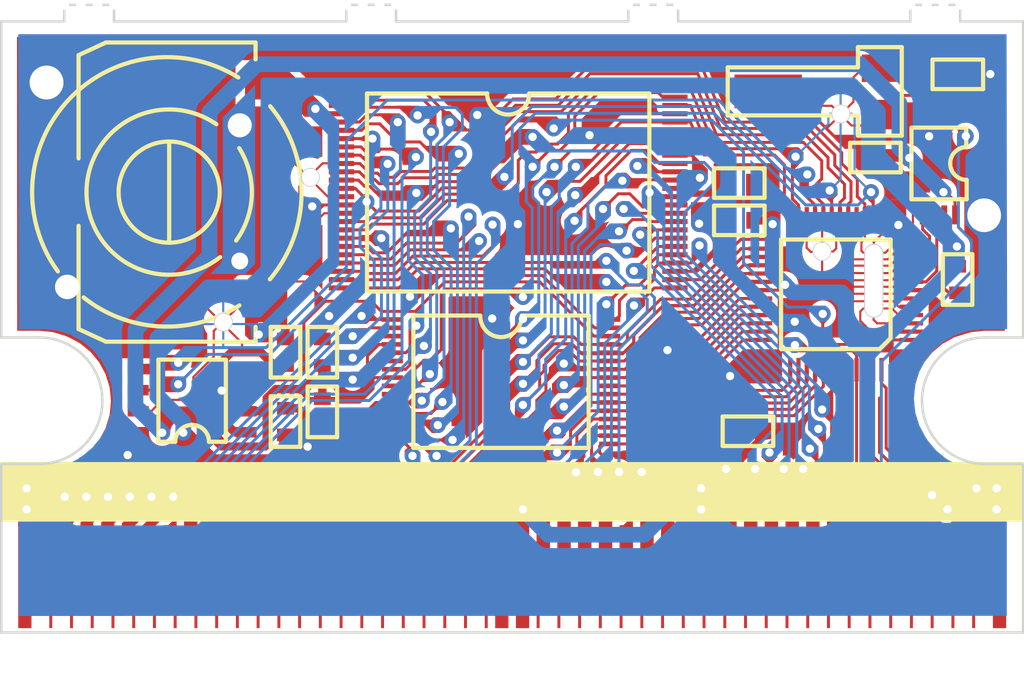
<source format=kicad_pcb>
(kicad_pcb (version 20171130) (host pcbnew "(5.1.9)-1")
  (title_block (title PTS-0101))
  (layers (0 F.Cu signal) (31 B.Cu signal) (34 B.Paste user) (35 F.Paste user) (36 B.SilkS user) (37 F.SilkS user) (38 B.Mask user) (39 F.Mask user) (44 Edge.Cuts user))
  (net 0 "")
  (net 1 /OUT)
  (net 2 /GND)
  (net 3 "Net-(BT1-Pad1)")
  (net 4 "Net-(U1-Pad13)")
  (net 5 "Net-(U1-Pad15)")
  (net 6 "Net-(U1-Pad30)")
  (net 7 "Net-(U2-Pad6)")
  (net 8 "Net-(U3-Pad10)")
  (net 9 "Net-(U5-Pad3)")
  (net 10 "Net-(Y1-Pad3)")
  (net 11 "Net-(R1-Pad2)")
  (net 12 "Net-(U2-Pad7)")
  (net 13 "Net-(U3-Pad13)")
  (net 14 VSS)
  (net 15 VDD)
  (net 16 VMEM)
  (net 17 "Net-(C6-Pad1)")
  (net 18 /CLK)
  (net 19 /RTC_INT)
  (net 20 /CE)
  (net 21 /WE)
  (net 22 /OE)
  (net 23 /SS)
  (net 24 /SO)
  (net 25 /RST)
  (net 26 /Q13)
  (net 27 /Q12)
  (net 28 /Q11)
  (net 29 /Q10)
  (net 30 /Q9)
  (net 31 /Q8)
  (net 32 /A16)
  (net 33 /A17)
  (net 34 /A18)
  (net 35 /A19)
  (net 36 /A3-2)
  (net 37 /A2-1)
  (net 38 /A1-0)
  (net 39 /A0)
  (net 40 /Q0)
  (net 41 /Q1)
  (net 42 /Q2)
  (net 43 /Q3)
  (net 44 /Q4)
  (net 45 /Q5)
  (net 46 /Q6)
  (net 47 /Q7)
  (net 48 /Q14)
  (net 49 /Q15)
  (net 50 /A4-3)
  (net 51 /A5-4)
  (net 52 /A6-5)
  (net 53 /A7-6)
  (net 54 /A12-11)
  (net 55 /A14-13)
  (net 56 /A13-12)
  (net 57 /A8-7)
  (net 58 /A9-8)
  (net 59 /A11-10)
  (net 60 /A10-9)
  (net 61 /A15-14)
  (net 62 /RTC_IO)
  (net 63 /A17-16)
  (net 64 /NOR_BYTE)
  (net 65 /NOR_CE)
  (net 66 /A18-17)
  (net 67 /A19-18)
  (net 68 /A21-20)
  (net 69 /A20-19)
  (net 70 /A16-15)
  (net 71 /SUP_CS)
  (net 72 /SRAM_CE)
  (net 73 "Net-(U3-Pad12)")
  (net 74 "Net-(U3-Pad11)")
  (net 75 /RTC_CS)
  (net 76 /RTC_CK)
  (net 77 "Net-(U3-Pad5)")
  (net 78 "Net-(U3-Pad4)")
  (net 79 "Net-(U3-Pad3)")
  (net 80 "Net-(U3-Pad2)")
  (module WonderWitch:BTHLDR (layer F.Cu) (at 134.9629 75.057 90)
    (fp_text reference BT1 hide)
    (fp_text value CR1616)
    (pad "" np_thru_hole circle (at 0.889 10.668 90) (size 1.016 1.016) (drill 1.016) (layers *.Cu) (clearance 0.6858))
    (pad "" np_thru_hole circle (at -7.8359 5.4229 90) (size 1.016 1.016) (drill 1.016) (layers *.Cu) (clearance 0.6858))
    (pad VSS thru_hole circle (at -4.1529 6.4135 90) (size 1.143 1.143) (drill 1.016) (layers *.Cu F.Mask) (net 14 VSS))
    (pad VSS thru_hole circle (at 4.0259 6.4135 90) (size 1.5748 1.5748) (drill 1.4478) (layers *.Cu F.Mask) (net 14 VSS))
    (pad VSS smd circle (at -4.1148 6.3754 90) (size 1.524 1.524) (layers F.Cu F.Mask) (net 14 VSS))
    (pad VSS smd circle (at 4.0259 6.4135 90) (size 2.1082 2.1082) (layers F.Cu F.Mask) (net 14 VSS))
    (pad VSS thru_hole circle (at -5.715 -3.9878 90) (size 1.5494 1.5494) (drill 1.4732) (layers *.Cu *.Mask) (net 14 VSS))
    (pad 2 smd rect (at -0.127 -4.3815 90) (size 2.921 2.413) (layers F.Cu F.Paste F.Mask) (net 14 VSS))
    (pad 1 smd custom (at 6.604 8.001 90) (size 1.524 2.032) (layers F.Cu F.Paste F.Mask) (net 3 "Net-(BT1-Pad1)") (options (clearance outline) (anchor rect)) (primitives (gr_poly (pts (xy 0.762 1.27) (xy 1.016 1.016) (xy 1.016 -1.27) (xy -1.016 -1.27) (xy -1.016 1.27)) (width 0))))
    (pad 1 smd rect (at -6.825 8.001 90) (size 2.032 2.54) (layers F.Cu F.Paste F.Mask) (net 3 "Net-(BT1-Pad1)"))
  )
  (module TestPoint:TestPoint_THTPad_D1.0mm_Drill0.5mm (layer F.Cu) (at 184.7975 63.77)
    (fp_text reference REF** hide)
    (fp_text value "" hide)
    (pad "" np_thru_hole circle (at 0 0) (size 0.5842 0.5842) (drill 0.5842) (layers *.Cu))
  )
  (module TestPoint:TestPoint_THTPad_D1.0mm_Drill0.5mm (layer F.Cu) (at 183.7975 63.77)
    (fp_text reference REF** hide)
    (fp_text value "" hide)
    (pad "" np_thru_hole circle (at 0 0) (size 0.5842 0.5842) (drill 0.5842) (layers *.Cu))
  )
  (module TestPoint:TestPoint_THTPad_D1.0mm_Drill0.5mm (layer F.Cu) (at 182.7975 63.77)
    (fp_text reference REF** hide)
    (fp_text value "" hide)
    (pad "" np_thru_hole circle (at 0 0) (size 0.5842 0.5842) (drill 0.5842) (layers *.Cu))
  )
  (module TestPoint:TestPoint_THTPad_D1.0mm_Drill0.5mm (layer F.Cu) (at 181.7975 63.77)
    (fp_text reference REF** hide)
    (fp_text value "")
    (pad "" np_thru_hole circle (at 0 0) (size 0.5842 0.5842) (drill 0.5842) (layers *.Cu))
  )
  (module TestPoint:TestPoint_THTPad_D1.0mm_Drill0.5mm (layer F.Cu) (at 167.7975 63.77)
    (fp_text reference REF** hide)
    (fp_text value "" hide)
    (pad "" np_thru_hole circle (at 0 0) (size 0.5842 0.5842) (drill 0.5842) (layers *.Cu))
  )
  (module TestPoint:TestPoint_THTPad_D1.0mm_Drill0.5mm (layer F.Cu) (at 166.7975 63.77)
    (fp_text reference REF** hide)
    (fp_text value "" hide)
    (pad "" np_thru_hole circle (at 0 0) (size 0.5842 0.5842) (drill 0.5842) (layers *.Cu))
  )
  (module TestPoint:TestPoint_THTPad_D1.0mm_Drill0.5mm (layer F.Cu) (at 165.7975 63.77)
    (fp_text reference REF** hide)
    (fp_text value "" hide)
    (pad "" np_thru_hole circle (at 0 0) (size 0.5842 0.5842) (drill 0.5842) (layers *.Cu))
  )
  (module TestPoint:TestPoint_THTPad_D1.0mm_Drill0.5mm (layer F.Cu) (at 164.7975 63.77)
    (fp_text reference REF** hide)
    (fp_text value "" hide)
    (pad "" np_thru_hole circle (at 0 0) (size 0.5842 0.5842) (drill 0.5842) (layers *.Cu))
  )
  (module TestPoint:TestPoint_THTPad_D1.0mm_Drill0.5mm (layer F.Cu) (at 150.7975 63.77)
    (fp_text reference REF** hide)
    (fp_text value "" hide)
    (pad "" np_thru_hole circle (at 0 0) (size 0.5842 0.5842) (drill 0.5842) (layers *.Cu))
  )
  (module TestPoint:TestPoint_THTPad_D1.0mm_Drill0.5mm (layer F.Cu) (at 149.7975 63.77)
    (fp_text reference REF** hide)
    (fp_text value "" hide)
    (pad "" np_thru_hole circle (at 0 0) (size 0.5842 0.5842) (drill 0.5842) (layers *.Cu))
  )
  (module TestPoint:TestPoint_THTPad_D1.0mm_Drill0.5mm (layer F.Cu) (at 148.7975 63.77)
    (fp_text reference REF** hide)
    (fp_text value "" hide)
    (pad "" np_thru_hole circle (at 0 0) (size 0.5842 0.5842) (drill 0.5842) (layers *.Cu))
  )
  (module TestPoint:TestPoint_THTPad_D1.0mm_Drill0.5mm (layer F.Cu) (at 147.7975 63.77)
    (fp_text reference REF** hide)
    (fp_text value "" hide)
    (pad "" np_thru_hole circle (at 0 0) (size 0.5842 0.5842) (drill 0.5842) (layers *.Cu))
  )
  (module TestPoint:TestPoint_THTPad_D1.0mm_Drill0.5mm (layer F.Cu) (at 133.7975 63.77)
    (fp_text reference REF** hide)
    (fp_text value "" hide)
    (pad "" np_thru_hole circle (at 0 0) (size 0.5842 0.5842) (drill 0.5842) (layers *.Cu))
  )
  (module TestPoint:TestPoint_THTPad_D1.0mm_Drill0.5mm (layer F.Cu) (at 132.7975 63.77)
    (fp_text reference REF** hide)
    (fp_text value "" hide)
    (pad "" np_thru_hole circle (at 0 0) (size 0.5842 0.5842) (drill 0.5842) (layers *.Cu))
  )
  (module TestPoint:TestPoint_THTPad_D1.0mm_Drill0.5mm (layer F.Cu) (at 131.7975 63.77)
    (fp_text reference REF** hide)
    (fp_text value "")
    (pad "" np_thru_hole circle (at 0 0) (size 0.5842 0.5842) (drill 0.5842) (layers *.Cu))
  )
  (module WonderWitch:LQFP-48 (layer F.Cu) (at 177.3047 81.2165 180)
    (fp_text reference U3 hide)
    (fp_text value BANDAI2003)
    (pad 48 smd rect (at -2.75 -4.5466 270) (size 1.4224 0.254) (layers F.Cu F.Paste F.Mask) (net 18 /CLK))
    (pad 47 smd rect (at -2.25 -4.5466 270) (size 1.4224 0.254) (layers F.Cu F.Paste F.Mask) (net 20 /CE))
    (pad 46 smd rect (at -1.75 -4.5466 270) (size 1.4224 0.254) (layers F.Cu F.Paste F.Mask) (net 21 /WE))
    (pad 45 smd rect (at -1.25 -4.5466 270) (size 1.4224 0.254) (layers F.Cu F.Paste F.Mask) (net 22 /OE))
    (pad 44 smd rect (at -0.75 -4.5466 270) (size 1.4224 0.254) (layers F.Cu F.Paste F.Mask) (net 23 /SS))
    (pad 43 smd rect (at -0.25 -4.5466 270) (size 1.4224 0.254) (layers F.Cu F.Paste F.Mask) (net 24 /SO))
    (pad 42 smd rect (at 0.25 -4.5466 270) (size 1.4224 0.254) (layers F.Cu F.Paste F.Mask) (net 25 /RST))
    (pad 41 smd rect (at 0.75 -4.5466 270) (size 1.4224 0.254) (layers F.Cu F.Paste F.Mask) (net 32 /A16))
    (pad 40 smd rect (at 1.25 -4.5466 270) (size 1.4224 0.254) (layers F.Cu F.Paste F.Mask) (net 33 /A17))
    (pad 39 smd rect (at 1.75 -4.5466 270) (size 1.4224 0.254) (layers F.Cu F.Paste F.Mask) (net 34 /A18))
    (pad 38 smd rect (at 2.25 -4.5466 270) (size 1.4224 0.254) (layers F.Cu F.Paste F.Mask) (net 35 /A19))
    (pad 37 smd rect (at 2.75 -4.5466 270) (size 1.4224 0.254) (layers F.Cu F.Paste F.Mask) (net 36 /A3-2))
    (pad 36 smd rect (at 4.5466 -2.75 180) (size 1.4224 0.254) (layers F.Cu F.Paste F.Mask) (net 37 /A2-1))
    (pad 35 smd rect (at 4.5466 -2.25 180) (size 1.4224 0.254) (layers F.Cu F.Paste F.Mask) (net 38 /A1-0))
    (pad 34 smd rect (at 4.5466 -1.75 180) (size 1.4224 0.254) (layers F.Cu F.Paste F.Mask) (net 39 /A0))
    (pad 33 smd rect (at 4.5466 -1.25 180) (size 1.4224 0.254) (layers F.Cu F.Paste F.Mask) (net 40 /Q0))
    (pad 32 smd rect (at 4.5466 -0.75 180) (size 1.4224 0.254) (layers F.Cu F.Paste F.Mask) (net 41 /Q1))
    (pad 31 smd rect (at 4.5466 -0.25 180) (size 1.4224 0.254) (layers F.Cu F.Paste F.Mask) (net 42 /Q2))
    (pad 30 smd rect (at 4.5466 0.25 180) (size 1.4224 0.254) (layers F.Cu F.Paste F.Mask) (net 15 VDD))
    (pad 29 smd rect (at 4.5466 0.75 180) (size 1.4224 0.254) (layers F.Cu F.Paste F.Mask) (net 43 /Q3))
    (pad 28 smd rect (at 4.5466 1.25 180) (size 1.4224 0.254) (layers F.Cu F.Paste F.Mask) (net 44 /Q4))
    (pad 27 smd rect (at 4.5466 1.75 180) (size 1.4224 0.254) (layers F.Cu F.Paste F.Mask) (net 45 /Q5))
    (pad 26 smd rect (at 4.5466 2.25 180) (size 1.4224 0.254) (layers F.Cu F.Paste F.Mask) (net 46 /Q6))
    (pad 25 smd rect (at 4.5466 2.75 180) (size 1.4224 0.254) (layers F.Cu F.Paste F.Mask) (net 47 /Q7))
    (pad 24 smd rect (at 2.75 4.5466 270) (size 1.4224 0.254) (layers F.Cu F.Paste F.Mask) (net 49 /Q15))
    (pad 23 smd rect (at 2.25 4.5466 270) (size 1.4224 0.254) (layers F.Cu F.Paste F.Mask) (net 64 /NOR_BYTE))
    (pad 22 smd rect (at 1.75 4.5466 270) (size 1.4224 0.254) (layers F.Cu F.Paste F.Mask) (net 65 /NOR_CE))
    (pad 21 smd rect (at 1.25 4.5466 270) (size 1.4224 0.254) (layers F.Cu F.Paste F.Mask) (net 71 /SUP_CS))
    (pad 20 smd rect (at 0.75 4.5466 270) (size 1.4224 0.254) (layers F.Cu F.Paste F.Mask) (net 66 /A18-17))
    (pad 19 smd rect (at 0.25 4.5466 270) (size 1.4224 0.254) (layers F.Cu F.Paste F.Mask) (net 67 /A19-18))
    (pad 18 smd rect (at -0.25 4.5466 270) (size 1.4224 0.254) (layers F.Cu F.Paste F.Mask) (net 68 /A21-20))
    (pad 17 smd rect (at -0.75 4.5466 270) (size 1.4224 0.254) (layers F.Cu F.Paste F.Mask) (net 69 /A20-19))
    (pad 16 smd rect (at -1.25 4.5466 270) (size 1.4224 0.254) (layers F.Cu F.Paste F.Mask) (net 14 VSS))
    (pad 15 smd rect (at -1.75 4.5466 270) (size 1.4224 0.254) (layers F.Cu F.Paste F.Mask) (net 70 /A16-15))
    (pad 14 smd rect (at -2.25 4.5466 270) (size 1.4224 0.254) (layers F.Cu F.Paste F.Mask) (net 63 /A17-16))
    (pad 13 smd rect (at -2.75 4.5466 270) (size 1.4224 0.254) (layers F.Cu F.Paste F.Mask) (net 13 "Net-(U3-Pad13)"))
    (pad 12 smd rect (at -4.5466 2.75 180) (size 1.4224 0.254) (layers F.Cu F.Paste F.Mask) (net 73 "Net-(U3-Pad12)"))
    (pad 11 smd rect (at -4.5466 2.25 180) (size 1.4224 0.254) (layers F.Cu F.Paste F.Mask) (net 74 "Net-(U3-Pad11)"))
    (pad 10 smd rect (at -4.5466 1.75 180) (size 1.4224 0.254) (layers F.Cu F.Paste F.Mask) (net 8 "Net-(U3-Pad10)"))
    (pad 9 smd rect (at -4.5466 1.25 180) (size 1.4224 0.254) (layers F.Cu F.Paste F.Mask) (net 75 /RTC_CS))
    (pad 8 smd rect (at -4.5466 0.75 180) (size 1.4224 0.254) (layers F.Cu F.Paste F.Mask) (net 76 /RTC_CK))
    (pad 7 smd rect (at -4.5466 0.25 180) (size 1.4224 0.254) (layers F.Cu F.Paste F.Mask) (net 62 /RTC_IO))
    (pad 6 smd rect (at -4.5466 -0.25 180) (size 1.4224 0.254) (layers F.Cu F.Paste F.Mask) (net 14 VSS))
    (pad 5 smd rect (at -4.5466 -0.75 180) (size 1.4224 0.254) (layers F.Cu F.Paste F.Mask) (net 77 "Net-(U3-Pad5)"))
    (pad 4 smd rect (at -4.5466 -1.25 180) (size 1.4224 0.254) (layers F.Cu F.Paste F.Mask) (net 78 "Net-(U3-Pad4)"))
    (pad 3 smd rect (at -4.5466 -1.75 180) (size 1.4224 0.254) (layers F.Cu F.Paste F.Mask) (net 79 "Net-(U3-Pad3)"))
    (pad 2 smd rect (at -4.5466 -2.25 180) (size 1.4224 0.254) (layers F.Cu F.Paste F.Mask) (net 80 "Net-(U3-Pad2)"))
    (pad 1 smd rect (at -4.5466 -2.75 180) (size 1.4224 0.254) (layers F.Cu F.Paste F.Mask) (net 14 VSS))
    (pad "" np_thru_hole oval (at -2.286 0.8128 180) (size 1.016 4.318) (drill oval 1.016 4.318) (layers *.Cu) (clearance 0.6858))
    (pad "" np_thru_hole circle (at 0.8382 2.5908 180) (size 1.016 1.016) (drill 1.016) (layers *.Cu) (clearance 0.6858))
  )
  (module WonderWitch:TSOP-I-48 (layer F.Cu) (at 157.5562 75.0824)
    (fp_text reference U1 hide)
    (fp_text value MBM29DL400TC)
    (pad 48 smd rect (at 10.05 -5.75) (size 1.524 0.3048) (layers F.Cu F.Paste F.Mask) (net 63 /A17-16))
    (pad 47 smd rect (at 10.05 -5.25) (size 1.524 0.3048) (layers F.Cu F.Paste F.Mask) (net 64 /NOR_BYTE))
    (pad 46 smd rect (at 10.05 -4.75) (size 1.524 0.3048) (layers F.Cu F.Paste F.Mask) (net 14 VSS))
    (pad 45 smd rect (at 10.05 -4.25) (size 1.524 0.3048) (layers F.Cu F.Paste F.Mask) (net 49 /Q15))
    (pad 44 smd rect (at 10.05 -3.75) (size 1.524 0.3048) (layers F.Cu F.Paste F.Mask) (net 47 /Q7))
    (pad 43 smd rect (at 10.05 -3.25) (size 1.524 0.3048) (layers F.Cu F.Paste F.Mask) (net 48 /Q14))
    (pad 42 smd rect (at 10.05 -2.75) (size 1.524 0.3048) (layers F.Cu F.Paste F.Mask) (net 46 /Q6))
    (pad 41 smd rect (at 10.05 -2.25) (size 1.524 0.3048) (layers F.Cu F.Paste F.Mask) (net 26 /Q13))
    (pad 40 smd rect (at 10.05 -1.75) (size 1.524 0.3048) (layers F.Cu F.Paste F.Mask) (net 45 /Q5))
    (pad 39 smd rect (at 10.05 -1.25) (size 1.524 0.3048) (layers F.Cu F.Paste F.Mask) (net 27 /Q12))
    (pad 38 smd rect (at 10.05 -0.75) (size 1.524 0.3048) (layers F.Cu F.Paste F.Mask) (net 44 /Q4))
    (pad 37 smd rect (at 10.05 -0.25) (size 1.524 0.3048) (layers F.Cu F.Paste F.Mask) (net 15 VDD))
    (pad 36 smd rect (at 10.05 0.25) (size 1.524 0.3048) (layers F.Cu F.Paste F.Mask) (net 28 /Q11))
    (pad 35 smd rect (at 10.05 0.75) (size 1.524 0.3048) (layers F.Cu F.Paste F.Mask) (net 43 /Q3))
    (pad 34 smd rect (at 10.05 1.25) (size 1.524 0.3048) (layers F.Cu F.Paste F.Mask) (net 29 /Q10))
    (pad 33 smd rect (at 10.05 1.75) (size 1.524 0.3048) (layers F.Cu F.Paste F.Mask) (net 42 /Q2))
    (pad 32 smd rect (at 10.05 2.25) (size 1.524 0.3048) (layers F.Cu F.Paste F.Mask) (net 30 /Q9))
    (pad 31 smd rect (at 10.05 2.75) (size 1.524 0.3048) (layers F.Cu F.Paste F.Mask) (net 41 /Q1))
    (pad 30 smd rect (at 10.05 3.25) (size 1.524 0.3048) (layers F.Cu F.Paste F.Mask) (net 31 /Q8))
    (pad 29 smd rect (at 10.05 3.75) (size 1.524 0.3048) (layers F.Cu F.Paste F.Mask) (net 40 /Q0))
    (pad 28 smd rect (at 10.05 4.25) (size 1.524 0.3048) (layers F.Cu F.Paste F.Mask) (net 22 /OE))
    (pad 27 smd rect (at 10.05 4.75) (size 1.524 0.3048) (layers F.Cu F.Paste F.Mask) (net 14 VSS))
    (pad 26 smd rect (at 10.05 5.25) (size 1.524 0.3048) (layers F.Cu F.Paste F.Mask) (net 65 /NOR_CE))
    (pad 24 smd rect (at -10.05 5.75) (size 1.524 0.3048) (layers F.Cu F.Paste F.Mask) (net 37 /A2-1))
    (pad 23 smd rect (at -10.05 5.25) (size 1.524 0.3048) (layers F.Cu F.Paste F.Mask) (net 36 /A3-2))
    (pad 22 smd rect (at -10.05 4.75) (size 1.524 0.3048) (layers F.Cu F.Paste F.Mask) (net 50 /A4-3))
    (pad 21 smd rect (at -10.05 4.25) (size 1.524 0.3048) (layers F.Cu F.Paste F.Mask) (net 51 /A5-4))
    (pad 20 smd rect (at -10.05 3.75) (size 1.524 0.3048) (layers F.Cu F.Paste F.Mask) (net 52 /A6-5))
    (pad 19 smd rect (at -10.05 3.25) (size 1.524 0.3048) (layers F.Cu F.Paste F.Mask) (net 53 /A7-6))
    (pad 18 smd rect (at -10.05 2.75) (size 1.524 0.3048) (layers F.Cu F.Paste F.Mask) (net 57 /A8-7))
    (pad 17 smd rect (at -10.05 2.25) (size 1.524 0.3048) (layers F.Cu F.Paste F.Mask) (net 66 /A18-17))
    (pad 16 smd rect (at -10.05 1.75) (size 1.524 0.3048) (layers F.Cu F.Paste F.Mask) (net 67 /A19-18))
    (pad 15 smd rect (at -10.05 1.25) (size 1.524 0.3048) (layers F.Cu F.Paste F.Mask) (net 5 "Net-(U1-Pad15)"))
    (pad 14 smd rect (at -10.05 0.75) (size 1.524 0.3048) (layers F.Cu F.Paste F.Mask) (net 15 VDD))
    (pad 13 smd rect (at -10.05 0.25) (size 1.524 0.3048) (layers F.Cu F.Paste F.Mask) (net 4 "Net-(U1-Pad13)"))
    (pad 12 smd rect (at -10.05 -0.25) (size 1.524 0.3048) (layers F.Cu F.Paste F.Mask) (net 25 /RST))
    (pad 11 smd rect (at -10.05 -0.75) (size 1.524 0.3048) (layers F.Cu F.Paste F.Mask) (net 21 /WE))
    (pad 10 smd rect (at -10.05 -1.25) (size 1.524 0.3048) (layers F.Cu F.Paste F.Mask) (net 68 /A21-20))
    (pad 9 smd rect (at -10.05 -1.75) (size 1.524 0.3048) (layers F.Cu F.Paste F.Mask) (net 69 /A20-19))
    (pad 8 smd rect (at -10.05 -2.25) (size 1.524 0.3048) (layers F.Cu F.Paste F.Mask) (net 58 /A9-8))
    (pad 7 smd rect (at -10.05 -2.75) (size 1.524 0.3048) (layers F.Cu F.Paste F.Mask) (net 60 /A10-9))
    (pad 6 smd rect (at -10.05 -3.25) (size 1.524 0.3048) (layers F.Cu F.Paste F.Mask) (net 59 /A11-10))
    (pad 5 smd rect (at -10.05 -3.75) (size 1.524 0.3048) (layers F.Cu F.Paste F.Mask) (net 54 /A12-11))
    (pad 4 smd rect (at -10.05 -4.25) (size 1.524 0.3048) (layers F.Cu F.Paste F.Mask) (net 56 /A13-12))
    (pad 3 smd rect (at -10.05 -4.75) (size 1.524 0.3048) (layers F.Cu F.Paste F.Mask) (net 55 /A14-13))
    (pad 2 smd rect (at -10.05 -5.25) (size 1.524 0.3048) (layers F.Cu F.Paste F.Mask) (net 61 /A15-14))
    (pad 25 smd rect (at 10.05 5.75) (size 1.524 0.3048) (layers F.Cu F.Paste F.Mask) (net 38 /A1-0))
    (pad 1 smd rect (at -10.05 -5.75) (size 1.524 0.3048) (layers F.Cu F.Paste F.Mask) (net 70 /A16-15))
  )
  (module TestPoint:TestPoint_THTPad_D1.0mm_Drill0.5mm (layer F.Cu) (at 130.7975 63.77)
    (fp_text reference REF** hide)
    (fp_text value "" hide)
    (pad "" np_thru_hole circle (at 0 0) (size 0.5842 0.5842) (drill 0.5842) (layers *.Cu))
  )
  (module WonderWitch:WX2 (layer F.Cu) (at 176.403 68.9864 270)
    (fp_text reference Y1 hide)
    (fp_text value CMR200T)
    (pad 1 smd rect (at -1.397 -3.5179 270) (size 1.651 2.0955) (layers F.Cu F.Paste F.Mask) (net 17 "Net-(C6-Pad1)"))
    (pad 2 smd rect (at 1.397 -3.5179 270) (size 1.778 2.0955) (layers F.Cu F.Paste F.Mask) (net 9 "Net-(U5-Pad3)"))
    (pad 3 smd rect (at 0 3.175 270) (size 2.032 4.064) (layers F.Cu F.Paste F.Mask) (net 10 "Net-(Y1-Pad3)"))
    (pad "" np_thru_hole circle (at 1.3589 -1.2065 270) (size 1.016 1.016) (drill 1.016) (layers *.Cu) (clearance 0.6858))
  )
  (module WonderWitch:0603 (layer F.Cu) (at 171.4881 74.5109)
    (fp_text reference C4 hide)
    (fp_text value 10nF)
    (pad 1 smd rect (at -0.8001 0) (size 0.762 1.016) (layers F.Cu F.Paste F.Mask) (net 15 VDD))
    (pad 2 smd rect (at 0.8001 0) (size 0.762 1.016) (layers F.Cu F.Paste F.Mask) (net 14 VSS))
  )
  (module WonderWitch:SSOP-8 (layer F.Cu) (at 183.515 73.3298 270)
    (fp_text reference U5 hide)
    (fp_text value S3511A)
    (pad 8 smd rect (at 3.1 -0.975 270) (size 1.143 0.35) (layers F.Cu F.Paste F.Mask) (net 16 VMEM))
    (pad 7 smd rect (at 3.1 -0.325 270) (size 1.143 0.35) (layers F.Cu F.Paste F.Mask) (net 62 /RTC_IO))
    (pad 6 smd rect (at 3.1 0.325 270) (size 1.143 0.35) (layers F.Cu F.Paste F.Mask) (net 76 /RTC_CK))
    (pad 5 smd rect (at 3.1 0.975 270) (size 1.143 0.35) (layers F.Cu F.Paste F.Mask) (net 75 /RTC_CS))
    (pad 4 smd rect (at -3.1 0.975 270) (size 1.143 0.35) (layers F.Cu F.Paste F.Mask) (net 14 VSS))
    (pad 3 smd rect (at -3.1 0.325 270) (size 1.143 0.35) (layers F.Cu F.Paste F.Mask) (net 9 "Net-(U5-Pad3)"))
    (pad 2 smd rect (at -3.1 -0.325 270) (size 1.143 0.35) (layers F.Cu F.Paste F.Mask) (net 17 "Net-(C6-Pad1)"))
    (pad 1 smd rect (at -3.1 -0.975 270) (size 1.143 0.35) (layers F.Cu F.Paste F.Mask) (net 19 /RTC_INT))
  )
  (module WonderWitch:STSOP-32 (layer F.Cu) (at 157.1244 86.487)
    (fp_text reference U4)
    (fp_text value UPD442000A)
    (pad 1 smd rect (at -6.5532 -3.75 90) (size 0.28 1.27) (layers F.Cu F.Paste F.Mask) (net 59 /A11-10))
    (pad 2 smd rect (at -6.55 -3.25 90) (size 0.28 1.27) (layers F.Cu F.Paste F.Mask) (net 58 /A9-8))
    (pad 3 smd rect (at -6.55 -2.75 90) (size 0.28 1.27) (layers F.Cu F.Paste F.Mask) (net 57 /A8-7))
    (pad 4 smd rect (at -6.55 -2.25 90) (size 0.28 1.27) (layers F.Cu F.Paste F.Mask) (net 56 /A13-12))
    (pad 5 smd rect (at -6.55 -1.75 90) (size 0.28 1.27) (layers F.Cu F.Paste F.Mask) (net 21 /WE))
    (pad 6 smd rect (at -6.55 -1.25 90) (size 0.28 1.27) (layers F.Cu F.Paste F.Mask) (net 1 /OUT))
    (pad 7 smd rect (at -6.55 -0.75 90) (size 0.28 1.27) (layers F.Cu F.Paste F.Mask) (net 61 /A15-14))
    (pad 8 smd rect (at -6.55 -0.25 90) (size 0.28 1.27) (layers F.Cu F.Paste F.Mask) (net 16 VMEM))
    (pad 9 smd rect (at -6.55 0.25 90) (size 0.28 1.27) (layers F.Cu F.Paste F.Mask) (net 63 /A17-16))
    (pad 10 smd rect (at -6.55 0.75 90) (size 0.28 1.27) (layers F.Cu F.Paste F.Mask) (net 70 /A16-15))
    (pad 11 smd rect (at -6.55 1.25 90) (size 0.28 1.27) (layers F.Cu F.Paste F.Mask) (net 55 /A14-13))
    (pad 12 smd rect (at -6.55 1.75 90) (size 0.28 1.27) (layers F.Cu F.Paste F.Mask) (net 54 /A12-11))
    (pad 13 smd rect (at -6.55 2.25 90) (size 0.28 1.27) (layers F.Cu F.Paste F.Mask) (net 53 /A7-6))
    (pad 14 smd rect (at -6.55 2.75 90) (size 0.28 1.27) (layers F.Cu F.Paste F.Mask) (net 52 /A6-5))
    (pad 15 smd rect (at -6.55 3.25 90) (size 0.28 1.27) (layers F.Cu F.Paste F.Mask) (net 51 /A5-4))
    (pad 16 smd rect (at -6.55 3.75 90) (size 0.28 1.27) (layers F.Cu F.Paste F.Mask) (net 50 /A4-3))
    (pad 17 smd rect (at 6.55 3.75 90) (size 0.28 1.27) (layers F.Cu F.Paste F.Mask) (net 36 /A3-2))
    (pad 18 smd rect (at 6.55 3.25 90) (size 0.28 1.27) (layers F.Cu F.Paste F.Mask) (net 37 /A2-1))
    (pad 19 smd rect (at 6.55 2.75 90) (size 0.28 1.27) (layers F.Cu F.Paste F.Mask) (net 38 /A1-0))
    (pad 20 smd rect (at 6.55 2.25 90) (size 0.28 1.27) (layers F.Cu F.Paste F.Mask) (net 39 /A0))
    (pad 21 smd rect (at 6.55 1.75 90) (size 0.28 1.27) (layers F.Cu F.Paste F.Mask) (net 40 /Q0))
    (pad 22 smd rect (at 6.55 1.25 90) (size 0.28 1.27) (layers F.Cu F.Paste F.Mask) (net 41 /Q1))
    (pad 23 smd rect (at 6.55 0.75 90) (size 0.28 1.27) (layers F.Cu F.Paste F.Mask) (net 42 /Q2))
    (pad 24 smd rect (at 6.55 0.25 90) (size 0.28 1.27) (layers F.Cu F.Paste F.Mask) (net 14 VSS))
    (pad 25 smd rect (at 6.55 -0.25 90) (size 0.28 1.27) (layers F.Cu F.Paste F.Mask) (net 43 /Q3))
    (pad 26 smd rect (at 6.55 -0.75 90) (size 0.28 1.27) (layers F.Cu F.Paste F.Mask) (net 44 /Q4))
    (pad 27 smd rect (at 6.55 -1.25 90) (size 0.28 1.27) (layers F.Cu F.Paste F.Mask) (net 45 /Q5))
    (pad 28 smd rect (at 6.55 -1.75 90) (size 0.28 1.27) (layers F.Cu F.Paste F.Mask) (net 46 /Q6))
    (pad 29 smd rect (at 6.55 -2.25 90) (size 0.28 1.27) (layers F.Cu F.Paste F.Mask) (net 47 /Q7))
    (pad 30 smd rect (at 6.55 -2.75 90) (size 0.28 1.27) (layers F.Cu F.Paste F.Mask) (net 72 /SRAM_CE))
    (pad 31 smd rect (at 6.55 -3.25 90) (size 0.28 1.27) (layers F.Cu F.Paste F.Mask) (net 60 /A10-9))
    (pad 32 smd rect (at 6.55 -3.75 90) (size 0.28 1.27) (layers F.Cu F.Paste F.Mask) (net 22 /OE))
  )
  (module WonderWitch:SOP-8 (layer F.Cu) (at 138.5062 87.63 180)
    (fp_text reference U2 hide)
    (fp_text value GIZA)
    (pad 8 smd rect (at 3.2512 -1.905 180) (size 1.27 0.635) (layers F.Cu F.Paste F.Mask) (net 15 VDD))
    (pad 7 smd rect (at 3.2512 -0.635 180) (size 1.27 0.635) (layers F.Cu F.Paste F.Mask) (net 12 "Net-(U2-Pad7)"))
    (pad 6 smd rect (at 3.2512 0.635 180) (size 1.27 0.635) (layers F.Cu F.Paste F.Mask) (net 7 "Net-(U2-Pad6)"))
    (pad 5 smd rect (at 3.2512 1.905 180) (size 1.27 0.635) (layers F.Cu F.Paste F.Mask) (net 71 /SUP_CS))
    (pad 4 smd rect (at -3.2512 1.905 180) (size 1.27 0.635) (layers F.Cu F.Paste F.Mask) (net 72 /SRAM_CE))
    (pad 3 smd rect (at -3.2512 0.635 180) (size 1.27 0.635) (layers F.Cu F.Paste F.Mask) (net 14 VSS))
    (pad 2 smd rect (at -3.2512 -0.635 180) (size 1.27 0.635) (layers F.Cu F.Paste F.Mask) (net 16 VMEM))
    (pad 1 smd rect (at -3.2512 -1.905 180) (size 1.27 0.635) (layers F.Cu F.Paste F.Mask) (net 11 "Net-(R1-Pad2)"))
  )
  (module WonderWitch:0603 (layer F.Cu) (at 184.6453 80.3275 90)
    (fp_text reference R2 hide)
    (fp_text value R103)
    (pad 2 smd rect (at 0.8001 0 90) (size 0.762 1.016) (layers F.Cu F.Paste F.Mask) (net 15 VDD))
    (pad 1 smd rect (at -0.8001 0 90) (size 0.762 1.016) (layers F.Cu F.Paste F.Mask) (net 62 /RTC_IO))
  )
  (module WonderWitch:0603 (layer F.Cu) (at 144.1323 84.709 270)
    (fp_text reference R1 hide)
    (fp_text value R103)
    (pad 2 smd rect (at 0.8001 0 270) (size 0.762 1.016) (layers F.Cu F.Paste F.Mask) (net 11 "Net-(R1-Pad2)"))
    (pad 1 smd rect (at -0.8001 0 270) (size 0.762 1.016) (layers F.Cu F.Paste F.Mask) (net 3 "Net-(BT1-Pad1)"))
  )
  (module WonderWitch:0603 (layer F.Cu) (at 179.6923 72.9742 180)
    (fp_text reference C7 hide)
    (fp_text value 10nF)
    (pad 2 smd rect (at 0.8001 0 180) (size 0.762 1.016) (layers F.Cu F.Paste F.Mask) (net 14 VSS))
    (pad 1 smd rect (at -0.8001 0 180) (size 0.762 1.016) (layers F.Cu F.Paste F.Mask) (net 16 VMEM))
  )
  (module WonderWitch:0603 (layer F.Cu) (at 184.658 67.9577)
    (fp_text reference C6 hide)
    (fp_text value 3pF)
    (pad 2 smd rect (at 0.8001 0) (size 0.762 1.016) (layers F.Cu F.Paste F.Mask) (net 14 VSS))
    (pad 1 smd rect (at -0.8001 0) (size 0.762 1.016) (layers F.Cu F.Paste F.Mask) (net 17 "Net-(C6-Pad1)"))
  )
  (module WonderWitch:0603 (layer F.Cu) (at 171.4881 76.7588 180)
    (fp_text reference C8 hide)
    (fp_text value 10nF)
    (pad 2 smd rect (at 0.8001 0 180) (size 0.762 1.016) (layers F.Cu F.Paste F.Mask) (net 14 VSS))
    (pad 1 smd rect (at -0.8001 0 180) (size 0.762 1.016) (layers F.Cu F.Paste F.Mask) (net 15 VDD))
  )
  (module WonderWitch:0603 (layer F.Cu) (at 172.0088 89.4715)
    (fp_text reference C5 hide)
    (fp_text value 1uF)
    (pad 2 smd rect (at 0.8001 0) (size 0.762 1.016) (layers F.Cu F.Paste F.Mask) (net 14 VSS))
    (pad 1 smd rect (at -0.8001 0) (size 0.762 1.016) (layers F.Cu F.Paste F.Mask) (net 15 VDD))
  )
  (module WonderWitch:0603 (layer F.Cu) (at 144.1323 88.8873 90)
    (fp_text reference C1 hide)
    (fp_text value 10nF)
    (pad 2 smd rect (at 0.8001 0 90) (size 0.762 1.016) (layers F.Cu F.Paste F.Mask) (net 14 VSS))
    (pad 1 smd rect (at -0.8001 0 90) (size 0.762 1.016) (layers F.Cu F.Paste F.Mask) (net 15 VDD))
  )
  (module WonderWitch:0603 (layer F.Cu) (at 146.3548 88.3031 270)
    (fp_text reference C2 hide)
    (fp_text value 1uF)
    (pad 2 smd rect (at 0.8001 0 270) (size 0.762 1.016) (layers F.Cu F.Paste F.Mask) (net 14 VSS))
    (pad 1 smd rect (at -0.8001 0 270) (size 0.762 1.016) (layers F.Cu F.Paste F.Mask) (net 16 VMEM))
  )
  (module WonderWitch:0603 (layer F.Cu) (at 146.3548 84.709 90)
    (fp_text reference C3 hide)
    (fp_text value 10nF)
    (pad 2 smd rect (at 0.8001 0 90) (size 0.762 1.016) (layers F.Cu F.Paste F.Mask) (net 14 VSS))
    (pad 1 smd rect (at -0.8001 0 90) (size 0.762 1.016) (layers F.Cu F.Paste F.Mask) (net 16 VMEM))
  )
  (module WonderWitch:EDGE (layer F.Cu) (at 157.7975 97.79)
    (fp_text reference J1 hide)
    (fp_text value WSCE)
    (pad 0 smd rect (at 29.375 0) (size 0 0) (layers F.Cu F.Paste F.Mask))
    (pad 0 smd rect (at -29.375 0) (size 0 0) (layers F.Cu F.Paste F.Mask))
    (pad 48 smd rect (at 29.375 0.325) (size 0.8 6.45) (layers F.Cu) (net 14 VSS))
    (pad 47 smd rect (at 28.125 -0.025) (size 0.8 5.25) (layers F.Cu) (net 18 /CLK))
    (pad 46 smd rect (at 26.875 -0.15) (size 0.8 5.499999) (layers F.Cu) (net 19 /RTC_INT))
    (pad 45 smd rect (at 25.625 -0.025) (size 0.8 5.25) (layers F.Cu) (net 20 /CE))
    (pad 44 smd rect (at 24.375 -0.15) (size 0.8 5.499999) (layers F.Cu) (net 21 /WE))
    (pad 43 smd rect (at 23.125 -0.15) (size 0.8 5.499999) (layers F.Cu) (net 22 /OE))
    (pad 42 smd rect (at 21.875 -0.15) (size 0.8 5.499999) (layers F.Cu) (net 23 /SS))
    (pad 41 smd rect (at 20.625 -0.15) (size 0.8 5.499999) (layers F.Cu) (net 24 /SO))
    (pad 40 smd rect (at 19.375 -0.15) (size 0.8 5.499999) (layers F.Cu) (net 25 /RST))
    (pad 39 smd rect (at 18.125 -0.15) (size 0.8 5.499999) (layers F.Cu) (net 26 /Q13))
    (pad 38 smd rect (at 16.875 -0.15) (size 0.8 5.499999) (layers F.Cu) (net 27 /Q12))
    (pad 37 smd rect (at 15.625 -0.15) (size 0.8 5.499999) (layers F.Cu) (net 28 /Q11))
    (pad 36 smd rect (at 14.375 -0.15) (size 0.8 5.499999) (layers F.Cu) (net 29 /Q10))
    (pad 35 smd rect (at 13.125 -0.15) (size 0.8 5.499999) (layers F.Cu) (net 30 /Q9))
    (pad 34 smd rect (at 11.875 -0.025) (size 0.8 5.25) (layers F.Cu) (net 31 /Q8))
    (pad 33 smd rect (at 10.625 -0.15) (size 0.8 5.499999) (layers F.Cu) (net 32 /A16))
    (pad 32 smd rect (at 9.375 -0.15) (size 0.8 5.499999) (layers F.Cu) (net 33 /A17))
    (pad 31 smd rect (at 8.125 -0.15) (size 0.8 5.499999) (layers F.Cu) (net 34 /A18))
    (pad 30 smd rect (at 6.875 -0.025) (size 0.8 5.25) (layers F.Cu) (net 35 /A19))
    (pad 29 smd rect (at 5.625 -0.15) (size 0.8 5.499999) (layers F.Cu) (net 36 /A3-2))
    (pad 28 smd rect (at 4.375 -0.15) (size 0.8 5.499999) (layers F.Cu) (net 37 /A2-1))
    (pad 27 smd rect (at 3.125 -0.15) (size 0.8 5.499999) (layers F.Cu) (net 38 /A1-0))
    (pad 26 smd rect (at 1.875 -0.025) (size 0.8 5.25) (layers F.Cu) (net 39 /A0))
    (pad 25 smd rect (at 0.625 0.325) (size 0.8 6.45) (layers F.Cu) (net 15 VDD))
    (pad 24 smd rect (at -0.625 0.325) (size 0.8 6.45) (layers F.Cu) (net 15 VDD))
    (pad 23 smd rect (at -1.875 -0.15) (size 0.8 5.499999) (layers F.Cu) (net 40 /Q0))
    (pad 22 smd rect (at -3.125 -0.15) (size 0.8 5.499999) (layers F.Cu) (net 41 /Q1))
    (pad 21 smd rect (at -4.375 -0.025) (size 0.8 5.25) (layers F.Cu) (net 42 /Q2))
    (pad 20 smd rect (at -5.625 -0.15) (size 0.8 5.499999) (layers F.Cu) (net 43 /Q3))
    (pad 19 smd rect (at -6.875 -0.15) (size 0.8 5.499999) (layers F.Cu) (net 44 /Q4))
    (pad 18 smd rect (at -8.125 -0.15) (size 0.8 5.499999) (layers F.Cu) (net 45 /Q5))
    (pad 17 smd rect (at -9.375 -0.15) (size 0.8 5.499999) (layers F.Cu) (net 46 /Q6))
    (pad 16 smd rect (at -10.625 -0.15) (size 0.8 5.499999) (layers F.Cu) (net 47 /Q7))
    (pad 15 smd rect (at -11.875 -0.025) (size 0.8 5.25) (layers F.Cu) (net 48 /Q14))
    (pad 14 smd rect (at -13.125 -0.025) (size 0.8 5.25) (layers F.Cu) (net 49 /Q15))
    (pad 13 smd rect (at -14.375 -0.025) (size 0.8 5.25) (layers F.Cu) (net 50 /A4-3))
    (pad 12 smd rect (at -15.625 -0.025) (size 0.8 5.25) (layers F.Cu) (net 51 /A5-4))
    (pad 11 smd rect (at -16.875 -0.025) (size 0.8 5.25) (layers F.Cu) (net 52 /A6-5))
    (pad 10 smd rect (at -18.125 -0.15) (size 0.8 5.499999) (layers F.Cu) (net 53 /A7-6))
    (pad 9 smd rect (at -19.375 -0.15) (size 0.8 5.499999) (layers F.Cu) (net 54 /A12-11))
    (pad 8 smd rect (at -20.625 -0.025) (size 0.8 5.25) (layers F.Cu) (net 55 /A14-13))
    (pad 7 smd rect (at -21.875 -0.025) (size 0.8 5.25) (layers F.Cu) (net 56 /A13-12))
    (pad 6 smd rect (at -23.125 -0.025) (size 0.8 5.25) (layers F.Cu) (net 57 /A8-7))
    (pad 5 smd rect (at -24.375 -0.025) (size 0.8 5.25) (layers F.Cu) (net 58 /A9-8))
    (pad 4 smd rect (at -25.625 -0.025) (size 0.8 5.25) (layers F.Cu) (net 59 /A11-10))
    (pad 3 smd rect (at -26.875 -0.15) (size 0.8 5.499999) (layers F.Cu) (net 60 /A10-9))
    (pad 2 smd rect (at -28.125 -0.15) (size 0.8 5.499999) (layers F.Cu) (net 61 /A15-14))
    (pad 1 smd rect (at -29.375 0.325) (size 0.8 6.45) (layers F.Cu) (net 14 VSS))
    (pad 2 smd rect (at -27.8139 3.0734) (size 0.1778 0.95) (layers F.Cu) (net 61 /A15-14))
    (pad 3 smd rect (at -26.5639 3.0734) (size 0.1778 0.95) (layers F.Cu) (net 60 /A10-9))
    (pad 4 smd rect (at -25.3139 3.0734) (size 0.1778 0.95) (layers F.Cu) (net 59 /A11-10))
    (pad 5 smd rect (at -24.0639 3.0734) (size 0.1778 0.95) (layers F.Cu) (net 58 /A9-8))
    (pad 6 smd rect (at -22.8139 3.0734) (size 0.1778 0.95) (layers F.Cu) (net 57 /A8-7))
    (pad 7 smd rect (at -21.5639 3.0734) (size 0.1778 0.95) (layers F.Cu) (net 56 /A13-12))
    (pad 8 smd rect (at -20.3139 3.0734) (size 0.1778 0.95) (layers F.Cu) (net 55 /A14-13))
    (pad 9 smd rect (at -19.0639 3.0734) (size 0.1778 0.95) (layers F.Cu) (net 54 /A12-11))
    (pad 10 smd rect (at -17.8139 3.0734) (size 0.1778 0.95) (layers F.Cu) (net 53 /A7-6))
    (pad 11 smd rect (at -16.5639 3.0734) (size 0.1778 0.95) (layers F.Cu) (net 52 /A6-5))
    (pad 12 smd rect (at -15.3139 3.0734) (size 0.1778 0.95) (layers F.Cu) (net 51 /A5-4))
    (pad 13 smd rect (at -14.0639 3.0734) (size 0.1778 0.95) (layers F.Cu) (net 50 /A4-3))
    (pad 14 smd rect (at -12.8139 3.0734) (size 0.1778 0.95) (layers F.Cu) (net 49 /Q15))
    (pad 15 smd rect (at -11.5639 3.0734) (size 0.1778 0.95) (layers F.Cu) (net 48 /Q14))
    (pad 16 smd rect (at -10.3139 3.0734) (size 0.1778 0.95) (layers F.Cu) (net 47 /Q7))
    (pad 17 smd rect (at -9.0639 3.0734) (size 0.1778 0.95) (layers F.Cu) (net 46 /Q6))
    (pad 18 smd rect (at -7.8139 3.0734) (size 0.1778 0.95) (layers F.Cu) (net 45 /Q5))
    (pad 19 smd rect (at -6.5639 3.0734) (size 0.1778 0.95) (layers F.Cu) (net 44 /Q4))
    (pad 20 smd rect (at -5.3139 3.0734) (size 0.1778 0.95) (layers F.Cu) (net 43 /Q3))
    (pad 21 smd rect (at -4.0639 3.0734) (size 0.1778 0.95) (layers F.Cu) (net 42 /Q2))
    (pad 22 smd rect (at -2.8139 3.0734) (size 0.1778 0.95) (layers F.Cu) (net 41 /Q1))
    (pad 23 smd rect (at -1.5639 3.0734) (size 0.1778 0.95) (layers F.Cu) (net 40 /Q0))
    (pad 26 smd rect (at 1.5639 3.0734) (size 0.1778 0.95) (layers F.Cu) (net 39 /A0))
    (pad 27 smd rect (at 2.8139 3.0734) (size 0.1778 0.95) (layers F.Cu) (net 38 /A1-0))
    (pad 28 smd rect (at 4.0639 3.0734) (size 0.1778 0.95) (layers F.Cu) (net 37 /A2-1))
    (pad 29 smd rect (at 5.3139 3.0734) (size 0.1778 0.95) (layers F.Cu) (net 36 /A3-2))
    (pad 30 smd rect (at 6.5639 3.0734) (size 0.1778 0.95) (layers F.Cu) (net 35 /A19))
    (pad 31 smd rect (at 7.8139 3.0734) (size 0.1778 0.95) (layers F.Cu) (net 34 /A18))
    (pad 32 smd rect (at 9.0639 3.0734) (size 0.1778 0.95) (layers F.Cu) (net 33 /A17))
    (pad 33 smd rect (at 10.3139 3.0734) (size 0.1778 0.95) (layers F.Cu) (net 32 /A16))
    (pad 34 smd rect (at 11.5639 3.0734) (size 0.1778 0.95) (layers F.Cu) (net 31 /Q8))
    (pad 35 smd rect (at 12.8139 3.0734) (size 0.1778 0.95) (layers F.Cu) (net 30 /Q9))
    (pad 36 smd rect (at 14.0639 3.0734) (size 0.1778 0.95) (layers F.Cu) (net 29 /Q10))
    (pad 37 smd rect (at 15.3139 3.0734) (size 0.1778 0.95) (layers F.Cu) (net 28 /Q11))
    (pad 38 smd rect (at 16.5639 3.0734) (size 0.1778 0.95) (layers F.Cu) (net 27 /Q12))
    (pad 39 smd rect (at 17.8139 3.0734) (size 0.1778 0.95) (layers F.Cu) (net 26 /Q13))
    (pad 40 smd rect (at 19.0639 3.0734) (size 0.1778 0.95) (layers F.Cu) (net 25 /RST))
    (pad 41 smd rect (at 20.3139 3.0734) (size 0.1778 0.95) (layers F.Cu) (net 24 /SO))
    (pad 42 smd rect (at 21.5639 3.0734) (size 0.1778 0.95) (layers F.Cu) (net 23 /SS))
    (pad 43 smd rect (at 22.8139 3.0734) (size 0.1778 0.95) (layers F.Cu) (net 22 /OE))
    (pad 44 smd rect (at 24.0639 3.0734) (size 0.1778 0.95) (layers F.Cu) (net 21 /WE))
    (pad 45 smd rect (at 25.3139 3.0734) (size 0.1778 0.95) (layers F.Cu) (net 20 /CE))
    (pad 46 smd rect (at 26.5639 3.0734) (size 0.1778 0.95) (layers F.Cu) (net 19 /RTC_INT))
    (pad 47 smd rect (at 27.8139 3.0734) (size 0.1778 0.95) (layers F.Cu) (net 18 /CLK))
    (pad VSS thru_hole circle (at 28.448 -21.336) (size 2.159 2.159) (drill 2.032) (layers *.Cu *.Mask) (net 14 VSS) (clearance 0.0762))
    (pad VSS thru_hole circle (at -28.067 -29.337) (size 2.159 2.159) (drill 2.0447) (layers *.Cu *.Mask) (net 14 VSS) (clearance 0.0762))
  )
  (gr_circle (center 145.6309 74.168) (end 146.1262 74.168) (layer Edge.Cuts) (width 0.15))
  (gr_circle (center 140.3858 82.8929) (end 140.8811 82.8929) (layer Edge.Cuts) (width 0.15))
  (gr_circle (center 177.6095 70.3453) (end 178.1048 70.3453) (layer Edge.Cuts) (width 0.15))
  (gr_circle (center 176.4665 78.6257) (end 176.9618 78.6257) (layer Edge.Cuts) (width 0.15))
  (gr_arc (start 179.5907 78.7527) (end 179.5907 78.2447) (angle -90) (layer Edge.Cuts) (width 0.15))
  (gr_arc (start 179.5907 78.7527) (end 180.0987 78.7527) (angle -90) (layer Edge.Cuts) (width 0.15))
  (gr_line (start 179.0827 78.7527) (end 179.0827 82.0547) (layer Edge.Cuts) (width 0.15))
  (gr_line (start 180.0987 82.0547) (end 180.0987 78.7527) (layer Edge.Cuts) (width 0.15))
  (gr_arc (start 179.5907 82.0547) (end 179.0827 82.0547) (angle -90) (layer Edge.Cuts) (width 0.15))
  (gr_arc (start 179.5907 82.0547) (end 179.5907 82.5627) (angle -90) (layer Edge.Cuts) (width 0.15))
  (gr_line (start 133.7975 63.77) (end 130.7975 63.77) (layer Edge.Cuts) (width 0.15))
  (gr_line (start 150.7975 63.77) (end 147.7975 63.77) (layer Edge.Cuts) (width 0.15))
  (gr_line (start 167.7975 63.77) (end 164.7975 63.77) (layer Edge.Cuts) (width 0.15))
  (gr_line (start 184.7975 63.77) (end 181.7975 63.77) (layer Edge.Cuts) (width 0.15))
  (gr_line (start 133.7975 64.77) (end 147.7975 64.77) (layer Edge.Cuts) (width 0.15))
  (gr_line (start 150.7975 64.77) (end 164.7975 64.77) (layer Edge.Cuts) (width 0.15))
  (gr_line (start 167.7975 64.77) (end 167.7975 63.77) (layer Edge.Cuts) (width 0.15))
  (gr_line (start 164.7975 63.77) (end 164.7975 64.77) (layer Edge.Cuts) (width 0.15))
  (gr_line (start 150.7975 64.77) (end 150.7975 63.77) (layer Edge.Cuts) (width 0.15))
  (gr_line (start 147.7975 64.77) (end 147.7975 63.77) (layer Edge.Cuts) (width 0.15))
  (gr_line (start 167.7975 64.77) (end 181.7975 64.77) (layer Edge.Cuts) (width 0.15))
  (gr_line (start 181.7975 64.77) (end 181.7975 63.77) (layer Edge.Cuts) (width 0.15))
  (gr_line (start 184.7975 64.77) (end 188.595 64.77) (layer Edge.Cuts) (width 0.15))
  (gr_line (start 184.7975 63.77) (end 184.7975 64.77) (layer Edge.Cuts) (width 0.15))
  (gr_line (start 133.7975 64.77) (end 133.7975 63.77) (layer Edge.Cuts) (width 0.15))
  (gr_line (start 130.7975 64.77) (end 130.7975 63.77) (layer Edge.Cuts) (width 0.15))
  (gr_poly (pts (xy 188.5315 94.869) (xy 127.0635 94.869) (xy 127.0635 91.3765) (xy 188.5315 91.3765)) (layer F.SilkS) (width 0.1))
  (gr_arc (start 186.309 87.63) (end 182.499 87.63) (angle 90) (layer Edge.Cuts) (width 0.15))
  (gr_arc (start 186.309 87.63) (end 182.499 87.63) (angle -90) (layer Edge.Cuts) (width 0.15))
  (gr_line (start 186.309 83.82) (end 188.595 83.82) (layer Edge.Cuts) (width 0.15))
  (gr_line (start 186.309 91.44) (end 188.595 91.44) (layer Edge.Cuts) (width 0.15))
  (gr_line (start 129.286 83.82) (end 127 83.82) (layer Edge.Cuts) (width 0.15))
  (gr_line (start 129.286 91.44) (end 127 91.44) (layer Edge.Cuts) (width 0.15))
  (gr_arc (start 129.286 87.63) (end 133.096 87.63) (angle -90) (layer Edge.Cuts) (width 0.15))
  (gr_arc (start 129.286 87.63) (end 133.096 87.63) (angle 90) (layer Edge.Cuts) (width 0.15))
  (gr_line (start 188.595 64.77) (end 188.595 83.82) (layer Edge.Cuts) (width 0.15))
  (gr_line (start 130.7975 64.77) (end 127 64.77) (layer Edge.Cuts) (width 0.15))
  (gr_line (start 127 83.82) (end 127 64.77) (layer Edge.Cuts) (width 0.15))
  (gr_line (start 127 101.6) (end 127 91.44) (layer Edge.Cuts) (width 0.15))
  (gr_line (start 188.595 101.6) (end 188.595 91.44) (layer Edge.Cuts) (width 0.15))
  (gr_line (start 127 101.6) (end 188.595 101.6) (layer Edge.Cuts) (width 0.15))
  (segment (start 146.681 75.3324) (end 146.73218 75.3324) (width 0.127) (layer F.Cu) (net 0))
  (segment (start 146.67992 75.33132) (end 146.01444 74.66584) (width 0.127) (layer F.Cu) (net 2))
  (via (at 145.93316 70.03796) (size 0.95) (drill 0.5) (layers F.Cu B.Cu) (net 3))
  (via (at 142.5194 83.6422) (size 0.95) (drill 0.5) (layers F.Cu B.Cu) (net 3))
  (segment (start 142.9639 68.453) (end 144.22882 68.453) (width 0.95) (layer F.Cu) (net 3))
  (segment (start 144.3482 68.453) (end 144.22882 68.453) (width 0.95) (layer F.Cu) (net 3))
  (segment (start 145.93316 70.03796) (end 144.3482 68.453) (width 0.95) (layer F.Cu) (net 3))
  (segment (start 142.08633 82.75957) (end 142.9639 81.882) (width 0.508) (layer F.Cu) (net 3))
  (segment (start 142.08633 83.46313) (end 142.08633 82.75957) (width 0.508) (layer F.Cu) (net 3))
  (segment (start 142.5194 83.6422) (end 142.2654 83.6422) (width 0.508) (layer F.Cu) (net 3))
  (segment (start 142.2654 83.6422) (end 142.08633 83.46313) (width 0.508) (layer F.Cu) (net 3))
  (segment (start 142.7861 83.9089) (end 142.5194 83.6422) (width 0.1778) (layer F.Cu) (net 3))
  (segment (start 144.1323 83.9089) (end 142.7861 83.9089) (width 0.1778) (layer F.Cu) (net 3))
  (segment (start 144.1323 83.25612) (end 144.1323 83.9089) (width 0.508) (layer F.Cu) (net 3))
  (segment (start 142.9639 81.882) (end 142.9639 82.08772) (width 0.508) (layer F.Cu) (net 3))
  (segment (start 142.9639 82.08772) (end 144.1323 83.25612) (width 0.508) (layer F.Cu) (net 3))
  (segment (start 142.8242 83.6422) (end 142.5194 83.6422) (width 0.508) (layer B.Cu) (net 3))
  (segment (start 147.1168 79.3496) (end 142.8242 83.6422) (width 0.508) (layer B.Cu) (net 3))
  (segment (start 145.93316 70.03796) (end 147.1168 71.2216) (width 0.508) (layer B.Cu) (net 3))
  (segment (start 147.1168 71.2216) (end 147.1168 79.3496) (width 0.508) (layer B.Cu) (net 3))
  (segment (start 141.88694 83.00974) (end 140.99286 83.00974) (width 0.127) (layer B.Cu) (net 3))
  (segment (start 142.5194 83.6422) (end 141.88694 83.00974) (width 0.127) (layer B.Cu) (net 3))
  (segment (start 146.46871 76.3324) (end 147.5062 76.3324) (width 0.127) (layer F.Cu) (net 5))
  (segment (start 144.9705 74.71664) (end 144.9705 76.39558) (width 0.127) (layer F.Cu) (net 5))
  (segment (start 145.13052 74.55916) (end 144.9705 74.71664) (width 0.127) (layer F.Cu) (net 5))
  (segment (start 144.9705 76.39558) (end 145.34134 76.76642) (width 0.127) (layer F.Cu) (net 5))
  (segment (start 145.34134 76.76642) (end 146.03469 76.76642) (width 0.127) (layer F.Cu) (net 5))
  (segment (start 146.03469 76.76642) (end 146.46871 76.3324) (width 0.127) (layer F.Cu) (net 5))
  (segment (start 141.51864 84.4423) (end 141.51864 84.1629) (width 0.127) (layer F.Cu) (net 6))
  (segment (start 141.51864 84.1629) (end 140.74902 83.39328) (width 0.127) (layer F.Cu) (net 6))
  (segment (start 180.62194 79.93888) (end 180.2257 79.93888) (width 0.127) (layer F.Cu) (net 8))
  (segment (start 181.8513 79.4665) (end 181.09432 79.4665) (width 0.127) (layer F.Cu) (net 8))
  (segment (start 181.09432 79.4665) (end 180.62194 79.93888) (width 0.127) (layer F.Cu) (net 8))
  (segment (start 178.00955 70.80631) (end 178.24704 71.0438) (width 0.127) (layer F.Cu) (net 9))
  (segment (start 180.44668 71.0438) (end 178.24704 71.0438) (width 0.127) (layer F.Cu) (net 9))
  (segment (start 180.1241 70.3834) (end 179.9209 70.3834) (width 0.1778) (layer F.Cu) (net 9))
  (segment (start 183.0094 69.2277) (end 181.2798 69.2277) (width 0.1778) (layer F.Cu) (net 9))
  (segment (start 183.19 70.2298) (end 183.19 69.4083) (width 0.1778) (layer F.Cu) (net 9))
  (segment (start 181.2798 69.2277) (end 180.1241 70.3834) (width 0.1778) (layer F.Cu) (net 9))
  (segment (start 183.19 69.4083) (end 183.0094 69.2277) (width 0.1778) (layer F.Cu) (net 9))
  (segment (start 177.05832 69.85508) (end 177.14976 69.94652) (width 0.127) (layer F.Cu) (net 10))
  (segment (start 175.29302 69.85508) (end 177.05832 69.85508) (width 0.127) (layer F.Cu) (net 10))
  (segment (start 174.09668 69.85508) (end 176.47158 69.85508) (width 0.127) (layer F.Cu) (net 10))
  (segment (start 173.228 68.9864) (end 174.09668 69.85508) (width 0.127) (layer F.Cu) (net 10))
  (segment (start 143.4465 85.5091) (end 144.1323 85.5091) (width 0.508) (layer F.Cu) (net 11))
  (segment (start 142.6464 84.709) (end 143.4465 85.5091) (width 0.508) (layer F.Cu) (net 11))
  (segment (start 141.0716 89.535) (end 139.2174 87.6808) (width 0.508) (layer F.Cu) (net 11))
  (segment (start 141.7574 89.535) (end 141.0716 89.535) (width 0.508) (layer F.Cu) (net 11))
  (segment (start 139.2174 87.6808) (end 139.2174 86.36) (width 0.508) (layer F.Cu) (net 11))
  (segment (start 139.2174 86.36) (end 140.8684 84.709) (width 0.508) (layer F.Cu) (net 11))
  (segment (start 141.53134 84.709) (end 142.6464 84.709) (width 0.508) (layer F.Cu) (net 11))
  (segment (start 140.8684 84.709) (end 141.53134 84.709) (width 0.508) (layer F.Cu) (net 11))
  (segment (start 139.80922 84.970464) (end 139.80922 83.43138) (width 0.127) (layer F.Cu) (net 12))
  (segment (start 138.57986 86.199824) (end 139.80922 84.970464) (width 0.127) (layer F.Cu) (net 12))
  (segment (start 136.0424 88.265) (end 136.7282 87.5792) (width 0.127) (layer F.Cu) (net 12))
  (segment (start 135.255 88.265) (end 136.0424 88.265) (width 0.127) (layer F.Cu) (net 12))
  (segment (start 136.7282 87.5792) (end 137.97788 87.5792) (width 0.127) (layer F.Cu) (net 12))
  (segment (start 137.97788 87.5792) (end 138.57986 86.97722) (width 0.127) (layer F.Cu) (net 12))
  (segment (start 138.57986 86.97722) (end 138.57986 86.199824) (width 0.127) (layer F.Cu) (net 12))
  (segment (start 139.927862 83.313802) (end 139.80922 83.43138) (width 0.127) (layer F.Cu) (net 12))
  (segment (start 179.5907 78.14056) (end 179.5907 78.07706) (width 0.127) (layer F.Cu) (net 13))
  (segment (start 179.5907 78.07706) (end 180.0547 77.61306) (width 0.127) (layer F.Cu) (net 13))
  (segment (start 180.0547 77.61306) (end 180.0547 76.6699) (width 0.127) (layer F.Cu) (net 13))
  (segment (start 141.5669 79.1845) (end 141.5415 79.2099) (width 0.1778) (layer B.Cu) (net 14))
  (segment (start 141.5669 71.0565) (end 141.5669 79.1845) (width 0.1778) (layer B.Cu) (net 14))
  (segment (start 176.74244 71.23268) (end 177.18278 70.79234) (width 0.127) (layer F.Cu) (net 14))
  (segment (start 161.6202 90.805) (end 160.0835 92.3417) (width 0.1524) (layer B.Cu) (net 14))
  (via (at 174.8282 82.8675) (size 0.95) (drill 0.5) (layers F.Cu B.Cu) (net 14))
  (via (at 169.1894 94.1832) (size 0.95) (drill 0.5) (layers F.Cu B.Cu) (net 14))
  (via (at 186.9948 94.1832) (size 0.95) (drill 0.5) (layers F.Cu B.Cu) (net 14))
  (via (at 128.524 94.1832) (size 0.95) (drill 0.5) (layers F.Cu B.Cu) (net 14))
  (via (at 165.608 91.9226) (size 0.95) (drill 0.5) (layers F.Cu B.Cu) (net 14))
  (via (at 170.688 91.7448) (size 0.95) (drill 0.5) (layers F.Cu B.Cu) (net 14))
  (via (at 182.9308 71.6915) (size 0.95) (drill 0.5) (layers F.Cu B.Cu) (net 14))
  (via (at 186.6138 67.945) (size 0.95) (drill 0.5) (layers F.Cu B.Cu) (net 14))
  (via (at 128.524 92.9132) (size 0.95) (drill 0.5) (layers F.Cu B.Cu) (net 14))
  (via (at 183.1086 93.3196) (size 0.95) (drill 0.5) (layers F.Cu B.Cu) (net 14))
  (via (at 185.7756 92.9132) (size 0.95) (drill 0.5) (layers F.Cu B.Cu) (net 14))
  (via (at 186.9948 92.9132) (size 0.95) (drill 0.5) (layers F.Cu B.Cu) (net 14))
  (via (at 181.0766 77.0382) (size 0.95) (drill 0.5) (layers F.Cu B.Cu) (net 14))
  (via (at 158.1404 76.9874) (size 0.95) (drill 0.5) (layers F.Cu B.Cu) (net 14))
  (via (at 162.4584 71.628) (size 0.95) (drill 0.5) (layers F.Cu B.Cu) (net 14))
  (via (at 155.69184 70.4088) (size 0.95) (drill 0.5) (layers F.Cu B.Cu) (net 14))
  (via (at 156.591 82.677) (size 0.95) (drill 0.5) (layers F.Cu B.Cu) (net 14))
  (via (at 140.2842 87.0204) (size 0.95) (drill 0.5) (layers F.Cu B.Cu) (net 14))
  (via (at 169.0624 76.962) (size 0.95) (drill 0.5) (layers F.Cu B.Cu) (net 14))
  (via (at 170.9293 86.1441) (size 0.95) (drill 0.5) (layers F.Cu B.Cu) (net 14))
  (via (at 167.1574 84.582) (size 0.95) (drill 0.5) (layers F.Cu B.Cu) (net 14))
  (via (at 145.4658 90.3986) (size 0.95) (drill 0.5) (layers F.Cu B.Cu) (net 14))
  (via (at 146.7612 82.5246) (size 0.95) (drill 0.5) (layers F.Cu B.Cu) (net 14))
  (via (at 134.62 90.9066) (size 0.95) (drill 0.5) (layers F.Cu B.Cu) (net 14))
  (segment (start 165.0024 86.737) (end 167.1574 84.582) (width 0.1778) (layer F.Cu) (net 14))
  (segment (start 163.6744 86.737) (end 165.0024 86.737) (width 0.1778) (layer F.Cu) (net 14))
  (segment (start 140.3096 86.995) (end 140.2842 87.0204) (width 0.1778) (layer F.Cu) (net 14))
  (segment (start 141.7574 86.995) (end 140.3096 86.995) (width 0.1778) (layer F.Cu) (net 14))
  (segment (start 146.3548 82.931) (end 146.7612 82.5246) (width 0.1778) (layer F.Cu) (net 14))
  (segment (start 146.3548 83.9089) (end 146.3548 82.931) (width 0.1778) (layer F.Cu) (net 14))
  (segment (start 144.1323 88.0872) (end 144.907 88.0872) (width 0.508) (layer F.Cu) (net 14))
  (segment (start 144.907 88.0872) (end 145.2372 88.4174) (width 0.508) (layer F.Cu) (net 14))
  (segment (start 145.2372 90.17) (end 145.4658 90.3986) (width 0.508) (layer F.Cu) (net 14))
  (segment (start 145.2626 89.1032) (end 145.2372 89.1286) (width 0.508) (layer F.Cu) (net 14))
  (segment (start 146.3548 89.1032) (end 145.2626 89.1032) (width 0.508) (layer F.Cu) (net 14))
  (segment (start 145.2372 88.4174) (end 145.2372 89.1286) (width 0.508) (layer F.Cu) (net 14))
  (segment (start 145.2372 89.1286) (end 145.2372 90.17) (width 0.508) (layer F.Cu) (net 14))
  (segment (start 163.754 70.3324) (end 162.4584 71.628) (width 0.1778) (layer F.Cu) (net 14))
  (segment (start 167.5892 70.3324) (end 163.754 70.3324) (width 0.1778) (layer F.Cu) (net 14))
  (segment (start 128.130399 94.576801) (end 128.524 94.1832) (width 0.1778) (layer F.Cu) (net 14))
  (segment (start 128.130399 98.023681) (end 128.130399 94.576801) (width 0.1778) (layer F.Cu) (net 14))
  (segment (start 128.221718 98.115) (end 128.130399 98.023681) (width 0.1778) (layer F.Cu) (net 14))
  (segment (start 128.4225 98.115) (end 128.221718 98.115) (width 0.1778) (layer F.Cu) (net 14))
  (segment (start 187.464601 94.653001) (end 186.9948 94.1832) (width 0.1778) (layer F.Cu) (net 14))
  (segment (start 187.464601 98.023681) (end 187.464601 94.653001) (width 0.1778) (layer F.Cu) (net 14))
  (segment (start 187.373282 98.115) (end 187.464601 98.023681) (width 0.1778) (layer F.Cu) (net 14))
  (segment (start 187.1725 98.115) (end 187.373282 98.115) (width 0.1778) (layer F.Cu) (net 14))
  (segment (start 179.93571 90.74107) (end 179.93571 87.4649) (width 0.1778) (layer F.Cu) (net 14))
  (segment (start 183.1086 93.3196) (end 182.51424 93.3196) (width 0.1778) (layer F.Cu) (net 14))
  (segment (start 182.51424 93.3196) (end 179.93571 90.74107) (width 0.1778) (layer F.Cu) (net 14))
  (segment (start 156.591 82.677) (end 156.591 80.2894) (width 0.1778) (layer B.Cu) (net 14))
  (segment (start 158.1404 78.74) (end 158.1404 76.9874) (width 0.1778) (layer B.Cu) (net 14))
  (segment (start 156.591 80.2894) (end 158.1404 78.74) (width 0.1778) (layer B.Cu) (net 14))
  (segment (start 170.688 77.8256) (end 170.688 76.7588) (width 0.1778) (layer F.Cu) (net 14))
  (segment (start 167.6062 79.8324) (end 168.6812 79.8324) (width 0.1778) (layer F.Cu) (net 14))
  (segment (start 168.6812 79.8324) (end 170.688 77.8256) (width 0.1778) (layer F.Cu) (net 14))
  (segment (start 170.1673 86.1441) (end 166.497 89.8144) (width 0.1778) (layer F.Cu) (net 14))
  (segment (start 170.9293 86.1441) (end 170.1673 86.1441) (width 0.1778) (layer F.Cu) (net 14))
  (segment (start 155.7274 74.5744) (end 155.7274 70.4088) (width 0.1778) (layer B.Cu) (net 14))
  (segment (start 158.1404 76.9874) (end 155.7274 74.5744) (width 0.1778) (layer B.Cu) (net 14))
  (segment (start 128.524 94.1832) (end 128.524 92.9132) (width 0.1778) (layer B.Cu) (net 14))
  (segment (start 129.195751 92.9132) (end 129.805351 92.3036) (width 0.1778) (layer B.Cu) (net 14))
  (segment (start 128.524 92.9132) (end 129.195751 92.9132) (width 0.1778) (layer B.Cu) (net 14))
  (segment (start 133.223 92.3036) (end 134.62 90.9066) (width 0.1778) (layer B.Cu) (net 14))
  (segment (start 129.805351 92.3036) (end 133.223 92.3036) (width 0.1778) (layer B.Cu) (net 14))
  (segment (start 134.62 90.9066) (end 138.5316 90.9066) (width 0.1778) (layer B.Cu) (net 14))
  (segment (start 140.2842 89.154) (end 140.2842 87.0204) (width 0.1778) (layer B.Cu) (net 14))
  (segment (start 138.5316 90.9066) (end 140.2842 89.154) (width 0.1778) (layer B.Cu) (net 14))
  (segment (start 142.2654 87.0204) (end 146.7612 82.5246) (width 0.1778) (layer B.Cu) (net 14))
  (segment (start 140.2842 87.0204) (end 142.2654 87.0204) (width 0.1778) (layer B.Cu) (net 14))
  (segment (start 186.9948 94.1832) (end 186.9948 92.9132) (width 0.1778) (layer B.Cu) (net 14))
  (segment (start 186.9948 92.9132) (end 185.7756 92.9132) (width 0.1778) (layer B.Cu) (net 14))
  (segment (start 183.515 92.9132) (end 183.1086 93.3196) (width 0.1778) (layer B.Cu) (net 14))
  (segment (start 185.7756 92.9132) (end 183.515 92.9132) (width 0.1778) (layer B.Cu) (net 14))
  (segment (start 186.6138 67.945) (end 184.7088 67.945) (width 0.1778) (layer B.Cu) (net 14))
  (segment (start 182.9308 69.723) (end 182.9308 71.6915) (width 0.1778) (layer B.Cu) (net 14))
  (segment (start 184.7088 67.945) (end 182.9308 69.723) (width 0.1778) (layer B.Cu) (net 14))
  (segment (start 169.3672 84.582) (end 170.9293 86.1441) (width 0.1778) (layer B.Cu) (net 14))
  (segment (start 167.1574 84.582) (end 169.3672 84.582) (width 0.1778) (layer B.Cu) (net 14))
  (segment (start 170.688 86.3854) (end 170.9293 86.1441) (width 0.1778) (layer B.Cu) (net 14))
  (segment (start 170.688 91.7448) (end 170.688 86.3854) (width 0.1778) (layer B.Cu) (net 14))
  (segment (start 165.608 86.1314) (end 167.1574 84.582) (width 0.1778) (layer B.Cu) (net 14))
  (segment (start 165.608 91.9226) (end 165.608 86.1314) (width 0.1778) (layer B.Cu) (net 14))
  (segment (start 177.5206 85.5599) (end 174.8282 82.8675) (width 0.1778) (layer B.Cu) (net 14))
  (segment (start 177.5206 91.313) (end 177.5206 85.5599) (width 0.1778) (layer B.Cu) (net 14))
  (segment (start 175.5648 93.2688) (end 177.5206 91.313) (width 0.1778) (layer B.Cu) (net 14))
  (segment (start 170.688 91.7448) (end 172.212 93.2688) (width 0.1778) (layer B.Cu) (net 14))
  (segment (start 172.212 93.2688) (end 175.5648 93.2688) (width 0.1778) (layer B.Cu) (net 14))
  (segment (start 169.0624 76.9874) (end 169.0624 76.962) (width 0.1778) (layer B.Cu) (net 14))
  (segment (start 170.7388 78.6638) (end 169.0624 76.9874) (width 0.1778) (layer B.Cu) (net 14))
  (segment (start 170.7388 79.629) (end 170.7388 78.6638) (width 0.1778) (layer B.Cu) (net 14))
  (segment (start 174.8282 82.8675) (end 173.9773 82.8675) (width 0.1778) (layer B.Cu) (net 14))
  (segment (start 173.9773 82.8675) (end 170.7388 79.629) (width 0.1778) (layer B.Cu) (net 14))
  (segment (start 170.4848 75.5396) (end 170.4848 73.0504) (width 0.1778) (layer B.Cu) (net 14))
  (segment (start 170.4848 73.0504) (end 169.0624 71.628) (width 0.1778) (layer B.Cu) (net 14))
  (segment (start 169.0624 76.962) (end 170.4848 75.5396) (width 0.1778) (layer B.Cu) (net 14))
  (segment (start 169.0624 71.628) (end 162.4584 71.628) (width 0.1778) (layer B.Cu) (net 14))
  (segment (start 181.8259 83.9665) (end 179.5975 83.9665) (width 0.1778) (layer F.Cu) (net 14))
  (segment (start 182.9649 81.4665) (end 181.8513 81.4665) (width 0.1778) (layer F.Cu) (net 14))
  (segment (start 183.1594 81.661) (end 182.9649 81.4665) (width 0.1778) (layer F.Cu) (net 14))
  (segment (start 183.1594 83.7438) (end 183.1594 81.661) (width 0.1778) (layer F.Cu) (net 14))
  (segment (start 181.8259 83.9665) (end 182.9367 83.9665) (width 0.1778) (layer F.Cu) (net 14))
  (segment (start 182.9367 83.9665) (end 183.1594 83.7438) (width 0.1778) (layer F.Cu) (net 14))
  (segment (start 179.8769 83.9665) (end 179.5975 83.9665) (width 0.1778) (layer F.Cu) (net 14))
  (segment (start 181.2036 85.2932) (end 179.8769 83.9665) (width 0.1778) (layer F.Cu) (net 14))
  (segment (start 185.0898 92.9132) (end 183.8452 91.6686) (width 0.1778) (layer F.Cu) (net 14))
  (segment (start 183.8452 91.6686) (end 182.3974 91.6686) (width 0.1778) (layer F.Cu) (net 14))
  (segment (start 185.7756 92.9132) (end 185.0898 92.9132) (width 0.1778) (layer F.Cu) (net 14))
  (segment (start 182.3974 91.6686) (end 181.2036 90.4748) (width 0.1778) (layer F.Cu) (net 14))
  (segment (start 181.2036 90.4748) (end 181.2036 85.2932) (width 0.1778) (layer F.Cu) (net 14))
  (segment (start 156.591 90.4367) (end 156.591 82.677) (width 0.1778) (layer B.Cu) (net 14))
  (segment (start 149.92858 97.09912) (end 156.591 90.4367) (width 0.1778) (layer B.Cu) (net 14))
  (segment (start 128.524 94.1832) (end 131.43992 97.09912) (width 0.1778) (layer B.Cu) (net 14))
  (segment (start 131.43992 97.09912) (end 149.92858 97.09912) (width 0.1778) (layer B.Cu) (net 14))
  (segment (start 186.6138 68.616751) (end 186.6138 67.945) (width 0.1778) (layer B.Cu) (net 14))
  (segment (start 186.6138 79.5782) (end 186.6138 68.616751) (width 0.1778) (layer B.Cu) (net 14))
  (segment (start 181.1528 85.0392) (end 186.6138 79.5782) (width 0.1778) (layer B.Cu) (net 14))
  (segment (start 183.1086 93.3196) (end 181.1528 91.3638) (width 0.1778) (layer B.Cu) (net 14))
  (segment (start 181.1528 91.3638) (end 181.1528 85.0392) (width 0.1778) (layer B.Cu) (net 14))
  (segment (start 174.8155 82.8548) (end 174.8282 82.8675) (width 0.1778) (layer F.Cu) (net 14))
  (segment (start 174.8155 82.1944) (end 174.8155 82.8548) (width 0.1778) (layer F.Cu) (net 14))
  (segment (start 176.784 80.2259) (end 174.8155 82.1944) (width 0.1778) (layer F.Cu) (net 14))
  (segment (start 177.6095 80.2259) (end 176.784 80.2259) (width 0.1778) (layer F.Cu) (net 14))
  (segment (start 177.8254 80.4418) (end 177.6095 80.2259) (width 0.1778) (layer F.Cu) (net 14))
  (segment (start 177.8254 82.7278) (end 177.8254 80.4418) (width 0.1778) (layer F.Cu) (net 14))
  (segment (start 179.5975 83.9665) (end 179.0641 83.9665) (width 0.1778) (layer F.Cu) (net 14))
  (segment (start 179.0641 83.9665) (end 177.8254 82.7278) (width 0.1778) (layer F.Cu) (net 14))
  (segment (start 178.1175 79.7179) (end 177.6095 80.2259) (width 0.1778) (layer F.Cu) (net 14))
  (segment (start 178.1175 78.1685) (end 178.1175 79.7179) (width 0.1778) (layer F.Cu) (net 14))
  (segment (start 178.5547 76.6699) (end 178.5547 77.7313) (width 0.1778) (layer F.Cu) (net 14))
  (segment (start 178.5547 77.7313) (end 178.1175 78.1685) (width 0.1778) (layer F.Cu) (net 14))
  (segment (start 186.309 74.803) (end 186.309 76.5175) (width 0.1778) (layer F.Cu) (net 14))
  (segment (start 185.40222 73.89622) (end 186.309 74.803) (width 0.1778) (layer F.Cu) (net 14))
  (segment (start 183.16448 73.89622) (end 185.40222 73.89622) (width 0.1778) (layer F.Cu) (net 14))
  (segment (start 181.0766 77.0382) (end 181.0766 75.9841) (width 0.1778) (layer F.Cu) (net 14))
  (segment (start 181.0766 75.9841) (end 183.16448 73.89622) (width 0.1778) (layer F.Cu) (net 14))
  (segment (start 173.90872 83.78698) (end 174.8282 82.8675) (width 0.1778) (layer F.Cu) (net 14))
  (segment (start 173.90872 84.89188) (end 173.90872 83.78698) (width 0.1778) (layer F.Cu) (net 14))
  (segment (start 170.9293 86.1441) (end 172.6565 86.1441) (width 0.1778) (layer F.Cu) (net 14))
  (segment (start 172.6565 86.1441) (end 173.90872 84.89188) (width 0.1778) (layer F.Cu) (net 14))
  (segment (start 186.309 81.14792) (end 186.309 76.5175) (width 0.1778) (layer F.Cu) (net 14))
  (segment (start 181.2036 85.2932) (end 181.4422 85.0546) (width 0.1778) (layer F.Cu) (net 14))
  (segment (start 181.4422 85.0546) (end 182.40232 85.0546) (width 0.1778) (layer F.Cu) (net 14))
  (segment (start 157.091739 69.044461) (end 155.7274 70.4088) (width 0.1778) (layer F.Cu) (net 14))
  (segment (start 160.281281 69.044461) (end 157.091739 69.044461) (width 0.1778) (layer F.Cu) (net 14))
  (segment (start 162.168182 67.157559) (end 160.281281 69.044461) (width 0.1778) (layer F.Cu) (net 14))
  (segment (start 169.494159 67.157559) (end 162.168182 67.157559) (width 0.1778) (layer F.Cu) (net 14))
  (segment (start 169.4942 67.1576) (end 169.494159 67.157559) (width 0.1778) (layer F.Cu) (net 14))
  (segment (start 170.87055 70.459569) (end 169.4942 67.1576) (width 0.1778) (layer F.Cu) (net 14))
  (segment (start 178.8922 72.7329) (end 178.51882 72.35952) (width 0.1778) (layer F.Cu) (net 14))
  (segment (start 178.8922 72.9742) (end 178.8922 72.7329) (width 0.1778) (layer F.Cu) (net 14))
  (segment (start 178.51882 72.35952) (end 177.869279 72.35952) (width 0.1778) (layer F.Cu) (net 14))
  (segment (start 177.869279 72.35952) (end 175.969328 70.459569) (width 0.1778) (layer F.Cu) (net 14))
  (segment (start 175.969328 70.459569) (end 170.87055 70.459569) (width 0.1778) (layer F.Cu) (net 14))
  (segment (start 185.4708 67.945) (end 185.4581 67.9577) (width 0.1778) (layer F.Cu) (net 14))
  (segment (start 186.6138 67.945) (end 185.4708 67.945) (width 0.508) (layer F.Cu) (net 14))
  (segment (start 185.4581 67.9577) (end 185.4581 68.97624) (width 0.1778) (layer F.Cu) (net 14))
  (segment (start 185.4581 67.9577) (end 185.4581 66.93154) (width 0.1778) (layer F.Cu) (net 14))
  (segment (start 169.2656 76.7588) (end 169.0624 76.962) (width 0.1778) (layer F.Cu) (net 14))
  (segment (start 170.688 76.7588) (end 169.2656 76.7588) (width 0.508) (layer F.Cu) (net 14))
  (segment (start 170.688 76.7588) (end 170.688 75.77582) (width 0.1778) (layer F.Cu) (net 14))
  (segment (start 171.08678 92.14358) (end 170.688 91.7448) (width 0.4572) (layer F.Cu) (net 14))
  (segment (start 171.08678 92.60078) (end 171.08678 92.14358) (width 0.4572) (layer F.Cu) (net 14))
  (segment (start 169.1894 94.1832) (end 169.50436 94.1832) (width 0.4572) (layer F.Cu) (net 14))
  (segment (start 169.50436 94.1832) (end 171.08678 92.60078) (width 0.4572) (layer F.Cu) (net 14))
  (segment (start 172.8089 89.9795) (end 172.8089 89.4715) (width 0.1778) (layer F.Cu) (net 14))
  (segment (start 171.9072 90.8812) (end 172.8089 89.9795) (width 0.1778) (layer F.Cu) (net 14))
  (segment (start 170.688 91.7448) (end 171.5516 90.8812) (width 0.1778) (layer F.Cu) (net 14))
  (segment (start 171.5516 90.8812) (end 171.9072 90.8812) (width 0.1778) (layer F.Cu) (net 14))
  (segment (start 176.4792 80.7974) (end 176.4792 79.24038) (width 0.127) (layer F.Cu) (net 14))
  (segment (start 139.88034 82.5246) (end 139.00912 81.65338) (width 0.127) (layer F.Cu) (net 14))
  (segment (start 182.40232 85.0546) (end 186.309 81.14792) (width 0.1778) (layer F.Cu) (net 14))
  (segment (start 145.13814 73.78954) (end 143.14062 71.79202) (width 0.127) (layer F.Cu) (net 14))
  (segment (start 177.99558 79.1083) (end 178.9684 79.1083) (width 0.127) (layer F.Cu) (net 14))
  (segment (start 177.927 79.49184) (end 178.9684 79.49184) (width 0.127) (layer F.Cu) (net 14))
  (segment (start 177.0888 79.93888) (end 178.9684 79.93888) (width 0.127) (layer F.Cu) (net 14))
  (segment (start 177.0888 80.36814) (end 178.9684 80.36814) (width 0.127) (layer F.Cu) (net 14))
  (segment (start 177.0888 80.7593) (end 178.9684 80.7593) (width 0.127) (layer F.Cu) (net 14))
  (segment (start 177.0888 81.18348) (end 178.9684 81.18348) (width 0.127) (layer F.Cu) (net 14))
  (segment (start 177.0888 81.6356) (end 178.9684 81.6356) (width 0.127) (layer F.Cu) (net 14))
  (segment (start 144.19579 91.66861) (end 145.4658 90.3986) (width 0.1778) (layer F.Cu) (net 14))
  (segment (start 135.38201 91.66861) (end 144.19579 91.66861) (width 0.1778) (layer F.Cu) (net 14))
  (segment (start 134.62 90.9066) (end 135.38201 91.66861) (width 0.1778) (layer F.Cu) (net 14))
  (via (at 158.4452 94.1832) (size 0.95) (drill 0.5) (layers F.Cu B.Cu) (net 15))
  (via (at 184.6072 78.3336) (size 0.95) (drill 0.5) (layers F.Cu B.Cu) (net 15))
  (via (at 173.4947 76.9874) (size 0.95) (drill 0.5) (layers F.Cu B.Cu) (net 15))
  (via (at 174.244 80.645) (size 0.95) (drill 0.5) (layers F.Cu B.Cu) (net 15))
  (via (at 137.9728 89.5604) (size 0.95) (drill 0.5) (layers F.Cu B.Cu) (net 15))
  (via (at 145.7452 75.9206) (size 0.95) (drill 0.5) (layers F.Cu B.Cu) (net 15))
  (segment (start 173.9225 80.9665) (end 174.244 80.645) (width 0.1778) (layer F.Cu) (net 15))
  (segment (start 172.7581 80.9665) (end 173.9225 80.9665) (width 0.1778) (layer F.Cu) (net 15))
  (segment (start 145.8334 75.8324) (end 145.7452 75.9206) (width 0.1778) (layer F.Cu) (net 15))
  (segment (start 147.5062 75.8324) (end 145.8334 75.8324) (width 0.1778) (layer F.Cu) (net 15))
  (segment (start 173.4947 79.8957) (end 174.244 80.645) (width 0.95) (layer B.Cu) (net 15))
  (segment (start 173.4947 76.9874) (end 173.4947 79.8957) (width 0.95) (layer B.Cu) (net 15))
  (segment (start 184.6453 78.3717) (end 184.6072 78.3336) (width 0.508) (layer F.Cu) (net 15))
  (segment (start 184.6453 79.5274) (end 184.6453 78.3717) (width 0.508) (layer F.Cu) (net 15))
  (segment (start 184.6072 79.4385) (end 184.6072 78.3336) (width 0.95) (layer B.Cu) (net 15))
  (segment (start 173.2661 76.7588) (end 173.4947 76.9874) (width 0.1778) (layer F.Cu) (net 15))
  (segment (start 172.2882 76.7588) (end 173.2661 76.7588) (width 0.508) (layer F.Cu) (net 15))
  (segment (start 171.2087 89.4715) (end 170.9928 89.4715) (width 0.1778) (layer F.Cu) (net 15))
  (segment (start 158.4225 94.2059) (end 158.4452 94.1832) (width 0.1778) (layer F.Cu) (net 15))
  (segment (start 158.4225 98.115) (end 158.4225 94.2059) (width 0.1778) (layer F.Cu) (net 15))
  (segment (start 157.1725 98.115) (end 157.1725 94.5415) (width 0.1778) (layer F.Cu) (net 15))
  (segment (start 157.5308 94.1832) (end 158.4452 94.1832) (width 0.1778) (layer F.Cu) (net 15))
  (segment (start 157.1725 94.5415) (end 157.5308 94.1832) (width 0.1778) (layer F.Cu) (net 15))
  (segment (start 165.7477 95.7072) (end 159.9692 95.7072) (width 0.95) (layer B.Cu) (net 15))
  (segment (start 170.0149 92.9132) (end 171.5135 94.4118) (width 0.95) (layer B.Cu) (net 15))
  (segment (start 171.5135 94.4118) (end 176.3903 94.4118) (width 0.95) (layer B.Cu) (net 15))
  (segment (start 168.5417 92.9132) (end 165.7477 95.7072) (width 0.95) (layer B.Cu) (net 15))
  (segment (start 179.197 91.6051) (end 179.197 84.8487) (width 0.95) (layer B.Cu) (net 15))
  (segment (start 169.1894 92.9132) (end 169.1894 91.2749) (width 0.95) (layer F.Cu) (net 15))
  (segment (start 169.1894 92.9132) (end 170.0149 92.9132) (width 0.95) (layer B.Cu) (net 15))
  (segment (start 159.9692 95.7072) (end 158.4452 94.1832) (width 0.95) (layer B.Cu) (net 15))
  (via (at 169.1894 92.9132) (size 0.95) (drill 0.5) (layers F.Cu B.Cu) (net 15))
  (segment (start 176.3903 94.4118) (end 179.197 91.6051) (width 0.95) (layer B.Cu) (net 15))
  (segment (start 169.1894 92.9132) (end 168.5417 92.9132) (width 0.95) (layer B.Cu) (net 15))
  (segment (start 169.1894 91.2749) (end 170.9928 89.4715) (width 0.95) (layer F.Cu) (net 15))
  (segment (start 179.197 84.8487) (end 184.6072 79.4385) (width 0.95) (layer B.Cu) (net 15))
  (segment (start 184.6072 78.3336) (end 184.3405 78.3336) (width 0.95) (layer B.Cu) (net 15))
  (segment (start 143.8148 75.0062) (end 144.7292 75.9206) (width 0.95) (layer B.Cu) (net 15))
  (segment (start 143.8148 70.0405) (end 143.8148 75.0062) (width 0.95) (layer B.Cu) (net 15))
  (segment (start 145.2245 68.6308) (end 143.8148 70.0405) (width 0.95) (layer B.Cu) (net 15))
  (segment (start 178.2572 68.6308) (end 145.2245 68.6308) (width 0.95) (layer B.Cu) (net 15))
  (segment (start 144.7292 75.9206) (end 145.7452 75.9206) (width 0.95) (layer B.Cu) (net 15))
  (segment (start 179.832 72.85228) (end 179.832 70.2056) (width 0.95) (layer B.Cu) (net 15))
  (segment (start 184.6072 78.3336) (end 183.83504 77.56144) (width 0.95) (layer B.Cu) (net 15))
  (segment (start 183.83504 77.56144) (end 183.83504 76.85532) (width 0.95) (layer B.Cu) (net 15))
  (segment (start 183.83504 76.85532) (end 179.832 72.85228) (width 0.95) (layer B.Cu) (net 15))
  (segment (start 179.832 70.2056) (end 178.2572 68.6308) (width 0.95) (layer B.Cu) (net 15))
  (segment (start 173.4947 73.89622) (end 173.4947 76.9874) (width 0.1778) (layer F.Cu) (net 15))
  (segment (start 173.10608 73.5076) (end 173.4947 73.89622) (width 0.1778) (layer F.Cu) (net 15))
  (segment (start 170.91152 73.5076) (end 173.10608 73.5076) (width 0.1778) (layer F.Cu) (net 15))
  (segment (start 170.688 74.5109) (end 170.688 73.73112) (width 0.1778) (layer F.Cu) (net 15))
  (segment (start 170.688 73.73112) (end 170.91152 73.5076) (width 0.1778) (layer F.Cu) (net 15))
  (segment (start 168.58126 74.8324) (end 167.6062 74.8324) (width 0.1778) (layer F.Cu) (net 15))
  (segment (start 168.7957 75.04684) (end 168.58126 74.8324) (width 0.1778) (layer F.Cu) (net 15))
  (segment (start 170.688 74.5109) (end 170.15206 75.04684) (width 0.1778) (layer F.Cu) (net 15))
  (segment (start 170.15206 75.04684) (end 168.7957 75.04684) (width 0.1778) (layer F.Cu) (net 15))
  (segment (start 145.7452 77.089) (end 145.7452 75.9206) (width 0.95) (layer B.Cu) (net 15))
  (segment (start 142.0368 80.7974) (end 145.7452 77.089) (width 0.95) (layer B.Cu) (net 15))
  (segment (start 137.9728 88.9127) (end 136.4107 87.3506) (width 0.95) (layer B.Cu) (net 15))
  (segment (start 137.9728 89.5604) (end 137.9728 88.9127) (width 0.95) (layer B.Cu) (net 15))
  (segment (start 136.4107 87.3506) (end 136.4107 83.8708) (width 0.95) (layer B.Cu) (net 15))
  (segment (start 139.4841 80.7974) (end 142.0368 80.7974) (width 0.95) (layer B.Cu) (net 15))
  (segment (start 136.4107 83.8708) (end 139.4841 80.7974) (width 0.95) (layer B.Cu) (net 15))
  (segment (start 140.38072 82.29092) (end 140.38072 81.60512) (width 0.127) (layer B.Cu) (net 15))
  (segment (start 138.96594 83.01228) (end 139.76604 83.01482) (width 0.127) (layer B.Cu) (net 15))
  (segment (start 177.59172 69.07784) (end 177.59172 69.73062) (width 0.127) (layer B.Cu) (net 15))
  (segment (start 174.7012 81.1022) (end 177.2285 81.1022) (width 0.95) (layer B.Cu) (net 15))
  (segment (start 177.2285 81.1022) (end 177.9016 81.7753) (width 0.95) (layer B.Cu) (net 15))
  (segment (start 174.244 80.645) (end 174.7012 81.1022) (width 0.95) (layer B.Cu) (net 15))
  (segment (start 177.9016 81.7753) (end 177.9016 83.5533) (width 0.95) (layer B.Cu) (net 15))
  (segment (start 177.9016 83.5533) (end 179.197 84.8487) (width 0.95) (layer B.Cu) (net 15))
  (segment (start 144.1323 90.7923) (end 144.1323 89.6874) (width 0.508) (layer F.Cu) (net 15))
  (segment (start 143.8021 91.1225) (end 144.1323 90.7923) (width 0.508) (layer F.Cu) (net 15))
  (segment (start 136.65454 91.1225) (end 143.8021 91.1225) (width 0.508) (layer F.Cu) (net 15))
  (segment (start 135.255 89.535) (end 135.255 89.72296) (width 0.508) (layer F.Cu) (net 15))
  (segment (start 135.255 89.72296) (end 136.65454 91.1225) (width 0.508) (layer F.Cu) (net 15))
  (via (at 183.7944 75.057) (size 0.95) (drill 0.5) (layers F.Cu B.Cu) (net 16))
  (via (at 181.737 72.9996) (size 0.95) (drill 0.5) (layers F.Cu B.Cu) (net 16))
  (via (at 136.7028 89.5604) (size 0.95) (drill 0.5) (layers F.Cu B.Cu) (net 16))
  (segment (start 149.845428 85.237) (end 148.950701 86.131727) (width 0.1778) (layer F.Cu) (net 16))
  (segment (start 150.5744 85.237) (end 149.845428 85.237) (width 0.1778) (layer F.Cu) (net 16))
  (segment (start 148.17591 87.503) (end 146.3548 87.503) (width 0.1778) (layer F.Cu) (net 16))
  (segment (start 148.950701 86.728209) (end 148.17591 87.503) (width 0.1778) (layer F.Cu) (net 16))
  (segment (start 150.5744 86.237) (end 148.975 86.237) (width 0.1778) (layer F.Cu) (net 16))
  (segment (start 148.975 86.237) (end 148.950701 86.212701) (width 0.1778) (layer F.Cu) (net 16))
  (segment (start 148.950701 86.131727) (end 148.950701 86.212701) (width 0.1778) (layer F.Cu) (net 16))
  (segment (start 148.950701 86.212701) (end 148.950701 86.728209) (width 0.1778) (layer F.Cu) (net 16))
  (segment (start 146.3548 86.5886) (end 146.3548 87.503) (width 0.508) (layer F.Cu) (net 16))
  (segment (start 146.3548 85.5091) (end 146.3548 86.5886) (width 0.508) (layer F.Cu) (net 16))
  (segment (start 136.7028 88.888649) (end 137.097849 88.4936) (width 0.508) (layer F.Cu) (net 16))
  (segment (start 136.7028 89.5604) (end 136.7028 88.888649) (width 0.508) (layer F.Cu) (net 16))
  (segment (start 137.097849 88.4936) (end 138.285658 88.4936) (width 0.508) (layer F.Cu) (net 16))
  (segment (start 138.285658 88.4936) (end 140.266858 90.4748) (width 0.1778) (layer F.Cu) (net 16))
  (segment (start 142.621 90.4748) (end 143.002 90.0938) (width 0.1778) (layer F.Cu) (net 16))
  (segment (start 140.266858 90.4748) (end 142.621 90.4748) (width 0.1778) (layer F.Cu) (net 16))
  (segment (start 141.7574 88.265) (end 143.002 88.265) (width 0.508) (layer F.Cu) (net 16))
  (segment (start 143.002 90.0938) (end 143.002 88.265) (width 0.508) (layer F.Cu) (net 16))
  (segment (start 181.737 72.9996) (end 183.7944 75.057) (width 0.95) (layer B.Cu) (net 16))
  (segment (start 180.4924 72.9742) (end 181.7116 72.9742) (width 0.508) (layer F.Cu) (net 16))
  (segment (start 135.0899 87.9475) (end 136.7028 89.5604) (width 0.95) (layer B.Cu) (net 16))
  (segment (start 135.0899 83.3628) (end 135.0899 87.9475) (width 0.95) (layer B.Cu) (net 16))
  (segment (start 139.5476 78.9051) (end 135.0899 83.3628) (width 0.95) (layer B.Cu) (net 16))
  (segment (start 139.5476 70.2183) (end 139.5476 78.9051) (width 0.95) (layer B.Cu) (net 16))
  (segment (start 181.737 72.9996) (end 181.13502 72.39762) (width 0.95) (layer B.Cu) (net 16))
  (segment (start 181.13502 72.39762) (end 181.13502 69.709402) (width 0.95) (layer B.Cu) (net 16))
  (segment (start 181.13502 69.709402) (end 178.773718 67.3481) (width 0.95) (layer B.Cu) (net 16))
  (segment (start 178.773718 67.3481) (end 142.4178 67.3481) (width 0.95) (layer B.Cu) (net 16))
  (segment (start 142.4178 67.3481) (end 139.5476 70.2183) (width 0.95) (layer B.Cu) (net 16))
  (segment (start 184.49 75.61798) (end 184.49 76.4298) (width 0.1778) (layer F.Cu) (net 16))
  (segment (start 183.7944 75.057) (end 183.92902 75.057) (width 0.1778) (layer F.Cu) (net 16))
  (segment (start 183.92902 75.057) (end 184.49 75.61798) (width 0.1778) (layer F.Cu) (net 16))
  (segment (start 181.14772 77.85608) (end 180.29428 78.70952) (width 0.127) (layer F.Cu) (net 16))
  (segment (start 181.58968 77.85608) (end 181.14772 77.85608) (width 0.127) (layer F.Cu) (net 16))
  (segment (start 181.95036 75.747158) (end 181.95036 77.4954) (width 0.127) (layer F.Cu) (net 16))
  (segment (start 183.7944 75.057) (end 183.3753 75.4761) (width 0.127) (layer F.Cu) (net 16))
  (segment (start 183.3753 75.4761) (end 182.221418 75.4761) (width 0.127) (layer F.Cu) (net 16))
  (segment (start 182.221418 75.4761) (end 181.95036 75.747158) (width 0.127) (layer F.Cu) (net 16))
  (segment (start 181.95036 77.4954) (end 181.58968 77.85608) (width 0.127) (layer F.Cu) (net 16))
  (segment (start 180.29428 78.70952) (end 180.2257 78.70952) (width 0.127) (layer F.Cu) (net 16))
  (segment (start 146.26514 86.4202) (end 146.3548 86.50986) (width 0.508) (layer F.Cu) (net 16))
  (segment (start 145.7358 86.4202) (end 146.26514 86.4202) (width 0.508) (layer F.Cu) (net 16))
  (segment (start 145.2245 86.9315) (end 145.7358 86.4202) (width 0.508) (layer F.Cu) (net 16))
  (segment (start 143.5481 86.9315) (end 145.2245 86.9315) (width 0.508) (layer F.Cu) (net 16))
  (segment (start 143.002 87.4776) (end 143.5481 86.9315) (width 0.508) (layer F.Cu) (net 16))
  (segment (start 143.002 88.265) (end 143.002 87.4776) (width 0.508) (layer F.Cu) (net 16))
  (segment (start 178.36642 69.6087) (end 178.36642 68.25234) (width 0.127) (layer F.Cu) (net 17))
  (segment (start 178.05908 69.91604) (end 178.36642 69.6087) (width 0.127) (layer F.Cu) (net 17))
  (segment (start 183.84 70.2298) (end 183.84 67.9756) (width 0.1778) (layer F.Cu) (net 17))
  (segment (start 183.8579 67.9577) (end 183.84 67.9756) (width 0.1778) (layer F.Cu) (net 17))
  (segment (start 181.36362 68.2879) (end 183.5277 68.2879) (width 0.1778) (layer F.Cu) (net 17))
  (segment (start 179.9209 67.5894) (end 180.66512 67.5894) (width 0.1778) (layer F.Cu) (net 17))
  (segment (start 183.5277 68.2879) (end 183.8579 67.9577) (width 0.1778) (layer F.Cu) (net 17))
  (segment (start 180.66512 67.5894) (end 181.36362 68.2879) (width 0.1778) (layer F.Cu) (net 17))
  (segment (start 178.36642 68.14312) (end 178.36642 69.32676) (width 0.127) (layer F.Cu) (net 17))
  (segment (start 179.9209 67.5894) (end 178.92014 67.5894) (width 0.127) (layer F.Cu) (net 17))
  (segment (start 178.92014 67.5894) (end 178.36642 68.14312) (width 0.127) (layer F.Cu) (net 17))
  (segment (start 185.9225 94.80762) (end 185.9225 97.64) (width 0.1778) (layer F.Cu) (net 18))
  (segment (start 180.0547 86.5827) (end 180.34 86.868) (width 0.1778) (layer F.Cu) (net 18))
  (segment (start 180.34 90.48496) (end 182.23484 92.3798) (width 0.1778) (layer F.Cu) (net 18))
  (segment (start 183.49468 92.3798) (end 185.9225 94.80762) (width 0.1778) (layer F.Cu) (net 18))
  (segment (start 180.0547 85.7631) (end 180.0547 86.5827) (width 0.1778) (layer F.Cu) (net 18))
  (segment (start 180.34 86.868) (end 180.34 90.48496) (width 0.1778) (layer F.Cu) (net 18))
  (segment (start 182.23484 92.3798) (end 183.49468 92.3798) (width 0.1778) (layer F.Cu) (net 18))
  (via (at 184.0357 94.1832) (size 0.95) (drill 0.5) (layers F.Cu B.Cu) (net 19))
  (via (at 185.1406 71.6788) (size 0.95) (drill 0.5) (layers F.Cu B.Cu) (net 19))
  (segment (start 184.49 71.0282) (end 185.1406 71.6788) (width 0.2) (layer F.Cu) (net 19))
  (segment (start 184.49 70.2298) (end 184.49 71.0282) (width 0.2) (layer F.Cu) (net 19))
  (segment (start 184.6725 94.82) (end 184.6725 97.64) (width 0.1778) (layer F.Cu) (net 19))
  (segment (start 184.0357 94.1832) (end 184.6725 94.82) (width 0.1778) (layer F.Cu) (net 19))
  (segment (start 182.372 94.1832) (end 184.0357 94.1832) (width 0.1778) (layer B.Cu) (net 19))
  (segment (start 180.0479 91.8591) (end 182.372 94.1832) (width 0.1778) (layer B.Cu) (net 19))
  (segment (start 180.0479 85.2805) (end 180.0479 91.8591) (width 0.1778) (layer B.Cu) (net 19))
  (segment (start 184.69356 72.12584) (end 184.69356 77.17536) (width 0.1778) (layer B.Cu) (net 19))
  (segment (start 185.1406 71.6788) (end 184.69356 72.12584) (width 0.1778) (layer B.Cu) (net 19))
  (segment (start 184.69356 77.17536) (end 185.4835 77.9653) (width 0.1778) (layer B.Cu) (net 19))
  (segment (start 185.4835 77.9653) (end 185.4835 79.8449) (width 0.1778) (layer B.Cu) (net 19))
  (segment (start 185.4835 79.8449) (end 180.0479 85.2805) (width 0.1778) (layer B.Cu) (net 19))
  (segment (start 179.5547 85.7631) (end 179.5547 90.99506) (width 0.1778) (layer F.Cu) (net 20))
  (segment (start 183.4225 94.86286) (end 183.4225 97.64) (width 0.1778) (layer F.Cu) (net 20))
  (segment (start 179.5547 90.99506) (end 183.4225 94.86286) (width 0.1778) (layer F.Cu) (net 20))
  (via (at 176.5173 82.3976) (size 0.95) (drill 0.5) (layers F.Cu B.Cu) (net 21))
  (via (at 152.019 75.1078) (size 0.95) (drill 0.5) (layers F.Cu B.Cu) (net 21))
  (via (at 160.2994 71.2216) (size 0.95) (drill 0.5) (layers F.Cu B.Cu) (net 21))
  (via (at 152.019 83.1088) (size 0.95) (drill 0.5) (layers F.Cu B.Cu) (net 21))
  (segment (start 152.019 75.1078) (end 152.724772 75.1078) (width 0.1778) (layer F.Cu) (net 21))
  (segment (start 153.222786 74.609786) (end 153.286286 74.546286) (width 0.1778) (layer F.Cu) (net 21))
  (segment (start 152.724772 75.1078) (end 153.222786 74.609786) (width 0.1778) (layer F.Cu) (net 21))
  (segment (start 153.410581 74.421989) (end 153.222786 74.609786) (width 0.1778) (layer F.Cu) (net 21))
  (segment (start 155.290181 74.421989) (end 153.410581 74.421989) (width 0.1778) (layer F.Cu) (net 21))
  (segment (start 156.3116 73.40057) (end 155.290181 74.421989) (width 0.1778) (layer F.Cu) (net 21))
  (segment (start 159.7152 70.5866) (end 158.3182 70.5866) (width 0.1778) (layer F.Cu) (net 21))
  (segment (start 158.3182 70.5866) (end 156.3116 72.5932) (width 0.1778) (layer F.Cu) (net 21))
  (segment (start 160.2994 71.1708) (end 159.7152 70.5866) (width 0.1778) (layer F.Cu) (net 21))
  (segment (start 156.3116 72.5932) (end 156.3116 73.40057) (width 0.1778) (layer F.Cu) (net 21))
  (segment (start 169.832021 70.721221) (end 160.799779 70.721221) (width 0.1778) (layer B.Cu) (net 21))
  (segment (start 176.1109 81.9912) (end 174.4091 81.9912) (width 0.1778) (layer B.Cu) (net 21))
  (segment (start 176.5173 82.3976) (end 176.1109 81.9912) (width 0.1778) (layer B.Cu) (net 21))
  (segment (start 171.7421 72.6313) (end 169.832021 70.721221) (width 0.1778) (layer B.Cu) (net 21))
  (segment (start 160.799779 70.721221) (end 160.2994 71.2216) (width 0.1778) (layer B.Cu) (net 21))
  (segment (start 174.4091 81.9912) (end 171.7421 79.3242) (width 0.1778) (layer B.Cu) (net 21))
  (segment (start 171.7421 79.3242) (end 171.7421 72.6313) (width 0.1778) (layer B.Cu) (net 21))
  (segment (start 176.89829 84.23909) (end 176.5173 83.8581) (width 0.1778) (layer F.Cu) (net 21))
  (segment (start 178.458519 84.23909) (end 176.89829 84.23909) (width 0.1778) (layer F.Cu) (net 21))
  (segment (start 176.5173 83.8581) (end 176.5173 82.3976) (width 0.1778) (layer F.Cu) (net 21))
  (segment (start 179.0547 85.7631) (end 179.0547 84.835271) (width 0.1778) (layer F.Cu) (net 21))
  (segment (start 179.0547 84.835271) (end 178.458519 84.23909) (width 0.1778) (layer F.Cu) (net 21))
  (segment (start 182.1725 94.22754) (end 182.1725 97.64) (width 0.1778) (layer F.Cu) (net 21))
  (segment (start 179.0547 85.7631) (end 179.0547 91.10974) (width 0.1778) (layer F.Cu) (net 21))
  (segment (start 179.0547 91.10974) (end 182.1725 94.22754) (width 0.1778) (layer F.Cu) (net 21))
  (segment (start 151.9682 75.057) (end 152.019 75.1078) (width 0.1778) (layer F.Cu) (net 21))
  (segment (start 148.5258 74.3324) (end 148.91131 74.71791) (width 0.1778) (layer F.Cu) (net 21))
  (segment (start 147.5062 74.3324) (end 148.5258 74.3324) (width 0.1778) (layer F.Cu) (net 21))
  (segment (start 148.91131 74.71791) (end 149.23382 74.71791) (width 0.1778) (layer F.Cu) (net 21))
  (segment (start 149.23382 74.71791) (end 149.57291 75.057) (width 0.1778) (layer F.Cu) (net 21))
  (segment (start 149.57291 75.057) (end 151.9682 75.057) (width 0.1778) (layer F.Cu) (net 21))
  (segment (start 151.638 83.4898) (end 152.019 83.1088) (width 0.1778) (layer F.Cu) (net 21))
  (segment (start 151.638 84.4862) (end 151.638 83.4898) (width 0.1778) (layer F.Cu) (net 21))
  (segment (start 150.5744 84.737) (end 151.3872 84.737) (width 0.1778) (layer F.Cu) (net 21))
  (segment (start 151.3872 84.737) (end 151.638 84.4862) (width 0.1778) (layer F.Cu) (net 21))
  (segment (start 151.536356 79.180776) (end 151.536356 75.590444) (width 0.1778) (layer B.Cu) (net 21))
  (segment (start 151.536356 75.590444) (end 152.019 75.1078) (width 0.1778) (layer B.Cu) (net 21))
  (segment (start 152.019 83.1088) (end 152.405101 82.722699) (width 0.1778) (layer B.Cu) (net 21))
  (segment (start 152.405101 80.049521) (end 151.536356 79.180776) (width 0.1778) (layer B.Cu) (net 21))
  (segment (start 152.405101 82.722699) (end 152.405101 80.049521) (width 0.1778) (layer B.Cu) (net 21))
  (via (at 174.8409 84.2772) (size 0.95) (drill 0.5) (layers F.Cu B.Cu) (net 22))
  (via (at 169.0878 78.2701) (size 0.95) (drill 0.5) (layers F.Cu B.Cu) (net 22))
  (segment (start 178.5547 84.8741) (end 178.3007 84.6201) (width 0.1778) (layer F.Cu) (net 22))
  (segment (start 178.5547 85.7631) (end 178.5547 84.8741) (width 0.1778) (layer F.Cu) (net 22))
  (segment (start 175.1838 84.6201) (end 174.8409 84.2772) (width 0.1778) (layer F.Cu) (net 22))
  (segment (start 178.3007 84.6201) (end 175.1838 84.6201) (width 0.1778) (layer F.Cu) (net 22))
  (segment (start 174.2948 84.2772) (end 174.8409 84.2772) (width 0.1778) (layer B.Cu) (net 22))
  (segment (start 169.0878 78.2701) (end 169.0878 79.0702) (width 0.1778) (layer B.Cu) (net 22))
  (segment (start 169.0878 79.0702) (end 174.2948 84.2772) (width 0.1778) (layer B.Cu) (net 22))
  (segment (start 180.9225 94.1434) (end 180.9225 97.64) (width 0.1778) (layer F.Cu) (net 22))
  (segment (start 178.5547 85.7631) (end 178.5547 91.7756) (width 0.1778) (layer F.Cu) (net 22))
  (segment (start 178.5547 91.7756) (end 180.9225 94.1434) (width 0.1778) (layer F.Cu) (net 22))
  (segment (start 169.0878 78.81366) (end 169.0878 78.2701) (width 0.1778) (layer F.Cu) (net 22))
  (segment (start 167.6062 79.3324) (end 168.56906 79.3324) (width 0.1778) (layer F.Cu) (net 22))
  (segment (start 168.56906 79.3324) (end 169.0878 78.81366) (width 0.1778) (layer F.Cu) (net 22))
  (segment (start 166.67746 79.3324) (end 167.6062 79.3324) (width 0.1778) (layer F.Cu) (net 22))
  (segment (start 166.370001 79.639859) (end 166.67746 79.3324) (width 0.1778) (layer F.Cu) (net 22))
  (segment (start 166.370001 80.289401) (end 166.370001 79.639859) (width 0.1778) (layer F.Cu) (net 22))
  (segment (start 165.607991 81.051411) (end 166.370001 80.289401) (width 0.1778) (layer F.Cu) (net 22))
  (segment (start 164.04178 82.737) (end 164.2618 82.51698) (width 0.1778) (layer F.Cu) (net 22))
  (segment (start 163.6744 82.737) (end 164.04178 82.737) (width 0.1778) (layer F.Cu) (net 22))
  (segment (start 164.2618 82.51698) (end 164.2618 81.59249) (width 0.1778) (layer F.Cu) (net 22))
  (segment (start 164.2618 81.59249) (end 164.802879 81.051411) (width 0.1778) (layer F.Cu) (net 22))
  (segment (start 164.802879 81.051411) (end 165.607991 81.051411) (width 0.1778) (layer F.Cu) (net 22))
  (segment (start 178.0547 85.7631) (end 178.0547 92.6218) (width 0.1778) (layer F.Cu) (net 23))
  (segment (start 179.6725 94.2396) (end 179.6725 97.64) (width 0.1778) (layer F.Cu) (net 23))
  (segment (start 178.0547 92.6218) (end 179.6725 94.2396) (width 0.1778) (layer F.Cu) (net 23))
  (segment (start 177.5547 85.7631) (end 177.5547 93.341) (width 0.1778) (layer F.Cu) (net 24))
  (segment (start 178.4225 94.2088) (end 178.4225 97.64) (width 0.1778) (layer F.Cu) (net 24))
  (segment (start 177.5547 93.341) (end 178.4225 94.2088) (width 0.1778) (layer F.Cu) (net 24))
  (via (at 176.4792 88.1634) (size 0.95) (drill 0.5) (layers F.Cu B.Cu) (net 25))
  (via (at 159.0294 71.7296) (size 0.95) (drill 0.5) (layers F.Cu B.Cu) (net 25))
  (via (at 149.0218 75.6412) (size 0.95) (drill 0.5) (layers F.Cu B.Cu) (net 25))
  (via (at 137.668 86.6394) (size 0.95) (drill 0.5) (layers F.Cu B.Cu) (net 25))
  (segment (start 159.0294 71.734373) (end 159.0294 71.7296) (width 0.1778) (layer F.Cu) (net 25))
  (segment (start 149.5806 76.2) (end 149.0218 75.6412) (width 0.1778) (layer F.Cu) (net 25))
  (segment (start 152.1714 76.2) (end 149.5806 76.2) (width 0.1778) (layer F.Cu) (net 25))
  (segment (start 153.5684 74.803) (end 152.1714 76.2) (width 0.1778) (layer F.Cu) (net 25))
  (segment (start 158.7754 71.7296) (end 157.2768 73.2282) (width 0.1778) (layer F.Cu) (net 25))
  (segment (start 157.0228 73.2282) (end 155.448 74.803) (width 0.1778) (layer F.Cu) (net 25))
  (segment (start 155.448 74.803) (end 153.5684 74.803) (width 0.1778) (layer F.Cu) (net 25))
  (segment (start 159.0294 71.7296) (end 158.7754 71.7296) (width 0.1778) (layer F.Cu) (net 25))
  (segment (start 157.2768 73.2282) (end 157.0228 73.2282) (width 0.1778) (layer F.Cu) (net 25))
  (segment (start 159.8803 72.5805) (end 159.0294 71.7296) (width 0.1778) (layer B.Cu) (net 25))
  (segment (start 176.4792 87.04037) (end 168.1734 78.73457) (width 0.1778) (layer B.Cu) (net 25))
  (segment (start 169.9133 73.8124) (end 169.3672 73.2663) (width 0.1778) (layer B.Cu) (net 25))
  (segment (start 169.3672 73.2663) (end 166.37635 73.2663) (width 0.1778) (layer B.Cu) (net 25))
  (segment (start 168.1734 76.3016) (end 169.9133 74.5617) (width 0.1778) (layer B.Cu) (net 25))
  (segment (start 165.69055 72.5805) (end 159.8803 72.5805) (width 0.1778) (layer B.Cu) (net 25))
  (segment (start 169.9133 74.5617) (end 169.9133 73.8124) (width 0.1778) (layer B.Cu) (net 25))
  (segment (start 168.1734 78.73457) (end 168.1734 76.3016) (width 0.1778) (layer B.Cu) (net 25))
  (segment (start 166.37635 73.2663) (end 165.69055 72.5805) (width 0.1778) (layer B.Cu) (net 25))
  (segment (start 176.4792 88.1634) (end 176.4792 87.04037) (width 0.1778) (layer B.Cu) (net 25))
  (segment (start 148.209 76.454) (end 149.0218 75.6412) (width 0.1778) (layer B.Cu) (net 25))
  (segment (start 143.1798 84.836) (end 148.209 79.8068) (width 0.1778) (layer B.Cu) (net 25))
  (segment (start 137.668 86.6394) (end 139.4714 84.836) (width 0.1778) (layer B.Cu) (net 25))
  (segment (start 148.209 79.8068) (end 148.209 76.454) (width 0.1778) (layer B.Cu) (net 25))
  (segment (start 139.4714 84.836) (end 143.1798 84.836) (width 0.1778) (layer B.Cu) (net 25))
  (segment (start 177.0547 87.5879) (end 177.0547 85.7631) (width 0.1778) (layer F.Cu) (net 25))
  (segment (start 176.4792 88.1634) (end 177.0547 87.5879) (width 0.1778) (layer F.Cu) (net 25))
  (segment (start 177.1725 94.58186) (end 177.1725 97.64) (width 0.1778) (layer F.Cu) (net 25))
  (segment (start 177.0547 87.5879) (end 177.0547 94.46406) (width 0.1778) (layer F.Cu) (net 25))
  (segment (start 177.0547 94.46406) (end 177.1725 94.58186) (width 0.1778) (layer F.Cu) (net 25))
  (segment (start 147.5062 74.8324) (end 148.34 74.8324) (width 0.1778) (layer F.Cu) (net 25))
  (segment (start 149.0218 75.5142) (end 149.0218 75.6412) (width 0.1778) (layer F.Cu) (net 25))
  (segment (start 148.34 74.8324) (end 149.0218 75.5142) (width 0.1778) (layer F.Cu) (net 25))
  (segment (start 135.255 86.995) (end 136.23544 86.995) (width 0.1778) (layer F.Cu) (net 25))
  (segment (start 136.59104 86.6394) (end 137.668 86.6394) (width 0.1778) (layer F.Cu) (net 25))
  (segment (start 136.23544 86.995) (end 136.59104 86.6394) (width 0.1778) (layer F.Cu) (net 25))
  (via (at 176.2506 89.3318) (size 0.95) (drill 0.5) (layers F.Cu B.Cu) (net 26))
  (via (at 169.1132 74.1934) (size 0.95) (drill 0.5) (layers F.Cu B.Cu) (net 26))
  (segment (start 167.792389 75.514211) (end 169.1132 74.1934) (width 0.1778) (layer B.Cu) (net 26))
  (segment (start 167.792389 78.892389) (end 167.792389 75.514211) (width 0.1778) (layer B.Cu) (net 26))
  (segment (start 175.712099 86.812099) (end 167.792389 78.892389) (width 0.1778) (layer B.Cu) (net 26))
  (segment (start 175.712099 88.793299) (end 175.712099 86.812099) (width 0.1778) (layer B.Cu) (net 26))
  (segment (start 176.2506 89.3318) (end 175.712099 88.793299) (width 0.1778) (layer B.Cu) (net 26))
  (segment (start 175.9225 94.55702) (end 175.9225 97.64) (width 0.1778) (layer F.Cu) (net 26))
  (segment (start 176.6189 93.86062) (end 175.9225 94.55702) (width 0.1778) (layer F.Cu) (net 26))
  (segment (start 176.2506 89.3318) (end 176.6189 89.7001) (width 0.1778) (layer F.Cu) (net 26))
  (segment (start 176.6189 89.7001) (end 176.6189 93.86062) (width 0.1778) (layer F.Cu) (net 26))
  (segment (start 168.61834 72.8324) (end 169.1132 73.32726) (width 0.1778) (layer F.Cu) (net 26))
  (segment (start 169.1132 73.32726) (end 169.1132 74.1934) (width 0.1778) (layer F.Cu) (net 26))
  (segment (start 167.6062 72.8324) (end 168.61834 72.8324) (width 0.1778) (layer F.Cu) (net 26))
  (via (at 175.7426 90.5256) (size 0.95) (drill 0.5) (layers F.Cu B.Cu) (net 27))
  (via (at 165.3413 73.4822) (size 0.95) (drill 0.5) (layers F.Cu B.Cu) (net 27))
  (segment (start 165.349319 73.490219) (end 165.3413 73.4822) (width 0.1778) (layer F.Cu) (net 27))
  (segment (start 166.242614 73.490219) (end 165.349319 73.490219) (width 0.1778) (layer F.Cu) (net 27))
  (segment (start 167.6062 73.8324) (end 166.584795 73.8324) (width 0.1778) (layer F.Cu) (net 27))
  (segment (start 166.584795 73.8324) (end 166.242614 73.490219) (width 0.1778) (layer F.Cu) (net 27))
  (segment (start 167.398682 75.209382) (end 165.6715 73.4822) (width 0.1778) (layer B.Cu) (net 27))
  (segment (start 167.398682 79.070182) (end 167.398682 75.209382) (width 0.1778) (layer B.Cu) (net 27))
  (segment (start 175.331089 87.002589) (end 167.398682 79.070182) (width 0.1778) (layer B.Cu) (net 27))
  (segment (start 175.331089 89.547599) (end 175.331089 87.002589) (width 0.1778) (layer B.Cu) (net 27))
  (segment (start 165.6715 73.4822) (end 165.3413 73.4822) (width 0.1778) (layer B.Cu) (net 27))
  (segment (start 175.882391 90.098901) (end 175.331089 89.547599) (width 0.1778) (layer B.Cu) (net 27))
  (segment (start 175.882391 90.385809) (end 175.882391 90.098901) (width 0.1778) (layer B.Cu) (net 27))
  (segment (start 175.7426 90.5256) (end 175.882391 90.385809) (width 0.1778) (layer B.Cu) (net 27))
  (segment (start 174.6725 94.4405) (end 174.6725 97.64) (width 0.1778) (layer F.Cu) (net 27))
  (segment (start 176.16932 92.94368) (end 174.6725 94.4405) (width 0.1778) (layer F.Cu) (net 27))
  (segment (start 175.7426 90.5256) (end 176.16932 90.95232) (width 0.1778) (layer F.Cu) (net 27))
  (segment (start 176.16932 90.95232) (end 176.16932 92.94368) (width 0.1778) (layer F.Cu) (net 27))
  (via (at 175.3362 91.7448) (size 0.95) (drill 0.5) (layers F.Cu B.Cu) (net 28))
  (via (at 166.0779 75.0824) (size 0.95) (drill 0.5) (layers F.Cu B.Cu) (net 28))
  (segment (start 166.3279 75.3324) (end 166.0779 75.0824) (width 0.1778) (layer F.Cu) (net 28))
  (segment (start 167.6062 75.3324) (end 166.3279 75.3324) (width 0.1778) (layer F.Cu) (net 28))
  (segment (start 166.941511 79.162745) (end 166.941511 75.946011) (width 0.1778) (layer B.Cu) (net 28))
  (segment (start 166.941511 75.946011) (end 166.0779 75.0824) (width 0.1778) (layer B.Cu) (net 28))
  (segment (start 174.950079 91.358679) (end 174.950079 87.171313) (width 0.1778) (layer B.Cu) (net 28))
  (segment (start 174.950079 87.171313) (end 166.941511 79.162745) (width 0.1778) (layer B.Cu) (net 28))
  (segment (start 175.3362 91.7448) (end 174.950079 91.358679) (width 0.1778) (layer B.Cu) (net 28))
  (segment (start 175.3362 91.7448) (end 175.3362 92.4433) (width 0.1778) (layer F.Cu) (net 28))
  (segment (start 173.4225 94.357) (end 173.4225 97.64) (width 0.1778) (layer F.Cu) (net 28))
  (segment (start 175.3362 92.4433) (end 173.4225 94.357) (width 0.1778) (layer F.Cu) (net 28))
  (via (at 174.1678 91.7448) (size 0.95) (drill 0.5) (layers F.Cu B.Cu) (net 29))
  (via (at 164.5158 76.073) (size 0.95) (drill 0.5) (layers F.Cu B.Cu) (net 29))
  (segment (start 164.7752 76.3324) (end 164.5158 76.073) (width 0.1778) (layer F.Cu) (net 29))
  (segment (start 167.6062 76.3324) (end 164.7752 76.3324) (width 0.1778) (layer F.Cu) (net 29))
  (segment (start 166.5605 77.4319) (end 166.5605 79.320564) (width 0.1778) (layer B.Cu) (net 29))
  (segment (start 164.5158 76.073) (end 165.2016 76.073) (width 0.1778) (layer B.Cu) (net 29))
  (segment (start 165.2016 76.073) (end 166.5605 77.4319) (width 0.1778) (layer B.Cu) (net 29))
  (segment (start 174.4853 91.4273) (end 174.1678 91.7448) (width 0.1778) (layer B.Cu) (net 29))
  (segment (start 174.4853 87.249) (end 174.4853 91.4273) (width 0.1778) (layer B.Cu) (net 29))
  (segment (start 166.5605 79.320564) (end 174.4853 87.245364) (width 0.1778) (layer B.Cu) (net 29))
  (segment (start 174.1678 92.3671) (end 172.1725 94.3624) (width 0.1778) (layer F.Cu) (net 29))
  (segment (start 174.1678 91.7448) (end 174.1678 92.3671) (width 0.1778) (layer F.Cu) (net 29))
  (segment (start 172.1725 94.3624) (end 172.1725 97.64) (width 0.1778) (layer F.Cu) (net 29))
  (via (at 173.3042 90.7542) (size 0.95) (drill 0.5) (layers F.Cu B.Cu) (net 30))
  (via (at 165.5064 77.6224) (size 0.95) (drill 0.5) (layers F.Cu B.Cu) (net 30))
  (segment (start 165.7964 77.3324) (end 165.5064 77.6224) (width 0.1778) (layer F.Cu) (net 30))
  (segment (start 167.6062 77.3324) (end 165.7964 77.3324) (width 0.1778) (layer F.Cu) (net 30))
  (segment (start 173.3042 90.7542) (end 173.3042 92.1893) (width 0.1778) (layer F.Cu) (net 30))
  (segment (start 170.9225 94.571) (end 170.9225 97.64) (width 0.1778) (layer F.Cu) (net 30))
  (segment (start 173.3042 92.1893) (end 170.9225 94.571) (width 0.1778) (layer F.Cu) (net 30))
  (segment (start 166.1414 78.2574) (end 165.5064 77.6224) (width 0.1778) (layer B.Cu) (net 30))
  (segment (start 166.1414 79.4639) (end 166.1414 78.2574) (width 0.1778) (layer B.Cu) (net 30))
  (segment (start 174.0662 87.3887) (end 166.1414 79.4639) (width 0.1778) (layer B.Cu) (net 30))
  (segment (start 173.3042 90.7542) (end 174.0662 89.9922) (width 0.1778) (layer B.Cu) (net 30))
  (segment (start 174.0662 89.9922) (end 174.0662 87.3887) (width 0.1778) (layer B.Cu) (net 30))
  (via (at 172.4406 91.7448) (size 0.95) (drill 0.5) (layers F.Cu B.Cu) (net 31))
  (via (at 165.1254 79.8068) (size 0.95) (drill 0.5) (layers F.Cu B.Cu) (net 31))
  (segment (start 165.139361 79.7814) (end 165.1254 79.7814) (width 0.1778) (layer F.Cu) (net 31))
  (segment (start 165.9255 79.8068) (end 165.1254 79.8068) (width 0.1778) (layer B.Cu) (net 31))
  (segment (start 173.6471 87.5284) (end 165.9255 79.8068) (width 0.1778) (layer B.Cu) (net 31))
  (segment (start 173.6471 89.27599) (end 173.6471 87.5284) (width 0.1778) (layer B.Cu) (net 31))
  (segment (start 172.4406 91.7448) (end 172.4406 90.48249) (width 0.1778) (layer B.Cu) (net 31))
  (segment (start 172.4406 90.48249) (end 173.6471 89.27599) (width 0.1778) (layer B.Cu) (net 31))
  (segment (start 165.1254 79.8068) (end 166.5998 78.3324) (width 0.1778) (layer F.Cu) (net 31))
  (segment (start 166.5998 78.3324) (end 167.6062 78.3324) (width 0.1778) (layer F.Cu) (net 31))
  (segment (start 169.6725 97.64) (end 169.6725 95.0209) (width 0.1778) (layer F.Cu) (net 31))
  (segment (start 169.6725 95.0209) (end 172.4406 92.2528) (width 0.1778) (layer F.Cu) (net 31))
  (segment (start 172.4406 92.2528) (end 172.4406 91.7448) (width 0.1778) (layer F.Cu) (net 31))
  (segment (start 176.5547 85.7631) (end 176.5547 86.76859) (width 0.1778) (layer F.Cu) (net 32))
  (segment (start 176.5547 86.76859) (end 174.791547 88.531743) (width 0.1778) (layer F.Cu) (net 32))
  (segment (start 168.300433 94.590133) (end 168.4225 94.7122) (width 0.1778) (layer F.Cu) (net 32))
  (segment (start 168.4225 94.7122) (end 168.4225 97.64) (width 0.1778) (layer F.Cu) (net 32))
  (segment (start 168.300433 90.775885) (end 168.300433 94.590133) (width 0.1778) (layer F.Cu) (net 32))
  (segment (start 170.544575 88.531743) (end 168.300433 90.775885) (width 0.1778) (layer F.Cu) (net 32))
  (segment (start 174.791547 88.531743) (end 170.544575 88.531743) (width 0.1778) (layer F.Cu) (net 32))
  (segment (start 167.1725 94.48814) (end 167.1725 97.64) (width 0.1778) (layer F.Cu) (net 33))
  (segment (start 167.919422 93.741218) (end 167.1725 94.48814) (width 0.1778) (layer F.Cu) (net 33))
  (segment (start 176.0547 86.72976) (end 174.633728 88.150732) (width 0.1778) (layer F.Cu) (net 33))
  (segment (start 176.0547 85.7631) (end 176.0547 86.72976) (width 0.1778) (layer F.Cu) (net 33))
  (segment (start 174.633728 88.150732) (end 170.386756 88.150732) (width 0.1778) (layer F.Cu) (net 33))
  (segment (start 170.386756 88.150732) (end 167.919422 90.618066) (width 0.1778) (layer F.Cu) (net 33))
  (segment (start 167.919422 90.618066) (end 167.919422 93.741218) (width 0.1778) (layer F.Cu) (net 33))
  (segment (start 165.9225 94.57482) (end 165.9225 97.64) (width 0.1778) (layer F.Cu) (net 34))
  (segment (start 175.5547 86.690929) (end 174.475909 87.769721) (width 0.1778) (layer F.Cu) (net 34))
  (segment (start 167.538411 90.460247) (end 167.538411 92.958909) (width 0.1778) (layer F.Cu) (net 34))
  (segment (start 167.538411 92.958909) (end 165.9225 94.57482) (width 0.1778) (layer F.Cu) (net 34))
  (segment (start 175.5547 85.7631) (end 175.5547 86.690929) (width 0.1778) (layer F.Cu) (net 34))
  (segment (start 174.475909 87.769721) (end 170.228937 87.769721) (width 0.1778) (layer F.Cu) (net 34))
  (segment (start 170.228937 87.769721) (end 167.538411 90.460247) (width 0.1778) (layer F.Cu) (net 34))
  (segment (start 164.6725 95.0933) (end 164.6725 97.64) (width 0.1778) (layer F.Cu) (net 35))
  (segment (start 167.1574 92.6084) (end 164.6725 95.0933) (width 0.1778) (layer F.Cu) (net 35))
  (segment (start 167.1574 90.302428) (end 167.1574 92.6084) (width 0.1778) (layer F.Cu) (net 35))
  (segment (start 170.071118 87.38871) (end 167.1574 90.302428) (width 0.1778) (layer F.Cu) (net 35))
  (segment (start 174.31809 87.38871) (end 170.071118 87.38871) (width 0.1778) (layer F.Cu) (net 35))
  (segment (start 175.0547 85.7631) (end 175.0547 86.6521) (width 0.1778) (layer F.Cu) (net 35))
  (segment (start 175.0547 86.6521) (end 174.31809 87.38871) (width 0.1778) (layer F.Cu) (net 35))
  (via (at 163.4744 79.1972) (size 0.95) (drill 0.5) (layers F.Cu B.Cu) (net 36))
  (via (at 164.2364 91.9226) (size 0.95) (drill 0.5) (layers F.Cu B.Cu) (net 36))
  (segment (start 166.3284 90.237) (end 163.6744 90.237) (width 0.1778) (layer F.Cu) (net 36))
  (segment (start 163.2042 90.237) (end 163.068 90.3732) (width 0.1778) (layer F.Cu) (net 36))
  (segment (start 163.6744 90.237) (end 163.2042 90.237) (width 0.1778) (layer F.Cu) (net 36))
  (segment (start 163.068 90.3732) (end 163.068 90.7542) (width 0.1778) (layer F.Cu) (net 36))
  (segment (start 163.068 90.7542) (end 164.2364 91.9226) (width 0.1778) (layer F.Cu) (net 36))
  (segment (start 150.921348 80.340222) (end 151.962781 79.298789) (width 0.1778) (layer F.Cu) (net 36))
  (segment (start 147.514022 80.340222) (end 150.921348 80.340222) (width 0.1778) (layer F.Cu) (net 36))
  (segment (start 147.5062 80.3324) (end 147.514022 80.340222) (width 0.1778) (layer F.Cu) (net 36))
  (segment (start 163.372811 79.298789) (end 163.4744 79.1972) (width 0.1778) (layer F.Cu) (net 36))
  (segment (start 151.962781 79.298789) (end 163.372811 79.298789) (width 0.1778) (layer F.Cu) (net 36))
  (segment (start 169.9133 87.0077) (end 166.684 90.237) (width 0.1778) (layer F.Cu) (net 36))
  (segment (start 166.684 90.237) (end 166.3284 90.237) (width 0.1778) (layer F.Cu) (net 36))
  (segment (start 174.0535 87.0077) (end 169.9133 87.0077) (width 0.1778) (layer F.Cu) (net 36))
  (segment (start 174.5547 85.7631) (end 174.5547 86.5065) (width 0.1778) (layer F.Cu) (net 36))
  (segment (start 174.5547 86.5065) (end 174.0535 87.0077) (width 0.1778) (layer F.Cu) (net 36))
  (segment (start 163.4225 94.78374) (end 163.4225 97.64) (width 0.1778) (layer F.Cu) (net 36))
  (segment (start 163.703 94.50324) (end 163.4225 94.78374) (width 0.1778) (layer F.Cu) (net 36))
  (segment (start 163.703 92.9894) (end 163.703 94.50324) (width 0.1778) (layer F.Cu) (net 36))
  (segment (start 164.2364 91.9226) (end 164.2364 92.456) (width 0.1778) (layer F.Cu) (net 36))
  (segment (start 164.2364 92.456) (end 163.703 92.9894) (width 0.1778) (layer F.Cu) (net 36))
  (segment (start 166.37 82.377628) (end 166.37 81.41427) (width 0.1778) (layer B.Cu) (net 36))
  (segment (start 164.2364 84.511228) (end 166.37 82.377628) (width 0.1778) (layer B.Cu) (net 36))
  (segment (start 165.600719 80.644989) (end 164.820589 80.644989) (width 0.1778) (layer B.Cu) (net 36))
  (segment (start 163.4744 79.2988) (end 163.4744 79.1972) (width 0.1778) (layer B.Cu) (net 36))
  (segment (start 164.2364 91.9226) (end 164.2364 84.511228) (width 0.1778) (layer B.Cu) (net 36))
  (segment (start 164.820589 80.644989) (end 163.4744 79.2988) (width 0.1778) (layer B.Cu) (net 36))
  (segment (start 166.37 81.41427) (end 165.600719 80.644989) (width 0.1778) (layer B.Cu) (net 36))
  (via (at 163.4744 80.4672) (size 0.95) (drill 0.5) (layers F.Cu B.Cu) (net 37))
  (via (at 162.9664 91.9226) (size 0.95) (drill 0.5) (layers F.Cu B.Cu) (net 37))
  (segment (start 165.9394 89.737) (end 171.7099 83.9665) (width 0.1778) (layer F.Cu) (net 37))
  (segment (start 163.6744 89.737) (end 165.9394 89.737) (width 0.1778) (layer F.Cu) (net 37))
  (segment (start 171.7099 83.9665) (end 172.7581 83.9665) (width 0.1778) (layer F.Cu) (net 37))
  (segment (start 160.5534 80.4672) (end 163.4744 80.4672) (width 0.1778) (layer F.Cu) (net 37))
  (segment (start 159.766 79.6798) (end 160.5534 80.4672) (width 0.1778) (layer F.Cu) (net 37))
  (segment (start 152.1206 79.6798) (end 159.766 79.6798) (width 0.1778) (layer F.Cu) (net 37))
  (segment (start 150.968 80.8324) (end 152.1206 79.6798) (width 0.1778) (layer F.Cu) (net 37))
  (segment (start 147.5062 80.8324) (end 150.968 80.8324) (width 0.1778) (layer F.Cu) (net 37))
  (segment (start 162.58032 91.0336) (end 162.9664 91.41968) (width 0.1778) (layer F.Cu) (net 37))
  (segment (start 162.9664 91.41968) (end 162.9664 91.9226) (width 0.1778) (layer F.Cu) (net 37))
  (segment (start 162.58032 89.89568) (end 162.58032 91.0336) (width 0.1778) (layer F.Cu) (net 37))
  (segment (start 163.6744 89.737) (end 162.739 89.737) (width 0.1778) (layer F.Cu) (net 37))
  (segment (start 162.739 89.737) (end 162.58032 89.89568) (width 0.1778) (layer F.Cu) (net 37))
  (segment (start 162.1725 94.75866) (end 162.1725 97.64) (width 0.1778) (layer F.Cu) (net 37))
  (segment (start 162.9664 91.9226) (end 162.9664 93.96476) (width 0.1778) (layer F.Cu) (net 37))
  (segment (start 162.9664 93.96476) (end 162.1725 94.75866) (width 0.1778) (layer F.Cu) (net 37))
  (segment (start 165.4429 81.026) (end 164.0332 81.026) (width 0.1778) (layer B.Cu) (net 37))
  (segment (start 165.9382 81.5213) (end 165.4429 81.026) (width 0.1778) (layer B.Cu) (net 37))
  (segment (start 164.0332 81.026) (end 163.4744 80.4672) (width 0.1778) (layer B.Cu) (net 37))
  (segment (start 162.9664 91.9226) (end 163.779189 91.109811) (width 0.1778) (layer B.Cu) (net 37))
  (segment (start 163.779189 91.109811) (end 163.779189 84.429609) (width 0.1778) (layer B.Cu) (net 37))
  (segment (start 163.779189 84.429609) (end 165.9382 82.270598) (width 0.1778) (layer B.Cu) (net 37))
  (segment (start 165.9382 82.270598) (end 165.9382 81.5213) (width 0.1778) (layer B.Cu) (net 37))
  (via (at 161.6456 91.948) (size 0.95) (drill 0.5) (layers F.Cu B.Cu) (net 38))
  (via (at 165.1381 81.8896) (size 0.95) (drill 0.5) (layers F.Cu B.Cu) (net 38))
  (segment (start 165.334028 81.8642) (end 165.1254 81.8642) (width 0.1778) (layer F.Cu) (net 38))
  (segment (start 167.6062 80.8324) (end 166.365828 80.8324) (width 0.1778) (layer F.Cu) (net 38))
  (segment (start 165.90057 89.237) (end 171.67107 83.4665) (width 0.1778) (layer F.Cu) (net 38))
  (segment (start 163.6744 89.237) (end 165.90057 89.237) (width 0.1778) (layer F.Cu) (net 38))
  (segment (start 171.67107 83.4665) (end 172.7581 83.4665) (width 0.1778) (layer F.Cu) (net 38))
  (segment (start 165.308628 81.8896) (end 165.1381 81.8896) (width 0.1778) (layer F.Cu) (net 38))
  (segment (start 166.365828 80.8324) (end 165.308628 81.8896) (width 0.1778) (layer F.Cu) (net 38))
  (segment (start 165.1381 82.423) (end 165.1381 81.8896) (width 0.1778) (layer B.Cu) (net 38))
  (segment (start 163.3728 84.1883) (end 165.1381 82.423) (width 0.1778) (layer B.Cu) (net 38))
  (segment (start 161.6456 91.948) (end 163.3728 90.2208) (width 0.1778) (layer B.Cu) (net 38))
  (segment (start 163.3728 90.2208) (end 163.3728 84.1883) (width 0.1778) (layer B.Cu) (net 38))
  (segment (start 161.6456 91.4654) (end 161.6456 91.948) (width 0.1778) (layer F.Cu) (net 38))
  (segment (start 162.120599 90.990401) (end 161.6456 91.4654) (width 0.1778) (layer F.Cu) (net 38))
  (segment (start 162.120599 89.816571) (end 162.120599 90.990401) (width 0.1778) (layer F.Cu) (net 38))
  (segment (start 163.6744 89.237) (end 162.70017 89.237) (width 0.1778) (layer F.Cu) (net 38))
  (segment (start 162.70017 89.237) (end 162.120599 89.816571) (width 0.1778) (layer F.Cu) (net 38))
  (segment (start 160.9225 94.79962) (end 160.9225 97.64) (width 0.1778) (layer F.Cu) (net 38))
  (segment (start 161.6456 91.948) (end 161.6456 94.07652) (width 0.1778) (layer F.Cu) (net 38))
  (segment (start 161.6456 94.07652) (end 160.9225 94.79962) (width 0.1778) (layer F.Cu) (net 38))
  (segment (start 165.86174 88.737) (end 171.63224 82.9665) (width 0.1778) (layer F.Cu) (net 39))
  (segment (start 163.6744 88.737) (end 165.86174 88.737) (width 0.1778) (layer F.Cu) (net 39))
  (segment (start 171.63224 82.9665) (end 172.7581 82.9665) (width 0.1778) (layer F.Cu) (net 39))
  (segment (start 162.66134 88.737) (end 163.6744 88.737) (width 0.1778) (layer F.Cu) (net 39))
  (segment (start 161.69641 89.70193) (end 162.66134 88.737) (width 0.1778) (layer F.Cu) (net 39))
  (segment (start 159.6725 95.0641) (end 160.7566 93.98) (width 0.1778) (layer F.Cu) (net 39))
  (segment (start 159.6725 97.64) (end 159.6725 95.0641) (width 0.1778) (layer F.Cu) (net 39))
  (segment (start 160.7566 93.98) (end 160.7566 91.70169) (width 0.1778) (layer F.Cu) (net 39))
  (segment (start 160.7566 91.70169) (end 161.69641 90.76188) (width 0.1778) (layer F.Cu) (net 39))
  (segment (start 161.69641 90.76188) (end 161.69641 89.70193) (width 0.1778) (layer F.Cu) (net 39))
  (via (at 160.5026 90.7542) (size 0.95) (drill 0.5) (layers F.Cu B.Cu) (net 40))
  (via (at 163.4744 81.8134) (size 0.95) (drill 0.5) (layers F.Cu B.Cu) (net 40))
  (segment (start 161.315399 89.941401) (end 160.5026 90.7542) (width 0.1778) (layer F.Cu) (net 40))
  (segment (start 161.315399 89.433401) (end 161.315399 89.941401) (width 0.1778) (layer F.Cu) (net 40))
  (segment (start 163.6744 88.237) (end 162.5118 88.237) (width 0.1778) (layer F.Cu) (net 40))
  (segment (start 162.5118 88.237) (end 161.315399 89.433401) (width 0.1778) (layer F.Cu) (net 40))
  (segment (start 165.82291 88.237) (end 171.59341 82.4665) (width 0.1778) (layer F.Cu) (net 40))
  (segment (start 171.59341 82.4665) (end 172.7581 82.4665) (width 0.1778) (layer F.Cu) (net 40))
  (segment (start 163.6744 88.237) (end 165.82291 88.237) (width 0.1778) (layer F.Cu) (net 40))
  (segment (start 162.9791 82.3087) (end 163.4744 81.8134) (width 0.1778) (layer B.Cu) (net 40))
  (segment (start 160.5026 90.7542) (end 162.9791 88.2777) (width 0.1778) (layer B.Cu) (net 40))
  (segment (start 162.9791 88.2777) (end 162.9791 82.3087) (width 0.1778) (layer B.Cu) (net 40))
  (segment (start 155.9225 94.6231) (end 155.9225 97.64) (width 0.1778) (layer F.Cu) (net 40))
  (segment (start 160.5026 90.7542) (end 159.7914 90.7542) (width 0.1778) (layer F.Cu) (net 40))
  (segment (start 159.7914 90.7542) (end 155.9225 94.6231) (width 0.1778) (layer F.Cu) (net 40))
  (segment (start 167.6062 78.8324) (end 166.63863 78.8324) (width 0.1778) (layer F.Cu) (net 40))
  (segment (start 166.63863 78.8324) (end 165.98899 79.48204) (width 0.1778) (layer F.Cu) (net 40))
  (segment (start 165.450172 80.6704) (end 164.6174 80.6704) (width 0.1778) (layer F.Cu) (net 40))
  (segment (start 164.6174 80.6704) (end 163.4744 81.8134) (width 0.1778) (layer F.Cu) (net 40))
  (segment (start 165.98899 80.131582) (end 165.450172 80.6704) (width 0.1778) (layer F.Cu) (net 40))
  (segment (start 165.98899 79.48204) (end 165.98899 80.131582) (width 0.1778) (layer F.Cu) (net 40))
  (via (at 164.6936 78.5876) (size 0.95) (drill 0.5) (layers F.Cu B.Cu) (net 41))
  (via (at 160.5026 89.4334) (size 0.95) (drill 0.5) (layers F.Cu B.Cu) (net 41))
  (segment (start 160.59651 89.4334) (end 160.5026 89.4334) (width 0.1778) (layer F.Cu) (net 41))
  (segment (start 162.29291 87.737) (end 160.59651 89.4334) (width 0.1778) (layer F.Cu) (net 41))
  (segment (start 163.6744 87.737) (end 162.29291 87.737) (width 0.1778) (layer F.Cu) (net 41))
  (segment (start 171.55458 81.9665) (end 172.7581 81.9665) (width 0.1778) (layer F.Cu) (net 41))
  (segment (start 163.6744 87.737) (end 165.78408 87.737) (width 0.1778) (layer F.Cu) (net 41))
  (segment (start 165.78408 87.737) (end 171.55458 81.9665) (width 0.1778) (layer F.Cu) (net 41))
  (segment (start 166.40631 77.8324) (end 167.6062 77.8324) (width 0.1778) (layer F.Cu) (net 41))
  (segment (start 164.6936 78.5876) (end 165.65111 78.5876) (width 0.1778) (layer F.Cu) (net 41))
  (segment (start 165.65111 78.5876) (end 166.40631 77.8324) (width 0.1778) (layer F.Cu) (net 41))
  (segment (start 159.9565 89.4334) (end 160.5026 89.4334) (width 0.1778) (layer F.Cu) (net 41))
  (segment (start 159.5755 89.8144) (end 159.9565 89.4334) (width 0.1778) (layer F.Cu) (net 41))
  (segment (start 159.5755 90.3351) (end 159.5755 89.8144) (width 0.1778) (layer F.Cu) (net 41))
  (segment (start 154.6725 97.64) (end 154.6725 95.2381) (width 0.1778) (layer F.Cu) (net 41))
  (segment (start 154.6725 95.2381) (end 159.5755 90.3351) (width 0.1778) (layer F.Cu) (net 41))
  (segment (start 164.338 78.232) (end 164.6936 78.5876) (width 0.1778) (layer B.Cu) (net 41))
  (segment (start 161.0487 89.4334) (end 162.5473 87.9348) (width 0.1778) (layer B.Cu) (net 41))
  (segment (start 160.5026 89.4334) (end 161.0487 89.4334) (width 0.1778) (layer B.Cu) (net 41))
  (segment (start 162.5473 87.9348) (end 162.5473 78.7908) (width 0.1778) (layer B.Cu) (net 41))
  (segment (start 162.5473 78.7908) (end 163.1061 78.232) (width 0.1778) (layer B.Cu) (net 41))
  (segment (start 163.1061 78.232) (end 164.338 78.232) (width 0.1778) (layer B.Cu) (net 41))
  (via (at 164.2364 77.4192) (size 0.95) (drill 0.5) (layers F.Cu B.Cu) (net 42))
  (via (at 160.909 87.9856) (size 0.95) (drill 0.5) (layers F.Cu B.Cu) (net 42))
  (segment (start 161.6576 87.237) (end 160.909 87.9856) (width 0.1778) (layer F.Cu) (net 42))
  (segment (start 163.6744 87.237) (end 165.74525 87.237) (width 0.1778) (layer F.Cu) (net 42))
  (segment (start 171.51575 81.4665) (end 172.7581 81.4665) (width 0.1778) (layer F.Cu) (net 42))
  (segment (start 165.74525 87.237) (end 171.51575 81.4665) (width 0.1778) (layer F.Cu) (net 42))
  (segment (start 165.04379 76.71341) (end 164.338 77.4192) (width 0.1778) (layer F.Cu) (net 42))
  (segment (start 166.09601 76.71341) (end 165.04379 76.71341) (width 0.1778) (layer F.Cu) (net 42))
  (segment (start 164.338 77.4192) (end 164.2364 77.4192) (width 0.1778) (layer F.Cu) (net 42))
  (segment (start 167.6062 76.8324) (end 166.215 76.8324) (width 0.1778) (layer F.Cu) (net 42))
  (segment (start 166.215 76.8324) (end 166.09601 76.71341) (width 0.1778) (layer F.Cu) (net 42))
  (segment (start 160.909 87.9856) (end 162.166289 86.728311) (width 0.1778) (layer B.Cu) (net 42))
  (segment (start 162.166289 86.728311) (end 162.166289 78.587611) (width 0.1778) (layer B.Cu) (net 42))
  (segment (start 163.3347 77.4192) (end 164.2364 77.4192) (width 0.1778) (layer B.Cu) (net 42))
  (segment (start 162.166289 78.587611) (end 163.3347 77.4192) (width 0.1778) (layer B.Cu) (net 42))
  (segment (start 163.6744 87.237) (end 161.6576 87.237) (width 0.1778) (layer F.Cu) (net 42))
  (segment (start 153.4225 94.7863) (end 153.4225 97.64) (width 0.1778) (layer F.Cu) (net 42))
  (segment (start 154.756772 94.5769) (end 153.6319 94.5769) (width 0.1778) (layer F.Cu) (net 42))
  (segment (start 160.274 88.6206) (end 160.027272 88.6206) (width 0.1778) (layer F.Cu) (net 42))
  (segment (start 153.6319 94.5769) (end 153.4225 94.7863) (width 0.1778) (layer F.Cu) (net 42))
  (segment (start 160.909 87.9856) (end 160.274 88.6206) (width 0.1778) (layer F.Cu) (net 42))
  (segment (start 160.027272 88.6206) (end 159.1945 89.453372) (width 0.1778) (layer F.Cu) (net 42))
  (segment (start 159.1945 89.453372) (end 159.1945 90.139172) (width 0.1778) (layer F.Cu) (net 42))
  (segment (start 159.1945 90.139172) (end 154.756772 94.5769) (width 0.1778) (layer F.Cu) (net 42))
  (via (at 163.2712 76.073) (size 0.95) (drill 0.5) (layers F.Cu B.Cu) (net 43))
  (via (at 160.909 86.6902) (size 0.95) (drill 0.5) (layers F.Cu B.Cu) (net 43))
  (segment (start 166.2684 84.14652) (end 167.356887 83.058033) (width 0.1778) (layer F.Cu) (net 43))
  (segment (start 163.6744 86.237) (end 164.63512 86.237) (width 0.1778) (layer F.Cu) (net 43))
  (segment (start 164.63512 86.237) (end 166.2684 84.60372) (width 0.1778) (layer F.Cu) (net 43))
  (segment (start 166.2684 84.60372) (end 166.2684 84.14652) (width 0.1778) (layer F.Cu) (net 43))
  (segment (start 171.82627 80.4665) (end 172.7581 80.4665) (width 0.1778) (layer F.Cu) (net 43))
  (segment (start 169.234737 83.058033) (end 171.82627 80.4665) (width 0.1778) (layer F.Cu) (net 43))
  (segment (start 167.356887 83.058033) (end 169.234737 83.058033) (width 0.1778) (layer F.Cu) (net 43))
  (segment (start 161.3622 86.237) (end 160.909 86.6902) (width 0.1778) (layer F.Cu) (net 43))
  (segment (start 163.6744 86.237) (end 161.3622 86.237) (width 0.1778) (layer F.Cu) (net 43))
  (segment (start 166.55788 75.8324) (end 167.6062 75.8324) (width 0.1778) (layer F.Cu) (net 43))
  (segment (start 165.67689 75.95139) (end 166.43889 75.95139) (width 0.1778) (layer F.Cu) (net 43))
  (segment (start 164.1856 75.1586) (end 164.8841 75.1586) (width 0.1778) (layer F.Cu) (net 43))
  (segment (start 164.8841 75.1586) (end 165.67689 75.95139) (width 0.1778) (layer F.Cu) (net 43))
  (segment (start 163.2712 76.073) (end 164.1856 75.1586) (width 0.1778) (layer F.Cu) (net 43))
  (segment (start 166.43889 75.95139) (end 166.55788 75.8324) (width 0.1778) (layer F.Cu) (net 43))
  (segment (start 161.785278 78.31365) (end 163.2712 76.827728) (width 0.1778) (layer B.Cu) (net 43))
  (segment (start 161.785278 85.813922) (end 161.785278 78.31365) (width 0.1778) (layer B.Cu) (net 43))
  (segment (start 163.2712 76.827728) (end 163.2712 76.073) (width 0.1778) (layer B.Cu) (net 43))
  (segment (start 160.909 86.6902) (end 161.785278 85.813922) (width 0.1778) (layer B.Cu) (net 43))
  (segment (start 159.66441 87.93479) (end 160.909 86.6902) (width 0.1778) (layer F.Cu) (net 43))
  (segment (start 158.8135 89.262871) (end 159.66441 88.411961) (width 0.1778) (layer F.Cu) (net 43))
  (segment (start 152.1725 95.0457) (end 153.0223 94.1959) (width 0.1778) (layer F.Cu) (net 43))
  (segment (start 152.1725 97.64) (end 152.1725 95.0457) (width 0.1778) (layer F.Cu) (net 43))
  (segment (start 153.0223 94.1959) (end 154.598944 94.1959) (width 0.1778) (layer F.Cu) (net 43))
  (segment (start 159.66441 88.411961) (end 159.66441 87.93479) (width 0.1778) (layer F.Cu) (net 43))
  (segment (start 154.598944 94.1959) (end 158.8135 89.981344) (width 0.1778) (layer F.Cu) (net 43))
  (segment (start 158.8135 89.981344) (end 158.8135 89.262871) (width 0.1778) (layer F.Cu) (net 43))
  (via (at 164.4396 74.3712) (size 0.95) (drill 0.5) (layers F.Cu B.Cu) (net 44))
  (via (at 160.909 85.3948) (size 0.95) (drill 0.5) (layers F.Cu B.Cu) (net 44))
  (segment (start 171.76379 79.9665) (end 172.7581 79.9665) (width 0.1778) (layer F.Cu) (net 44))
  (segment (start 165.887389 83.988701) (end 167.199068 82.677022) (width 0.1778) (layer F.Cu) (net 44))
  (segment (start 167.199068 82.677022) (end 169.053268 82.677022) (width 0.1778) (layer F.Cu) (net 44))
  (segment (start 169.053268 82.677022) (end 171.76379 79.9665) (width 0.1778) (layer F.Cu) (net 44))
  (segment (start 163.6744 85.737) (end 164.59629 85.737) (width 0.1778) (layer F.Cu) (net 44))
  (segment (start 164.59629 85.737) (end 165.887389 84.445901) (width 0.1778) (layer F.Cu) (net 44))
  (segment (start 165.887389 84.445901) (end 165.887389 83.988701) (width 0.1778) (layer F.Cu) (net 44))
  (segment (start 161.2512 85.737) (end 160.909 85.3948) (width 0.1778) (layer F.Cu) (net 44))
  (segment (start 163.6744 85.737) (end 161.2512 85.737) (width 0.1778) (layer F.Cu) (net 44))
  (segment (start 164.495501 74.315299) (end 164.4396 74.3712) (width 0.1778) (layer F.Cu) (net 44))
  (segment (start 166.446109 74.315299) (end 164.495501 74.315299) (width 0.1778) (layer F.Cu) (net 44))
  (segment (start 167.6062 74.3324) (end 166.46321 74.3324) (width 0.1778) (layer F.Cu) (net 44))
  (segment (start 166.46321 74.3324) (end 166.446109 74.315299) (width 0.1778) (layer F.Cu) (net 44))
  (segment (start 160.909 85.3948) (end 161.404267 84.899533) (width 0.1778) (layer B.Cu) (net 44))
  (segment (start 162.361901 77.198197) (end 162.361901 75.777148) (width 0.1778) (layer B.Cu) (net 44))
  (segment (start 161.404267 78.155831) (end 162.361901 77.198197) (width 0.1778) (layer B.Cu) (net 44))
  (segment (start 162.361901 75.777148) (end 163.767849 74.3712) (width 0.1778) (layer B.Cu) (net 44))
  (segment (start 163.767849 74.3712) (end 164.4396 74.3712) (width 0.1778) (layer B.Cu) (net 44))
  (segment (start 161.404267 84.899533) (end 161.404267 78.155831) (width 0.1778) (layer B.Cu) (net 44))
  (segment (start 159.2834 87.61003) (end 159.832225 87.061205) (width 0.1778) (layer F.Cu) (net 44))
  (segment (start 159.832225 86.471575) (end 160.909 85.3948) (width 0.1778) (layer F.Cu) (net 44))
  (segment (start 159.832225 87.061205) (end 159.832225 86.471575) (width 0.1778) (layer F.Cu) (net 44))
  (segment (start 150.9225 94.7122) (end 151.81981 93.81489) (width 0.1778) (layer F.Cu) (net 44))
  (segment (start 158.43249 89.823526) (end 158.43249 89.062395) (width 0.1778) (layer F.Cu) (net 44))
  (segment (start 159.2834 88.211485) (end 159.2834 87.61003) (width 0.1778) (layer F.Cu) (net 44))
  (segment (start 150.9225 97.64) (end 150.9225 94.7122) (width 0.1778) (layer F.Cu) (net 44))
  (segment (start 154.441126 93.81489) (end 158.43249 89.823526) (width 0.1778) (layer F.Cu) (net 44))
  (segment (start 151.81981 93.81489) (end 154.441126 93.81489) (width 0.1778) (layer F.Cu) (net 44))
  (segment (start 158.43249 89.062395) (end 159.2834 88.211485) (width 0.1778) (layer F.Cu) (net 44))
  (via (at 161.5567 76.7842) (size 0.95) (drill 0.5) (layers F.Cu B.Cu) (net 45))
  (via (at 158.4452 87.884) (size 0.95) (drill 0.5) (layers F.Cu B.Cu) (net 45))
  (segment (start 165.506378 84.288082) (end 165.506378 83.830882) (width 0.1778) (layer F.Cu) (net 45))
  (segment (start 171.72496 79.4665) (end 172.7581 79.4665) (width 0.1778) (layer F.Cu) (net 45))
  (segment (start 164.55746 85.237) (end 165.506378 84.288082) (width 0.1778) (layer F.Cu) (net 45))
  (segment (start 163.6744 85.237) (end 164.55746 85.237) (width 0.1778) (layer F.Cu) (net 45))
  (segment (start 168.895449 82.296011) (end 171.72496 79.4665) (width 0.1778) (layer F.Cu) (net 45))
  (segment (start 165.506378 83.830882) (end 167.041249 82.296011) (width 0.1778) (layer F.Cu) (net 45))
  (segment (start 167.041249 82.296011) (end 168.895449 82.296011) (width 0.1778) (layer F.Cu) (net 45))
  (segment (start 161.5567 76.5429) (end 161.5567 76.7842) (width 0.1778) (layer F.Cu) (net 45))
  (segment (start 163.449 74.6506) (end 161.5567 76.5429) (width 0.1778) (layer F.Cu) (net 45))
  (segment (start 166.666018 73.3324) (end 165.876018 72.5424) (width 0.1778) (layer F.Cu) (net 45))
  (segment (start 164.978428 72.5424) (end 163.449 74.071828) (width 0.1778) (layer F.Cu) (net 45))
  (segment (start 167.6062 73.3324) (end 166.666018 73.3324) (width 0.1778) (layer F.Cu) (net 45))
  (segment (start 165.876018 72.5424) (end 164.978428 72.5424) (width 0.1778) (layer F.Cu) (net 45))
  (segment (start 163.449 74.071828) (end 163.449 74.6506) (width 0.1778) (layer F.Cu) (net 45))
  (segment (start 161.023256 83.921644) (end 161.023256 77.317644) (width 0.1778) (layer B.Cu) (net 45))
  (segment (start 159.8168 85.1281) (end 161.023256 83.921644) (width 0.1778) (layer B.Cu) (net 45))
  (segment (start 161.023256 77.317644) (end 161.5567 76.7842) (width 0.1778) (layer B.Cu) (net 45))
  (segment (start 159.8168 86.5124) (end 159.8168 85.1281) (width 0.1778) (layer B.Cu) (net 45))
  (segment (start 158.4452 87.884) (end 159.8168 86.5124) (width 0.1778) (layer B.Cu) (net 45))
  (segment (start 158.4706 87.884) (end 158.4452 87.884) (width 0.1778) (layer F.Cu) (net 45))
  (segment (start 159.451214 86.903386) (end 158.4706 87.884) (width 0.1778) (layer F.Cu) (net 45))
  (segment (start 159.451214 86.090586) (end 159.451214 86.903386) (width 0.1778) (layer F.Cu) (net 45))
  (segment (start 159.7152 85.8266) (end 159.451214 86.090586) (width 0.1778) (layer F.Cu) (net 45))
  (segment (start 161.8434 85.237) (end 161.2138 84.6074) (width 0.1778) (layer F.Cu) (net 45))
  (segment (start 163.6744 85.237) (end 161.8434 85.237) (width 0.1778) (layer F.Cu) (net 45))
  (segment (start 161.2138 84.6074) (end 160.608045 84.6074) (width 0.1778) (layer F.Cu) (net 45))
  (segment (start 160.608045 84.6074) (end 159.7152 85.500245) (width 0.1778) (layer F.Cu) (net 45))
  (segment (start 159.7152 85.500245) (end 159.7152 85.8266) (width 0.1778) (layer F.Cu) (net 45))
  (segment (start 158.04896 88.28024) (end 158.4452 87.884) (width 0.1778) (layer F.Cu) (net 45))
  (segment (start 149.6725 94.7122) (end 150.95082 93.43388) (width 0.1778) (layer F.Cu) (net 45))
  (segment (start 149.6725 97.64) (end 149.6725 94.7122) (width 0.1778) (layer F.Cu) (net 45))
  (segment (start 150.95082 93.43388) (end 154.283308 93.43388) (width 0.1778) (layer F.Cu) (net 45))
  (segment (start 154.283308 93.43388) (end 158.04896 89.668228) (width 0.1778) (layer F.Cu) (net 45))
  (segment (start 158.04896 89.668228) (end 158.04896 88.28024) (width 0.1778) (layer F.Cu) (net 45))
  (via (at 161.5948 75.2348) (size 0.95) (drill 0.5) (layers F.Cu B.Cu) (net 46))
  (via (at 158.4452 86.614) (size 0.95) (drill 0.5) (layers F.Cu B.Cu) (net 46))
  (segment (start 163.6744 84.737) (end 164.51863 84.737) (width 0.1778) (layer F.Cu) (net 46))
  (segment (start 165.125367 84.130263) (end 165.125367 83.673063) (width 0.1778) (layer F.Cu) (net 46))
  (segment (start 164.51863 84.737) (end 165.125367 84.130263) (width 0.1778) (layer F.Cu) (net 46))
  (segment (start 165.125367 83.673063) (end 166.908819 81.889611) (width 0.1778) (layer F.Cu) (net 46))
  (segment (start 166.908819 81.889611) (end 168.763019 81.889611) (width 0.1778) (layer F.Cu) (net 46))
  (segment (start 168.763019 81.889611) (end 171.68613 78.9665) (width 0.1778) (layer F.Cu) (net 46))
  (segment (start 171.68613 78.9665) (end 172.7581 78.9665) (width 0.1778) (layer F.Cu) (net 46))
  (segment (start 160.428671 84.200989) (end 161.389329 84.200989) (width 0.1778) (layer F.Cu) (net 46))
  (segment (start 161.92534 84.737) (end 163.6744 84.737) (width 0.1778) (layer F.Cu) (net 46))
  (segment (start 158.4452 86.614) (end 158.4452 86.55777) (width 0.1778) (layer F.Cu) (net 46))
  (segment (start 161.389329 84.200989) (end 161.92534 84.737) (width 0.1778) (layer F.Cu) (net 46))
  (segment (start 160.5534 76.2762) (end 161.5948 75.2348) (width 0.1778) (layer B.Cu) (net 46))
  (segment (start 158.75 86.614) (end 159.4104 85.9536) (width 0.1778) (layer B.Cu) (net 46))
  (segment (start 160.5534 83.723828) (end 160.5534 76.2762) (width 0.1778) (layer B.Cu) (net 46))
  (segment (start 159.4104 85.9536) (end 159.4104 84.866828) (width 0.1778) (layer B.Cu) (net 46))
  (segment (start 158.4452 86.614) (end 158.75 86.614) (width 0.1778) (layer B.Cu) (net 46))
  (segment (start 159.4104 84.866828) (end 160.5534 83.723828) (width 0.1778) (layer B.Cu) (net 46))
  (segment (start 159.2834 85.217) (end 160.29941 84.20099) (width 0.1778) (layer F.Cu) (net 46))
  (segment (start 168.737631 81.915001) (end 171.605233 79.047399) (width 0.1778) (layer F.Cu) (net 46))
  (segment (start 159.2834 85.719572) (end 159.2834 85.217) (width 0.1778) (layer F.Cu) (net 46))
  (segment (start 158.4452 86.614) (end 158.4452 86.557772) (width 0.1778) (layer F.Cu) (net 46))
  (segment (start 158.4452 86.557772) (end 159.2834 85.719572) (width 0.1778) (layer F.Cu) (net 46))
  (segment (start 161.389329 84.20099) (end 161.993238 84.804899) (width 0.1778) (layer F.Cu) (net 46))
  (segment (start 161.993238 84.804899) (end 164.450733 84.804899) (width 0.1778) (layer F.Cu) (net 46))
  (segment (start 160.29941 84.20099) (end 161.389329 84.20099) (width 0.1778) (layer F.Cu) (net 46))
  (segment (start 166.88343 81.915001) (end 168.737631 81.915001) (width 0.1778) (layer F.Cu) (net 46))
  (segment (start 164.450733 84.804899) (end 165.125368 84.130264) (width 0.1778) (layer F.Cu) (net 46))
  (segment (start 165.125368 84.130264) (end 165.125368 83.673063) (width 0.1778) (layer F.Cu) (net 46))
  (segment (start 165.125368 83.673063) (end 166.88343 81.915001) (width 0.1778) (layer F.Cu) (net 46))
  (segment (start 157.58668 89.59168) (end 157.58668 87.63762) (width 0.1778) (layer F.Cu) (net 46))
  (segment (start 154.12549 93.05287) (end 157.58668 89.59168) (width 0.1778) (layer F.Cu) (net 46))
  (segment (start 148.4225 97.64) (end 148.4225 94.7122) (width 0.1778) (layer F.Cu) (net 46))
  (segment (start 150.08183 93.05287) (end 154.12549 93.05287) (width 0.1778) (layer F.Cu) (net 46))
  (segment (start 158.4452 86.7791) (end 158.4452 86.614) (width 0.1778) (layer F.Cu) (net 46))
  (segment (start 148.4225 94.7122) (end 150.08183 93.05287) (width 0.1778) (layer F.Cu) (net 46))
  (segment (start 157.58668 87.63762) (end 158.4452 86.7791) (width 0.1778) (layer F.Cu) (net 46))
  (segment (start 166.2176 72.136) (end 164.846 72.136) (width 0.1778) (layer F.Cu) (net 46))
  (segment (start 164.846 72.136) (end 162.7378 74.2442) (width 0.1778) (layer F.Cu) (net 46))
  (segment (start 167.6062 72.3324) (end 166.414 72.3324) (width 0.1778) (layer F.Cu) (net 46))
  (segment (start 162.7378 74.2442) (end 162.6108 74.2442) (width 0.1778) (layer F.Cu) (net 46))
  (segment (start 162.6108 74.2442) (end 161.6202 75.2348) (width 0.1778) (layer F.Cu) (net 46))
  (segment (start 166.414 72.3324) (end 166.2176 72.136) (width 0.1778) (layer F.Cu) (net 46))
  (segment (start 161.6202 75.2348) (end 161.5948 75.2348) (width 0.1778) (layer F.Cu) (net 46))
  (via (at 161.6329 73.533) (size 0.95) (drill 0.5) (layers F.Cu B.Cu) (net 47))
  (via (at 158.4452 85.2932) (size 0.95) (drill 0.5) (layers F.Cu B.Cu) (net 47))
  (segment (start 158.4452 85.2932) (end 160.1597 83.5787) (width 0.1778) (layer B.Cu) (net 47))
  (segment (start 160.1597 83.5787) (end 160.1597 75.9587) (width 0.1778) (layer B.Cu) (net 47))
  (segment (start 160.634701 75.483699) (end 160.634701 74.429599) (width 0.1778) (layer B.Cu) (net 47))
  (segment (start 160.1597 75.9587) (end 160.634701 75.483699) (width 0.1778) (layer B.Cu) (net 47))
  (segment (start 161.5313 73.533) (end 161.6329 73.533) (width 0.1778) (layer B.Cu) (net 47))
  (segment (start 160.634701 74.429599) (end 161.5313 73.533) (width 0.1778) (layer B.Cu) (net 47))
  (segment (start 158.5214 85.2932) (end 158.4452 85.2932) (width 0.1778) (layer F.Cu) (net 47))
  (segment (start 160.03524 83.77936) (end 158.5214 85.2932) (width 0.1778) (layer F.Cu) (net 47))
  (segment (start 161.50653 83.77936) (end 160.03524 83.77936) (width 0.1778) (layer F.Cu) (net 47))
  (segment (start 163.6744 84.237) (end 161.96417 84.237) (width 0.1778) (layer F.Cu) (net 47))
  (segment (start 161.96417 84.237) (end 161.50653 83.77936) (width 0.1778) (layer F.Cu) (net 47))
  (segment (start 157.205669 89.433861) (end 157.205669 86.532731) (width 0.1778) (layer F.Cu) (net 47))
  (segment (start 153.98033 92.6592) (end 157.205669 89.433861) (width 0.1778) (layer F.Cu) (net 47))
  (segment (start 147.1725 94.7122) (end 149.2255 92.6592) (width 0.1778) (layer F.Cu) (net 47))
  (segment (start 147.1725 97.64) (end 147.1725 94.7122) (width 0.1778) (layer F.Cu) (net 47))
  (segment (start 149.2255 92.6592) (end 153.98033 92.6592) (width 0.1778) (layer F.Cu) (net 47))
  (segment (start 157.205669 86.532731) (end 158.4452 85.2932) (width 0.1778) (layer F.Cu) (net 47))
  (segment (start 164.405 71.3324) (end 167.6062 71.3324) (width 0.1778) (layer F.Cu) (net 47))
  (segment (start 162.2044 73.533) (end 164.405 71.3324) (width 0.1778) (layer F.Cu) (net 47))
  (segment (start 161.6329 73.533) (end 162.2044 73.533) (width 0.1778) (layer F.Cu) (net 47))
  (segment (start 164.4798 84.237) (end 163.6744 84.237) (width 0.1778) (layer F.Cu) (net 47))
  (segment (start 164.744356 83.972444) (end 164.4798 84.237) (width 0.1778) (layer F.Cu) (net 47))
  (segment (start 171.5965 78.4665) (end 168.5544 81.5086) (width 0.1778) (layer F.Cu) (net 47))
  (segment (start 164.744356 83.515244) (end 164.744356 83.972444) (width 0.1778) (layer F.Cu) (net 47))
  (segment (start 172.7581 78.4665) (end 171.5965 78.4665) (width 0.1778) (layer F.Cu) (net 47))
  (segment (start 168.5544 81.5086) (end 166.751 81.5086) (width 0.1778) (layer F.Cu) (net 47))
  (segment (start 166.751 81.5086) (end 164.744356 83.515244) (width 0.1778) (layer F.Cu) (net 47))
  (via (at 158.4452 83.9978) (size 0.95) (drill 0.5) (layers F.Cu B.Cu) (net 48))
  (via (at 159.8676 75.057) (size 0.95) (drill 0.5) (layers F.Cu B.Cu) (net 48))
  (segment (start 158.4452 83.9978) (end 159.77869 82.66431) (width 0.1778) (layer B.Cu) (net 48))
  (segment (start 159.77869 75.14591) (end 159.8676 75.057) (width 0.1778) (layer B.Cu) (net 48))
  (segment (start 159.77869 82.66431) (end 159.77869 75.14591) (width 0.1778) (layer B.Cu) (net 48))
  (segment (start 153.822511 92.278189) (end 156.824658 89.276042) (width 0.1778) (layer F.Cu) (net 48))
  (segment (start 145.9225 97.765) (end 145.9225 95.1616) (width 0.1778) (layer F.Cu) (net 48))
  (segment (start 156.824658 85.618342) (end 158.4452 83.9978) (width 0.1778) (layer F.Cu) (net 48))
  (segment (start 156.824658 89.276042) (end 156.824658 85.618342) (width 0.1778) (layer F.Cu) (net 48))
  (segment (start 148.80591 92.27819) (end 153.822511 92.278189) (width 0.1778) (layer F.Cu) (net 48))
  (segment (start 145.9225 95.1616) (end 148.80591 92.27819) (width 0.1778) (layer F.Cu) (net 48))
  (segment (start 160.51784 74.40676) (end 159.8676 75.057) (width 0.1778) (layer F.Cu) (net 48))
  (segment (start 167.6062 71.8324) (end 166.45283 71.8324) (width 0.1778) (layer F.Cu) (net 48))
  (segment (start 166.35003 71.7296) (end 164.56441 71.7296) (width 0.1778) (layer F.Cu) (net 48))
  (segment (start 166.45283 71.8324) (end 166.35003 71.7296) (width 0.1778) (layer F.Cu) (net 48))
  (segment (start 161.88725 74.40676) (end 160.51784 74.40676) (width 0.1778) (layer F.Cu) (net 48))
  (segment (start 164.56441 71.7296) (end 161.88725 74.40676) (width 0.1778) (layer F.Cu) (net 48))
  (via (at 158.4452 82.7024) (size 0.95) (drill 0.5) (layers F.Cu B.Cu) (net 49))
  (via (at 160.3502 73.533) (size 0.95) (drill 0.5) (layers F.Cu B.Cu) (net 49))
  (segment (start 158.4452 82.7024) (end 159.39768 81.74992) (width 0.1778) (layer B.Cu) (net 49))
  (segment (start 159.39768 75.72239) (end 159.0421 75.36681) (width 0.1778) (layer B.Cu) (net 49))
  (segment (start 159.39768 81.74992) (end 159.39768 75.72239) (width 0.1778) (layer B.Cu) (net 49))
  (segment (start 160.25629 73.533) (end 160.3502 73.533) (width 0.1778) (layer B.Cu) (net 49))
  (segment (start 159.0421 74.74719) (end 160.25629 73.533) (width 0.1778) (layer B.Cu) (net 49))
  (segment (start 159.0421 75.36681) (end 159.0421 74.74719) (width 0.1778) (layer B.Cu) (net 49))
  (segment (start 145.81597 94.7293) (end 148.648091 91.897179) (width 0.1778) (layer F.Cu) (net 49))
  (segment (start 148.648091 91.897179) (end 153.664691 91.897179) (width 0.1778) (layer F.Cu) (net 49))
  (segment (start 144.6725 97.64) (end 144.6725 95.167) (width 0.1778) (layer F.Cu) (net 49))
  (segment (start 144.6725 95.167) (end 145.1102 94.7293) (width 0.1778) (layer F.Cu) (net 49))
  (segment (start 157.970201 83.177399) (end 158.4452 82.7024) (width 0.1778) (layer F.Cu) (net 49))
  (segment (start 153.664691 91.897179) (end 156.443647 89.118223) (width 0.1778) (layer F.Cu) (net 49))
  (segment (start 156.443647 84.703953) (end 157.970201 83.177399) (width 0.1778) (layer F.Cu) (net 49))
  (segment (start 156.443647 89.118223) (end 156.443647 84.703953) (width 0.1778) (layer F.Cu) (net 49))
  (segment (start 145.1102 94.7293) (end 145.81597 94.7293) (width 0.1778) (layer F.Cu) (net 49))
  (segment (start 160.3502 73.533) (end 161.3154 72.5678) (width 0.1778) (layer F.Cu) (net 49))
  (segment (start 161.3154 72.5678) (end 162.63077 72.5678) (width 0.1778) (layer F.Cu) (net 49))
  (segment (start 164.36617 70.8324) (end 167.6062 70.8324) (width 0.1778) (layer F.Cu) (net 49))
  (segment (start 162.63077 72.5678) (end 164.36617 70.8324) (width 0.1778) (layer F.Cu) (net 49))
  (segment (start 167.7969 70.8324) (end 167.6062 70.8324) (width 0.1778) (layer F.Cu) (net 49))
  (segment (start 167.8014 70.8279) (end 167.7969 70.8324) (width 0.1778) (layer F.Cu) (net 49))
  (segment (start 168.5417 70.8279) (end 167.8014 70.8279) (width 0.1778) (layer F.Cu) (net 49))
  (segment (start 169.3799 72.8218) (end 168.5417 70.8279) (width 0.1778) (layer F.Cu) (net 49))
  (segment (start 174.5547 75.9773) (end 174.2059 75.6285) (width 0.1778) (layer F.Cu) (net 49))
  (segment (start 174.5547 76.6699) (end 174.5547 75.9773) (width 0.1778) (layer F.Cu) (net 49))
  (segment (start 174.2059 75.6285) (end 174.2059 73.4187) (width 0.1778) (layer F.Cu) (net 49))
  (segment (start 174.2059 73.4187) (end 173.609 72.8218) (width 0.1778) (layer F.Cu) (net 49))
  (segment (start 173.609 72.8218) (end 169.3799 72.8218) (width 0.1778) (layer F.Cu) (net 49))
  (via (at 156.6164 77.0128) (size 0.95) (drill 0.5) (layers F.Cu B.Cu) (net 50))
  (via (at 151.7904 90.9574) (size 0.95) (drill 0.5) (layers F.Cu B.Cu) (net 50))
  (segment (start 150.5744 90.237) (end 151.3748 90.237) (width 0.1778) (layer F.Cu) (net 50))
  (segment (start 151.7904 90.6526) (end 151.7904 90.9574) (width 0.1778) (layer F.Cu) (net 50))
  (segment (start 151.3748 90.237) (end 151.7904 90.6526) (width 0.1778) (layer F.Cu) (net 50))
  (segment (start 148.6918 79.8324) (end 147.5062 79.8324) (width 0.1778) (layer F.Cu) (net 50))
  (segment (start 148.818611 79.959211) (end 148.6918 79.8324) (width 0.1778) (layer F.Cu) (net 50))
  (segment (start 156.6164 78.32591) (end 156.024532 78.917778) (width 0.1778) (layer F.Cu) (net 50))
  (segment (start 156.6164 77.0128) (end 156.6164 78.32591) (width 0.1778) (layer F.Cu) (net 50))
  (segment (start 150.763529 79.959211) (end 148.818611 79.959211) (width 0.1778) (layer F.Cu) (net 50))
  (segment (start 156.024532 78.917778) (end 151.804962 78.917778) (width 0.1778) (layer F.Cu) (net 50))
  (segment (start 151.804962 78.917778) (end 150.763529 79.959211) (width 0.1778) (layer F.Cu) (net 50))
  (segment (start 154.305 91.7321) (end 155.6385 90.3986) (width 0.1778) (layer B.Cu) (net 50))
  (segment (start 156.6164 78.4098) (end 156.6164 77.0128) (width 0.1778) (layer B.Cu) (net 50))
  (segment (start 151.7904 90.9574) (end 152.5651 91.7321) (width 0.1778) (layer B.Cu) (net 50))
  (segment (start 155.6385 90.3986) (end 155.6385 79.3877) (width 0.1778) (layer B.Cu) (net 50))
  (segment (start 152.5651 91.7321) (end 154.305 91.7321) (width 0.1778) (layer B.Cu) (net 50))
  (segment (start 155.6385 79.3877) (end 156.6164 78.4098) (width 0.1778) (layer B.Cu) (net 50))
  (segment (start 149.769444 90.237) (end 150.5744 90.237) (width 0.1778) (layer F.Cu) (net 50))
  (segment (start 145.658154 94.34829) (end 149.769444 90.237) (width 0.1778) (layer F.Cu) (net 50))
  (segment (start 143.87323 94.34829) (end 145.658154 94.34829) (width 0.1778) (layer F.Cu) (net 50))
  (segment (start 143.4225 97.64) (end 143.4225 94.79902) (width 0.1778) (layer F.Cu) (net 50))
  (segment (start 143.4225 94.79902) (end 143.87323 94.34829) (width 0.1778) (layer F.Cu) (net 50))
  (via (at 155.8036 78.0034) (size 0.95) (drill 0.5) (layers F.Cu B.Cu) (net 51))
  (via (at 153.2382 90.9574) (size 0.95) (drill 0.5) (layers F.Cu B.Cu) (net 51))
  (segment (start 152.0178 89.737) (end 153.2382 90.9574) (width 0.1778) (layer F.Cu) (net 51))
  (segment (start 150.5744 89.737) (end 152.0178 89.737) (width 0.1778) (layer F.Cu) (net 51))
  (segment (start 155.270233 78.536767) (end 155.8036 78.0034) (width 0.1778) (layer F.Cu) (net 51))
  (segment (start 148.7842 79.3324) (end 148.9284 79.4766) (width 0.1778) (layer F.Cu) (net 51))
  (segment (start 147.5062 79.3324) (end 148.7842 79.3324) (width 0.1778) (layer F.Cu) (net 51))
  (segment (start 148.9284 79.4766) (end 150.70731 79.4766) (width 0.1778) (layer F.Cu) (net 51))
  (segment (start 150.70731 79.4766) (end 151.647143 78.536767) (width 0.1778) (layer F.Cu) (net 51))
  (segment (start 151.647143 78.536767) (end 155.270233 78.536767) (width 0.1778) (layer F.Cu) (net 51))
  (segment (start 155.257489 78.549511) (end 155.8036 78.0034) (width 0.1778) (layer B.Cu) (net 51))
  (segment (start 155.257489 90.030311) (end 155.257489 78.549511) (width 0.1778) (layer B.Cu) (net 51))
  (segment (start 153.2382 90.9574) (end 154.3304 90.9574) (width 0.1778) (layer B.Cu) (net 51))
  (segment (start 154.3304 90.9574) (end 155.257489 90.030311) (width 0.1778) (layer B.Cu) (net 51))
  (segment (start 149.730616 89.737) (end 150.5744 89.737) (width 0.1778) (layer F.Cu) (net 51))
  (segment (start 142.98932 93.96728) (end 145.500336 93.96728) (width 0.1778) (layer F.Cu) (net 51))
  (segment (start 145.500336 93.96728) (end 149.730616 89.737) (width 0.1778) (layer F.Cu) (net 51))
  (segment (start 142.1725 97.64) (end 142.1725 94.7841) (width 0.1778) (layer F.Cu) (net 51))
  (segment (start 142.1725 94.7841) (end 142.98932 93.96728) (width 0.1778) (layer F.Cu) (net 51))
  (via (at 155.1686 76.5302) (size 0.95) (drill 0.5) (layers F.Cu B.Cu) (net 52))
  (via (at 154.2034 89.9922) (size 0.95) (drill 0.5) (layers F.Cu B.Cu) (net 52))
  (segment (start 150.5744 89.237) (end 152.056628 89.237) (width 0.1778) (layer F.Cu) (net 52))
  (segment (start 152.811828 89.9922) (end 154.2034 89.9922) (width 0.1778) (layer F.Cu) (net 52))
  (segment (start 152.056628 89.237) (end 152.811828 89.9922) (width 0.1778) (layer F.Cu) (net 52))
  (segment (start 154.876478 77.494073) (end 155.1686 77.201951) (width 0.1778) (layer B.Cu) (net 52))
  (segment (start 154.2034 89.9922) (end 154.876478 89.319122) (width 0.1778) (layer B.Cu) (net 52))
  (segment (start 154.876478 89.319122) (end 154.876478 77.494073) (width 0.1778) (layer B.Cu) (net 52))
  (segment (start 155.1686 77.201951) (end 155.1686 76.5302) (width 0.1778) (layer B.Cu) (net 52))
  (segment (start 142.0611 93.5736) (end 145.355188 93.5736) (width 0.1778) (layer F.Cu) (net 52))
  (segment (start 140.9225 97.64) (end 140.9225 94.7122) (width 0.1778) (layer F.Cu) (net 52))
  (segment (start 140.9225 94.7122) (end 142.0611 93.5736) (width 0.1778) (layer F.Cu) (net 52))
  (segment (start 149.691787 89.237) (end 150.5744 89.237) (width 0.1778) (layer F.Cu) (net 52))
  (segment (start 145.355188 93.5736) (end 149.691787 89.237) (width 0.1778) (layer F.Cu) (net 52))
  (segment (start 155.1686 77.40904) (end 155.1686 76.5302) (width 0.1778) (layer F.Cu) (net 52))
  (segment (start 154.44724 78.1304) (end 155.1686 77.40904) (width 0.1778) (layer F.Cu) (net 52))
  (segment (start 148.91643 78.8324) (end 149.17963 79.0956) (width 0.1778) (layer F.Cu) (net 52))
  (segment (start 151.4348 78.1304) (end 154.44724 78.1304) (width 0.1778) (layer F.Cu) (net 52))
  (segment (start 147.5062 78.8324) (end 148.91643 78.8324) (width 0.1778) (layer F.Cu) (net 52))
  (segment (start 149.17963 79.0956) (end 150.4696 79.0956) (width 0.1778) (layer F.Cu) (net 52))
  (segment (start 150.4696 79.0956) (end 151.4348 78.1304) (width 0.1778) (layer F.Cu) (net 52))
  (via (at 154.1018 77.2414) (size 0.95) (drill 0.5) (layers F.Cu B.Cu) (net 53))
  (via (at 153.3144 89.1032) (size 0.95) (drill 0.5) (layers F.Cu B.Cu) (net 53))
  (segment (start 154.495467 87.922133) (end 154.495467 77.635067) (width 0.1778) (layer B.Cu) (net 53))
  (segment (start 154.495467 77.635067) (end 154.1018 77.2414) (width 0.1778) (layer B.Cu) (net 53))
  (segment (start 153.3144 89.1032) (end 154.495467 87.922133) (width 0.1778) (layer B.Cu) (net 53))
  (segment (start 139.6725 94.7122) (end 141.19211 93.19259) (width 0.1778) (layer F.Cu) (net 53))
  (segment (start 139.6725 97.64) (end 139.6725 94.7122) (width 0.1778) (layer F.Cu) (net 53))
  (segment (start 149.652959 88.737) (end 150.5744 88.737) (width 0.1778) (layer F.Cu) (net 53))
  (segment (start 145.197369 93.19259) (end 149.652959 88.737) (width 0.1778) (layer F.Cu) (net 53))
  (segment (start 141.19211 93.19259) (end 145.197369 93.19259) (width 0.1778) (layer F.Cu) (net 53))
  (segment (start 149.036019 78.3324) (end 147.5062 78.3324) (width 0.1778) (layer F.Cu) (net 53))
  (segment (start 153.71572 77.62748) (end 151.32812 77.62748) (width 0.1778) (layer F.Cu) (net 53))
  (segment (start 154.1018 77.2414) (end 153.71572 77.62748) (width 0.1778) (layer F.Cu) (net 53))
  (segment (start 150.241011 78.714589) (end 149.418208 78.714589) (width 0.1778) (layer F.Cu) (net 53))
  (segment (start 151.32812 77.62748) (end 150.241011 78.714589) (width 0.1778) (layer F.Cu) (net 53))
  (segment (start 149.418208 78.714589) (end 149.036019 78.3324) (width 0.1778) (layer F.Cu) (net 53))
  (segment (start 151.61396 88.85599) (end 153.06719 88.85599) (width 0.1778) (layer F.Cu) (net 53))
  (segment (start 153.06719 88.85599) (end 153.3144 89.1032) (width 0.1778) (layer F.Cu) (net 53))
  (segment (start 151.49497 88.737) (end 151.61396 88.85599) (width 0.1778) (layer F.Cu) (net 53))
  (segment (start 150.5744 88.737) (end 151.49497 88.737) (width 0.1778) (layer F.Cu) (net 53))
  (via (at 154.5844 72.7456) (size 0.95) (drill 0.5) (layers F.Cu B.Cu) (net 54))
  (via (at 153.5938 87.7062) (size 0.95) (drill 0.5) (layers F.Cu B.Cu) (net 54))
  (segment (start 149.10569 70.9422) (end 148.71549 71.3324) (width 0.1778) (layer F.Cu) (net 54))
  (segment (start 152.95111 72.7456) (end 152.23991 72.0344) (width 0.1778) (layer F.Cu) (net 54))
  (segment (start 150.9014 72.0344) (end 149.8092 70.9422) (width 0.1778) (layer F.Cu) (net 54))
  (segment (start 148.71549 71.3324) (end 147.5062 71.3324) (width 0.1778) (layer F.Cu) (net 54))
  (segment (start 152.23991 72.0344) (end 150.9014 72.0344) (width 0.1778) (layer F.Cu) (net 54))
  (segment (start 149.8092 70.9422) (end 149.10569 70.9422) (width 0.1778) (layer F.Cu) (net 54))
  (segment (start 154.5844 72.7456) (end 152.95111 72.7456) (width 0.1778) (layer F.Cu) (net 54))
  (segment (start 154.0256 73.3044) (end 154.5844 72.7456) (width 0.1778) (layer B.Cu) (net 54))
  (segment (start 154.114456 87.185544) (end 154.114456 79.603556) (width 0.1778) (layer B.Cu) (net 54))
  (segment (start 153.0604 78.5495) (end 153.0604 76.83316) (width 0.1778) (layer B.Cu) (net 54))
  (segment (start 153.5938 87.7062) (end 154.114456 87.185544) (width 0.1778) (layer B.Cu) (net 54))
  (segment (start 154.0256 75.86796) (end 154.0256 73.3044) (width 0.1778) (layer B.Cu) (net 54))
  (segment (start 153.0604 76.83316) (end 154.0256 75.86796) (width 0.1778) (layer B.Cu) (net 54))
  (segment (start 154.114456 79.603556) (end 153.0604 78.5495) (width 0.1778) (layer B.Cu) (net 54))
  (segment (start 138.4225 94.7122) (end 140.32312 92.81158) (width 0.1778) (layer F.Cu) (net 54))
  (segment (start 138.4225 97.64) (end 138.4225 94.7122) (width 0.1778) (layer F.Cu) (net 54))
  (segment (start 149.614131 88.237) (end 150.5744 88.237) (width 0.1778) (layer F.Cu) (net 54))
  (segment (start 145.039551 92.81158) (end 149.614131 88.237) (width 0.1778) (layer F.Cu) (net 54))
  (segment (start 140.32312 92.81158) (end 145.039551 92.81158) (width 0.1778) (layer F.Cu) (net 54))
  (segment (start 151.5338 88.237) (end 151.693901 88.397101) (width 0.1778) (layer F.Cu) (net 54))
  (segment (start 150.5744 88.237) (end 151.5338 88.237) (width 0.1778) (layer F.Cu) (net 54))
  (segment (start 152.902899 88.397101) (end 153.5938 87.7062) (width 0.1778) (layer F.Cu) (net 54))
  (segment (start 151.693901 88.397101) (end 152.902899 88.397101) (width 0.1778) (layer F.Cu) (net 54))
  (via (at 152.0952 70.4342) (size 0.95) (drill 0.5) (layers F.Cu B.Cu) (net 55))
  (via (at 152.3492 87.63) (size 0.95) (drill 0.5) (layers F.Cu B.Cu) (net 55))
  (segment (start 152.2422 87.737) (end 152.3492 87.63) (width 0.1778) (layer F.Cu) (net 55))
  (segment (start 150.5744 87.737) (end 152.2422 87.737) (width 0.1778) (layer F.Cu) (net 55))
  (segment (start 154.414201 69.959201) (end 152.570199 69.959201) (width 0.1778) (layer B.Cu) (net 55))
  (segment (start 154.792701 70.337701) (end 154.414201 69.959201) (width 0.1778) (layer B.Cu) (net 55))
  (segment (start 152.3492 87.63) (end 153.68781 86.29139) (width 0.1778) (layer B.Cu) (net 55))
  (segment (start 153.68781 86.29139) (end 153.68781 79.71574) (width 0.1778) (layer B.Cu) (net 55))
  (segment (start 153.644589 72.356921) (end 154.792701 71.208809) (width 0.1778) (layer B.Cu) (net 55))
  (segment (start 153.68781 79.71574) (end 152.679389 78.707319) (width 0.1778) (layer B.Cu) (net 55))
  (segment (start 153.644589 75.710141) (end 153.644589 72.356921) (width 0.1778) (layer B.Cu) (net 55))
  (segment (start 154.792701 71.208809) (end 154.792701 70.337701) (width 0.1778) (layer B.Cu) (net 55))
  (segment (start 152.679389 78.707319) (end 152.679389 76.675341) (width 0.1778) (layer B.Cu) (net 55))
  (segment (start 152.679389 76.675341) (end 153.644589 75.710141) (width 0.1778) (layer B.Cu) (net 55))
  (segment (start 152.570199 69.959201) (end 152.0952 70.4342) (width 0.1778) (layer B.Cu) (net 55))
  (segment (start 139.90323 92.43057) (end 144.881733 92.43057) (width 0.1778) (layer F.Cu) (net 55))
  (segment (start 149.575303 87.737) (end 150.5744 87.737) (width 0.1778) (layer F.Cu) (net 55))
  (segment (start 144.881733 92.43057) (end 149.575303 87.737) (width 0.1778) (layer F.Cu) (net 55))
  (segment (start 137.1725 97.64) (end 137.1725 95.1613) (width 0.1778) (layer F.Cu) (net 55))
  (segment (start 137.1725 95.1613) (end 139.90323 92.43057) (width 0.1778) (layer F.Cu) (net 55))
  (segment (start 148.516734 70.3324) (end 147.5232 70.3324) (width 0.1778) (layer F.Cu) (net 55))
  (segment (start 148.905154 69.94398) (end 148.516734 70.3324) (width 0.1778) (layer F.Cu) (net 55))
  (segment (start 152.0952 70.4342) (end 151.60498 69.94398) (width 0.1778) (layer F.Cu) (net 55))
  (segment (start 151.60498 69.94398) (end 148.905154 69.94398) (width 0.1778) (layer F.Cu) (net 55))
  (via (at 137.3632 93.4212) (size 0.95) (drill 0.5) (layers F.Cu B.Cu) (net 56))
  (via (at 150.9014 70.8406) (size 0.95) (drill 0.5) (layers F.Cu B.Cu) (net 56))
  (via (at 148.1836 86.36) (size 0.95) (drill 0.5) (layers F.Cu B.Cu) (net 56))
  (segment (start 149.0726 85.471) (end 148.1836 86.36) (width 0.1778) (layer F.Cu) (net 56))
  (segment (start 149.0726 84.926) (end 149.0726 85.471) (width 0.1778) (layer F.Cu) (net 56))
  (segment (start 150.5744 84.237) (end 149.7616 84.237) (width 0.1778) (layer F.Cu) (net 56))
  (segment (start 149.7616 84.237) (end 149.0726 84.926) (width 0.1778) (layer F.Cu) (net 56))
  (segment (start 150.9014 72.3773) (end 150.9014 70.8406) (width 0.1778) (layer B.Cu) (net 56))
  (segment (start 149.0218 86.36) (end 150.677901 84.703899) (width 0.1778) (layer B.Cu) (net 56))
  (segment (start 148.1836 86.36) (end 149.0218 86.36) (width 0.1778) (layer B.Cu) (net 56))
  (segment (start 150.677901 84.703899) (end 150.677901 74.104409) (width 0.1778) (layer B.Cu) (net 56))
  (segment (start 151.058901 72.534801) (end 150.9014 72.3773) (width 0.1778) (layer B.Cu) (net 56))
  (segment (start 150.677901 74.104409) (end 151.058901 73.723409) (width 0.1778) (layer B.Cu) (net 56))
  (segment (start 151.058901 73.723409) (end 151.058901 72.534801) (width 0.1778) (layer B.Cu) (net 56))
  (segment (start 138.84367 93.4212) (end 137.3632 93.4212) (width 0.1778) (layer B.Cu) (net 56))
  (segment (start 148.1836 86.36) (end 145.90487 86.36) (width 0.1778) (layer B.Cu) (net 56))
  (segment (start 145.90487 86.36) (end 138.84367 93.4212) (width 0.1778) (layer B.Cu) (net 56))
  (segment (start 148.5982 70.8324) (end 147.5062 70.8324) (width 0.1778) (layer F.Cu) (net 56))
  (segment (start 149.03196 70.39864) (end 148.5982 70.8324) (width 0.1778) (layer F.Cu) (net 56))
  (segment (start 150.9014 70.8406) (end 150.45944 70.39864) (width 0.1778) (layer F.Cu) (net 56))
  (segment (start 150.45944 70.39864) (end 149.03196 70.39864) (width 0.1778) (layer F.Cu) (net 56))
  (via (at 136.0551 93.4212) (size 0.95) (drill 0.5) (layers F.Cu B.Cu) (net 57))
  (via (at 149.9108 77.83322) (size 0.95) (drill 0.5) (layers F.Cu B.Cu) (net 57))
  (via (at 148.1836 85.0392) (size 0.95) (drill 0.5) (layers F.Cu B.Cu) (net 57))
  (segment (start 149.4858 83.737) (end 148.1836 85.0392) (width 0.1778) (layer F.Cu) (net 57))
  (segment (start 150.5744 83.737) (end 149.4858 83.737) (width 0.1778) (layer F.Cu) (net 57))
  (segment (start 148.7678 77.83322) (end 149.9108 77.83322) (width 0.381) (layer F.Cu) (net 57))
  (segment (start 148.76698 77.8324) (end 148.7678 77.83322) (width 0.1778) (layer F.Cu) (net 57))
  (segment (start 147.5062 77.8324) (end 148.76698 77.8324) (width 0.1778) (layer F.Cu) (net 57))
  (segment (start 150.296891 78.219311) (end 149.9108 77.83322) (width 0.1778) (layer B.Cu) (net 57))
  (segment (start 150.296891 83.306909) (end 150.296891 78.219311) (width 0.1778) (layer B.Cu) (net 57))
  (segment (start 148.1836 85.0392) (end 148.5646 85.0392) (width 0.1778) (layer B.Cu) (net 57))
  (segment (start 148.5646 85.0392) (end 150.296891 83.306909) (width 0.1778) (layer B.Cu) (net 57))
  (segment (start 146.68684 85.0392) (end 148.1836 85.0392) (width 0.1778) (layer B.Cu) (net 57))
  (segment (start 139.13033 92.59571) (end 146.68684 85.0392) (width 0.1778) (layer B.Cu) (net 57))
  (segment (start 136.0551 93.4212) (end 136.88059 92.59571) (width 0.1778) (layer B.Cu) (net 57))
  (segment (start 136.88059 92.59571) (end 139.13033 92.59571) (width 0.1778) (layer B.Cu) (net 57))
  (via (at 134.747 93.4212) (size 0.95) (drill 0.5) (layers F.Cu B.Cu) (net 58))
  (via (at 150.2918 73.3552) (size 0.95) (drill 0.5) (layers F.Cu B.Cu) (net 58))
  (via (at 148.1836 83.7438) (size 0.95) (drill 0.5) (layers F.Cu B.Cu) (net 58))
  (segment (start 148.813181 72.999611) (end 149.936211 72.999611) (width 0.1778) (layer F.Cu) (net 58))
  (segment (start 149.936211 72.999611) (end 150.2918 73.3552) (width 0.1778) (layer F.Cu) (net 58))
  (segment (start 148.64597 72.8324) (end 148.813181 72.999611) (width 0.1778) (layer F.Cu) (net 58))
  (segment (start 147.5062 72.8324) (end 148.64597 72.8324) (width 0.1778) (layer F.Cu) (net 58))
  (segment (start 148.5773 83.3501) (end 148.1836 83.7438) (width 0.1778) (layer F.Cu) (net 58))
  (segment (start 149.10308 83.3501) (end 148.5773 83.3501) (width 0.1778) (layer F.Cu) (net 58))
  (segment (start 150.5744 83.237) (end 149.21618 83.237) (width 0.1778) (layer F.Cu) (net 58))
  (segment (start 149.21618 83.237) (end 149.10308 83.3501) (width 0.1778) (layer F.Cu) (net 58))
  (segment (start 150.296891 73.360291) (end 150.2918 73.3552) (width 0.1778) (layer B.Cu) (net 58))
  (segment (start 150.296891 76.156809) (end 150.296891 73.360291) (width 0.1778) (layer B.Cu) (net 58))
  (segment (start 149.0599 77.3938) (end 150.296891 76.156809) (width 0.1778) (layer B.Cu) (net 58))
  (segment (start 148.7297 83.7438) (end 149.915881 82.557619) (width 0.1778) (layer B.Cu) (net 58))
  (segment (start 149.915881 82.557619) (end 149.915881 79.049881) (width 0.1778) (layer B.Cu) (net 58))
  (segment (start 148.1836 83.7438) (end 148.7297 83.7438) (width 0.1778) (layer B.Cu) (net 58))
  (segment (start 149.915881 79.049881) (end 149.0599 78.1939) (width 0.1778) (layer B.Cu) (net 58))
  (segment (start 149.0599 78.1939) (end 149.0599 77.3938) (width 0.1778) (layer B.Cu) (net 58))
  (segment (start 147.511849 83.7438) (end 148.1836 83.7438) (width 0.1778) (layer B.Cu) (net 58))
  (segment (start 147.44341 83.7438) (end 147.511849 83.7438) (width 0.1778) (layer B.Cu) (net 58))
  (segment (start 138.97251 92.2147) (end 147.44341 83.7438) (width 0.1778) (layer B.Cu) (net 58))
  (segment (start 134.747 93.4212) (end 135.9535 92.2147) (width 0.1778) (layer B.Cu) (net 58))
  (segment (start 135.9535 92.2147) (end 138.97251 92.2147) (width 0.1778) (layer B.Cu) (net 58))
  (via (at 133.4389 93.4212) (size 0.95) (drill 0.5) (layers F.Cu B.Cu) (net 59))
  (via (at 149.3774 71.8312) (size 0.95) (drill 0.5) (layers F.Cu B.Cu) (net 59))
  (via (at 148.717 82.5246) (size 0.95) (drill 0.5) (layers F.Cu B.Cu) (net 59))
  (segment (start 148.9294 82.737) (end 148.717 82.5246) (width 0.1778) (layer F.Cu) (net 59))
  (segment (start 150.5712 82.737) (end 148.9294 82.737) (width 0.1778) (layer F.Cu) (net 59))
  (segment (start 147.8534 71.8312) (end 149.3774 71.8312) (width 0.1778) (layer F.Cu) (net 59))
  (segment (start 147.8522 71.8324) (end 147.8534 71.8312) (width 0.1778) (layer F.Cu) (net 59))
  (segment (start 147.5062 71.8324) (end 147.8522 71.8324) (width 0.1778) (layer F.Cu) (net 59))
  (segment (start 149.8854 75.0824) (end 149.1234 74.3204) (width 0.1778) (layer B.Cu) (net 59))
  (segment (start 149.1234 74.3204) (end 149.1234 72.9488) (width 0.1778) (layer B.Cu) (net 59))
  (segment (start 149.479 81.7626) (end 149.479 79.2099) (width 0.1778) (layer B.Cu) (net 59))
  (segment (start 149.1234 72.9488) (end 149.3774 72.6948) (width 0.1778) (layer B.Cu) (net 59))
  (segment (start 148.717 82.5246) (end 149.479 81.7626) (width 0.1778) (layer B.Cu) (net 59))
  (segment (start 149.8854 76.0095) (end 149.8854 75.0824) (width 0.1778) (layer B.Cu) (net 59))
  (segment (start 148.6281 77.2668) (end 149.8854 76.0095) (width 0.1778) (layer B.Cu) (net 59))
  (segment (start 149.479 79.2099) (end 148.6281 78.359) (width 0.1778) (layer B.Cu) (net 59))
  (segment (start 149.3774 72.6948) (end 149.3774 71.8312) (width 0.1778) (layer B.Cu) (net 59))
  (segment (start 148.6281 78.359) (end 148.6281 77.2668) (width 0.1778) (layer B.Cu) (net 59))
  (segment (start 148.1074 82.5246) (end 148.717 82.5246) (width 0.1778) (layer B.Cu) (net 59))
  (segment (start 138.8491 91.7829) (end 148.1074 82.5246) (width 0.1778) (layer B.Cu) (net 59))
  (segment (start 133.4389 93.4212) (end 135.0772 91.7829) (width 0.1778) (layer B.Cu) (net 59))
  (segment (start 135.0772 91.7829) (end 138.8491 91.7829) (width 0.1778) (layer B.Cu) (net 59))
  (via (at 132.1308 93.4212) (size 0.95) (drill 0.5) (layers F.Cu B.Cu) (net 60))
  (via (at 151.9936 72.9488) (size 0.95) (drill 0.5) (layers F.Cu B.Cu) (net 60))
  (via (at 151.638 81.3562) (size 0.95) (drill 0.5) (layers F.Cu B.Cu) (net 60))
  (segment (start 159.61358 80.08618) (end 152.90802 80.08618) (width 0.1778) (layer F.Cu) (net 60))
  (segment (start 162.7644 83.237) (end 159.61358 80.08618) (width 0.1778) (layer F.Cu) (net 60))
  (segment (start 163.6744 83.237) (end 162.7644 83.237) (width 0.1778) (layer F.Cu) (net 60))
  (segment (start 152.90802 80.08618) (end 151.638 81.3562) (width 0.1778) (layer F.Cu) (net 60))
  (segment (start 149.87771 72.4662) (end 151.5364 72.4662) (width 0.1778) (layer F.Cu) (net 60))
  (segment (start 149.72531 72.6186) (end 149.87771 72.4662) (width 0.1778) (layer F.Cu) (net 60))
  (segment (start 148.971 72.6186) (end 149.72531 72.6186) (width 0.1778) (layer F.Cu) (net 60))
  (segment (start 147.5062 72.3324) (end 148.6848 72.3324) (width 0.1778) (layer F.Cu) (net 60))
  (segment (start 148.6848 72.3324) (end 148.971 72.6186) (width 0.1778) (layer F.Cu) (net 60))
  (segment (start 151.5364 72.4662) (end 151.9936 72.9234) (width 0.1778) (layer F.Cu) (net 60))
  (segment (start 151.9936 73.3425) (end 151.9936 72.9488) (width 0.1778) (layer B.Cu) (net 60))
  (segment (start 151.155345 74.180755) (end 151.9936 73.3425) (width 0.1778) (layer B.Cu) (net 60))
  (segment (start 151.638 81.3562) (end 151.155345 80.873545) (width 0.1778) (layer B.Cu) (net 60))
  (segment (start 151.155345 80.873545) (end 151.155345 74.180755) (width 0.1778) (layer B.Cu) (net 60))
  (segment (start 151.1554 81.8388) (end 151.638 81.3562) (width 0.1778) (layer B.Cu) (net 60))
  (segment (start 151.1554 84.9757) (end 151.1554 81.8388) (width 0.1778) (layer B.Cu) (net 60))
  (segment (start 133.0579 94.3483) (end 138.4554 94.3483) (width 0.1778) (layer B.Cu) (net 60))
  (segment (start 132.1308 93.4212) (end 133.0579 94.3483) (width 0.1778) (layer B.Cu) (net 60))
  (segment (start 138.4554 94.3483) (end 145.5674 87.2363) (width 0.1778) (layer B.Cu) (net 60))
  (segment (start 145.5674 87.2363) (end 148.8948 87.2363) (width 0.1778) (layer B.Cu) (net 60))
  (segment (start 148.8948 87.2363) (end 151.1554 84.9757) (width 0.1778) (layer B.Cu) (net 60))
  (via (at 130.8227 93.4212) (size 0.95) (drill 0.5) (layers F.Cu B.Cu) (net 61))
  (via (at 152.908 71.4248) (size 0.95) (drill 0.5) (layers F.Cu B.Cu) (net 61))
  (via (at 152.4762 84.328) (size 0.95) (drill 0.5) (layers F.Cu B.Cu) (net 61))
  (segment (start 151.375182 85.737) (end 151.638 85.474182) (width 0.1778) (layer F.Cu) (net 61))
  (segment (start 150.5744 85.737) (end 151.375182 85.737) (width 0.1778) (layer F.Cu) (net 61))
  (segment (start 151.638 85.1662) (end 152.4762 84.328) (width 0.1778) (layer F.Cu) (net 61))
  (segment (start 151.638 85.474182) (end 151.638 85.1662) (width 0.1778) (layer F.Cu) (net 61))
  (segment (start 152.882567 71.450233) (end 152.908 71.4248) (width 0.1778) (layer B.Cu) (net 61))
  (segment (start 152.882567 75.379543) (end 152.882567 71.450233) (width 0.1778) (layer B.Cu) (net 61))
  (segment (start 152.869889 83.934311) (end 152.869889 79.975479) (width 0.1778) (layer B.Cu) (net 61))
  (segment (start 152.869889 79.975479) (end 151.917367 79.022957) (width 0.1778) (layer B.Cu) (net 61))
  (segment (start 152.4762 84.328) (end 152.869889 83.934311) (width 0.1778) (layer B.Cu) (net 61))
  (segment (start 151.917367 79.022957) (end 151.917367 76.344743) (width 0.1778) (layer B.Cu) (net 61))
  (segment (start 151.917367 76.344743) (end 152.882567 75.379543) (width 0.1778) (layer B.Cu) (net 61))
  (segment (start 152.908 69.951601) (end 152.908 71.4248) (width 0.1778) (layer F.Cu) (net 61))
  (segment (start 152.47621 69.519811) (end 152.908 69.951601) (width 0.1778) (layer F.Cu) (net 61))
  (segment (start 148.775589 69.519811) (end 152.47621 69.519811) (width 0.1778) (layer F.Cu) (net 61))
  (segment (start 147.5062 69.8324) (end 148.463 69.8324) (width 0.1778) (layer F.Cu) (net 61))
  (segment (start 148.463 69.8324) (end 148.775589 69.519811) (width 0.1778) (layer F.Cu) (net 61))
  (segment (start 149.18689 87.61731) (end 152.4762 84.328) (width 0.1778) (layer B.Cu) (net 61))
  (segment (start 145.73249 87.61731) (end 149.18689 87.61731) (width 0.1778) (layer B.Cu) (net 61))
  (segment (start 138.6205 94.7293) (end 145.73249 87.61731) (width 0.1778) (layer B.Cu) (net 61))
  (segment (start 130.8227 93.4212) (end 132.1308 94.7293) (width 0.1778) (layer B.Cu) (net 61))
  (segment (start 132.1308 94.7293) (end 138.6205 94.7293) (width 0.1778) (layer B.Cu) (net 61))
  (segment (start 183.84 76.4298) (end 183.84 80.9573) (width 0.1778) (layer F.Cu) (net 62))
  (segment (start 184.11952 81.1276) (end 184.6453 81.1276) (width 0.1778) (layer F.Cu) (net 62))
  (segment (start 181.8513 80.9665) (end 183.95842 80.9665) (width 0.1778) (layer F.Cu) (net 62))
  (segment (start 183.95842 80.9665) (end 184.11952 81.1276) (width 0.1778) (layer F.Cu) (net 62))
  (segment (start 180.86324 81.18348) (end 180.2257 81.18348) (width 0.127) (layer F.Cu) (net 62))
  (segment (start 181.8513 80.9665) (end 181.08022 80.9665) (width 0.127) (layer F.Cu) (net 62))
  (segment (start 181.08022 80.9665) (end 180.86324 81.18348) (width 0.127) (layer F.Cu) (net 62))
  (via (at 159.0294 73.533) (size 0.95) (drill 0.5) (layers F.Cu B.Cu) (net 63))
  (via (at 158.4452 81.3816) (size 0.95) (drill 0.5) (layers F.Cu B.Cu) (net 63))
  (via (at 179.4256 75.057) (size 0.95) (drill 0.5) (layers F.Cu B.Cu) (net 63))
  (segment (start 160.019989 72.542411) (end 159.0294 73.533) (width 0.1778) (layer F.Cu) (net 63))
  (segment (start 160.685819 72.542411) (end 160.019989 72.542411) (width 0.1778) (layer F.Cu) (net 63))
  (segment (start 161.569411 71.658819) (end 160.685819 72.542411) (width 0.1778) (layer F.Cu) (net 63))
  (segment (start 166.8684 69.3324) (end 166.59861 69.06261) (width 0.1778) (layer F.Cu) (net 63))
  (segment (start 166.59861 69.06261) (end 162.99722 69.06261) (width 0.1778) (layer F.Cu) (net 63))
  (segment (start 167.5892 69.3324) (end 166.8684 69.3324) (width 0.1778) (layer F.Cu) (net 63))
  (segment (start 162.99722 69.06261) (end 161.569411 70.490419) (width 0.1778) (layer F.Cu) (net 63))
  (segment (start 161.569411 70.490419) (end 161.569411 71.658819) (width 0.1778) (layer F.Cu) (net 63))
  (segment (start 151.3872 86.737) (end 150.5744 86.737) (width 0.1778) (layer F.Cu) (net 63))
  (segment (start 151.892 86.2322) (end 151.3872 86.737) (width 0.1778) (layer F.Cu) (net 63))
  (segment (start 152.4762 85.1916) (end 151.892 85.7758) (width 0.1778) (layer F.Cu) (net 63))
  (segment (start 152.8826 85.1916) (end 152.4762 85.1916) (width 0.1778) (layer F.Cu) (net 63))
  (segment (start 157.95498 80.89138) (end 153.85542 80.89138) (width 0.1778) (layer F.Cu) (net 63))
  (segment (start 151.892 85.7758) (end 151.892 86.2322) (width 0.1778) (layer F.Cu) (net 63))
  (segment (start 158.4452 81.3816) (end 157.95498 80.89138) (width 0.1778) (layer F.Cu) (net 63))
  (segment (start 153.5176 81.2292) (end 153.5176 84.5566) (width 0.1778) (layer F.Cu) (net 63))
  (segment (start 153.85542 80.89138) (end 153.5176 81.2292) (width 0.1778) (layer F.Cu) (net 63))
  (segment (start 153.5176 84.5566) (end 152.8826 85.1916) (width 0.1778) (layer F.Cu) (net 63))
  (segment (start 179.5547 75.1861) (end 179.4256 75.057) (width 0.1778) (layer F.Cu) (net 63))
  (segment (start 179.5547 76.6699) (end 179.5547 75.1861) (width 0.1778) (layer F.Cu) (net 63))
  (segment (start 158.6484 73.914) (end 159.0294 73.533) (width 0.1778) (layer B.Cu) (net 63))
  (segment (start 158.6484 75.6539) (end 158.6484 73.914) (width 0.1778) (layer B.Cu) (net 63))
  (segment (start 159.004 76.0095) (end 158.6484 75.6539) (width 0.1778) (layer B.Cu) (net 63))
  (segment (start 158.4452 81.3816) (end 159.004 80.8228) (width 0.1778) (layer B.Cu) (net 63))
  (segment (start 159.004 80.8228) (end 159.004 76.0095) (width 0.1778) (layer B.Cu) (net 63))
  (segment (start 158.262299 72.765899) (end 158.262299 71.226701) (width 0.1778) (layer B.Cu) (net 63))
  (segment (start 175.48133 75.8317) (end 178.6509 75.8317) (width 0.1778) (layer B.Cu) (net 63))
  (segment (start 169.95683 70.3072) (end 175.48133 75.8317) (width 0.1778) (layer B.Cu) (net 63))
  (segment (start 159.0294 73.533) (end 158.262299 72.765899) (width 0.1778) (layer B.Cu) (net 63))
  (segment (start 158.262299 71.226701) (end 159.1818 70.3072) (width 0.1778) (layer B.Cu) (net 63))
  (segment (start 178.6509 75.8317) (end 179.4256 75.057) (width 0.1778) (layer B.Cu) (net 63))
  (segment (start 159.1818 70.3072) (end 169.95683 70.3072) (width 0.1778) (layer B.Cu) (net 63))
  (segment (start 178.435 70.5104) (end 178.2572 70.3326) (width 0.127) (layer B.Cu) (net 63))
  (segment (start 178.2572 70.3326) (end 178.2191 70.3326) (width 0.127) (layer B.Cu) (net 63))
  (segment (start 179.4256 75.057) (end 178.435 74.0664) (width 0.127) (layer B.Cu) (net 63))
  (segment (start 178.435 74.0664) (end 178.435 70.5104) (width 0.127) (layer B.Cu) (net 63))
  (via (at 174.879 72.9234) (size 0.95) (drill 0.5) (layers F.Cu B.Cu) (net 64))
  (segment (start 174.39639 72.44079) (end 174.879 72.9234) (width 0.1778) (layer F.Cu) (net 64))
  (segment (start 168.5417 69.8373) (end 169.633037 72.44079) (width 0.1778) (layer F.Cu) (net 64))
  (segment (start 169.633037 72.44079) (end 174.39639 72.44079) (width 0.1778) (layer F.Cu) (net 64))
  (segment (start 167.5892 69.8324) (end 168.5368 69.8324) (width 0.1778) (layer F.Cu) (net 64))
  (segment (start 168.5368 69.8324) (end 168.5417 69.8373) (width 0.1778) (layer F.Cu) (net 64))
  (segment (start 174.879 73.4695) (end 174.879 72.9234) (width 0.1778) (layer F.Cu) (net 64))
  (segment (start 174.6885 73.66) (end 174.879 73.4695) (width 0.1778) (layer F.Cu) (net 64))
  (segment (start 174.6885 75.46975) (end 174.6885 73.66) (width 0.1778) (layer F.Cu) (net 64))
  (segment (start 175.0547 76.6699) (end 175.0547 75.83595) (width 0.1778) (layer F.Cu) (net 64))
  (segment (start 175.0547 75.83595) (end 174.6885 75.46975) (width 0.1778) (layer F.Cu) (net 64))
  (segment (start 176.85766 70.94474) (end 176.85766 70.44944) (width 0.127) (layer B.Cu) (net 64))
  (segment (start 174.879 72.9234) (end 176.85766 70.94474) (width 0.127) (layer B.Cu) (net 64))
  (segment (start 176.96942 70.3326) (end 176.99228 70.3326) (width 0.127) (layer B.Cu) (net 64))
  (segment (start 176.85766 70.44436) (end 176.96942 70.3326) (width 0.127) (layer B.Cu) (net 64))
  (segment (start 175.5547 77.51312) (end 175.5547 76.6699) (width 0.1778) (layer F.Cu) (net 65))
  (segment (start 169.15148 80.3324) (end 171.577 77.90688) (width 0.1778) (layer F.Cu) (net 65))
  (segment (start 167.6062 80.3324) (end 169.15148 80.3324) (width 0.1778) (layer F.Cu) (net 65))
  (segment (start 171.577 77.90688) (end 175.16094 77.90688) (width 0.1778) (layer F.Cu) (net 65))
  (segment (start 175.16094 77.90688) (end 175.5547 77.51312) (width 0.1778) (layer F.Cu) (net 65))
  (segment (start 175.8569 78.6638) (end 175.7934 78.6638) (width 0.127) (layer F.Cu) (net 65))
  (segment (start 175.54448 78.4098) (end 175.54448 77.96022) (width 0.127) (layer F.Cu) (net 65))
  (segment (start 175.7934 78.66126) (end 175.54448 78.4098) (width 0.127) (layer F.Cu) (net 65))
  (segment (start 175.54448 77.96022) (end 175.33366 77.7494) (width 0.127) (layer F.Cu) (net 65))
  (segment (start 149.007 77.3324) (end 147.5062 77.3324) (width 0.1778) (layer F.Cu) (net 66))
  (segment (start 158.658602 72.644) (end 158.1658 73.136802) (width 0.1778) (layer F.Cu) (net 66))
  (segment (start 158.1658 74.5236) (end 157.124378 75.565022) (width 0.1778) (layer F.Cu) (net 66))
  (segment (start 157.124378 75.565022) (end 153.884038 75.565022) (width 0.1778) (layer F.Cu) (net 66))
  (segment (start 149.352 76.9874) (end 149.007 77.3324) (width 0.1778) (layer F.Cu) (net 66))
  (segment (start 158.1658 73.136802) (end 158.1658 74.5236) (width 0.1778) (layer F.Cu) (net 66))
  (segment (start 159.73291 72.1614) (end 159.25031 72.644) (width 0.1778) (layer F.Cu) (net 66))
  (segment (start 160.528 72.1614) (end 159.73291 72.1614) (width 0.1778) (layer F.Cu) (net 66))
  (segment (start 152.46166 76.9874) (end 149.352 76.9874) (width 0.1778) (layer F.Cu) (net 66))
  (segment (start 153.884038 75.565022) (end 152.46166 76.9874) (width 0.1778) (layer F.Cu) (net 66))
  (segment (start 159.25031 72.644) (end 158.658602 72.644) (width 0.1778) (layer F.Cu) (net 66))
  (segment (start 161.1884 71.501) (end 160.528 72.1614) (width 0.1778) (layer F.Cu) (net 66))
  (segment (start 161.1884 70.3326) (end 161.1884 71.501) (width 0.1778) (layer F.Cu) (net 66))
  (segment (start 162.8394 68.6816) (end 161.1884 70.3326) (width 0.1778) (layer F.Cu) (net 66))
  (segment (start 168.4782 68.6816) (end 162.8394 68.6816) (width 0.1778) (layer F.Cu) (net 66))
  (segment (start 169.886454 72.05978) (end 168.4782 68.6816) (width 0.1778) (layer F.Cu) (net 66))
  (segment (start 175.34888 72.05978) (end 169.886454 72.05978) (width 0.1778) (layer F.Cu) (net 66))
  (segment (start 176.4538 73.1647) (end 175.34888 72.05978) (width 0.1778) (layer F.Cu) (net 66))
  (segment (start 176.4538 74.2569) (end 176.4538 73.1647) (width 0.1778) (layer F.Cu) (net 66))
  (segment (start 176.0601 75.2863) (end 176.0601 74.6506) (width 0.1778) (layer F.Cu) (net 66))
  (segment (start 176.0601 74.6506) (end 176.4538 74.2569) (width 0.1778) (layer F.Cu) (net 66))
  (segment (start 176.5547 75.7809) (end 176.0601 75.2863) (width 0.1778) (layer F.Cu) (net 66))
  (segment (start 176.5547 76.6699) (end 176.5547 75.7809) (width 0.1778) (layer F.Cu) (net 66))
  (segment (start 176.4792 78.01356) (end 176.4792 77.35316) (width 0.127) (layer F.Cu) (net 66))
  (via (at 157.3276 74.1426) (size 0.95) (drill 0.5) (layers F.Cu B.Cu) (net 67))
  (via (at 176.9364 74.9554) (size 0.95) (drill 0.5) (layers F.Cu B.Cu) (net 67))
  (segment (start 148.96817 76.8324) (end 147.5062 76.8324) (width 0.1778) (layer F.Cu) (net 67))
  (segment (start 156.286189 75.184011) (end 153.726219 75.184011) (width 0.1778) (layer F.Cu) (net 67))
  (segment (start 157.3276 74.1426) (end 156.286189 75.184011) (width 0.1778) (layer F.Cu) (net 67))
  (segment (start 152.303841 76.606389) (end 149.194181 76.606389) (width 0.1778) (layer F.Cu) (net 67))
  (segment (start 153.726219 75.184011) (end 152.303841 76.606389) (width 0.1778) (layer F.Cu) (net 67))
  (segment (start 149.194181 76.606389) (end 148.96817 76.8324) (width 0.1778) (layer F.Cu) (net 67))
  (segment (start 177.0547 75.0737) (end 176.9364 74.9554) (width 0.1778) (layer F.Cu) (net 67))
  (segment (start 177.0547 76.6699) (end 177.0547 75.0737) (width 0.1778) (layer F.Cu) (net 67))
  (segment (start 157.7975 73.6727) (end 157.7975 71.0946) (width 0.1778) (layer B.Cu) (net 67))
  (segment (start 170.08926 69.9008) (end 175.14386 74.9554) (width 0.1778) (layer B.Cu) (net 67))
  (segment (start 157.3276 74.1426) (end 157.7975 73.6727) (width 0.1778) (layer B.Cu) (net 67))
  (segment (start 157.7975 71.0946) (end 158.9913 69.9008) (width 0.1778) (layer B.Cu) (net 67))
  (segment (start 175.14386 74.9554) (end 176.9364 74.9554) (width 0.1778) (layer B.Cu) (net 67))
  (segment (start 158.9913 69.9008) (end 170.08926 69.9008) (width 0.1778) (layer B.Cu) (net 67))
  (segment (start 177.59172 74.30008) (end 177.59172 70.95744) (width 0.127) (layer B.Cu) (net 67))
  (segment (start 176.9364 74.9554) (end 177.59172 74.30008) (width 0.127) (layer B.Cu) (net 67))
  (segment (start 168.73219 68.30059) (end 168.7322 68.3006) (width 0.1778) (layer F.Cu) (net 68))
  (segment (start 160.7566 70.2056) (end 162.66161 68.30059) (width 0.1778) (layer F.Cu) (net 68))
  (segment (start 158.16037 70.2056) (end 160.7566 70.2056) (width 0.1778) (layer F.Cu) (net 68))
  (segment (start 155.9306 72.43537) (end 158.16037 70.2056) (width 0.1778) (layer F.Cu) (net 68))
  (segment (start 151.249719 74.193411) (end 153.085789 74.193411) (width 0.1778) (layer F.Cu) (net 68))
  (segment (start 162.66161 68.30059) (end 168.73219 68.30059) (width 0.1778) (layer F.Cu) (net 68))
  (segment (start 148.57917 73.8324) (end 149.041781 74.295011) (width 0.1778) (layer F.Cu) (net 68))
  (segment (start 150.894119 74.549011) (end 151.249719 74.193411) (width 0.1778) (layer F.Cu) (net 68))
  (segment (start 155.1686 73.9902) (end 155.9306 73.2282) (width 0.1778) (layer F.Cu) (net 68))
  (segment (start 149.769527 74.549011) (end 150.894119 74.549011) (width 0.1778) (layer F.Cu) (net 68))
  (segment (start 147.5062 73.8324) (end 148.57917 73.8324) (width 0.1778) (layer F.Cu) (net 68))
  (segment (start 153.085789 74.193411) (end 153.289 73.9902) (width 0.1778) (layer F.Cu) (net 68))
  (segment (start 153.289 73.9902) (end 155.1686 73.9902) (width 0.1778) (layer F.Cu) (net 68))
  (segment (start 149.515527 74.295011) (end 149.769527 74.549011) (width 0.1778) (layer F.Cu) (net 68))
  (segment (start 149.041781 74.295011) (end 149.515527 74.295011) (width 0.1778) (layer F.Cu) (net 68))
  (segment (start 155.9306 73.2282) (end 155.9306 72.43537) (width 0.1778) (layer F.Cu) (net 68))
  (segment (start 177.5547 75.6833) (end 177.8254 75.4126) (width 0.1778) (layer F.Cu) (net 68))
  (segment (start 176.8348 72.9742) (end 175.4632 71.6026) (width 0.1778) (layer F.Cu) (net 68))
  (segment (start 177.8254 74.5744) (end 176.8348 73.5838) (width 0.1778) (layer F.Cu) (net 68))
  (segment (start 177.8254 75.4126) (end 177.8254 74.5744) (width 0.1778) (layer F.Cu) (net 68))
  (segment (start 176.8348 73.5838) (end 176.8348 72.9742) (width 0.1778) (layer F.Cu) (net 68))
  (segment (start 170.108659 71.6026) (end 168.73219 68.30059) (width 0.1778) (layer F.Cu) (net 68))
  (segment (start 177.5547 76.6699) (end 177.5547 75.6833) (width 0.1778) (layer F.Cu) (net 68))
  (segment (start 175.4632 71.6026) (end 170.108659 71.6026) (width 0.1778) (layer F.Cu) (net 68))
  (segment (start 177.1396 78.6384) (end 177.0634 78.6384) (width 0.127) (layer F.Cu) (net 68))
  (segment (start 177.32756 78.45552) (end 177.1396 78.6384) (width 0.127) (layer F.Cu) (net 68))
  (segment (start 177.32756 77.80528) (end 177.32756 78.45552) (width 0.127) (layer F.Cu) (net 68))
  (segment (start 177.53076 77.28966) (end 177.53076 77.60208) (width 0.127) (layer F.Cu) (net 68))
  (segment (start 177.53076 77.60208) (end 177.32756 77.80528) (width 0.127) (layer F.Cu) (net 68))
  (segment (start 177.2412 72.8091) (end 177.2412 73.45137) (width 0.1778) (layer F.Cu) (net 69))
  (segment (start 178.2191 75.6165) (end 178.0547 75.7809) (width 0.1778) (layer F.Cu) (net 69))
  (segment (start 177.2412 73.45137) (end 178.2191 74.42927) (width 0.1778) (layer F.Cu) (net 69))
  (segment (start 178.0547 75.7809) (end 178.0547 76.6699) (width 0.1778) (layer F.Cu) (net 69))
  (segment (start 178.2191 74.42927) (end 178.2191 75.6165) (width 0.1778) (layer F.Cu) (net 69))
  (segment (start 175.65369 71.22159) (end 177.2412 72.8091) (width 0.1778) (layer F.Cu) (net 69))
  (segment (start 170.36262 71.221589) (end 175.65369 71.22159) (width 0.1778) (layer F.Cu) (net 69))
  (segment (start 170.36262 71.221589) (end 168.9862 67.9196) (width 0.1778) (layer F.Cu) (net 69))
  (segment (start 168.98618 67.91958) (end 168.9862 67.9196) (width 0.1778) (layer F.Cu) (net 69))
  (segment (start 162.48382 67.91958) (end 168.98618 67.91958) (width 0.1778) (layer F.Cu) (net 69))
  (segment (start 160.5788 69.8246) (end 162.48382 67.91958) (width 0.1778) (layer F.Cu) (net 69))
  (segment (start 158.00254 69.8246) (end 160.5788 69.8246) (width 0.1778) (layer F.Cu) (net 69))
  (segment (start 155.5496 72.27754) (end 158.00254 69.8246) (width 0.1778) (layer F.Cu) (net 69))
  (segment (start 149.1996 73.914) (end 149.673346 73.914) (width 0.1778) (layer F.Cu) (net 69))
  (segment (start 148.618 73.3324) (end 149.1996 73.914) (width 0.1778) (layer F.Cu) (net 69))
  (segment (start 147.5062 73.3324) (end 148.618 73.3324) (width 0.1778) (layer F.Cu) (net 69))
  (segment (start 149.673346 73.914) (end 149.927346 74.168) (width 0.1778) (layer F.Cu) (net 69))
  (segment (start 149.927346 74.168) (end 150.7363 74.168) (width 0.1778) (layer F.Cu) (net 69))
  (segment (start 150.7363 74.168) (end 151.0919 73.8124) (width 0.1778) (layer F.Cu) (net 69))
  (segment (start 151.0919 73.8124) (end 152.92797 73.8124) (width 0.1778) (layer F.Cu) (net 69))
  (segment (start 152.92797 73.8124) (end 153.131181 73.609189) (width 0.1778) (layer F.Cu) (net 69))
  (segment (start 153.131181 73.609189) (end 154.990811 73.609189) (width 0.1778) (layer F.Cu) (net 69))
  (segment (start 154.990811 73.609189) (end 155.5496 73.0504) (width 0.1778) (layer F.Cu) (net 69))
  (segment (start 155.5496 73.0504) (end 155.5496 72.27754) (width 0.1778) (layer F.Cu) (net 69))
  (segment (start 146.37258 73.31964) (end 146.0119 73.68032) (width 0.127) (layer F.Cu) (net 69))
  (segment (start 147.11426 73.31964) (end 146.37258 73.31964) (width 0.127) (layer F.Cu) (net 69))
  (via (at 154.0256 70.8406) (size 0.95) (drill 0.5) (layers F.Cu B.Cu) (net 70))
  (via (at 152.8318 86.0298) (size 0.95) (drill 0.5) (layers F.Cu B.Cu) (net 70))
  (segment (start 177.6603 73.33164) (end 177.6603 72.68937) (width 0.1778) (layer F.Cu) (net 70))
  (segment (start 178.600111 74.271451) (end 177.6603 73.33164) (width 0.1778) (layer F.Cu) (net 70))
  (segment (start 175.811509 70.840579) (end 170.616584 70.840579) (width 0.1778) (layer F.Cu) (net 70))
  (segment (start 179.0547 75.7809) (end 178.600111 75.326311) (width 0.1778) (layer F.Cu) (net 70))
  (segment (start 178.600111 75.326311) (end 178.600111 74.271451) (width 0.1778) (layer F.Cu) (net 70))
  (segment (start 179.0547 76.6699) (end 179.0547 75.7809) (width 0.1778) (layer F.Cu) (net 70))
  (segment (start 177.6603 72.68937) (end 175.811509 70.840579) (width 0.1778) (layer F.Cu) (net 70))
  (segment (start 170.616584 70.840579) (end 169.2402 67.5386) (width 0.1778) (layer F.Cu) (net 70))
  (segment (start 169.2402 67.5386) (end 169.240169 67.538569) (width 0.1778) (layer F.Cu) (net 70))
  (segment (start 169.240169 67.538569) (end 162.326001 67.538569) (width 0.1778) (layer F.Cu) (net 70))
  (segment (start 162.326001 67.538569) (end 160.420981 69.443589) (width 0.1778) (layer F.Cu) (net 70))
  (segment (start 157.844723 69.443589) (end 160.420981 69.443589) (width 0.1778) (layer F.Cu) (net 70))
  (segment (start 155.972713 71.315599) (end 157.844723 69.443589) (width 0.1778) (layer F.Cu) (net 70))
  (segment (start 154.500599 71.315599) (end 155.972713 71.315599) (width 0.1778) (layer F.Cu) (net 70))
  (segment (start 154.0256 70.8406) (end 154.500599 71.315599) (width 0.1778) (layer F.Cu) (net 70))
  (segment (start 152.7556 86.0298) (end 152.8318 86.0298) (width 0.1778) (layer F.Cu) (net 70))
  (segment (start 150.5744 87.237) (end 151.5484 87.237) (width 0.1778) (layer F.Cu) (net 70))
  (segment (start 151.5484 87.237) (end 152.7556 86.0298) (width 0.1778) (layer F.Cu) (net 70))
  (segment (start 154.0256 71.43708) (end 154.0256 70.8406) (width 0.1778) (layer B.Cu) (net 70))
  (segment (start 153.263578 72.199102) (end 154.0256 71.43708) (width 0.1778) (layer B.Cu) (net 70))
  (segment (start 153.263578 75.552322) (end 153.263578 72.199102) (width 0.1778) (layer B.Cu) (net 70))
  (segment (start 153.2509 79.81766) (end 152.298378 78.865138) (width 0.1778) (layer B.Cu) (net 70))
  (segment (start 153.2509 85.6107) (end 153.2509 79.81766) (width 0.1778) (layer B.Cu) (net 70))
  (segment (start 152.8318 86.0298) (end 153.2509 85.6107) (width 0.1778) (layer B.Cu) (net 70))
  (segment (start 152.298378 78.865138) (end 152.298378 76.517522) (width 0.1778) (layer B.Cu) (net 70))
  (segment (start 152.298378 76.517522) (end 153.263578 75.552322) (width 0.1778) (layer B.Cu) (net 70))
  (segment (start 148.4884 69.1388) (end 148.2948 69.3324) (width 0.1778) (layer F.Cu) (net 70))
  (segment (start 152.634029 69.1388) (end 148.4884 69.1388) (width 0.1778) (layer F.Cu) (net 70))
  (segment (start 148.2948 69.3324) (end 147.5232 69.3324) (width 0.1778) (layer F.Cu) (net 70))
  (segment (start 154.0256 70.8406) (end 154.0256 70.530371) (width 0.1778) (layer F.Cu) (net 70))
  (segment (start 154.0256 70.530371) (end 152.634029 69.1388) (width 0.1778) (layer F.Cu) (net 70))
  (segment (start 178.84902 78.59522) (end 178.96332 78.70952) (width 0.127) (layer F.Cu) (net 70))
  (segment (start 178.84902 78.08214) (end 178.84902 78.59522) (width 0.127) (layer F.Cu) (net 70))
  (segment (start 179.0547 76.6699) (end 179.0547 77.87646) (width 0.127) (layer F.Cu) (net 70))
  (segment (start 179.0547 77.87646) (end 178.84902 78.08214) (width 0.127) (layer F.Cu) (net 70))
  (via (at 137.668 85.344) (size 0.95) (drill 0.5) (layers F.Cu B.Cu) (net 71))
  (segment (start 142.9639 84.4296) (end 138.5824 84.4296) (width 0.1778) (layer B.Cu) (net 71))
  (segment (start 136.22528 85.725) (end 136.60628 85.344) (width 0.1778) (layer F.Cu) (net 71))
  (segment (start 136.60628 85.344) (end 137.668 85.344) (width 0.1778) (layer F.Cu) (net 71))
  (segment (start 135.255 85.725) (end 136.22528 85.725) (width 0.1778) (layer F.Cu) (net 71))
  (segment (start 147.8026 71.9709) (end 150.2664 69.5071) (width 0.1778) (layer B.Cu) (net 71))
  (segment (start 147.8026 79.5909) (end 147.8026 71.9709) (width 0.1778) (layer B.Cu) (net 71))
  (segment (start 170.23439 69.5071) (end 174.71749 73.9902) (width 0.1778) (layer B.Cu) (net 71))
  (segment (start 142.9639 84.4296) (end 147.8026 79.5909) (width 0.1778) (layer B.Cu) (net 71))
  (segment (start 137.668 85.344) (end 138.5824 84.4296) (width 0.1778) (layer B.Cu) (net 71))
  (segment (start 150.2664 69.5071) (end 170.23439 69.5071) (width 0.1778) (layer B.Cu) (net 71))
  (segment (start 174.71749 73.9902) (end 175.5902 73.9902) (width 0.1778) (layer B.Cu) (net 71))
  (segment (start 176.0547 76.6699) (end 176.0547 75.839) (width 0.1778) (layer F.Cu) (net 71))
  (segment (start 176.0547 75.839) (end 175.5902 75.3745) (width 0.1778) (layer F.Cu) (net 71))
  (segment (start 175.5902 75.3745) (end 175.5902 73.9902) (width 0.1778) (layer F.Cu) (net 71))
  (via (at 175.5902 73.9902) (size 0.95) (drill 0.5) (layers F.Cu B.Cu) (net 71))
  (segment (start 140.38326 84.4296) (end 140.38326 83.49234) (width 0.127) (layer B.Cu) (net 71))
  (segment (start 162.72557 83.737) (end 163.6744 83.737) (width 0.1778) (layer F.Cu) (net 72))
  (segment (start 153.740779 80.467191) (end 159.455761 80.467191) (width 0.1778) (layer F.Cu) (net 72))
  (segment (start 149.3012 81.6356) (end 149.9108 82.2452) (width 0.1778) (layer F.Cu) (net 72))
  (segment (start 146.51489 81.6356) (end 149.3012 81.6356) (width 0.1778) (layer F.Cu) (net 72))
  (segment (start 151.96277 82.2452) (end 153.740779 80.467191) (width 0.1778) (layer F.Cu) (net 72))
  (segment (start 149.9108 82.2452) (end 151.96277 82.2452) (width 0.1778) (layer F.Cu) (net 72))
  (segment (start 159.455761 80.467191) (end 162.72557 83.737) (width 0.1778) (layer F.Cu) (net 72))
  (segment (start 144.81048 86.38032) (end 145.2372 85.9536) (width 0.1778) (layer F.Cu) (net 72))
  (segment (start 145.2372 82.91329) (end 146.51489 81.6356) (width 0.1778) (layer F.Cu) (net 72))
  (segment (start 142.5702 85.725) (end 143.22552 86.38032) (width 0.1778) (layer F.Cu) (net 72))
  (segment (start 145.2372 85.9536) (end 145.2372 82.91329) (width 0.1778) (layer F.Cu) (net 72))
  (segment (start 141.7574 85.725) (end 142.5702 85.725) (width 0.1778) (layer F.Cu) (net 72))
  (segment (start 143.22552 86.38032) (end 144.81048 86.38032) (width 0.1778) (layer F.Cu) (net 72))
  (segment (start 141.22654 80.66278) (end 141.22654 82.02676) (width 0.127) (layer F.Cu) (net 72))
  (segment (start 141.44498 80.44434) (end 141.22654 80.66278) (width 0.127) (layer F.Cu) (net 72))
  (segment (start 146.51489 81.6356) (end 145.32363 80.44434) (width 0.127) (layer F.Cu) (net 72))
  (segment (start 145.32363 80.44434) (end 141.44498 80.44434) (width 0.127) (layer F.Cu) (net 72))
  (segment (start 141.22654 82.02676) (end 140.810657 82.438917) (width 0.127) (layer F.Cu) (net 72))
  (segment (start 180.44414 79.1083) (end 180.2257 79.1083) (width 0.127) (layer F.Cu) (net 73))
  (segment (start 181.8513 78.4665) (end 181.08594 78.4665) (width 0.127) (layer F.Cu) (net 73))
  (segment (start 181.08594 78.4665) (end 180.44414 79.1083) (width 0.127) (layer F.Cu) (net 73))
  (segment (start 180.57114 79.49184) (end 180.2257 79.49184) (width 0.127) (layer F.Cu) (net 74))
  (segment (start 181.8513 78.9665) (end 181.09648 78.9665) (width 0.127) (layer F.Cu) (net 74))
  (segment (start 181.09648 78.9665) (end 180.57114 79.49184) (width 0.127) (layer F.Cu) (net 74))
  (segment (start 182.54 77.3078) (end 182.54 76.4298) (width 0.1778) (layer F.Cu) (net 75))
  (segment (start 182.9562 77.724) (end 182.54 77.3078) (width 0.1778) (layer F.Cu) (net 75))
  (segment (start 182.9562 79.6163) (end 182.9562 77.724) (width 0.1778) (layer F.Cu) (net 75))
  (segment (start 181.8513 79.9665) (end 182.606 79.9665) (width 0.1778) (layer F.Cu) (net 75))
  (segment (start 182.606 79.9665) (end 182.9562 79.6163) (width 0.1778) (layer F.Cu) (net 75))
  (segment (start 180.68544 80.36814) (end 180.2257 80.36814) (width 0.127) (layer F.Cu) (net 75))
  (segment (start 181.8513 79.9665) (end 181.08708 79.9665) (width 0.127) (layer F.Cu) (net 75))
  (segment (start 181.08708 79.9665) (end 180.68544 80.36814) (width 0.127) (layer F.Cu) (net 75))
  (segment (start 183.19 77.31772) (end 183.19 76.4298) (width 0.1778) (layer F.Cu) (net 76))
  (segment (start 183.388 77.51572) (end 183.19 77.31772) (width 0.1778) (layer F.Cu) (net 76))
  (segment (start 183.388 79.8188) (end 183.388 77.51572) (width 0.1778) (layer F.Cu) (net 76))
  (segment (start 181.8513 80.4665) (end 182.7403 80.4665) (width 0.1778) (layer F.Cu) (net 76))
  (segment (start 182.7403 80.4665) (end 183.388 79.8188) (width 0.1778) (layer F.Cu) (net 76))
  (segment (start 180.79466 80.76438) (end 180.2257 80.76438) (width 0.127) (layer F.Cu) (net 76))
  (segment (start 181.8513 80.4665) (end 181.09254 80.4665) (width 0.127) (layer F.Cu) (net 76))
  (segment (start 181.09254 80.4665) (end 180.79466 80.76438) (width 0.127) (layer F.Cu) (net 76))
  (segment (start 180.7591 81.63306) (end 180.2257 81.6356) (width 0.127) (layer F.Cu) (net 77))
  (segment (start 181.2798 81.9658) (end 181.09184 81.9658) (width 0.127) (layer F.Cu) (net 77))
  (segment (start 181.09184 81.9658) (end 180.7591 81.63306) (width 0.127) (layer F.Cu) (net 77))
  (segment (start 180.69052 82.07248) (end 180.2257 82.07248) (width 0.127) (layer F.Cu) (net 78))
  (segment (start 181.8513 82.4665) (end 181.08454 82.4665) (width 0.127) (layer F.Cu) (net 78))
  (segment (start 181.08454 82.4665) (end 180.69052 82.07248) (width 0.127) (layer F.Cu) (net 78))
  (segment (start 179.578 82.74813) (end 179.578 82.677) (width 0.127) (layer F.Cu) (net 79))
  (segment (start 179.79637 82.9665) (end 179.578 82.74813) (width 0.127) (layer F.Cu) (net 79))
  (segment (start 181.8513 82.9665) (end 179.79637 82.9665) (width 0.127) (layer F.Cu) (net 79))
  (segment (start 181.8513 83.4665) (end 179.4277 83.4665) (width 0.1524) (layer F.Cu) (net 80))
  (segment (start 178.7779 82.8167) (end 179.4277 83.4665) (width 0.127) (layer F.Cu) (net 80))
  (segment (start 178.7779 82.2579) (end 178.7779 82.8167) (width 0.127) (layer F.Cu) (net 80))
  (segment (start 178.96332 82.07248) (end 178.7779 82.2579) (width 0.127) (layer F.Cu) (net 80))
  (zone (net 16) (net_name VMEM) (layer F.Cu) (priority 25) (connect_pads (clearance 0)) (min_thickness 0.1524) (fill yes (arc_segments 32) (thermal_gap 0.254) (thermal_bridge_width 0.1778))
    (polygon (pts (xy 149.5044 86.9442) (xy 148.6408 87.8078) (xy 145.6182 87.8078) (xy 144.8562 87.0712) (xy 145.75 86.175) (xy 147.4 86.175) (xy 147.475 86.225) (xy 147.525 86.325) (xy 147.525 86.375) (xy 148.575 86.375) (xy 149.5044 85.4456)))
  )
  (zone (net 14) (net_name VSS) (layer F.Cu) (priority 2) (connect_pads (clearance 0.3556)) (min_thickness 0.0254) (fill yes (arc_segments 32) (thermal_gap 0.0508) (thermal_bridge_width 0.0508))
    (polygon (pts (xy 164.7698 79.27848) (xy 156.61132 79.27848) (xy 156.61132 73.49744) (xy 164.7698 73.49744)))
  )
  (zone (net 21) (net_name /WE) (layer F.Cu) (connect_pads yes (clearance 0)) (min_thickness 0.0254) (fill yes (arc_segments 32) (thermal_gap 0.0508) (thermal_bridge_width 0.0508))
    (polygon (pts (xy 182.573312 94.485011) (xy 182.573312 100.387492) (xy 182.571746 100.387492) (xy 182.571746 100.3935) (xy 181.772313 100.3935) (xy 181.772313 94.464148) (xy 178.964732 91.657083) (xy 178.964732 90.884005) (xy 178.966298 90.885571) (xy 178.966298 90.877997)))
  )
  (zone (net 19) (net_name /RTC_INT) (layer F.Cu) (connect_pads yes (clearance 0)) (min_thickness 0.0254) (fill yes (arc_segments 32) (thermal_gap 0.0508) (thermal_bridge_width 0.0508))
    (polygon (pts (xy 184.035238 93.707798) (xy 183.939638 93.718148) (xy 183.850238 93.745538) (xy 183.769618 93.789458) (xy 183.699338 93.847338) (xy 183.641458 93.917618) (xy 183.597538 93.998238) (xy 183.569638 94.087638) (xy 183.559838 94.183238) (xy 183.569638 94.278838) (xy 183.597538 94.368238) (xy 183.641458 94.448858) (xy 183.699338 94.519138) (xy 183.769618 94.577018) (xy 183.850238 94.620938) (xy 183.939638 94.648848) (xy 184.035238 94.658648) (xy 184.040438 94.658119) (xy 184.272465 94.890145) (xy 184.272465 100.390068) (xy 185.072417 100.390068) (xy 185.072417 94.548052) (xy 184.232674 93.70831) (xy 184.03992 93.70831)))
  )
  (zone (net 20) (net_name /CE) (layer F.Cu) (connect_pads yes (clearance 0)) (min_thickness 0.0254) (fill yes (arc_segments 32) (thermal_gap 0.0508) (thermal_bridge_width 0.0508))
    (polygon (pts (xy 183.023416 94.334117) (xy 183.023416 100.387492) (xy 183.823365 100.387492) (xy 183.823365 95.134066)))
  )
  (zone (net 22) (net_name /OE) (layer F.Cu) (connect_pads yes (clearance 0)) (min_thickness 0.0254) (fill yes (arc_segments 32) (thermal_gap 0.0508) (thermal_bridge_width 0.0508))
    (polygon (pts (xy 178.464002 91.539455) (xy 178.464002 92.312017) (xy 180.52331 94.371322) (xy 180.52331 100.387492) (xy 181.323777 100.387492) (xy 181.323777 94.399228)))
  )
  (zone (net 23) (net_name /SS) (layer F.Cu) (connect_pads yes (clearance 0)) (min_thickness 0.0254) (fill yes (arc_segments 32) (thermal_gap 0.0508) (thermal_bridge_width 0.0508))
    (polygon (pts (xy 177.964291 92.291345) (xy 177.964291 93.06391) (xy 179.273772 94.373907) (xy 179.273772 100.387492) (xy 180.073724 100.387492) (xy 180.073724 94.400778)))
  )
  (zone (net 24) (net_name /SO) (layer F.Cu) (connect_pads yes (clearance 0)) (min_thickness 0.0254) (fill yes (arc_segments 32) (thermal_gap 0.0508) (thermal_bridge_width 0.0508))
    (polygon (pts (xy 177.466131 93.032385) (xy 177.466131 93.80495) (xy 178.023719 94.362538) (xy 178.023719 94.363067) (xy 178.023719 100.387506) (xy 178.823671 100.387506) (xy 178.823671 94.389938)))
  )
  (zone (net 25) (net_name /RST) (layer F.Cu) (connect_pads yes (clearance 0)) (min_thickness 0.0254) (fill yes (arc_segments 32) (thermal_gap 0.0508) (thermal_bridge_width 0.0508))
    (polygon (pts (xy 176.965902 93.815801) (xy 176.965902 94.416799) (xy 176.773666 94.609035) (xy 176.773666 100.387492) (xy 177.573618 100.387492) (xy 177.573618 94.423517)))
  )
  (zone (net 26) (net_name /Q13) (layer F.Cu) (priority 50) (connect_pads yes (clearance 0)) (min_thickness 0.0254) (fill yes (arc_segments 32) (thermal_gap 0.0508) (thermal_bridge_width 0.0508))
    (polygon (pts (xy 176.251736 88.854347) (xy 176.156136 88.864147) (xy 176.066736 88.892057) (xy 175.986116 88.935467) (xy 175.915836 88.993857) (xy 175.857956 89.064137) (xy 175.814036 89.144757) (xy 175.786126 89.233637) (xy 175.776826 89.329757) (xy 175.786126 89.425357) (xy 175.814036 89.514237) (xy 175.857956 89.595367) (xy 175.915836 89.665647) (xy 175.986116 89.723527) (xy 176.066736 89.767447) (xy 176.127196 89.786047) (xy 176.706491 90.365341) (xy 176.706491 89.458937) (xy 176.716831 89.425347) (xy 176.726631 89.329747) (xy 176.716831 89.233627) (xy 176.689441 89.144747) (xy 176.645521 89.064127) (xy 176.587641 88.993847) (xy 176.517361 88.935457) (xy 176.436741 88.892047) (xy 176.347341 88.864137)))
  )
  (zone (net 26) (net_name /Q13) (layer F.Cu) (connect_pads yes (clearance 0)) (min_thickness 0.0254) (fill yes (arc_segments 32) (thermal_gap 0.0508) (thermal_bridge_width 0.0508))
    (polygon (pts (xy 176.706489 93.438047) (xy 175.523613 94.62092) (xy 175.523613 100.387492) (xy 176.323565 100.387492) (xy 176.323565 94.593014) (xy 176.706489 94.210093)))
  )
  (zone (net 27) (net_name /Q12) (layer F.Cu) (priority 50) (connect_pads yes (clearance 0)) (min_thickness 0.0254) (fill yes (arc_segments 32) (thermal_gap 0.0508) (thermal_bridge_width 0.0508))
    (polygon (pts (xy 175.743755 90.048589) (xy 175.648155 90.057889) (xy 175.558755 90.085799) (xy 175.478135 90.129719) (xy 175.407855 90.187599) (xy 175.349975 90.257879) (xy 175.306055 90.338489) (xy 175.278145 90.427369) (xy 175.268845 90.523489) (xy 175.278145 90.619089) (xy 175.306055 90.708489) (xy 175.349975 90.789109) (xy 175.407855 90.859389) (xy 175.478135 90.917269) (xy 175.558755 90.961199) (xy 175.648155 90.988589) (xy 175.743755 90.998389) (xy 175.798535 90.992689) (xy 176.257423 91.451577) (xy 176.257423 90.377223) (xy 176.137535 90.257851) (xy 176.137006 90.257322) (xy 176.079646 90.187562) (xy 176.009366 90.129682) (xy 175.928746 90.085762) (xy 175.839346 90.057852)))
  )
  (zone (net 27) (net_name /Q12) (layer F.Cu) (connect_pads yes (clearance 0)) (min_thickness 0.0254) (fill yes (arc_segments 32) (thermal_gap 0.0508) (thermal_bridge_width 0.0508))
    (polygon (pts (xy 176.257419 92.682537) (xy 174.27356 94.666396) (xy 174.27356 100.387492) (xy 175.073512 100.387492) (xy 175.073512 94.651926) (xy 176.257419 93.468019)))
  )
  (zone (net 28) (net_name /Q11) (layer F.Cu) (priority 50) (connect_pads yes (clearance 0)) (min_thickness 0.0254) (fill yes (arc_segments 32) (thermal_gap 0.0508) (thermal_bridge_width 0.0508))
    (polygon (pts (xy 175.336545 91.267636) (xy 175.240945 91.277436) (xy 175.152065 91.305346) (xy 175.070935 91.349276) (xy 175.000655 91.407156) (xy 174.942775 91.477436) (xy 174.898845 91.558056) (xy 174.871455 91.647456) (xy 174.862655 91.743576) (xy 174.862655 92.778669) (xy 173.024007 94.617316) (xy 173.024007 100.38854) (xy 173.823956 100.38854) (xy 173.823956 94.666926) (xy 175.812466 92.678415) (xy 175.812466 91.74359) (xy 175.802666 91.64799) (xy 175.774766 91.55859) (xy 175.731356 91.47797) (xy 175.672966 91.40769) (xy 175.602686 91.34981) (xy 175.522066 91.30588) (xy 175.433186 91.27798)))
  )
  (zone (net 29) (net_name /Q10) (layer F.Cu) (priority 50) (connect_pads yes (clearance 0)) (min_thickness 0.0254) (fill yes (arc_segments 32) (thermal_gap 0.0508) (thermal_bridge_width 0.0508))
    (polygon (pts (xy 174.168658 91.267636) (xy 174.073058 91.277436) (xy 173.984178 91.305346) (xy 173.903048 91.349276) (xy 173.832768 91.407156) (xy 173.774888 91.477436) (xy 173.730958 91.558056) (xy 173.703568 91.647456) (xy 173.694768 91.743576) (xy 173.694239 92.696502) (xy 171.773943 94.616282) (xy 171.773943 100.38854) (xy 172.573892 100.38854) (xy 172.573892 94.728936) (xy 174.644051 92.658262) (xy 174.644051 91.74359) (xy 174.634251 91.64799) (xy 174.606351 91.55859) (xy 174.562941 91.47797) (xy 174.504551 91.40769) (xy 174.434271 91.34981) (xy 174.353651 91.30588) (xy 174.264771 91.27798)))
  )
  (zone (net 30) (net_name /Q9) (layer F.Cu) (priority 50) (connect_pads yes (clearance 0)) (min_thickness 0.0254) (fill yes (arc_segments 32) (thermal_gap 0.0508) (thermal_bridge_width 0.0508))
    (polygon (pts (xy 173.305146 90.277517) (xy 173.209546 90.287317) (xy 173.120666 90.315227) (xy 173.039536 90.359157) (xy 172.969256 90.417037) (xy 172.911376 90.487317) (xy 172.867446 90.567937) (xy 172.840056 90.657337) (xy 172.829706 90.751387) (xy 172.829706 91.028374) (xy 173.304612 91.503796) (xy 173.780037 91.028374) (xy 173.780037 90.752938) (xy 173.770737 90.657338) (xy 173.742827 90.567938) (xy 173.699417 90.487318) (xy 173.641027 90.417038) (xy 173.570747 90.359158) (xy 173.490137 90.315228) (xy 173.401257 90.287318)))
  )
  (zone (net 30) (net_name /Q9) (layer F.Cu) (connect_pads yes (clearance 0)) (min_thickness 0.0254) (fill yes (arc_segments 32) (thermal_gap 0.0508) (thermal_bridge_width 0.0508))
    (polygon (pts (xy 173.391961 91.970435) (xy 170.522885 94.839511) (xy 170.522885 100.386976) (xy 171.323353 100.386976) (xy 171.323353 94.642623) (xy 173.391961 92.574016)))
  )
  (zone (net 31) (net_name /Q8) (layer F.Cu) (priority 50) (connect_pads yes (clearance 0)) (min_thickness 0.0254) (fill yes (arc_segments 32) (thermal_gap 0.0508) (thermal_bridge_width 0.0508))
    (polygon (pts (xy 172.44163 91.268154) (xy 172.34603 91.277954) (xy 172.25715 91.305854) (xy 172.17602 91.349784) (xy 172.10574 91.407664) (xy 172.04786 91.477944) (xy 172.00394 91.558564) (xy 171.97655 91.647964) (xy 171.96621 91.743564) (xy 171.96621 92.84997) (xy 172.647305 92.169909) (xy 172.707245 92.137349) (xy 172.777525 92.079469) (xy 172.835915 92.009189) (xy 172.879325 91.928569) (xy 172.907235 91.839169) (xy 172.917035 91.743569) (xy 172.907235 91.647969) (xy 172.879325 91.558569) (xy 172.835405 91.477949) (xy 172.777525 91.407669) (xy 172.707245 91.349789) (xy 172.626635 91.305859) (xy 172.537235 91.277959)))
  )
  (zone (net 31) (net_name /Q8) (layer F.Cu) (connect_pads yes (clearance 0)) (min_thickness 0.0254) (fill yes (arc_segments 32) (thermal_gap 0.0508) (thermal_bridge_width 0.0508))
    (polygon (pts (xy 170.073818 94.490694) (xy 169.424761 95.138717) (xy 169.273867 95.138717) (xy 169.273867 100.388527) (xy 170.073818 100.388527)))
  )
  (zone (net 32) (net_name /A16) (layer F.Cu) (connect_pads yes (clearance 0)) (min_thickness 0.0254) (fill yes (arc_segments 32) (thermal_gap 0.0508) (thermal_bridge_width 0.0508))
    (polygon (pts (xy 168.29925 94.366671) (xy 168.022263 94.643658) (xy 168.022263 100.390077) (xy 168.822731 100.390077) (xy 168.822731 94.890154)))
  )
  (zone (net 33) (net_name /A17) (layer F.Cu) (priority 50) (connect_pads yes (clearance 0)) (min_thickness 0.0254) (fill yes (arc_segments 32) (thermal_gap 0.0508) (thermal_bridge_width 0.0508))
    (polygon (pts (xy 168.007277 93.513493) (xy 166.772726 94.747528) (xy 166.772726 100.40713) (xy 167.572678 100.40923) (xy 167.572678 94.785284) (xy 168.00729 94.351203)))
  )
  (zone (net 34) (net_name /A18) (layer F.Cu) (priority 50) (connect_pads yes (clearance 0)) (min_thickness 0.0254) (fill yes (arc_segments 32) (thermal_gap 0.0508) (thermal_bridge_width 0.0508))
    (polygon (pts (xy 167.626423 92.625694) (xy 165.522673 94.728923) (xy 165.522673 100.388527) (xy 166.322625 100.390127) (xy 166.322625 94.766181) (xy 167.626436 93.462902)))
  )
  (zone (net 35) (net_name /A19) (layer F.Cu) (priority 50) (connect_pads yes (clearance 0)) (min_thickness 0.0254) (fill yes (arc_segments 32) (thermal_gap 0.0508) (thermal_bridge_width 0.0508))
    (polygon (pts (xy 165.072572 94.565627) (xy 164.497931 95.140268) (xy 164.27262 95.140268) (xy 164.27262 100.390077) (xy 165.072572 100.390077)))
  )
  (zone (net 36) (net_name /A3-2) (layer F.Cu) (priority 50) (connect_pads yes (clearance 0)) (min_thickness 0.0254) (fill yes (arc_segments 32) (thermal_gap 0.0508) (thermal_bridge_width 0.0508))
    (polygon (pts (xy 164.23748 91.444885) (xy 164.23228 91.445414) (xy 163.762542 91.445414) (xy 163.762542 91.92032) (xy 163.762542 92.800369) (xy 163.484523 93.078388) (xy 163.484523 94.313974) (xy 163.023568 94.774926) (xy 163.023568 100.387503) (xy 163.82352 100.387503) (xy 163.82352 92.992089) (xy 164.712406 92.102671) (xy 164.712406 91.92031) (xy 164.703106 91.82471) (xy 164.675196 91.73531) (xy 164.631266 91.65469) (xy 164.573386 91.58441) (xy 164.503106 91.52653) (xy 164.422496 91.4826) (xy 164.333096 91.45469)))
  )
  (zone (net 37) (net_name /A2-1) (layer F.Cu) (priority 50) (connect_pads yes (clearance 0)) (min_thickness 0.0254) (fill yes (arc_segments 32) (thermal_gap 0.0508) (thermal_bridge_width 0.0508))
    (polygon (pts (xy 162.491334 90.765859) (xy 162.490234 94.170818) (xy 161.773481 94.888088) (xy 161.773481 100.387492) (xy 162.573433 100.387492) (xy 162.573433 94.833827) (xy 163.105184 94.30156) (xy 163.105184 92.986911) (xy 163.439012 92.653597) (xy 163.441112 91.71567)))
  )
  (zone (net 38) (net_name /A1-0) (layer F.Cu) (priority 50) (connect_pads yes (clearance 0)) (min_thickness 0.0254) (fill yes (arc_segments 32) (thermal_gap 0.0508) (thermal_bridge_width 0.0508))
    (polygon (pts (xy 162.121848 90.797381) (xy 161.171518 91.747711) (xy 161.171518 94.074182) (xy 160.52349 94.722218) (xy 160.52349 100.387498) (xy 161.323442 100.387498) (xy 161.323442 94.739781) (xy 162.121843 93.941896)))
  )
  (zone (net 39) (net_name /A0) (layer F.Cu) (priority 50) (connect_pads yes (clearance 0)) (min_thickness 0.0254) (fill yes (arc_segments 32) (thermal_gap 0.0508) (thermal_bridge_width 0.0508))
    (polygon (pts (xy 160.073394 94.534105) (xy 159.468768 95.137685) (xy 159.273429 95.137685) (xy 159.273429 100.387492) (xy 160.073381 100.387492)))
  )
  (zone (net 40) (net_name /Q0) (layer F.Cu) (priority 50) (connect_pads yes (clearance 0)) (min_thickness 0.0254) (fill yes (arc_segments 32) (thermal_gap 0.0508) (thermal_bridge_width 0.0508))
    (polygon (pts (xy 156.322719 94.095888) (xy 155.522767 94.895322) (xy 155.522767 100.390077) (xy 156.322719 100.390077)))
  )
  (zone (net 42) (net_name /Q2) (layer F.Cu) (connect_pads yes (clearance 0)) (min_thickness 0.0254) (fill yes (arc_segments 32) (thermal_gap 0.0508) (thermal_bridge_width 0.0508))
    (polygon (pts (xy 153.496535 94.486046) (xy 153.022661 94.959917) (xy 153.022661 100.390077) (xy 153.822613 100.390077) (xy 153.822613 94.997125) (xy 154.334222 94.486046)))
  )
  (zone (net 43) (net_name /Q3) (layer F.Cu) (connect_pads yes (clearance 0)) (min_thickness 0.0254) (fill yes (arc_segments 32) (thermal_gap 0.0508) (thermal_bridge_width 0.0508))
    (polygon (pts (xy 152.559124 94.104673) (xy 151.772608 94.891189) (xy 151.772608 100.390077) (xy 152.57256 100.390077) (xy 152.57256 94.927879) (xy 153.396295 94.104673)))
  )
  (zone (net 44) (net_name /Q4) (layer F.Cu) (connect_pads yes (clearance 0)) (min_thickness 0.0254) (fill yes (arc_segments 32) (thermal_gap 0.0508) (thermal_bridge_width 0.0508))
    (polygon (pts (xy 151.646002 93.723818) (xy 150.522557 94.846747) (xy 150.522557 100.390077) (xy 151.322507 100.390077) (xy 151.322507 94.883953) (xy 152.483173 93.723818)))
  )
  (zone (net 45) (net_name /Q5) (layer F.Cu) (connect_pads yes (clearance 0)) (min_thickness 0.0254) (fill yes (arc_segments 32) (thermal_gap 0.0508) (thermal_bridge_width 0.0508))
    (polygon (pts (xy 150.730295 93.342961) (xy 149.272504 94.800238) (xy 149.272504 100.390077) (xy 150.072453 100.390077) (xy 150.072453 94.837444) (xy 151.567463 93.342961)))
  )
  (zone (net 46) (net_name /Q6) (layer F.Cu) (connect_pads yes (clearance 0)) (min_thickness 0.0254) (fill yes (arc_segments 32) (thermal_gap 0.0508) (thermal_bridge_width 0.0508))
    (polygon (pts (xy 149.854897 92.962107) (xy 148.022451 94.794037) (xy 148.022451 100.394729) (xy 148.8224 100.394729) (xy 148.8224 94.831242) (xy 150.692065 92.962107)))
  )
  (zone (net 47) (net_name /Q7) (layer F.Cu) (connect_pads yes (clearance 0)) (min_thickness 0.0254) (fill yes (arc_segments 32) (thermal_gap 0.0508) (thermal_bridge_width 0.0508))
    (polygon (pts (xy 148.993967 92.568332) (xy 146.772398 94.789385) (xy 146.772398 100.390077) (xy 147.572347 100.390077) (xy 147.572347 94.826594) (xy 149.831135 92.568332)))
  )
  (zone (net 48) (net_name /Q14) (layer F.Cu) (connect_pads yes (clearance 0)) (min_thickness 0.0254) (fill yes (arc_segments 32) (thermal_gap 0.0508) (thermal_bridge_width 0.0508))
    (polygon (pts (xy 146.322301 94.634884) (xy 145.816904 95.140276) (xy 145.522865 95.140276) (xy 145.522865 100.390085) (xy 146.322301 100.390085)))
  )
  (zone (net 49) (net_name /Q15) (layer F.Cu) (connect_pads yes (clearance 0)) (min_thickness 0.0254) (fill yes (arc_segments 32) (thermal_gap 0.0508) (thermal_bridge_width 0.0508))
    (polygon (pts (xy 144.659078 94.640418) (xy 144.273324 95.01828) (xy 144.273086 100.38947) (xy 145.073554 100.38737) (xy 145.073263 95.05442) (xy 145.495282 94.640383)))
  )
  (zone (net 50) (net_name /A4-3) (layer F.Cu) (connect_pads yes (clearance 0)) (min_thickness 0.0254) (fill yes (arc_segments 32) (thermal_gap 0.0508) (thermal_bridge_width 0.0508))
    (polygon (pts (xy 143.713974 94.259418) (xy 143.022452 94.951722) (xy 143.020852 100.38947) (xy 143.82132 100.38737) (xy 143.82242 94.98838) (xy 144.550626 94.259383)))
  )
  (zone (net 51) (net_name /A5-4) (layer F.Cu) (connect_pads yes (clearance 0)) (min_thickness 0.0254) (fill yes (arc_segments 32) (thermal_gap 0.0508) (thermal_bridge_width 0.0508))
    (polygon (pts (xy 142.779949 93.878398) (xy 141.773482 94.883098) (xy 141.773482 100.389476) (xy 142.573434 100.387376) (xy 142.573434 94.919806) (xy 143.616599 93.878414)))
  )
  (zone (net 52) (net_name /A6-5) (layer F.Cu) (connect_pads yes (clearance 0)) (min_thickness 0.0254) (fill yes (arc_segments 32) (thermal_gap 0.0508) (thermal_bridge_width 0.0508))
    (polygon (pts (xy 141.869712 93.484683) (xy 140.520634 94.831759) (xy 140.521247 100.39047) (xy 141.322233 100.38637) (xy 141.32052 94.869) (xy 142.706809 93.484718)))
  )
  (zone (net 53) (net_name /A7-6) (layer F.Cu) (connect_pads yes (clearance 0)) (min_thickness 0.0254) (fill yes (arc_segments 32) (thermal_gap 0.0508) (thermal_bridge_width 0.0508))
    (polygon (pts (xy 140.998434 93.1037) (xy 139.272548 94.822464) (xy 139.272061 100.38842) (xy 140.07206 100.38842) (xy 140.072547 94.859673) (xy 141.835649 93.1037)))
  )
  (zone (net 54) (net_name /A12-11) (layer F.Cu) (connect_pads yes (clearance 0)) (min_thickness 0.0254) (fill yes (arc_segments 32) (thermal_gap 0.0508) (thermal_bridge_width 0.0508))
    (polygon (pts (xy 140.092184 92.718192) (xy 138.023576 94.7868) (xy 138.023576 100.387492) (xy 138.823528 100.387492) (xy 138.823528 94.824009) (xy 140.929341 92.718192)))
  )
  (zone (net 55) (net_name /A14-13) (layer F.Cu) (connect_pads yes (clearance 0)) (min_thickness 0.0254) (fill yes (arc_segments 32) (thermal_gap 0.0508) (thermal_bridge_width 0.0508))
    (polygon (pts (xy 137.57244 94.632289) (xy 137.064462 95.140268) (xy 136.772489 95.140268) (xy 136.772489 100.390077) (xy 137.57244 100.390077) (xy 137.57244 95.384698) (xy 137.57244 95.140268)))
  )
  (zone (net 63) (net_name /A17-16) (layer F.Cu) (priority 50) (connect_pads yes (clearance 0)) (min_thickness 0.0254) (fill yes (arc_segments 32) (thermal_gap 0.0508) (thermal_bridge_width 0.0508))
    (polygon (pts (xy 157.193984 80.802126) (xy 158.109172 81.716799) (xy 158.111772 81.719899) (xy 158.112301 81.719369) (xy 158.179481 81.774669) (xy 158.260101 81.818589) (xy 158.348981 81.845979) (xy 158.445101 81.855779) (xy 158.540701 81.845979) (xy 158.629581 81.818589) (xy 158.710711 81.774669) (xy 158.780991 81.716789) (xy 158.838871 81.646509) (xy 158.882791 81.565889) (xy 158.910181 81.476489) (xy 158.919981 81.380889) (xy 158.910181 81.285289) (xy 158.882791 81.195889) (xy 158.838871 81.115269) (xy 158.783571 81.048089) (xy 158.537573 80.802094)))
  )
  (zone (net 60) (net_name /A10-9) (layer F.Cu) (priority 50) (connect_pads yes (clearance 0)) (min_thickness 0.0254) (fill yes (arc_segments 32) (thermal_gap 0.0508) (thermal_bridge_width 0.0508))
    (polygon (pts (xy 152.326579 79.994422) (xy 151.301837 81.019683) (xy 151.243957 81.089963) (xy 151.200027 81.170573) (xy 151.172117 81.259973) (xy 151.162817 81.355573) (xy 151.172117 81.451173) (xy 151.200027 81.540573) (xy 151.243957 81.621193) (xy 151.301837 81.691473) (xy 151.372117 81.749353) (xy 151.452737 81.793283) (xy 151.542137 81.820673) (xy 151.637737 81.830473) (xy 151.733337 81.820673) (xy 151.822737 81.793283) (xy 151.903347 81.749353) (xy 151.973627 81.691473) (xy 153.670165 79.994419)))
  )
  (zone (net 36) (net_name /A3-2) (layer F.Cu) (priority 3) (connect_pads yes (clearance 0)) (min_thickness 0.0254) (fill yes (arc_segments 32) (thermal_gap 0.0508) (thermal_bridge_width 0.0508))
    (polygon (pts (xy 163.474221 78.721631) (xy 163.378621 78.730931) (xy 163.289221 78.758841) (xy 163.208601 78.802771) (xy 163.138321 78.860641) (xy 162.792087 79.206875) (xy 159.846531 79.206875) (xy 160.311102 79.671446) (xy 163.671104 79.671446) (xy 163.810114 79.532437) (xy 163.867994 79.462157) (xy 163.911914 79.381547) (xy 163.939304 79.292147) (xy 163.949104 79.196547) (xy 163.939304 79.100947) (xy 163.911914 79.011547) (xy 163.867994 78.930927) (xy 163.810114 78.860647) (xy 163.739834 78.802777) (xy 163.659224 78.758847) (xy 163.569824 78.730937)))
  )
  (zone (net 37) (net_name /A2-1) (layer F.Cu) (connect_pads yes (clearance 0)) (min_thickness 0.0254) (fill yes (arc_segments 32) (thermal_gap 0.0508) (thermal_bridge_width 0.0508))
    (polygon (pts (xy 160.079596 79.991321) (xy 161.029408 80.941652) (xy 163.473702 80.941652) (xy 163.474232 80.941652) (xy 163.569832 80.931852) (xy 163.659232 80.903942) (xy 163.739842 80.860532) (xy 163.810122 80.802142) (xy 163.868002 80.731862) (xy 163.911922 80.651242) (xy 163.939312 80.562362) (xy 163.949112 80.466242) (xy 163.939312 80.370642) (xy 163.911922 80.281762) (xy 163.868002 80.201142) (xy 163.810122 80.130342) (xy 163.739842 80.072462) (xy 163.659232 80.028542) (xy 163.569832 80.001152) (xy 163.474232 79.991352) (xy 163.473702 79.991352)))
  )
  (zone (net 53) (net_name /A7-6) (layer F.Cu) (connect_pads yes (clearance 0)) (min_thickness 0.0254) (fill yes (arc_segments 32) (thermal_gap 0.0508) (thermal_bridge_width 0.0508))
    (polygon (pts (xy 153.209729 76.76568) (xy 152.646974 77.32792) (xy 151.49769 77.32792) (xy 151.110118 77.715492) (xy 154.101666 77.715492) (xy 154.197266 77.706192) (xy 154.286146 77.678292) (xy 154.367276 77.634362) (xy 154.437556 77.576482) (xy 154.495436 77.506202) (xy 154.539366 77.425592) (xy 154.566756 77.336192) (xy 154.576556 77.240592) (xy 154.566756 77.144992) (xy 154.539366 77.055592) (xy 154.495436 76.974972) (xy 154.437556 76.904692) (xy 154.367276 76.846812) (xy 154.286146 76.802882) (xy 154.197266 76.775492) (xy 154.101666 76.765692)))
  )
  (zone (net 52) (net_name /A6-5) (layer F.Cu) (connect_pads yes (clearance 0.3048)) (min_thickness 0.0254) (fill yes (arc_segments 32) (thermal_gap 0.0508) (thermal_bridge_width 0.0508))
    (polygon (pts (xy 155.168268 76.054612) (xy 155.072668 76.063912) (xy 154.983268 76.091822) (xy 154.902648 76.135752) (xy 154.832368 76.193632) (xy 154.774488 76.263912) (xy 154.730558 76.344532) (xy 154.703168 76.433932) (xy 154.693368 76.529532) (xy 154.693368 78.015747) (xy 155.64318 77.065933) (xy 155.64318 76.529532) (xy 155.63388 76.433932) (xy 155.60598 76.344532) (xy 155.56205 76.263912) (xy 155.50417 76.193632) (xy 155.43389 76.135752) (xy 155.35327 76.091822) (xy 155.26387 76.063912)))
  )
  (zone (net 51) (net_name /A5-4) (layer F.Cu) (connect_pads yes (clearance 0)) (min_thickness 0.0254) (fill yes (arc_segments 32) (thermal_gap 0.0508) (thermal_bridge_width 0.0508))
    (polygon (pts (xy 155.803371 77.527389) (xy 155.707771 77.537189) (xy 155.618371 77.565099) (xy 155.537751 77.608509) (xy 155.467471 77.666909) (xy 154.511458 78.622923) (xy 155.855044 78.622923) (xy 156.139264 78.338702) (xy 156.197144 78.268422) (xy 156.241074 78.187292) (xy 156.268464 78.098412) (xy 156.278264 78.002812) (xy 156.268464 77.906692) (xy 156.241074 77.817812) (xy 156.197144 77.737192) (xy 156.139264 77.666912) (xy 156.068984 77.608512) (xy 155.988364 77.565102) (xy 155.898964 77.537192)))
  )
  (zone (net 67) (net_name /A19-18) (layer F.Cu) (priority 3) (connect_pads yes (clearance 0)) (min_thickness 0.0254) (fill yes (arc_segments 32) (thermal_gap 0.0508) (thermal_bridge_width 0.0508))
    (polygon (pts (xy 157.327307 73.666644) (xy 157.231707 73.676444) (xy 157.142307 73.703834) (xy 157.061687 73.747764) (xy 156.991407 73.805644) (xy 155.527414 75.269637) (xy 156.871003 75.269637) (xy 157.663202 74.477437) (xy 157.721082 74.407157) (xy 157.765002 74.326547) (xy 157.792392 74.237667) (xy 157.802192 74.141547) (xy 157.792392 74.045947) (xy 157.765002 73.957067) (xy 157.721082 73.875937) (xy 157.663202 73.805657) (xy 157.592922 73.747777) (xy 157.512302 73.703847) (xy 157.422902 73.676457)))
  )
  (zone (net 48) (net_name /Q14) (layer F.Cu) (priority 3) (connect_pads yes (clearance 0)) (min_thickness 0.0254) (fill yes (arc_segments 32) (thermal_gap 0.0508) (thermal_bridge_width 0.0508))
    (polygon (pts (xy 159.934384 74.31725) (xy 159.531308 74.720326) (xy 159.473428 74.790606) (xy 159.429508 74.871226) (xy 159.402118 74.960626) (xy 159.392318 75.056226) (xy 159.402118 75.151826) (xy 159.429508 75.241226) (xy 159.473428 75.321836) (xy 159.531308 75.392116) (xy 159.601588 75.449996) (xy 159.682208 75.493926) (xy 159.771608 75.521826) (xy 159.867208 75.531126) (xy 159.962808 75.521826) (xy 160.052208 75.493926) (xy 160.132828 75.449996) (xy 160.203108 75.392116) (xy 161.277978 74.317246)))
  )
  (zone (net 26) (net_name /Q13) (layer F.Cu) (connect_pads yes (clearance 0)) (min_thickness 0.0254) (fill yes (arc_segments 32) (thermal_gap 0.0508) (thermal_bridge_width 0.0508))
    (polygon (pts (xy 168.637729 72.727165) (xy 168.637729 74.19271) (xy 168.647529 74.28831) (xy 168.675439 74.37719) (xy 168.718849 74.45832) (xy 168.777249 74.5286) (xy 168.847529 74.58648) (xy 168.928149 74.6304) (xy 169.017029 74.65779) (xy 169.113149 74.66759) (xy 169.208749 74.65779) (xy 169.297629 74.6304) (xy 169.378249 74.58648) (xy 169.448529 74.5286) (xy 169.506929 74.45832) (xy 169.550339 74.37719) (xy 169.578249 74.28831) (xy 169.588049 74.19271) (xy 169.588049 73.677495)))
  )
  (zone (net 22) (net_name /OE) (layer F.Cu) (connect_pads yes (clearance 0)) (min_thickness 0.0254) (fill yes (arc_segments 32) (thermal_gap 0.0508) (thermal_bridge_width 0.0508))
    (polygon (pts (xy 169.087314 77.794557) (xy 168.991714 77.803857) (xy 168.902834 77.831767) (xy 168.821704 77.875697) (xy 168.751424 77.933577) (xy 168.612414 78.072587) (xy 168.612414 79.416172) (xy 169.423217 78.60537) (xy 169.481607 78.53509) (xy 169.525017 78.45448) (xy 169.552927 78.36508) (xy 169.562727 78.26948) (xy 169.552927 78.17388) (xy 169.525017 78.08448) (xy 169.481607 78.00386) (xy 169.423217 77.93358) (xy 169.352937 77.8757) (xy 169.272317 77.83177) (xy 169.183437 77.80386)))
  )
  (zone (net 14) (net_name VSS) (layer F.Cu) (priority 2) (connect_pads yes (clearance 0)) (min_thickness 0.0254) (fill yes (arc_segments 32) (thermal_gap 0.0508) (thermal_bridge_width 0.0508))
    (polygon (pts (xy 163.142457 69.488604) (xy 161.983355 70.647706) (xy 161.983355 71.626974) (xy 161.992655 71.723094) (xy 162.020565 71.811974) (xy 162.064485 71.892594) (xy 162.122365 71.962874) (xy 162.192645 72.021274) (xy 162.273255 72.064684) (xy 162.362145 72.092594) (xy 162.458265 72.102394) (xy 162.553865 72.092594) (xy 162.642745 72.064684) (xy 162.723875 72.021274) (xy 162.794155 71.962874) (xy 164.338763 70.418266) (xy 166.525711 70.418266) (xy 166.525711 69.803315) (xy 166.189312 69.488607)))
  )
  (zone (net 25) (net_name /RST) (layer F.Cu) (priority 3) (connect_pads yes (clearance 0)) (min_thickness 0.0254) (fill yes (arc_segments 32) (thermal_gap 0.0508) (thermal_bridge_width 0.0508))
    (polygon (pts (xy 158.14483 71.253869) (xy 156.551644 72.847055) (xy 156.551644 73.82064) (xy 157.058075 73.314209) (xy 157.312321 73.314209) (xy 158.422849 72.203684) (xy 159.029015 72.203684) (xy 159.124615 72.193884) (xy 159.214015 72.166494) (xy 159.294635 72.122574) (xy 159.364915 72.064694) (xy 159.422795 71.994414) (xy 159.466715 71.913804) (xy 159.494625 71.824404) (xy 159.503925 71.728804) (xy 159.494625 71.633204) (xy 159.466715 71.543804) (xy 159.422795 71.463184) (xy 159.364915 71.392904) (xy 159.294635 71.335024) (xy 159.214015 71.291094) (xy 159.124615 71.263184) (xy 159.029015 71.253884)))
  )
  (zone (net 46) (net_name /Q6) (layer F.Cu) (priority 3) (connect_pads yes (clearance 0)) (min_thickness 0.0254) (fill yes (arc_segments 32) (thermal_gap 0.0508) (thermal_bridge_width 0.0508))
    (polygon (pts (xy 163.051507 73.788599) (xy 162.693907 74.146202) (xy 162.566782 74.146202) (xy 161.959585 74.7534) (xy 161.588546 74.7534) (xy 161.492946 74.7627) (xy 161.403546 74.79061) (xy 161.322926 74.83454) (xy 161.252646 74.89242) (xy 161.194766 74.9627) (xy 161.150846 75.04332) (xy 161.123456 75.13272) (xy 161.113656 75.22832) (xy 161.123456 75.32392) (xy 161.150846 75.41332) (xy 161.194766 75.49394) (xy 161.252646 75.56422) (xy 161.322926 75.6221) (xy 161.403546 75.66603) (xy 161.492946 75.69342) (xy 161.588546 75.70322) (xy 161.879485 75.70322) (xy 163.051507 74.531197)))
  )
  (zone (net 21) (net_name /WE) (layer F.Cu) (connect_pads yes (clearance 0)) (min_thickness 0.0254) (fill yes (arc_segments 32) (thermal_gap 0.0508) (thermal_bridge_width 0.0508))
    (polygon (pts (xy 158.274021 70.489059) (xy 157.901435 70.861646) (xy 159.268275 70.861646) (xy 159.957639 71.55101) (xy 160.027919 71.60889) (xy 160.108529 71.65282) (xy 160.197409 71.68021) (xy 160.293009 71.69001) (xy 160.389129 71.68021) (xy 160.478009 71.65282) (xy 160.558629 71.60889) (xy 160.628909 71.55101) (xy 160.687299 71.48021) (xy 160.730709 71.3996) (xy 160.758619 71.31072) (xy 160.768419 71.21512) (xy 160.768419 71.14587) (xy 160.768419 70.78672) (xy 160.470785 70.489063)))
  )
  (zone (net 47) (net_name /Q7) (layer F.Cu) (priority 3) (connect_pads yes (clearance 0)) (min_thickness 0.0254) (fill yes (arc_segments 32) (thermal_gap 0.0508) (thermal_bridge_width 0.0508))
    (polygon (pts (xy 161.626786 73.051176) (xy 161.531186 73.060976) (xy 161.441786 73.088366) (xy 161.361166 73.132286) (xy 161.290886 73.190166) (xy 161.233006 73.260446) (xy 161.189086 73.341576) (xy 161.161176 73.430456) (xy 161.151876 73.526056) (xy 161.161176 73.622176) (xy 161.189086 73.711056) (xy 161.233006 73.791676) (xy 161.290886 73.861956) (xy 161.361166 73.920346) (xy 161.441786 73.963756) (xy 161.531186 73.991666) (xy 161.626786 74.001466) (xy 161.860882 74.001466) (xy 162.811212 73.051135)))
  )
  (zone (net 58) (net_name /A9-8) (layer F.Cu) (connect_pads yes (clearance 0)) (min_thickness 0.0254) (fill yes (arc_segments 32) (thermal_gap 0.0508) (thermal_bridge_width 0.0508))
    (polygon (pts (xy 148.564019 72.87341) (xy 148.564019 72.87601) (xy 148.620349 72.93234) (xy 149.511765 73.823756) (xy 150.285878 73.823756) (xy 150.381478 73.813956) (xy 150.470358 73.786046) (xy 150.551488 73.742636) (xy 150.621768 73.684236) (xy 150.679648 73.613956) (xy 150.723578 73.533336) (xy 150.750968 73.444456) (xy 150.760768 73.348336) (xy 150.750968 73.252736) (xy 150.723578 73.163856) (xy 150.679648 73.082726) (xy 150.621768 73.012446) (xy 150.551488 72.954566) (xy 150.470358 72.910636) (xy 150.381478 72.883246) (xy 150.285878 72.873446) (xy 149.922076 72.873446)))
  )
  (zone (net 54) (net_name /A12-11) (layer F.Cu) (connect_pads yes (clearance 0)) (min_thickness 0.0254) (fill yes (arc_segments 32) (thermal_gap 0.0508) (thermal_bridge_width 0.0508))
    (polygon (pts (xy 152.345701 72.264144) (xy 153.295512 73.213958) (xy 154.578122 73.213958) (xy 154.674242 73.204158) (xy 154.763122 73.176768) (xy 154.843742 73.132848) (xy 154.914022 73.074968) (xy 154.971902 73.004688) (xy 155.015832 72.923558) (xy 155.043742 72.834678) (xy 155.053042 72.739078) (xy 155.043742 72.642958) (xy 155.015832 72.554078) (xy 154.971902 72.473458) (xy 154.914022 72.403178) (xy 154.843742 72.344778) (xy 154.763122 72.301368) (xy 154.674242 72.273458) (xy 154.578122 72.264158)))
  )
  (zone (net 56) (net_name /A13-12) (layer F.Cu) (connect_pads yes (clearance 0)) (min_thickness 0.0254) (fill yes (arc_segments 32) (thermal_gap 0.0508) (thermal_bridge_width 0.0508))
    (polygon (pts (xy 149.700383 70.310775) (xy 150.559247 71.169639) (xy 150.629527 71.227519) (xy 150.710147 71.271439) (xy 150.799547 71.299349) (xy 150.895147 71.308649) (xy 150.990747 71.299349) (xy 151.080147 71.271439) (xy 151.160757 71.227519) (xy 151.231037 71.169639) (xy 151.288917 71.099359) (xy 151.332847 71.018739) (xy 151.360747 70.929859) (xy 151.370047 70.833739) (xy 151.360747 70.738139) (xy 151.332847 70.649259) (xy 151.288917 70.568129) (xy 151.231037 70.497849) (xy 151.043969 70.310781)))
  )
  (zone (net 55) (net_name /A14-13) (layer F.Cu) (priority 1) (connect_pads yes (clearance 0)) (min_thickness 0.0254) (fill yes (arc_segments 32) (thermal_gap 0.0508) (thermal_bridge_width 0.0508))
    (polygon (pts (xy 150.843468 69.853956) (xy 151.752973 70.763461) (xy 151.823253 70.821341) (xy 151.904383 70.865271) (xy 151.993263 70.892661) (xy 152.088863 70.902461) (xy 152.184983 70.892661) (xy 152.273863 70.865271) (xy 152.354473 70.821341) (xy 152.424753 70.763461) (xy 152.483143 70.693181) (xy 152.526553 70.612571) (xy 152.554463 70.523171) (xy 152.564263 70.427571) (xy 152.554463 70.331971) (xy 152.526553 70.242571) (xy 152.483143 70.161951) (xy 152.424753 70.091671) (xy 152.187054 69.853959)))
  )
  (zone (net 61) (net_name /A15-14) (layer F.Cu) (connect_pads yes (clearance 0)) (min_thickness 0.0254) (fill yes (arc_segments 32) (thermal_gap 0.0508) (thermal_bridge_width 0.0508))
    (polygon (pts (xy 152.811822 69.727866) (xy 152.811822 70.836325) (xy 152.426832 71.221315) (xy 152.426832 71.418202) (xy 152.436632 71.513802) (xy 152.464022 71.603202) (xy 152.507942 71.683812) (xy 152.565822 71.754092) (xy 152.636102 71.811972) (xy 152.716712 71.855902) (xy 152.806112 71.883292) (xy 152.901712 71.893092) (xy 152.997312 71.883292) (xy 153.086712 71.855902) (xy 153.167332 71.811972) (xy 153.237612 71.754092) (xy 153.295492 71.683812) (xy 153.339422 71.603202) (xy 153.367332 71.513802) (xy 153.376632 71.418202) (xy 153.367332 71.322602) (xy 153.339422 71.233202) (xy 153.295492 71.152582) (xy 153.237612 71.082302) (xy 153.237083 71.081773) (xy 153.237083 70.153149)))
  )
  (zone (net 70) (net_name /A16-15) (layer F.Cu) (priority 50) (connect_pads yes (clearance 0)) (min_thickness 0.0254) (fill yes (arc_segments 32) (thermal_gap 0.0508) (thermal_bridge_width 0.0508))
    (polygon (pts (xy 153.544594 70.173316) (xy 153.544594 70.83374) (xy 153.544594 70.834269) (xy 153.553894 70.929349) (xy 153.581804 71.018749) (xy 153.625724 71.099369) (xy 153.683604 71.169649) (xy 153.753884 71.228039) (xy 153.834494 71.271449) (xy 153.923894 71.299359) (xy 153.924994 71.299359) (xy 154.021114 71.395479) (xy 155.252564 71.395479) (xy 154.030882 70.173282)))
  )
  (zone (net 21) (net_name /WE) (layer F.Cu) (connect_pads yes (clearance 0)) (min_thickness 0.0254) (fill yes (arc_segments 32) (thermal_gap 0.0508) (thermal_bridge_width 0.0508))
    (polygon (pts (xy 151.361265 74.631958) (xy 151.034153 74.959071) (xy 149.351051 74.959071) (xy 149.973753 75.581773) (xy 149.983553 75.581773) (xy 149.983553 75.582302) (xy 152.372037 75.582302) (xy 153.321849 74.631972)))
  )
  (zone (net 27) (net_name /Q12) (layer F.Cu) (priority 3) (connect_pads yes (clearance 0)) (min_thickness 0.0254) (fill yes (arc_segments 32) (thermal_gap 0.0508) (thermal_bridge_width 0.0508))
    (polygon (pts (xy 165.335089 73.000016) (xy 165.239489 73.010361) (xy 165.150089 73.037748) (xy 165.069469 73.081674) (xy 164.999189 73.139552) (xy 164.941309 73.209831) (xy 164.897379 73.290447) (xy 164.869989 73.379847) (xy 164.860189 73.475449) (xy 164.869989 73.571051) (xy 164.897379 73.660451) (xy 164.941309 73.741067) (xy 164.999189 73.811346) (xy 165.069469 73.869224) (xy 165.150089 73.91315) (xy 165.239489 73.941056) (xy 165.335089 73.950876) (xy 165.430689 73.941056) (xy 165.520089 73.91315) (xy 165.521189 73.912621) (xy 166.790877 73.912621) (xy 165.878231 73.000014)))
  )
  (zone (net 71) (net_name /SUP_CS) (layer F.Cu) (connect_pads yes (clearance 0)) (min_thickness 0.0254) (fill yes (arc_segments 32) (thermal_gap 0.0508) (thermal_bridge_width 0.0508))
    (polygon (pts (xy 175.584076 73.508514) (xy 175.488476 73.518334) (xy 175.399076 73.545721) (xy 175.318456 73.589647) (xy 175.248176 73.647525) (xy 175.190296 73.717804) (xy 175.146366 73.79842) (xy 175.118456 73.88782) (xy 175.109156 73.983422) (xy 175.109156 75.017467) (xy 175.671912 75.580225) (xy 175.671912 74.449539) (xy 175.679712 74.44901) (xy 175.769112 74.421104) (xy 175.849722 74.377178) (xy 175.920002 74.319299) (xy 175.977882 74.249021) (xy 176.021812 74.168404) (xy 176.049202 74.079004) (xy 176.059002 73.983402) (xy 176.049202 73.8878) (xy 176.021812 73.7984) (xy 175.977882 73.717784) (xy 175.920002 73.647505) (xy 175.849722 73.589628) (xy 175.769112 73.545702) (xy 175.679712 73.518315)))
  )
  (zone (net 58) (net_name /A9-8) (layer F.Cu) (priority 50) (connect_pads yes (clearance 0)) (min_thickness 0.0254) (fill yes (arc_segments 32) (thermal_gap 0.0508) (thermal_bridge_width 0.0508))
    (polygon (pts (xy 148.177479 83.262439) (xy 148.081879 83.271739) (xy 147.992479 83.299649) (xy 147.911859 83.343569) (xy 147.841579 83.401449) (xy 147.783699 83.471729) (xy 147.739779 83.552349) (xy 147.711869 83.641229) (xy 147.702569 83.737349) (xy 147.711869 83.832949) (xy 147.739779 83.922349) (xy 147.783699 84.002969) (xy 147.841579 84.073249) (xy 147.911859 84.131129) (xy 147.992479 84.175049) (xy 148.081879 84.202439) (xy 148.177479 84.212239) (xy 148.374366 84.212239) (xy 148.513375 84.073229) (xy 149.123676 83.462931) (xy 149.123676 83.462402) (xy 149.323661 83.262414)))
  )
  (zone (net 48) (net_name /Q14) (layer F.Cu) (priority 50) (connect_pads yes (clearance 0)) (min_thickness 0.0254) (fill yes (arc_segments 32) (thermal_gap 0.0508) (thermal_bridge_width 0.0508))
    (polygon (pts (xy 158.078168 83.516172) (xy 156.728378 84.86596) (xy 156.728378 85.82404) (xy 158.086437 84.465984) (xy 158.43887 84.465984) (xy 158.53499 84.456684) (xy 158.62387 84.428774) (xy 158.70448 84.384844) (xy 158.77476 84.326964) (xy 158.83315 84.256684) (xy 158.87656 84.176064) (xy 158.90447 84.086664) (xy 158.91427 83.991064) (xy 158.90447 83.895464) (xy 158.87656 83.806064) (xy 158.83315 83.725444) (xy 158.77476 83.655164) (xy 158.70448 83.597284) (xy 158.62387 83.553354) (xy 158.53499 83.525964) (xy 158.43887 83.516164)))
  )
  (zone (net 47) (net_name /Q7) (layer F.Cu) (priority 50) (connect_pads yes (clearance 0)) (min_thickness 0.0254) (fill yes (arc_segments 32) (thermal_gap 0.0508) (thermal_bridge_width 0.0508))
    (polygon (pts (xy 158.070932 84.811699) (xy 157.109751 85.77288) (xy 157.109751 86.738196) (xy 158.085098 85.769002) (xy 158.642743 85.772438) (xy 158.922029 85.486931) (xy 158.914305 84.811699)))
  )
  (zone (net 45) (net_name /Q5) (layer F.Cu) (priority 50) (connect_pads yes (clearance 0)) (min_thickness 0.0254) (fill yes (arc_segments 32) (thermal_gap 0.0508) (thermal_bridge_width 0.0508))
    (polygon (pts (xy 158.43887 87.40224) (xy 158.34327 87.41204) (xy 158.25438 87.43995) (xy 158.17325 87.48336) (xy 158.10297 87.54175) (xy 158.04509 87.61203) (xy 158.00116 87.69264) (xy 157.97377 87.78152) (xy 157.96397 87.87712) (xy 157.96397 89.01193) (xy 158.704491 88.271406) (xy 158.710191 88.277106) (xy 158.774791 88.213026) (xy 158.833181 88.142746) (xy 158.876591 88.062136) (xy 158.904501 87.973246) (xy 158.914301 87.877126) (xy 158.914301 87.40222)))
  )
  (zone (net 44) (net_name /Q4) (layer F.Cu) (priority 50) (connect_pads yes (clearance 0)) (min_thickness 0.0254) (fill yes (arc_segments 32) (thermal_gap 0.0508) (thermal_bridge_width 0.0508))
    (polygon (pts (xy 160.706431 84.912984) (xy 159.735947 85.883468) (xy 159.735957 86.692303) (xy 160.558043 85.870218) (xy 162.534744 85.863315) (xy 162.669102 85.728957) (xy 162.46188 85.521735) (xy 161.707921 85.521735) (xy 161.09917 84.912984)))
  )
  (zone (net 43) (net_name /Q3) (layer F.Cu) (priority 50) (connect_pads yes (clearance 0)) (min_thickness 0.0254) (fill yes (arc_segments 32) (thermal_gap 0.0508) (thermal_bridge_width 0.0508))
    (polygon (pts (xy 160.65635 86.149796) (xy 160.195914 86.610231) (xy 160.195914 87.093406) (xy 159.569079 87.720241) (xy 159.569079 88.149673) (xy 160.550413 87.168338) (xy 161.14676 87.168338) (xy 161.482657 86.832442) (xy 162.337901 86.832442) (xy 162.619537 86.550803) (xy 162.619537 86.149796)))
  )
  (zone (net 42) (net_name /Q2) (layer F.Cu) (priority 50) (connect_pads yes (clearance 0)) (min_thickness 0.0254) (fill yes (arc_segments 32) (thermal_gap 0.0508) (thermal_bridge_width 0.0508))
    (polygon (pts (xy 161.612319 87.141273) (xy 161.252134 87.501458) (xy 161.251605 87.501458) (xy 161.251605 87.502558) (xy 160.707452 87.502558) (xy 160.566892 87.643118) (xy 160.567421 87.643647) (xy 160.566321 87.644176) (xy 159.979795 88.230704) (xy 159.979795 88.739718) (xy 159.978195 88.740818) (xy 160.811749 88.741347) (xy 161.237561 88.315532) (xy 161.237561 88.313932) (xy 161.238661 88.315032) (xy 162.406548 87.147143) (xy 162.400848 87.141443)))
  )
  (zone (net 41) (net_name /Q1) (layer F.Cu) (priority 50) (connect_pads yes (clearance 0)) (min_thickness 0.0254) (fill yes (arc_segments 32) (thermal_gap 0.0508) (thermal_bridge_width 0.0508))
    (polygon (pts (xy 160.29612 88.952015) (xy 159.479632 89.768504) (xy 159.49031 90.540425) (xy 160.122971 89.911336) (xy 160.830983 89.901827) (xy 161.02076 89.686973) (xy 161.02076 88.9508)))
  )
  (zone (net 40) (net_name /Q0) (layer F.Cu) (priority 50) (connect_pads yes (clearance 0)) (min_thickness 0.0254) (fill yes (arc_segments 32) (thermal_gap 0.0508) (thermal_bridge_width 0.0508))
    (polygon (pts (xy 161.397345 89.71786) (xy 160.842855 90.272347) (xy 160.152256 90.271422) (xy 159.201944 91.221738) (xy 160.691445 91.222678) (xy 161.397345 90.516777)))
  )
  (zone (net 46) (net_name /Q6) (layer F.Cu) (priority 50) (connect_pads yes (clearance 0)) (min_thickness 0.0254) (fill yes (arc_segments 32) (thermal_gap 0.0508) (thermal_bridge_width 0.0508))
    (polygon (pts (xy 159.110604 85.760434) (xy 158.741632 86.129406) (xy 158.115831 86.129406) (xy 157.49778 86.746938) (xy 157.49778 87.846097) (xy 158.250944 87.091357) (xy 158.648727 87.091683) (xy 159.116643 86.625373)))
  )
  (zone (net 15) (net_name VDD) (layer F.Cu) (priority 25) (connect_pads yes (clearance 0.381)) (min_thickness 0.0254) (fill yes (arc_segments 32) (thermal_gap 0.0508) (thermal_bridge_width 0.0508))
    (polygon (pts (xy 160.655 93.9546) (xy 159.8422 94.7674) (xy 158.82112 94.76486) (xy 158.82112 95.01886) (xy 158.0261 95.0214) (xy 158.0261 94.7674) (xy 157.5689 94.7674) (xy 157.5689 95.0214) (xy 156.77642 95.02267) (xy 156.77642 93.89237) (xy 159.4104 91.2368) (xy 160.655 91.2368)))
  )
  (zone (net 44) (net_name /Q4) (layer F.Cu) (priority 3) (connect_pads yes (clearance 0)) (min_thickness 0.0254) (fill yes (arc_segments 32) (thermal_gap 0.0508) (thermal_bridge_width 0.0508))
    (polygon (pts (xy 164.433336 73.889354) (xy 164.337736 73.899354) (xy 164.248336 73.926754) (xy 164.167716 73.970654) (xy 164.097436 74.028554) (xy 164.039556 74.098854) (xy 163.995626 74.179954) (xy 163.968236 74.268854) (xy 163.958436 74.364454) (xy 163.968236 74.460554) (xy 163.995626 74.549454) (xy 164.039556 74.630054) (xy 164.097436 74.700354) (xy 164.167716 74.758754) (xy 164.248336 74.802154) (xy 164.337736 74.830054) (xy 164.433336 74.840054) (xy 165.388315 74.840054) (xy 165.402785 74.793554) (xy 165.469445 74.670044) (xy 165.558325 74.562564) (xy 165.665812 74.473664) (xy 165.789319 74.406964) (xy 165.816709 74.397964) (xy 165.816709 74.217604) (xy 165.007462 74.217604) (xy 164.679315 73.889454)))
  )
  (zone (net 60) (net_name /A10-9) (layer F.Cu) (connect_pads yes (clearance 0)) (min_thickness 0.0254) (fill yes (arc_segments 32) (thermal_gap 0.0508) (thermal_bridge_width 0.0508))
    (polygon (pts (xy 150.402666 72.368524) (xy 150.402666 72.545254) (xy 150.547877 72.560254) (xy 150.698772 72.606754) (xy 150.836231 72.681154) (xy 150.955603 72.779354) (xy 151.053273 72.898724) (xy 151.128203 73.036184) (xy 151.174193 73.186554) (xy 151.191263 73.348824) (xy 151.184063 73.417024) (xy 151.987629 73.417024) (xy 152.083229 73.407024) (xy 152.172629 73.379624) (xy 152.253249 73.335724) (xy 152.323529 73.277824) (xy 152.381409 73.207524) (xy 152.425329 73.126924) (xy 152.452719 73.037524) (xy 152.462519 72.941924) (xy 152.462519 72.745045) (xy 152.3235 72.606035) (xy 152.085788 72.368325)))
  )
  (zone (net 14) (net_name VSS) (layer F.Cu) (priority 50) (connect_pads yes (clearance 0)) (min_thickness 0.0254) (fill yes (arc_segments 32) (thermal_gap 0.0508) (thermal_bridge_width 0.0508))
    (polygon (pts (xy 146.75431 82.042864) (xy 146.67967 82.048864) (xy 146.60821 82.066164) (xy 146.541 82.093964) (xy 146.47912 82.131464) (xy 146.42363 82.177864) (xy 146.37561 82.232464) (xy 146.33614 82.294464) (xy 146.30628 82.363164) (xy 146.200085 82.469354) (xy 146.093889 82.575544) (xy 146.093889 83.543964) (xy 146.60187 83.543964) (xy 146.60187 83.433894) (xy 147.037502 82.899564) (xy 147.122742 82.818164) (xy 147.185292 82.718264) (xy 147.185821 82.717735) (xy 147.186351 82.717206) (xy 147.186086 82.716946) (xy 147.185822 82.716686) (xy 147.218842 82.619586) (xy 147.230272 82.517696) (xy 147.227872 82.469096) (xy 147.220672 82.421896) (xy 147.208952 82.376396) (xy 147.192942 82.332696) (xy 147.172912 82.291196) (xy 147.149102 82.251996) (xy 147.121732 82.215396) (xy 147.091042 82.181696) (xy 147.057282 82.150996) (xy 147.020682 82.123696) (xy 146.981492 82.099896) (xy 146.939942 82.079896) (xy 146.896272 82.063896) (xy 146.850722 82.052196) (xy 146.803532 82.045196) (xy 146.754942 82.043196) (xy 146.754935 82.043196) (xy 146.754927 82.043196) (xy 146.754919 82.043196) (xy 146.754911 82.043196) (xy 146.7549 82.043196) (xy 146.754892 82.043196) (xy 146.754884 82.043196) (xy 146.754876 82.043196) (xy 146.754868 82.043196) (xy 146.75486 82.043196) (xy 146.754853 82.043196) (xy 146.754845 82.043196) (xy 146.754834 82.043196) (xy 146.754826 82.043196) (xy 146.754818 82.043196) (xy 146.75481 82.043196) (xy 146.754802 82.043196) (xy 146.754794 82.043196) (xy 146.754786 82.043196) (xy 146.754778 82.043196) (xy 146.754768 82.043196) (xy 146.75476 82.043196) (xy 146.754752 82.043196) (xy 146.754744 82.043196) (xy 146.754736 82.043196) (xy 146.754728 82.043196) (xy 146.75472 82.043196) (xy 146.754712 82.043196) (xy 146.754702 82.043196) (xy 146.754694 82.043196) (xy 146.754686 82.043196) (xy 146.754678 82.043196) (xy 146.75467 82.043196) (xy 146.754662 82.043196) (xy 146.754654 82.043196) (xy 146.754646 82.043196) (xy 146.754636 82.043196) (xy 146.754628 82.043196) (xy 146.75462 82.043196) (xy 146.754612 82.043196) (xy 146.754604 82.043196) (xy 146.754596 82.043196) (xy 146.754588 82.043196) (xy 146.75458 82.043196) (xy 146.754569 82.043196) (xy 146.754561 82.043196) (xy 146.754554 82.043196) (xy 146.754546 82.043196) (xy 146.754538 82.043196) (xy 146.75453 82.043196) (xy 146.754522 82.043196) (xy 146.754514 82.043196) (xy 146.754503 82.043196) (xy 146.754495 82.043196) (xy 146.754487 82.043196) (xy 146.754479 82.043196) (xy 146.754472 82.043196) (xy 146.754464 82.043196) (xy 146.754456 82.043196) (xy 146.754448 82.043196) (xy 146.754437 82.043196) (xy 146.754429 82.043196) (xy 146.754421 82.043196) (xy 146.754413 82.043196) (xy 146.754413 82.043206) (xy 146.754413 82.043216) (xy 146.754413 82.043226) (xy 146.754411 82.043226) (xy 146.754408 82.043226) (xy 146.754408 82.043236)))
  )
  (zone (net 25) (net_name /RST) (layer F.Cu) (priority 100) (connect_pads yes (clearance 0)) (min_thickness 0.0254) (fill yes (arc_segments 32) (thermal_gap 0.0508) (thermal_bridge_width 0.0508))
    (polygon (pts (xy 177.144703 86.828115) (xy 176.146829 87.825986) (xy 176.144229 87.828586) (xy 176.143699 87.828586) (xy 176.085819 87.898866) (xy 176.041899 87.979486) (xy 176.014509 88.068886) (xy 176.004159 88.164486) (xy 176.014509 88.260086) (xy 176.041899 88.349486) (xy 176.085819 88.430096) (xy 176.143699 88.500376) (xy 176.213979 88.558256) (xy 176.295109 88.602176) (xy 176.383989 88.630086) (xy 176.479589 88.639886) (xy 176.575709 88.630086) (xy 176.638239 88.610456) (xy 177.144151 89.116369) (xy 177.14468 89.116369) (xy 177.14468 86.828181)))
  )
  (zone (net 41) (net_name /Q1) (layer F.Cu) (priority 3) (connect_pads yes (clearance 0)) (min_thickness 0.0254) (fill yes (arc_segments 32) (thermal_gap 0.0508) (thermal_bridge_width 0.0508))
    (polygon (pts (xy 164.694816 78.113917) (xy 164.598696 78.123217) (xy 164.509816 78.151117) (xy 164.429196 78.195047) (xy 164.358916 78.252927) (xy 164.300516 78.323207) (xy 164.257106 78.403817) (xy 164.229196 78.493217) (xy 164.219396 78.588817) (xy 164.229196 78.684417) (xy 164.257106 78.773817) (xy 164.300516 78.854437) (xy 164.358916 78.924717) (xy 164.429196 78.982597) (xy 164.509816 79.026527) (xy 164.598696 79.053917) (xy 164.694816 79.063717) (xy 164.790416 79.053917) (xy 164.879296 79.026527) (xy 164.903086 79.013617) (xy 165.350087 79.013617) (xy 165.990876 78.37283) (xy 165.507699 78.37283) (xy 165.356805 78.3568) (xy 165.216245 78.31339) (xy 165.08912 78.24414) (xy 164.978532 78.15267) (xy 164.946492 78.11391)))
  )
  (zone (net 30) (net_name /Q9) (layer F.Cu) (connect_pads yes (clearance 0)) (min_thickness 0.0254) (fill yes (arc_segments 32) (thermal_gap 0.0508) (thermal_bridge_width 0.0508))
    (polygon (pts (xy 165.507169 77.148601) (xy 165.411569 77.158401) (xy 165.322689 77.185791) (xy 165.242069 77.229711) (xy 165.171789 77.287591) (xy 165.113399 77.357871) (xy 165.069989 77.438481) (xy 165.042089 77.527881) (xy 165.032289 77.623481) (xy 165.042089 77.719081) (xy 165.069989 77.808481) (xy 165.113399 77.889101) (xy 165.171789 77.959381) (xy 165.242069 78.017251) (xy 165.322689 78.061181) (xy 165.411569 78.089091) (xy 165.507169 78.098391) (xy 165.507698 78.098391) (xy 165.704585 78.098391) (xy 166.481283 77.321178) (xy 166.308684 77.148577) (xy 165.507698 77.148577)))
  )
  (zone (net 71) (net_name /SUP_CS) (layer F.Cu) (priority 50) (connect_pads yes (clearance 0)) (min_thickness 0.0254) (fill yes (arc_segments 32) (thermal_gap 0.0508) (thermal_bridge_width 0.0508))
    (polygon (pts (xy 136.601955 84.870095) (xy 136.423674 85.047861) (xy 136.423674 85.04839) (xy 136.063489 85.408575) (xy 135.709505 85.408575) (xy 135.709505 86.043678) (xy 136.326522 86.043678) (xy 136.55028 85.81992) (xy 137.663909 85.81992) (xy 137.669109 85.820449) (xy 137.764709 85.810649) (xy 137.854109 85.782739) (xy 137.934719 85.739329) (xy 138.004999 85.680939) (xy 138.062879 85.610659) (xy 138.106799 85.530049) (xy 138.134709 85.441169) (xy 138.144009 85.345049) (xy 138.134709 85.249449) (xy 138.106799 85.160569) (xy 138.062879 85.079439) (xy 138.004999 85.009159) (xy 137.934719 84.951279) (xy 137.854109 84.907349) (xy 137.764709 84.879959) (xy 137.669109 84.870159)))
  )
  (zone (net 25) (net_name /RST) (layer F.Cu) (priority 25) (connect_pads yes (clearance 0)) (min_thickness 0.0254) (fill yes (arc_segments 32) (thermal_gap 0.0508) (thermal_bridge_width 0.0508))
    (polygon (pts (xy 136.607123 86.165622) (xy 136.428841 86.34339) (xy 136.428841 86.34392) (xy 136.093977 86.678782) (xy 135.714673 86.678782) (xy 135.714673 87.313882) (xy 136.357009 87.313882) (xy 136.555447 87.115445) (xy 137.669076 87.115445) (xy 137.674276 87.115974) (xy 137.769876 87.106174) (xy 137.859276 87.078264) (xy 137.939886 87.034854) (xy 138.010166 86.976454) (xy 138.068046 86.906174) (xy 138.111966 86.825554) (xy 138.139866 86.736674) (xy 138.149166 86.640554) (xy 138.139866 86.544954) (xy 138.111966 86.456074) (xy 138.068046 86.374944) (xy 138.010166 86.304664) (xy 137.939886 86.246784) (xy 137.859276 86.202854) (xy 137.769876 86.175464) (xy 137.674286 86.165664)))
  )
  (zone (net 42) (net_name /Q2) (layer F.Cu) (priority 3) (connect_pads yes (clearance 0)) (min_thickness 0.0254) (fill yes (arc_segments 32) (thermal_gap 0.0508) (thermal_bridge_width 0.0508))
    (polygon (pts (xy 164.237478 76.945512) (xy 164.141878 76.954812) (xy 164.052478 76.982722) (xy 163.971868 77.026642) (xy 163.901588 77.084522) (xy 163.843708 77.154802) (xy 163.799788 77.235422) (xy 163.771878 77.324822) (xy 163.762578 77.420422) (xy 163.771878 77.516022) (xy 163.799788 77.605422) (xy 163.843708 77.686042) (xy 163.901588 77.756322) (xy 163.971868 77.814202) (xy 164.052478 77.858122) (xy 164.141878 77.885512) (xy 164.237478 77.895312) (xy 164.333078 77.885512) (xy 164.422478 77.858122) (xy 164.503098 77.814202) (xy 164.573378 77.756322) (xy 164.631258 77.686042) (xy 164.675188 77.605422) (xy 164.702578 77.516022) (xy 164.702578 77.514922) (xy 164.703107 77.514922) (xy 164.855552 76.945446) (xy 164.703107 76.945446) (xy 164.519139 76.945446)))
  )
  (zone (net 29) (net_name /Q10) (layer F.Cu) (priority 3) (connect_pads yes (clearance 0)) (min_thickness 0.0254) (fill yes (arc_segments 32) (thermal_gap 0.0508) (thermal_bridge_width 0.0508))
    (polygon (pts (xy 164.517048 75.599341) (xy 164.420928 75.608641) (xy 164.332048 75.636551) (xy 164.251438 75.680471) (xy 164.181158 75.738351) (xy 164.122768 75.808631) (xy 164.079358 75.889241) (xy 164.051458 75.978641) (xy 164.041658 76.074241) (xy 164.051458 76.169841) (xy 164.079358 76.259241) (xy 164.122768 76.339861) (xy 164.181158 76.410141) (xy 164.251438 76.468021) (xy 164.332048 76.511941) (xy 164.420928 76.539331) (xy 164.517048 76.549131) (xy 164.612648 76.539331) (xy 164.701528 76.511941) (xy 164.782658 76.468021) (xy 164.841048 76.419961) (xy 165.537649 76.419961) (xy 164.717025 75.599337)))
  )
  (zone (net 59) (net_name /A11-10) (layer F.Cu) (connect_pads yes (clearance 0)) (min_thickness 0.0254) (fill yes (arc_segments 32) (thermal_gap 0.0508) (thermal_bridge_width 0.0508))
    (polygon (pts (xy 149.378439 71.357224) (xy 149.282839 71.367024) (xy 149.193439 71.394414) (xy 149.112819 71.438334) (xy 149.042539 71.496214) (xy 148.984669 71.566494) (xy 148.706832 71.741177) (xy 148.269455 71.830057) (xy 148.941248 72.018676) (xy 148.984658 72.097736) (xy 149.042538 72.168016) (xy 149.112818 72.225896) (xy 149.193438 72.269826) (xy 149.282838 72.297736) (xy 149.378438 72.307036) (xy 149.474038 72.297736) (xy 149.563438 72.269826) (xy 149.644048 72.225896) (xy 149.714328 72.168016) (xy 149.772208 72.097736) (xy 149.816128 72.017116) (xy 149.843518 71.928236) (xy 149.853318 71.832116) (xy 149.843518 71.736516) (xy 149.816128 71.647636) (xy 149.772208 71.566506) (xy 149.714328 71.496226) (xy 149.644048 71.438346) (xy 149.563438 71.394426) (xy 149.474038 71.367036)))
  )
  (zone (net 15) (net_name VDD) (layer F.Cu) (connect_pads yes (clearance 0)) (min_thickness 0.0254) (fill yes (arc_segments 32) (thermal_gap 0.0508) (thermal_bridge_width 0.0508))
    (polygon (pts (xy 145.746101 75.446896) (xy 145.650501 75.456196) (xy 145.561101 75.484096) (xy 145.480481 75.528016) (xy 145.410201 75.585896) (xy 145.352321 75.656176) (xy 145.308391 75.736786) (xy 145.281001 75.826186) (xy 145.271201 75.921786) (xy 145.281001 76.017386) (xy 145.308391 76.106786) (xy 145.352321 76.187406) (xy 145.410201 76.257686) (xy 145.480481 76.315566) (xy 145.561101 76.359496) (xy 145.650501 76.386886) (xy 145.746101 76.396686) (xy 145.746101 76.398786) (xy 145.983295 76.398786) (xy 146.549154 75.83293) (xy 146.402908 75.83293) (xy 146.016886 75.446906)))
  )
  (zone (net 63) (net_name /A17-16) (layer F.Cu) (priority 3) (connect_pads yes (clearance 0)) (min_thickness 0.0254) (fill yes (arc_segments 32) (thermal_gap 0.0508) (thermal_bridge_width 0.0508))
    (polygon (pts (xy 159.030561 73.058928) (xy 158.934961 73.068728) (xy 158.845561 73.096638) (xy 158.764941 73.140048) (xy 158.694661 73.197928) (xy 158.636781 73.268728) (xy 158.592861 73.349348) (xy 158.564951 73.438228) (xy 158.555651 73.533828) (xy 158.564951 73.629948) (xy 158.592861 73.718828) (xy 158.636781 73.799448) (xy 158.694661 73.869728) (xy 158.764941 73.928128) (xy 158.845561 73.971538) (xy 158.934961 73.999448) (xy 159.030561 74.009248) (xy 159.126161 73.999448) (xy 159.215561 73.971538) (xy 159.296181 73.928128) (xy 159.366461 73.869728) (xy 159.424341 73.799448) (xy 159.468261 73.718828) (xy 159.495651 73.629948) (xy 159.505451 73.533828) (xy 159.505451 73.058918)))
  )
  (zone (net 49) (net_name /Q15) (layer F.Cu) (priority 3) (connect_pads yes (clearance 0)) (min_thickness 0.0254) (fill yes (arc_segments 32) (thermal_gap 0.0508) (thermal_bridge_width 0.0508))
    (polygon (pts (xy 160.351231 73.059074) (xy 160.255631 73.069074) (xy 160.166231 73.096974) (xy 160.085611 73.140374) (xy 160.015331 73.198274) (xy 159.957451 73.269074) (xy 159.913531 73.349674) (xy 159.885631 73.438574) (xy 159.876331 73.534174) (xy 159.885631 73.630274) (xy 159.913531 73.719174) (xy 159.957451 73.799774) (xy 160.015331 73.870074) (xy 160.085611 73.928474) (xy 160.166231 73.971874) (xy 160.255631 73.999774) (xy 160.351231 74.009774) (xy 160.446831 73.999774) (xy 160.536231 73.971874) (xy 160.616851 73.928474) (xy 160.687131 73.870074) (xy 160.745011 73.799774) (xy 160.788931 73.719174) (xy 160.816321 73.630274) (xy 160.826121 73.534174) (xy 160.826121 73.059262)))
  )
  (zone (net 43) (net_name /Q3) (layer F.Cu) (priority 3) (connect_pads yes (clearance 0)) (min_thickness 0.0254) (fill yes (arc_segments 32) (thermal_gap 0.0508) (thermal_bridge_width 0.0508))
    (polygon (pts (xy 163.272231 75.598484) (xy 163.176631 75.608484) (xy 163.087231 75.636384) (xy 163.006611 75.679784) (xy 162.936331 75.737684) (xy 162.878451 75.808484) (xy 162.834531 75.889084) (xy 162.806631 75.977984) (xy 162.797331 76.073584) (xy 162.806631 76.169684) (xy 162.834531 76.258584) (xy 162.878451 76.339184) (xy 162.936331 76.409484) (xy 163.006611 76.467884) (xy 163.087231 76.511284) (xy 163.176631 76.539184) (xy 163.272231 76.549184) (xy 163.367831 76.539184) (xy 163.457231 76.511284) (xy 163.537851 76.467884) (xy 163.608131 76.409484) (xy 163.666011 76.339184) (xy 163.709931 76.258584) (xy 163.737321 76.169684) (xy 163.747121 76.073584) (xy 163.747121 75.598674)))
  )
  (zone (net 50) (net_name /A4-3) (layer F.Cu) (priority 3) (connect_pads yes (clearance 0)) (min_thickness 0.0254) (fill yes (arc_segments 32) (thermal_gap 0.0508) (thermal_bridge_width 0.0508))
    (polygon (pts (xy 156.95333 77.350584) (xy 157.01386 77.275884) (xy 157.05735 77.192884) (xy 157.08368 77.105184) (xy 157.09248 77.014584) (xy 157.08338 76.923584) (xy 157.05745 76.835584) (xy 157.01432 76.752984) (xy 156.9533 76.678784) (xy 156.87877 76.617384) (xy 156.79618 76.574284) (xy 156.70813 76.548384) (xy 156.61749 76.539384) (xy 156.5265 76.547384) (xy 156.4388 76.573684) (xy 156.35586 76.617184) (xy 156.28119 76.677684) (xy 156.22066 76.752384) (xy 156.17717 76.835284) (xy 156.15084 76.922984) (xy 156.14244 77.013984) (xy 156.15124 77.104584) (xy 156.17717 77.192584) (xy 156.22066 77.274784) (xy 156.28168 77.349684) (xy 156.617494 77.685494)))
  )
  (zone (net 49) (net_name /Q15) (layer F.Cu) (priority 50) (connect_pads yes (clearance 0)) (min_thickness 0.0254) (fill yes (arc_segments 32) (thermal_gap 0.0508) (thermal_bridge_width 0.0508))
    (polygon (pts (xy 158.445763 83.179684) (xy 158.541383 83.169684) (xy 158.630823 83.141784) (xy 158.711443 83.098384) (xy 158.781733 83.040584) (xy 158.839643 82.969784) (xy 158.883523 82.889184) (xy 158.911433 82.800284) (xy 158.920733 82.704684) (xy 158.911433 82.608584) (xy 158.883513 82.519684) (xy 158.839563 82.439084) (xy 158.781833 82.368584) (xy 158.711833 82.309884) (xy 158.631223 82.266484) (xy 158.541813 82.238584) (xy 158.446233 82.228584) (xy 158.350613 82.238584) (xy 158.261243 82.266484) (xy 158.180623 82.309884) (xy 158.110333 82.368284) (xy 158.052493 82.438584) (xy 158.008613 82.519184) (xy 157.981243 82.608084) (xy 157.971443 82.704184) (xy 157.971446 83.179094)))
  )
  (zone (net 52) (net_name /A6-5) (layer F.Cu) (priority 50) (connect_pads yes (clearance 0)) (min_thickness 0.0254) (fill yes (arc_segments 32) (thermal_gap 0.0508) (thermal_bridge_width 0.0508))
    (polygon (pts (xy 153.871688 90.329964) (xy 153.946368 90.390464) (xy 154.029338 90.433964) (xy 154.117028 90.460264) (xy 154.207598 90.469264) (xy 154.298608 90.460264) (xy 154.386628 90.434264) (xy 154.469228 90.391164) (xy 154.543408 90.330164) (xy 154.604788 90.255664) (xy 154.647908 90.173064) (xy 154.673808 90.084964) (xy 154.682808 89.994264) (xy 154.674808 89.903264) (xy 154.648508 89.815564) (xy 154.605018 89.732564) (xy 154.544508 89.657964) (xy 154.469828 89.597464) (xy 154.386908 89.553964) (xy 154.299218 89.527664) (xy 154.208218 89.519664) (xy 154.117608 89.528664) (xy 154.029588 89.554664) (xy 153.947368 89.598164) (xy 153.872488 89.659164) (xy 153.3906 89.994974)))
  )
  (zone (net 54) (net_name /A12-11) (layer F.Cu) (priority 50) (connect_pads yes (clearance 0)) (min_thickness 0.0254) (fill yes (arc_segments 32) (thermal_gap 0.0508) (thermal_bridge_width 0.0508))
    (polygon (pts (xy 153.594722 88.182184) (xy 153.690312 88.172184) (xy 153.779742 88.144284) (xy 153.860342 88.100884) (xy 153.930752 88.043184) (xy 153.988742 87.972484) (xy 154.032602 87.891884) (xy 154.060532 87.802984) (xy 154.069832 87.707384) (xy 154.060532 87.611284) (xy 154.032612 87.522384) (xy 153.988632 87.441784) (xy 153.930862 87.371284) (xy 153.860862 87.312584) (xy 153.780242 87.269184) (xy 153.690802 87.241284) (xy 153.595262 87.231284) (xy 153.499672 87.241284) (xy 153.410282 87.269184) (xy 153.329682 87.312584) (xy 153.259682 87.371284) (xy 153.201972 87.441684) (xy 153.158122 87.522284) (xy 153.130742 87.611184) (xy 153.120942 87.707284) (xy 153.0604 88.182194)))
  )
  (zone (net 70) (net_name /A16-15) (layer F.Cu) (priority 50) (connect_pads yes (clearance 0)) (min_thickness 0.0254) (fill yes (arc_segments 32) (thermal_gap 0.0508) (thermal_bridge_width 0.0508))
    (polygon (pts (xy 152.831611 86.505884) (xy 152.927201 86.495884) (xy 153.016631 86.467984) (xy 153.097231 86.424584) (xy 153.167641 86.366884) (xy 153.225631 86.296184) (xy 153.269491 86.215584) (xy 153.297421 86.126684) (xy 153.306721 86.031084) (xy 153.297421 85.934984) (xy 153.269501 85.846084) (xy 153.225521 85.765484) (xy 153.167751 85.694984) (xy 153.097751 85.636284) (xy 153.017131 85.592884) (xy 152.927691 85.564984) (xy 152.832151 85.554984) (xy 152.736561 85.564984) (xy 152.647171 85.592884) (xy 152.566571 85.636284) (xy 152.496571 85.694984) (xy 152.438861 85.765384) (xy 152.395011 85.845984) (xy 152.367631 85.934884) (xy 152.357831 86.030984) (xy 152.35783 86.505894)))
  )
  (zone (net 31) (net_name /Q8) (layer F.Cu) (priority 50) (connect_pads yes (clearance 0)) (min_thickness 0.0254) (fill yes (arc_segments 32) (thermal_gap 0.0508) (thermal_bridge_width 0.0508))
    (polygon (pts (xy 165.127651 79.333084) (xy 165.032061 79.343084) (xy 164.942631 79.370984) (xy 164.862031 79.414384) (xy 164.791621 79.472084) (xy 164.733631 79.542784) (xy 164.689771 79.623384) (xy 164.661841 79.712284) (xy 164.652541 79.807884) (xy 164.661841 79.903984) (xy 164.689761 79.992884) (xy 164.733741 80.073484) (xy 164.791511 80.143984) (xy 164.861511 80.202684) (xy 164.942131 80.246084) (xy 165.031571 80.273984) (xy 165.127111 80.283984) (xy 165.222701 80.273984) (xy 165.312091 80.246084) (xy 165.392691 80.202684) (xy 165.462691 80.143984) (xy 165.520401 80.073584) (xy 165.564251 79.992984) (xy 165.591631 79.904084) (xy 165.601431 79.807984) (xy 165.601431 79.333073)))
  )
  (zone (net 21) (net_name /WE) (layer F.Cu) (priority 3) (connect_pads yes (clearance 0)) (min_thickness 0.0254) (fill yes (arc_segments 32) (thermal_gap 0.0508) (thermal_bridge_width 0.0508))
    (polygon (pts (xy 176.853934 82.734884) (xy 176.914434 82.660184) (xy 176.957934 82.577284) (xy 176.984234 82.489584) (xy 176.993234 82.398984) (xy 176.984234 82.307984) (xy 176.958334 82.219984) (xy 176.915234 82.137384) (xy 176.854034 82.063384) (xy 176.779734 82.001784) (xy 176.697134 81.958684) (xy 176.609034 81.932784) (xy 176.518334 81.923784) (xy 176.427334 81.931784) (xy 176.339634 81.958084) (xy 176.256734 82.001584) (xy 176.182134 82.062084) (xy 176.121634 82.136784) (xy 176.078134 82.219684) (xy 176.051834 82.307384) (xy 176.043834 82.398384) (xy 176.052834 82.488984) (xy 176.078734 82.576984) (xy 176.122234 82.659184) (xy 176.183134 82.734184) (xy 176.518954 83.069994)))
  )
  (zone (net 57) (net_name /A8-7) (layer F.Cu) (priority 50) (connect_pads yes (clearance 0)) (min_thickness 0.0254) (fill yes (arc_segments 32) (thermal_gap 0.0508) (thermal_bridge_width 0.0508))
    (polygon (pts (xy 148.185801 84.565484) (xy 148.090201 84.575484) (xy 148.000821 84.603384) (xy 147.920211 84.646784) (xy 147.849781 84.704484) (xy 147.791801 84.775184) (xy 147.747891 84.855684) (xy 147.719961 84.944584) (xy 147.710861 85.040184) (xy 147.719861 85.136284) (xy 147.747791 85.225184) (xy 147.791771 85.305784) (xy 147.849541 85.376284) (xy 147.919541 85.434984) (xy 148.000151 85.478384) (xy 148.089531 85.506284) (xy 148.185061 85.516284) (xy 148.280661 85.506284) (xy 148.370041 85.478384) (xy 148.450651 85.434984) (xy 148.520651 85.376284) (xy 148.578351 85.305884) (xy 148.622261 85.225384) (xy 148.649631 85.136484) (xy 148.659631 85.040384) (xy 148.659623 84.565464)))
  )
  (zone (net 56) (net_name /A13-12) (layer F.Cu) (priority 50) (connect_pads yes (clearance 0)) (min_thickness 0.0254) (fill yes (arc_segments 32) (thermal_gap 0.0508) (thermal_bridge_width 0.0508))
    (polygon (pts (xy 148.184631 85.886184) (xy 148.089031 85.896184) (xy 147.999651 85.924084) (xy 147.919041 85.967484) (xy 147.848611 86.025184) (xy 147.790631 86.095884) (xy 147.746721 86.176384) (xy 147.718791 86.265284) (xy 147.709691 86.360884) (xy 147.718691 86.456984) (xy 147.746621 86.545884) (xy 147.790601 86.626484) (xy 147.848371 86.696984) (xy 147.918371 86.755684) (xy 147.998981 86.799084) (xy 148.088361 86.826984) (xy 148.183891 86.836984) (xy 148.279491 86.826984) (xy 148.368871 86.799084) (xy 148.449481 86.755684) (xy 148.519481 86.696984) (xy 148.577181 86.626584) (xy 148.621091 86.546084) (xy 148.648461 86.457184) (xy 148.658461 86.361084) (xy 148.658453 85.886164)))
  )
  (zone (net 40) (net_name /Q0) (layer F.Cu) (connect_pads yes (clearance 0)) (min_thickness 0.0254) (fill yes (arc_segments 32) (thermal_gap 0.0508) (thermal_bridge_width 0.0508))
    (polygon (pts (xy 163.4766 81.339684) (xy 163.381 81.349684) (xy 163.29162 81.377584) (xy 163.21101 81.420984) (xy 163.14058 81.478684) (xy 163.0826 81.549384) (xy 163.03869 81.629884) (xy 163.01076 81.718784) (xy 163.00166 81.814384) (xy 163.01066 81.910484) (xy 163.03859 81.999384) (xy 163.08257 82.079984) (xy 163.14034 82.150484) (xy 163.21034 82.209184) (xy 163.29095 82.252584) (xy 163.38033 82.280484) (xy 163.47586 82.290484) (xy 163.57146 82.280484) (xy 163.66084 82.252584) (xy 163.74145 82.209184) (xy 163.81145 82.150484) (xy 163.86915 82.080084) (xy 163.91306 81.999584) (xy 163.94043 81.910684) (xy 163.95043 81.814584) (xy 163.950422 81.339664)))
  )
  (zone (net 14) (net_name VSS) (layer F.Cu) (priority 25) (connect_pads yes (clearance 0.3048)) (min_thickness 0.0254) (fill yes (arc_segments 32) (thermal_gap 0.0508) (thermal_bridge_width 0.0508))
    (polygon (pts (xy 167.06 92.08) (xy 164.231223 94.811114) (xy 163.12 94.809052) (xy 163.1188 90.3986) (xy 167.06 90.4)))
  )
  (zone (net 53) (net_name /A7-6) (layer F.Cu) (priority 50) (connect_pads yes (clearance 0)) (min_thickness 0.0254) (fill yes (arc_segments 32) (thermal_gap 0.0508) (thermal_bridge_width 0.0508))
    (polygon (pts (xy 153.31515 88.628004) (xy 153.045402 88.629104) (xy 152.907943 88.766563) (xy 152.157084 88.766563) (xy 152.969437 89.578916) (xy 153.315152 89.578916) (xy 153.411272 89.569116) (xy 153.500152 89.541216) (xy 153.580772 89.497296) (xy 153.651052 89.439416) (xy 153.708932 89.369136) (xy 153.752862 89.288516) (xy 153.780772 89.199116) (xy 153.790572 89.103516) (xy 153.780772 89.007916) (xy 153.752862 88.918516) (xy 153.708932 88.837896) (xy 153.651052 88.767616) (xy 153.580772 88.709736) (xy 153.500152 88.665816) (xy 153.411272 88.637906)))
  )
  (zone (net 61) (net_name /A15-14) (layer F.Cu) (priority 50) (connect_pads yes (clearance 0)) (min_thickness 0.0254) (fill yes (arc_segments 32) (thermal_gap 0.0508) (thermal_bridge_width 0.0508))
    (polygon (pts (xy 152.476593 84.804544) (xy 152.572183 84.794544) (xy 152.661613 84.766644) (xy 152.742213 84.723244) (xy 152.812623 84.665544) (xy 152.870613 84.594844) (xy 152.914473 84.514244) (xy 152.942403 84.425344) (xy 152.951703 84.329744) (xy 152.942403 84.233644) (xy 152.914483 84.144744) (xy 152.870503 84.064144) (xy 152.812733 83.993644) (xy 152.742733 83.934944) (xy 152.662113 83.891544) (xy 152.572673 83.863644) (xy 152.477133 83.853644) (xy 152.381543 83.863644) (xy 152.292153 83.891544) (xy 152.211553 83.934944) (xy 152.141553 83.993644) (xy 152.083843 84.064044) (xy 152.039993 84.144644) (xy 152.012613 84.233544) (xy 152.002813 84.329644) (xy 152.002812 84.804554)))
  )
  (zone (net 21) (net_name /WE) (layer F.Cu) (priority 50) (connect_pads yes (clearance 0)) (min_thickness 0.0254) (fill yes (arc_segments 32) (thermal_gap 0.0508) (thermal_bridge_width 0.0508))
    (polygon (pts (xy 152.02306 82.634572) (xy 151.92694 82.643872) (xy 151.83806 82.671782) (xy 151.75744 82.715712) (xy 151.68716 82.773592) (xy 151.62877 82.843872) (xy 151.58536 82.924492) (xy 151.55746 83.013892) (xy 151.54766 83.109492) (xy 151.54766 84.059823) (xy 152.023081 83.584398) (xy 152.118681 83.574598) (xy 152.207561 83.547208) (xy 152.288691 83.503278) (xy 152.358971 83.445398) (xy 152.416851 83.375118) (xy 152.460781 83.294508) (xy 152.488171 83.205108) (xy 152.497971 83.109508) (xy 152.488171 83.013908) (xy 152.460781 82.924508) (xy 152.416851 82.843888) (xy 152.358971 82.773608) (xy 152.288691 82.715728) (xy 152.207561 82.671798) (xy 152.118681 82.643888)))
  )
  (zone (net 55) (net_name /A14-13) (layer F.Cu) (priority 50) (connect_pads yes (clearance 0)) (min_thickness 0.0254) (fill yes (arc_segments 32) (thermal_gap 0.0508) (thermal_bridge_width 0.0508))
    (polygon (pts (xy 152.03771 87.155743) (xy 151.458415 87.735035) (xy 151.828938 88.105555) (xy 152.350352 88.105555) (xy 152.445952 88.095755) (xy 152.534832 88.068365) (xy 152.615452 88.024435) (xy 152.686252 87.966555) (xy 152.744132 87.896275) (xy 152.788062 87.815655) (xy 152.815452 87.726255) (xy 152.825252 87.630655) (xy 152.815452 87.535055) (xy 152.788062 87.445655) (xy 152.744132 87.365035) (xy 152.686252 87.294755) (xy 152.615452 87.236875) (xy 152.534832 87.192945) (xy 152.445952 87.165035) (xy 152.350352 87.155735)))
  )
  (zone (net 59) (net_name /A11-10) (layer F.Cu) (priority 50) (connect_pads yes (clearance 0)) (min_thickness 0.0254) (fill yes (arc_segments 32) (thermal_gap 0.0508) (thermal_bridge_width 0.0508))
    (polygon (pts (xy 148.718014 82.049595) (xy 148.621894 82.059945) (xy 148.533014 82.087335) (xy 148.452404 82.131255) (xy 148.382124 82.189135) (xy 148.324244 82.259415) (xy 148.280324 82.340545) (xy 148.252414 82.429425) (xy 148.243114 82.525025) (xy 148.252414 82.621145) (xy 148.280324 82.710025) (xy 148.324244 82.790645) (xy 148.382124 82.860925) (xy 148.452404 82.919315) (xy 148.533014 82.962725) (xy 148.621894 82.990635) (xy 148.718014 83.000435) (xy 149.029106 83.000435) (xy 149.204289 82.825252) (xy 149.827005 82.825252) (xy 149.051858 82.050104) (xy 148.722679 82.050104)))
  )
  (zone (net 57) (net_name /A8-7) (layer F.Cu) (connect_pads yes (clearance 0)) (min_thickness 0.0254) (fill yes (arc_segments 32) (thermal_gap 0.0508) (thermal_bridge_width 0.0508))
    (polygon (pts (xy 149.529335 77.358924) (xy 149.059078 77.829181) (xy 149.538622 78.308749) (xy 149.911727 78.308749) (xy 150.007327 78.299449) (xy 150.096727 78.271549) (xy 150.177347 78.227629) (xy 150.247627 78.169749) (xy 150.305507 78.099469) (xy 150.349437 78.018849) (xy 150.376827 77.929449) (xy 150.386627 77.833849) (xy 150.376827 77.738249) (xy 150.349437 77.648849) (xy 150.305507 77.568229) (xy 150.247627 77.497949) (xy 150.177347 77.440069) (xy 150.096727 77.396149) (xy 150.007327 77.368759) (xy 149.911727 77.358959)))
  )
  (zone (net 50) (net_name /A4-3) (layer F.Cu) (connect_pads yes (clearance 0)) (min_thickness 0.0254) (fill yes (arc_segments 32) (thermal_gap 0.0508) (thermal_bridge_width 0.0508))
    (polygon (pts (xy 151.609312 90.344695) (xy 151.316307 90.6377) (xy 151.316307 90.97307) (xy 151.317907 90.97307) (xy 151.326207 91.05369) (xy 151.353597 91.14309) (xy 151.397527 91.2237) (xy 151.455407 91.29398) (xy 151.525687 91.35186) (xy 151.606307 91.39579) (xy 151.695707 91.42318) (xy 151.791307 91.43298) (xy 151.886907 91.42318) (xy 151.976307 91.39579) (xy 152.056917 91.35186) (xy 152.127197 91.29398) (xy 152.185077 91.2237) (xy 152.228997 91.14309) (xy 152.256907 91.05369) (xy 152.266207 90.95809) (xy 152.266207 90.761197) (xy 151.988148 90.483178) (xy 151.749401 90.483178) (xy 151.60936 90.344647)))
  )
  (zone (net 51) (net_name /A5-4) (layer F.Cu) (priority 50) (connect_pads yes (clearance 0)) (min_thickness 0.0254) (fill yes (arc_segments 32) (thermal_gap 0.0508) (thermal_bridge_width 0.0508))
    (polygon (pts (xy 151.567452 89.647581) (xy 152.764279 90.843889) (xy 152.764279 90.958094) (xy 152.773579 91.053694) (xy 152.801489 91.143094) (xy 152.845409 91.223714) (xy 152.903289 91.293994) (xy 152.973569 91.351874) (xy 153.054179 91.395804) (xy 153.143579 91.423194) (xy 153.239179 91.432994) (xy 153.334779 91.423194) (xy 153.424179 91.395804) (xy 153.504799 91.351874) (xy 153.575079 91.293994) (xy 153.632959 91.223714) (xy 153.676889 91.143094) (xy 153.704279 91.053694) (xy 153.704279 91.053165) (xy 153.704808 91.052636) (xy 153.714108 90.958056) (xy 153.714108 90.761685) (xy 153.577681 90.625261) (xy 153.571981 90.619561) (xy 153.330652 90.378235) (xy 152.786499 90.378235) (xy 152.05631 89.64753)))
  )
  (zone (net 45) (net_name /Q5) (layer F.Cu) (priority 3) (connect_pads yes (clearance 0)) (min_thickness 0.0254) (fill yes (arc_segments 32) (thermal_gap 0.0508) (thermal_bridge_width 0.0508))
    (polygon (pts (xy 162.032448 75.939889) (xy 161.661928 76.309893) (xy 161.557542 76.309893) (xy 161.461942 76.319693) (xy 161.372542 76.347083) (xy 161.291922 76.391013) (xy 161.221642 76.448893) (xy 161.163762 76.519173) (xy 161.119842 76.599783) (xy 161.092452 76.689183) (xy 161.082652 76.784783) (xy 161.092452 76.880383) (xy 161.119842 76.969783) (xy 161.163762 77.050403) (xy 161.221642 77.120683) (xy 161.291922 77.178563) (xy 161.372542 77.222493) (xy 161.461942 77.250403) (xy 161.557542 77.259703) (xy 161.653142 77.250403) (xy 161.742542 77.222493) (xy 161.823162 77.178563) (xy 161.893442 77.120683) (xy 161.951322 77.050403) (xy 161.995242 76.969783) (xy 162.023152 76.880383) (xy 162.032452 76.784783)))
  )
  (zone (net 19) (net_name /RTC_INT) (layer F.Cu) (connect_pads yes (clearance 0)) (min_thickness 0.0254) (fill yes (arc_segments 32) (thermal_gap 0.0508) (thermal_bridge_width 0.0508))
    (polygon (pts (xy 184.666634 71.678334) (xy 184.676634 71.773934) (xy 184.704534 71.863334) (xy 184.747934 71.943934) (xy 184.805634 72.014334) (xy 184.876334 72.072334) (xy 184.956934 72.116234) (xy 185.045834 72.144134) (xy 185.141434 72.153134) (xy 185.237534 72.144134) (xy 185.326434 72.116234) (xy 185.407034 72.072234) (xy 185.477534 72.014434) (xy 185.536234 71.944434) (xy 185.579634 71.863834) (xy 185.607534 71.774434) (xy 185.617534 71.678934) (xy 185.607534 71.583334) (xy 185.579634 71.493934) (xy 185.536234 71.413334) (xy 185.477534 71.343334) (xy 185.407134 71.285634) (xy 185.326534 71.241734) (xy 185.237634 71.214334) (xy 185.141534 71.204334) (xy 184.666623 71.204334)))
  )
  (zone (net 16) (net_name VMEM) (layer F.Cu) (connect_pads yes (clearance 0)) (min_thickness 0.0254) (fill yes (arc_segments 32) (thermal_gap 0.0508) (thermal_bridge_width 0.0508))
    (polygon (pts (xy 181.464853 72.52511) (xy 180.986846 73.002601) (xy 181.459686 73.474925) (xy 181.737705 73.474925) (xy 181.833825 73.465625) (xy 181.922705 73.437715) (xy 182.003325 73.393795) (xy 182.073605 73.335915) (xy 182.131995 73.265635) (xy 182.175405 73.185015) (xy 182.203315 73.095615) (xy 182.213115 73.000015) (xy 182.203315 72.904415) (xy 182.175405 72.815015) (xy 182.131995 72.734395) (xy 182.073605 72.664115) (xy 182.003325 72.606235) (xy 181.922705 72.562315) (xy 181.833825 72.534925) (xy 181.737705 72.525125)))
  )
  (zone (net 22) (net_name /OE) (layer F.Cu) (priority 3) (connect_pads yes (clearance 0)) (min_thickness 0.0254) (fill yes (arc_segments 32) (thermal_gap 0.0508) (thermal_bridge_width 0.0508))
    (polygon (pts (xy 174.842002 83.802975) (xy 174.745882 83.812275) (xy 174.657002 83.840185) (xy 174.576382 83.884105) (xy 174.506102 83.941985) (xy 174.447712 84.012265) (xy 174.404302 84.092885) (xy 174.376392 84.182285) (xy 174.366592 84.277885) (xy 174.376392 84.373485) (xy 174.404302 84.462885) (xy 174.447712 84.543505) (xy 174.506102 84.613785) (xy 174.576382 84.671665) (xy 174.657002 84.715585) (xy 174.745882 84.742975) (xy 174.842002 84.752775) (xy 174.937602 84.742975) (xy 175.026482 84.715585) (xy 175.041982 84.707285) (xy 175.943217 84.707285) (xy 175.038879 83.802947)))
  )
  (zone (net 15) (net_name VDD) (layer F.Cu) (connect_pads yes (clearance 0)) (min_thickness 0.0254) (fill yes (arc_segments 32) (thermal_gap 0.0508) (thermal_bridge_width 0.0508))
    (polygon (pts (xy 174.245139 80.17064) (xy 174.149019 80.18044) (xy 174.060139 80.20783) (xy 173.979519 80.25176) (xy 173.909239 80.30964) (xy 173.850849 80.37992) (xy 173.807439 80.46053) (xy 173.779539 80.54993) (xy 173.769739 80.64553) (xy 173.769739 81.054806) (xy 174.007968 81.054806) (xy 174.060158 81.083236) (xy 174.149048 81.111136) (xy 174.245168 81.120436) (xy 174.340768 81.111136) (xy 174.429648 81.083236) (xy 174.510778 81.039306) (xy 174.581058 80.981426) (xy 174.638938 80.911146) (xy 174.682868 80.830536) (xy 174.710258 80.741136) (xy 174.720058 80.645536) (xy 174.710258 80.549936) (xy 174.682868 80.460536) (xy 174.638938 80.379926) (xy 174.581058 80.309646) (xy 174.510778 80.251766) (xy 174.429648 80.207836) (xy 174.340768 80.180446)))
  )
  (zone (net 38) (net_name /A1-0) (layer F.Cu) (connect_pads yes (clearance 0)) (min_thickness 0.0254) (fill yes (arc_segments 32) (thermal_gap 0.0508) (thermal_bridge_width 0.0508))
    (polygon (pts (xy 164.942865 81.415007) (xy 164.803337 81.554535) (xy 164.744947 81.624815) (xy 164.701537 81.705435) (xy 164.673627 81.794315) (xy 164.663827 81.890435) (xy 164.673627 81.986035) (xy 164.701537 82.074915) (xy 164.744947 82.156045) (xy 164.803337 82.226325) (xy 164.873617 82.284205) (xy 164.954237 82.328125) (xy 165.043117 82.355515) (xy 165.139237 82.365315) (xy 165.234837 82.355515) (xy 165.323717 82.328125) (xy 165.404847 82.284205) (xy 165.475127 82.226325) (xy 165.475127 82.225796) (xy 165.477727 82.223196) (xy 165.810523 81.890401) (xy 165.810523 81.414976)))
  )
  (zone (net 14) (net_name VSS) (layer F.Cu) (priority 25) (connect_pads yes (clearance 0.3302)) (min_thickness 0.0254) (fill yes (arc_segments 32) (thermal_gap 0.0508) (thermal_bridge_width 0.0508))
    (polygon (pts (xy 176.53 91.7448) (xy 172.7962 91.7448) (xy 172.7962 88.138) (xy 176.53 88.138)))
  )
  (zone (net 61) (net_name /A15-14) (layer B.Cu) (priority 100) (connect_pads yes (clearance 0)) (min_thickness 0.0254) (fill yes (arc_segments 32) (thermal_gap 0.0508) (thermal_bridge_width 0.0508))
    (polygon (pts (xy 130.822746 92.945683) (xy 130.726626 92.954983) (xy 130.637746 92.982883) (xy 130.557136 93.026813) (xy 130.486856 93.084693) (xy 130.428466 93.154973) (xy 130.385056 93.235583) (xy 130.357146 93.324983) (xy 130.347346 93.420583) (xy 130.347346 93.616954) (xy 131.545723 94.815331) (xy 132.344126 94.815331) (xy 131.29768 93.768899) (xy 131.29768 93.420599) (xy 131.28788 93.324999) (xy 131.26049 93.235599) (xy 131.21656 93.154989) (xy 131.15868 93.084709) (xy 131.08789 93.026829) (xy 131.00727 92.982899) (xy 130.91839 92.954999)))
  )
  (zone (net 60) (net_name /A10-9) (layer B.Cu) (connect_pads yes (clearance 0)) (min_thickness 0.0254) (fill yes (arc_segments 32) (thermal_gap 0.0508) (thermal_bridge_width 0.0508))
    (polygon (pts (xy 132.130854 92.946284) (xy 132.035254 92.955584) (xy 131.945854 92.983484) (xy 131.865244 93.027414) (xy 131.794964 93.085294) (xy 131.737084 93.155574) (xy 131.693154 93.236184) (xy 131.665764 93.325584) (xy 131.655964 93.421184) (xy 131.655964 93.68536) (xy 132.40512 94.435075) (xy 133.27189 94.435075) (xy 132.60578 93.7695) (xy 132.60578 93.4212) (xy 132.59648 93.3256) (xy 132.56857 93.2362) (xy 132.52464 93.15559) (xy 132.46676 93.08531) (xy 132.39648 93.02743) (xy 132.31586 92.9835) (xy 132.22646 92.9556)))
  )
  (zone (net 59) (net_name /A11-10) (layer B.Cu) (priority 100) (connect_pads yes (clearance 0)) (min_thickness 0.0254) (fill yes (arc_segments 32) (thermal_gap 0.0508) (thermal_bridge_width 0.0508))
    (polygon (pts (xy 133.43898 92.947121) (xy 133.34338 92.956421) (xy 133.25398 92.984321) (xy 133.17337 93.028251) (xy 133.10309 93.086131) (xy 133.04521 93.156411) (xy 133.00129 93.237021) (xy 132.97338 93.326421) (xy 132.96408 93.422021) (xy 132.97338 93.517621) (xy 133.00129 93.607021) (xy 133.04521 93.687641) (xy 133.10309 93.757921) (xy 133.17337 93.815801) (xy 133.25398 93.859731) (xy 133.34338 93.887121) (xy 133.43898 93.896921) (xy 133.53458 93.887121) (xy 133.62398 93.859731) (xy 133.7046 93.815801) (xy 133.77488 93.757921) (xy 133.83276 93.687641) (xy 133.87669 93.607021) (xy 133.90408 93.517621) (xy 133.91388 93.422021) (xy 133.91388 92.947131)))
  )
  (zone (net 58) (net_name /A9-8) (layer B.Cu) (priority 100) (connect_pads yes (clearance 0)) (min_thickness 0.0254) (fill yes (arc_segments 32) (thermal_gap 0.0508) (thermal_bridge_width 0.0508))
    (polygon (pts (xy 136.224913 92.124398) (xy 136.223772 92.125539) (xy 136.456918 92.125542) (xy 135.847652 92.734809) (xy 135.771172 92.758569) (xy 135.648699 92.825229) (xy 135.541728 92.913079) (xy 135.453878 93.02005) (xy 135.387218 93.142523) (xy 135.345358 93.277915) (xy 135.330888 93.423642) (xy 135.330888 93.507872) (xy 135.07974 93.75902) (xy 135.00946 93.81741) (xy 134.92885 93.86082) (xy 134.83997 93.88873) (xy 134.74385 93.89853) (xy 134.64825 93.88873) (xy 134.55937 93.86082) (xy 134.47824 93.81741) (xy 134.40796 93.75902) (xy 134.35008 93.68874) (xy 134.30615 93.60813) (xy 134.27876 93.51924) (xy 134.26896 93.42364) (xy 134.26896 93.226753) (xy 134.26948 93.226233) (xy 134.26948 93.22562) (xy 135.370705 92.124395)))
  )
  (zone (net 56) (net_name /A13-12) (layer B.Cu) (priority 100) (connect_pads yes (clearance 0)) (min_thickness 0.0254) (fill yes (arc_segments 32) (thermal_gap 0.0508) (thermal_bridge_width 0.0508))
    (polygon (pts (xy 137.364185 92.947121) (xy 137.268065 92.956421) (xy 137.179185 92.984321) (xy 137.098575 93.028251) (xy 137.028295 93.086131) (xy 136.969905 93.156411) (xy 136.926495 93.237021) (xy 136.898585 93.326421) (xy 136.888785 93.422021) (xy 136.898585 93.517621) (xy 136.926495 93.607021) (xy 136.969905 93.687641) (xy 137.028295 93.757921) (xy 137.098575 93.815801) (xy 137.179185 93.859731) (xy 137.268065 93.887121) (xy 137.364185 93.896921) (xy 138.492281 93.896921) (xy 139.442096 92.94711)))
  )
  (zone (net 71) (net_name /SUP_CS) (layer B.Cu) (priority 100) (connect_pads yes (clearance 0)) (min_thickness 0.0254) (fill yes (arc_segments 32) (thermal_gap 0.0508) (thermal_bridge_width 0.0508))
    (polygon (pts (xy 138.002389 84.339378) (xy 137.332663 85.009105) (xy 137.274783 85.079385) (xy 137.230863 85.160005) (xy 137.203473 85.248885) (xy 137.193673 85.345005) (xy 137.203473 85.440605) (xy 137.230863 85.529485) (xy 137.274783 85.610615) (xy 137.332663 85.680895) (xy 137.402943 85.738775) (xy 137.484073 85.782695) (xy 137.572953 85.810085) (xy 137.668553 85.819885) (xy 137.764673 85.810085) (xy 137.853553 85.782695) (xy 137.934173 85.738775) (xy 138.004453 85.680895) (xy 139.345973 84.339375)))
  )
  (zone (net 25) (net_name /RST) (layer B.Cu) (priority 100) (connect_pads yes (clearance 0)) (min_thickness 0.0254) (fill yes (arc_segments 32) (thermal_gap 0.0508) (thermal_bridge_width 0.0508))
    (polygon (pts (xy 137.668559 86.165106) (xy 137.572959 86.174906) (xy 137.484079 86.202296) (xy 137.402949 86.246226) (xy 137.332669 86.304106) (xy 137.274789 86.374386) (xy 137.230869 86.455516) (xy 137.203479 86.544396) (xy 137.193679 86.639996) (xy 137.203479 86.736116) (xy 137.230869 86.824996) (xy 137.274789 86.905616) (xy 137.332669 86.975896) (xy 137.402949 87.034286) (xy 137.484079 87.077696) (xy 137.572959 87.105596) (xy 137.668559 87.115396) (xy 137.764679 87.105596) (xy 137.853559 87.077696) (xy 137.934179 87.034286) (xy 138.004459 86.975896) (xy 138.062849 86.905616) (xy 138.106259 86.824996) (xy 138.134169 86.736116) (xy 138.143969 86.639996) (xy 138.143969 86.16509)))
  )
  (zone (net 25) (net_name /RST) (layer B.Cu) (priority 100) (connect_pads yes (clearance 0)) (min_thickness 0.0254) (fill yes (arc_segments 32) (thermal_gap 0.0508) (thermal_bridge_width 0.0508))
    (polygon (pts (xy 149.022388 75.166811) (xy 148.926788 75.176611) (xy 148.837388 75.204521) (xy 148.756778 75.247931) (xy 148.686498 75.306321) (xy 148.119607 75.873212) (xy 148.119607 77.216798) (xy 149.355193 75.980699) (xy 149.358293 75.977599) (xy 149.416173 75.907839) (xy 149.460103 75.826709) (xy 149.488013 75.737819) (xy 149.497313 75.642219) (xy 149.488013 75.546099) (xy 149.460103 75.457219) (xy 149.416173 75.376609) (xy 149.358293 75.306329) (xy 149.288013 75.247939) (xy 149.207393 75.204529) (xy 149.117993 75.176619)))
  )
  (zone (net 57) (net_name /A8-7) (layer B.Cu) (priority 100) (connect_pads yes (clearance 0)) (min_thickness 0.0254) (fill yes (arc_segments 32) (thermal_gap 0.0508) (thermal_bridge_width 0.0508))
    (polygon (pts (xy 149.91174 77.358924) (xy 149.81562 77.368724) (xy 149.72674 77.396114) (xy 149.64613 77.440034) (xy 149.57585 77.497914) (xy 149.51746 77.568194) (xy 149.47405 77.649324) (xy 149.44615 77.738204) (xy 149.43635 77.833804) (xy 149.44615 77.929924) (xy 149.47405 78.018804) (xy 149.51746 78.099424) (xy 149.57585 78.169704) (xy 150.38562 78.97999) (xy 150.38562 77.844142) (xy 150.38672 77.833802) (xy 150.38562 77.824002) (xy 150.38562 77.636415) (xy 150.247127 77.497921) (xy 150.176847 77.440041) (xy 150.096237 77.396121) (xy 150.007357 77.368731)))
  )
  (zone (net 59) (net_name /A11-10) (layer B.Cu) (priority 100) (connect_pads yes (clearance 0)) (min_thickness 0.0254) (fill yes (arc_segments 32) (thermal_gap 0.0508) (thermal_bridge_width 0.0508))
    (polygon (pts (xy 149.567576 80.937) (xy 147.504135 83.000441) (xy 148.717498 83.000441) (xy 148.813618 82.990641) (xy 148.902498 82.963251) (xy 148.983118 82.919331) (xy 149.053398 82.861451) (xy 149.567579 82.34727)))
  )
  (zone (net 58) (net_name /A9-8) (layer B.Cu) (priority 100) (connect_pads yes (clearance 0)) (min_thickness 0.0254) (fill yes (arc_segments 32) (thermal_gap 0.0508) (thermal_bridge_width 0.0508))
    (polygon (pts (xy 147.790949 83.269686) (xy 146.841134 84.219498) (xy 148.179037 84.219498) (xy 148.184237 84.220027) (xy 148.280357 84.210227) (xy 148.369237 84.182317) (xy 148.449857 84.138387) (xy 148.520137 84.080507) (xy 149.33094 83.269704)))
  )
  (zone (net 57) (net_name /A8-7) (layer B.Cu) (priority 100) (connect_pads yes (clearance 0)) (min_thickness 0.0254) (fill yes (arc_segments 32) (thermal_gap 0.0508) (thermal_bridge_width 0.0508))
    (polygon (pts (xy 150.385614 82.685732) (xy 148.506141 84.565203) (xy 148.184196 84.565203) (xy 147.033881 84.565203) (xy 146.084066 85.515017) (xy 148.184196 85.515017) (xy 148.279796 85.505217) (xy 148.369196 85.477827) (xy 148.449816 85.433907) (xy 148.520096 85.376027) (xy 150.385615 83.510508)))
  )
  (zone (net 56) (net_name /A13-12) (layer B.Cu) (priority 100) (connect_pads yes (clearance 0)) (min_thickness 0.0254) (fill yes (arc_segments 32) (thermal_gap 0.0508) (thermal_bridge_width 0.0508))
    (polygon (pts (xy 150.766469 83.65053) (xy 148.530946 85.886053) (xy 146.271137 85.886053) (xy 145.321323 86.835865) (xy 148.837386 86.835865) (xy 150.766469 84.906785)))
  )
  (zone (net 60) (net_name /A10-9) (layer B.Cu) (priority 100) (connect_pads yes (clearance 0)) (min_thickness 0.0254) (fill yes (arc_segments 32) (thermal_gap 0.0508) (thermal_bridge_width 0.0508))
    (polygon (pts (xy 151.994302 72.474469) (xy 151.898702 72.484269) (xy 151.809302 72.511659) (xy 151.728682 72.555589) (xy 151.658402 72.613469) (xy 151.600522 72.683749) (xy 151.556602 72.764369) (xy 151.528692 72.853769) (xy 151.519392 72.949369) (xy 151.528692 73.045489) (xy 151.528692 73.932772) (xy 152.041838 73.419626) (xy 152.089898 73.414926) (xy 152.179298 73.387016) (xy 152.259918 73.343096) (xy 152.330198 73.285216) (xy 152.388078 73.214936) (xy 152.431998 73.134326) (xy 152.459388 73.045446) (xy 152.469188 72.949326) (xy 152.459388 72.853726) (xy 152.431998 72.764326) (xy 152.388078 72.683706) (xy 152.330198 72.613426) (xy 152.259918 72.555546) (xy 152.179298 72.511616) (xy 152.089898 72.484226)))
  )
  (zone (net 21) (net_name /WE) (layer B.Cu) (priority 100) (connect_pads yes (clearance 0)) (min_thickness 0.0254) (fill yes (arc_segments 32) (thermal_gap 0.0508) (thermal_bridge_width 0.0508))
    (polygon (pts (xy 152.019623 74.633509) (xy 151.924023 74.643309) (xy 151.834623 74.670699) (xy 151.754003 74.714619) (xy 151.683723 74.772499) (xy 151.447046 75.009176) (xy 151.447046 76.352765) (xy 152.355516 75.444294) (xy 152.413396 75.374014) (xy 152.457326 75.293394) (xy 152.485226 75.204514) (xy 152.494526 75.108394) (xy 152.485226 75.012794) (xy 152.457326 74.923914) (xy 152.413396 74.842784) (xy 152.355516 74.772504) (xy 152.285236 74.714624) (xy 152.204626 74.670704) (xy 152.115226 74.643314)))
  )
  (zone (net 58) (net_name /A9-8) (layer B.Cu) (priority 100) (connect_pads yes (clearance 0)) (min_thickness 0.0254) (fill yes (arc_segments 32) (thermal_gap 0.0508) (thermal_bridge_width 0.0508))
    (polygon (pts (xy 150.292595 72.881163) (xy 150.196995 72.890463) (xy 150.107595 72.918373) (xy 150.026975 72.961783) (xy 149.956695 73.020183) (xy 149.898815 73.090463) (xy 149.854895 73.171083) (xy 149.826985 73.259963) (xy 149.817685 73.356083) (xy 149.817685 74.435604) (xy 150.385611 75.003527) (xy 150.385611 73.821689) (xy 150.388211 73.82116) (xy 150.477611 73.79377) (xy 150.558231 73.74985) (xy 150.628511 73.69197) (xy 150.686391 73.62169) (xy 150.730311 73.54056) (xy 150.757701 73.45168) (xy 150.767501 73.35608) (xy 150.757701 73.25996) (xy 150.730311 73.17108) (xy 150.686391 73.09046) (xy 150.628511 73.02018) (xy 150.558231 72.96178) (xy 150.477611 72.91837) (xy 150.388211 72.89046)))
  )
  (zone (net 59) (net_name /A11-10) (layer B.Cu) (priority 100) (connect_pads yes (clearance 0)) (min_thickness 0.0254) (fill yes (arc_segments 32) (thermal_gap 0.0508) (thermal_bridge_width 0.0508))
    (polygon (pts (xy 149.377922 71.356708) (xy 149.282322 71.366508) (xy 149.193442 71.394418) (xy 149.112312 71.437828) (xy 149.042032 71.496218) (xy 148.984152 71.566498) (xy 148.940232 71.647108) (xy 148.912842 71.735988) (xy 148.903042 71.832108) (xy 148.903042 74.236614) (xy 149.485953 74.819524) (xy 149.485953 73.022728) (xy 149.495253 72.926608) (xy 149.523163 72.837728) (xy 149.567093 72.757118) (xy 149.624973 72.686838) (xy 149.695253 72.628448) (xy 149.775873 72.585038) (xy 149.852873 72.560748) (xy 149.852873 71.832109) (xy 149.843573 71.735989) (xy 149.815663 71.647109) (xy 149.772253 71.566499) (xy 149.713853 71.496219) (xy 149.643573 71.437829) (xy 149.562953 71.394419) (xy 149.474073 71.366509)))
  )
  (zone (net 56) (net_name /A13-12) (layer B.Cu) (priority 100) (connect_pads yes (clearance 0)) (min_thickness 0.0254) (fill yes (arc_segments 32) (thermal_gap 0.0508) (thermal_bridge_width 0.0508))
    (polygon (pts (xy 150.901861 70.366071) (xy 150.806261 70.375871) (xy 150.717381 70.403771) (xy 150.636771 70.447181) (xy 150.565971 70.505571) (xy 150.508091 70.575851) (xy 150.464161 70.656471) (xy 150.436771 70.745351) (xy 150.426971 70.841471) (xy 150.426971 72.202627) (xy 151.147339 72.922998) (xy 151.147339 72.520432) (xy 151.377299 72.290472) (xy 151.377299 70.841466) (xy 151.367499 70.745346) (xy 151.339599 70.656466) (xy 151.296189 70.575846) (xy 151.237799 70.505566) (xy 151.167519 70.447176) (xy 151.086899 70.403766) (xy 150.998019 70.375866)))
  )
  (zone (net 53) (net_name /A7-6) (layer B.Cu) (priority 100) (connect_pads yes (clearance 0)) (min_thickness 0.0254) (fill yes (arc_segments 32) (thermal_gap 0.0508) (thermal_bridge_width 0.0508))
    (polygon (pts (xy 154.102698 76.767231) (xy 154.006578 76.777031) (xy 153.917698 76.804421) (xy 153.837078 76.848351) (xy 153.766798 76.906231) (xy 153.708408 76.976511) (xy 153.664998 77.057131) (xy 153.637088 77.146531) (xy 153.627288 77.242131) (xy 153.627288 78.442574) (xy 154.577618 79.392902) (xy 154.577618 77.242131) (xy 154.567818 77.146531) (xy 154.540428 77.057131) (xy 154.496508 76.976511) (xy 154.438628 76.906231) (xy 154.368348 76.848351) (xy 154.287218 76.804421) (xy 154.198338 76.777031)))
  )
  (zone (net 55) (net_name /A14-13) (layer B.Cu) (priority 100) (connect_pads yes (clearance 0)) (min_thickness 0.0254) (fill yes (arc_segments 32) (thermal_gap 0.0508) (thermal_bridge_width 0.0508))
    (polygon (pts (xy 151.990167 69.868942) (xy 151.620681 70.238428) (xy 151.620681 70.434799) (xy 151.630481 70.530399) (xy 151.658381 70.619799) (xy 151.701791 70.700419) (xy 151.760181 70.770699) (xy 151.830461 70.828579) (xy 151.911081 70.872509) (xy 151.999961 70.900419) (xy 152.096081 70.909719) (xy 152.191681 70.900419) (xy 152.280561 70.872509) (xy 152.361691 70.828579) (xy 152.431971 70.770699) (xy 152.558061 70.644609) (xy 152.946668 70.644609) (xy 153.722331 69.868946)))
  )
  (zone (net 54) (net_name /A12-11) (layer B.Cu) (priority 100) (connect_pads yes (clearance 0)) (min_thickness 0.0254) (fill yes (arc_segments 32) (thermal_gap 0.0508) (thermal_bridge_width 0.0508))
    (polygon (pts (xy 154.58484 72.27138) (xy 154.48924 72.28118) (xy 154.40036 72.30857) (xy 154.31975 72.3525) (xy 154.24947 72.41038) (xy 153.936311 72.723538) (xy 153.936311 74.066608) (xy 154.920747 73.082173) (xy 154.979137 73.011893) (xy 155.022547 72.931273) (xy 155.050457 72.841873) (xy 155.060257 72.746273) (xy 155.050457 72.650673) (xy 155.022547 72.561273) (xy 154.979137 72.480653) (xy 154.920747 72.410373) (xy 154.850467 72.352493) (xy 154.769847 72.308563) (xy 154.680967 72.281173)))
  )
  (zone (net 61) (net_name /A15-14) (layer B.Cu) (priority 100) (connect_pads yes (clearance 0)) (min_thickness 0.0254) (fill yes (arc_segments 32) (thermal_gap 0.0508) (thermal_bridge_width 0.0508))
    (polygon (pts (xy 153.244345 71.089444) (xy 153.169805 71.028744) (xy 153.087585 70.985244) (xy 152.999525 70.959344) (xy 152.908535 70.950344) (xy 152.817915 70.959344) (xy 152.729855 70.985244) (xy 152.647275 71.029044) (xy 152.572735 71.089744) (xy 152.512075 71.164244) (xy 152.468225 71.246844) (xy 152.442275 71.334944) (xy 152.433475 71.425544) (xy 152.442575 71.516544) (xy 152.468515 71.604644) (xy 152.511635 71.687244) (xy 152.572655 71.761444) (xy 152.908831 72.097614) (xy 153.24464 71.761804) (xy 153.3053 71.687304) (xy 153.34878 71.604404) (xy 153.37509 71.516704) (xy 153.38349 71.425704) (xy 153.37469 71.335104) (xy 153.34874 71.247004) (xy 153.30526 71.164804)))
  )
  (zone (net 21) (net_name /WE) (layer B.Cu) (priority 100) (connect_pads yes (clearance 0)) (min_thickness 0.0254) (fill yes (arc_segments 32) (thermal_gap 0.0508) (thermal_bridge_width 0.0508))
    (polygon (pts (xy 152.493494 81.828937) (xy 151.543682 82.778749) (xy 151.543682 83.109478) (xy 151.544782 83.109478) (xy 151.554582 83.205598) (xy 151.581972 83.294478) (xy 151.625902 83.375088) (xy 151.683782 83.445368) (xy 151.754062 83.503248) (xy 151.834682 83.547178) (xy 151.924082 83.575078) (xy 152.019682 83.584378) (xy 152.115282 83.575078) (xy 152.204682 83.547178) (xy 152.285292 83.503248) (xy 152.355572 83.445368) (xy 152.413452 83.375088) (xy 152.457382 83.294478) (xy 152.485282 83.205598) (xy 152.494582 83.109478) (xy 152.493482 83.098628)))
  )
  (zone (net 51) (net_name /A5-4) (layer B.Cu) (priority 100) (connect_pads yes (clearance 0)) (min_thickness 0.0254) (fill yes (arc_segments 32) (thermal_gap 0.0508) (thermal_bridge_width 0.0508))
    (polygon (pts (xy 155.804405 77.529458) (xy 155.708805 77.538758) (xy 155.619405 77.566668) (xy 155.538785 77.610598) (xy 155.468505 77.668478) (xy 155.168267 77.968716) (xy 155.168267 79.312305) (xy 156.140301 78.340271) (xy 156.198181 78.269991) (xy 156.242101 78.188861) (xy 156.269491 78.099981) (xy 156.279291 78.004381) (xy 156.269491 77.908261) (xy 156.242101 77.819381) (xy 156.198181 77.738761) (xy 156.140301 77.668481) (xy 156.070021 77.610601) (xy 155.989401 77.566671) (xy 155.900001 77.538761)))
  )
  (zone (net 55) (net_name /A14-13) (layer B.Cu) (priority 100) (connect_pads yes (clearance 0)) (min_thickness 0.0254) (fill yes (arc_segments 32) (thermal_gap 0.0508) (thermal_bridge_width 0.0508))
    (polygon (pts (xy 152.349833 87.155743) (xy 152.254233 87.165543) (xy 152.164833 87.192933) (xy 152.084213 87.236863) (xy 152.013933 87.294743) (xy 151.956053 87.365023) (xy 151.912133 87.446153) (xy 151.884743 87.535033) (xy 151.874943 87.630633) (xy 151.884743 87.726753) (xy 151.912133 87.815643) (xy 151.956053 87.896253) (xy 152.013933 87.966533) (xy 152.084213 88.024923) (xy 152.164833 88.068333) (xy 152.254233 88.096243) (xy 152.349833 88.106043) (xy 152.445433 88.096243) (xy 152.534833 88.068333) (xy 152.615453 88.024923) (xy 152.685733 87.966533) (xy 152.743613 87.896253) (xy 152.787533 87.815643) (xy 152.815443 87.726753) (xy 152.824743 87.630633) (xy 152.824743 87.155741)))
  )
  (zone (net 54) (net_name /A12-11) (layer B.Cu) (priority 100) (connect_pads yes (clearance 0)) (min_thickness 0.0254) (fill yes (arc_segments 32) (thermal_gap 0.0508) (thermal_bridge_width 0.0508))
    (polygon (pts (xy 154.202951 86.426589) (xy 153.258823 87.371233) (xy 153.200433 87.441513) (xy 153.157023 87.522123) (xy 153.129113 87.611523) (xy 153.119313 87.707123) (xy 153.129113 87.802723) (xy 153.157023 87.892123) (xy 153.200433 87.972743) (xy 153.258823 88.043023) (xy 153.329103 88.100903) (xy 153.409713 88.144833) (xy 153.498593 88.172223) (xy 153.594713 88.182023) (xy 153.690313 88.172223) (xy 153.779193 88.144833) (xy 153.859813 88.100903) (xy 153.930603 88.043023) (xy 154.202938 87.77069)))
  )
  (zone (net 60) (net_name /A10-9) (layer B.Cu) (priority 100) (connect_pads yes (clearance 0)) (min_thickness 0.0254) (fill yes (arc_segments 32) (thermal_gap 0.0508) (thermal_bridge_width 0.0508))
    (polygon (pts (xy 151.066191 79.310744) (xy 151.066191 82.75446) (xy 152.113674 81.70698) (xy 152.113674 80.35874)))
  )
  (zone (net 50) (net_name /A4-3) (layer B.Cu) (priority 100) (connect_pads yes (clearance 0)) (min_thickness 0.0254) (fill yes (arc_segments 32) (thermal_gap 0.0508) (thermal_bridge_width 0.0508))
    (polygon (pts (xy 151.791213 90.483188) (xy 151.695613 90.492988) (xy 151.606213 90.520378) (xy 151.525593 90.564308) (xy 151.455313 90.622188) (xy 151.397433 90.692468) (xy 151.353503 90.773078) (xy 151.325593 90.862478) (xy 151.316293 90.958078) (xy 151.325593 91.053678) (xy 151.353503 91.143078) (xy 151.397433 91.223688) (xy 151.455313 91.293968) (xy 151.525593 91.351848) (xy 151.606213 91.395778) (xy 151.695613 91.423688) (xy 151.791213 91.432988) (xy 152.266119 91.432988) (xy 152.266119 90.958082) (xy 152.256319 90.862482) (xy 152.228929 90.773082) (xy 152.185009 90.692472) (xy 152.127129 90.622192) (xy 152.056849 90.564312) (xy 151.976239 90.520382) (xy 151.886839 90.492992)))
  )
  (zone (net 70) (net_name /A16-15) (layer B.Cu) (priority 100) (connect_pads yes (clearance 0)) (min_thickness 0.0254) (fill yes (arc_segments 32) (thermal_gap 0.0508) (thermal_bridge_width 0.0508))
    (polygon (pts (xy 154.026217 70.366071) (xy 153.930617 70.375871) (xy 153.841217 70.403771) (xy 153.760607 70.447181) (xy 153.690327 70.505571) (xy 153.632447 70.575851) (xy 153.588527 70.656471) (xy 153.561137 70.745351) (xy 153.551337 70.841471) (xy 153.561137 70.937071) (xy 153.588527 71.025951) (xy 153.632447 71.107081) (xy 153.644327 71.121551) (xy 153.644327 71.94269) (xy 154.501122 71.085895) (xy 154.501122 70.841465) (xy 154.491822 70.745345) (xy 154.463912 70.656465) (xy 154.419982 70.575845) (xy 154.362102 70.505565) (xy 154.291822 70.447175) (xy 154.211202 70.403765) (xy 154.121802 70.375865)))
  )
  (zone (net 52) (net_name /A6-5) (layer B.Cu) (priority 100) (connect_pads yes (clearance 0)) (min_thickness 0.0254) (fill yes (arc_segments 32) (thermal_gap 0.0508) (thermal_bridge_width 0.0508))
    (polygon (pts (xy 155.169302 76.056163) (xy 155.073702 76.065463) (xy 154.984302 76.093373) (xy 154.903682 76.137303) (xy 154.833402 76.195183) (xy 154.775522 76.265463) (xy 154.731602 76.346083) (xy 154.703692 76.435483) (xy 154.694392 76.531083) (xy 154.694392 76.807036) (xy 154.705772 76.820976) (xy 154.749702 76.901596) (xy 154.777092 76.990996) (xy 154.786892 77.086596) (xy 154.786892 77.827636) (xy 155.644206 76.970322) (xy 155.644206 76.531074) (xy 155.634406 76.435474) (xy 155.607016 76.346074) (xy 155.563096 76.265454) (xy 155.505216 76.195174) (xy 155.434936 76.137294) (xy 155.354316 76.093364) (xy 155.264916 76.065454)))
  )
  (zone (net 61) (net_name /A15-14) (layer B.Cu) (priority 100) (connect_pads yes (clearance 0)) (min_thickness 0.0254) (fill yes (arc_segments 32) (thermal_gap 0.0508) (thermal_bridge_width 0.0508))
    (polygon (pts (xy 152.951866 82.955483) (xy 152.534319 83.580251) (xy 152.458869 83.672231) (xy 152.366889 83.747681) (xy 152.261469 83.805041) (xy 152.144679 83.841731) (xy 152.057349 83.850031) (xy 152.053749 83.853631) (xy 151.511 84.4169) (xy 151.511 85.4202) (xy 152.124546 84.803961) (xy 152.476979 84.803961) (xy 152.572579 84.794161) (xy 152.661979 84.766771) (xy 152.742599 84.722851) (xy 152.812879 84.664971) (xy 152.870759 84.594171) (xy 152.914679 84.513551) (xy 152.942069 84.424671) (xy 152.951869 84.329071)))
  )
  (zone (net 70) (net_name /A16-15) (layer B.Cu) (priority 100) (connect_pads yes (clearance 0)) (min_thickness 0.0254) (fill yes (arc_segments 32) (thermal_gap 0.0508) (thermal_bridge_width 0.0508))
    (polygon (pts (xy 153.3398 84.5439) (xy 152.980804 84.925388) (xy 152.922924 84.996188) (xy 152.852644 85.054068) (xy 152.772024 85.097988) (xy 152.682624 85.125378) (xy 152.587024 85.135178) (xy 152.35758 85.135178) (xy 152.35758 86.030729) (xy 152.36688 86.126329) (xy 152.39479 86.215729) (xy 152.43871 86.296349) (xy 152.49659 86.366629) (xy 152.56687 86.424509) (xy 152.64748 86.468429) (xy 152.73688 86.495819) (xy 152.83248 86.505619) (xy 152.92808 86.495819) (xy 153.01748 86.468429) (xy 153.0981 86.424509) (xy 153.16838 86.366629) (xy 153.22625 86.296349) (xy 153.27018 86.215729) (xy 153.29757 86.126329) (xy 153.30737 86.030729) (xy 153.3271 85.8774) (xy 153.3398 85.6361)))
  )
  (zone (net 53) (net_name /A7-6) (layer B.Cu) (priority 100) (connect_pads yes (clearance 0)) (min_thickness 0.0254) (fill yes (arc_segments 32) (thermal_gap 0.0508) (thermal_bridge_width 0.0508))
    (polygon (pts (xy 154.584324 87.706098) (xy 153.660865 88.629039) (xy 153.31515 88.629039) (xy 153.21955 88.638839) (xy 153.13015 88.666229) (xy 153.04954 88.710159) (xy 152.97926 88.768039) (xy 152.92138 88.838319) (xy 152.87746 88.918939) (xy 152.84955 89.008339) (xy 152.84025 89.103939) (xy 152.84955 89.199539) (xy 152.87746 89.288939) (xy 152.92138 89.369559) (xy 152.97926 89.439839) (xy 153.04954 89.497719) (xy 153.13015 89.541649) (xy 153.21955 89.569549) (xy 153.31515 89.578849) (xy 153.41075 89.569549) (xy 153.50015 89.541649) (xy 153.58077 89.497719) (xy 153.65105 89.439839) (xy 153.70893 89.369559) (xy 153.75286 89.288939) (xy 153.78025 89.199539) (xy 154.584334 88.39597)))
  )
  (zone (net 52) (net_name /A6-5) (layer B.Cu) (priority 100) (connect_pads yes (clearance 0)) (min_thickness 0.0254) (fill yes (arc_segments 32) (thermal_gap 0.0508) (thermal_bridge_width 0.0508))
    (polygon (pts (xy 154.965179 88.560308) (xy 153.868089 89.656881) (xy 153.810209 89.727681) (xy 153.766279 89.808301) (xy 153.738889 89.897191) (xy 153.729089 89.992791) (xy 153.738889 90.088911) (xy 153.766279 90.177791) (xy 153.810209 90.258411) (xy 153.868089 90.328691) (xy 153.938369 90.387081) (xy 154.018989 90.430491) (xy 154.108389 90.458401) (xy 154.203989 90.468201) (xy 154.299589 90.458401) (xy 154.388989 90.430491) (xy 154.469599 90.387081) (xy 154.539879 90.328691) (xy 154.965176 89.903392)))
  )
  (zone (net 51) (net_name /A5-4) (layer B.Cu) (priority 100) (connect_pads yes (clearance 0)) (min_thickness 0.0254) (fill yes (arc_segments 32) (thermal_gap 0.0508) (thermal_bridge_width 0.0508))
    (polygon (pts (xy 153.238669 90.483188) (xy 153.143069 90.492988) (xy 153.054189 90.520378) (xy 152.973059 90.564308) (xy 152.902779 90.622188) (xy 152.844899 90.692468) (xy 152.800969 90.773078) (xy 152.773579 90.862478) (xy 152.763779 90.958078) (xy 152.773579 91.053678) (xy 152.800969 91.143078) (xy 152.844899 91.223688) (xy 152.902779 91.293968) (xy 152.973059 91.351848) (xy 153.054189 91.395778) (xy 153.143069 91.423688) (xy 153.238669 91.432988) (xy 153.978677 91.432988) (xy 154.928489 90.483176) (xy 154.504743 90.663011) (xy 154.411203 90.713131) (xy 154.307333 90.745691) (xy 154.196229 90.757071) (xy 154.085126 90.745691) (xy 153.981255 90.713131) (xy 153.500148 90.483171)))
  )
  (zone (net 50) (net_name /A4-3) (layer B.Cu) (priority 100) (connect_pads yes (clearance 0)) (min_thickness 0.0254) (fill yes (arc_segments 32) (thermal_gap 0.0508) (thermal_bridge_width 0.0508))
    (polygon (pts (xy 156.617274 76.538818) (xy 156.521154 76.548118) (xy 156.432274 76.576028) (xy 156.351654 76.619958) (xy 156.281374 76.677828) (xy 156.222984 76.748108) (xy 156.179574 76.828728) (xy 156.151674 76.918128) (xy 156.141874 77.013728) (xy 156.141874 77.252988) (xy 156.207504 77.288648) (xy 156.281404 77.349628) (xy 156.305694 77.369788) (xy 156.386824 77.467968) (xy 156.527384 77.716533) (xy 156.527384 78.622937) (xy 157.092206 78.058113) (xy 157.092206 77.013734) (xy 157.082406 76.918134) (xy 157.055016 76.828734) (xy 157.011086 76.748114) (xy 156.953206 76.677834) (xy 156.882926 76.619964) (xy 156.801796 76.576034) (xy 156.712916 76.548134)))
  )
  (zone (net 45) (net_name /Q5) (layer B.Cu) (priority 100) (connect_pads yes (clearance 0)) (min_thickness 0.0254) (fill yes (arc_segments 32) (thermal_gap 0.0508) (thermal_bridge_width 0.0508))
    (polygon (pts (xy 158.446103 87.409473) (xy 158.350503 87.419273) (xy 158.261103 87.446663) (xy 158.180483 87.490583) (xy 158.110203 87.548463) (xy 158.052323 87.618743) (xy 158.008393 87.699363) (xy 157.981003 87.788763) (xy 157.971203 87.884363) (xy 157.981003 87.980483) (xy 158.008393 88.069363) (xy 158.052323 88.149983) (xy 158.110203 88.220263) (xy 158.180483 88.278143) (xy 158.261103 88.322063) (xy 158.350503 88.349973) (xy 158.446103 88.359273) (xy 158.541703 88.349973) (xy 158.631103 88.322063) (xy 158.711723 88.278143) (xy 158.782003 88.220263) (xy 158.839883 88.149983) (xy 158.883813 88.069363) (xy 158.911723 87.980483) (xy 158.921023 87.884363) (xy 158.921023 87.409471)))
  )
  (zone (net 47) (net_name /Q7) (layer B.Cu) (priority 100) (connect_pads yes (clearance 0)) (min_thickness 0.0254) (fill yes (arc_segments 32) (thermal_gap 0.0508) (thermal_bridge_width 0.0508))
    (polygon (pts (xy 158.446103 84.818935) (xy 158.350503 84.828235) (xy 158.261103 84.856145) (xy 158.180483 84.900075) (xy 158.110203 84.957955) (xy 158.052323 85.028235) (xy 158.008393 85.108855) (xy 157.981003 85.198255) (xy 157.971203 85.293855) (xy 157.981003 85.389455) (xy 158.008393 85.478855) (xy 158.052323 85.559465) (xy 158.110203 85.629745) (xy 158.180483 85.687625) (xy 158.261103 85.731555) (xy 158.350503 85.758945) (xy 158.446103 85.768745) (xy 158.541703 85.758945) (xy 158.631103 85.731555) (xy 158.711723 85.687625) (xy 158.782003 85.629745) (xy 158.839883 85.559465) (xy 158.883813 85.478855) (xy 158.911723 85.389455) (xy 158.921023 85.293855) (xy 158.921023 84.818949)))
  )
  (zone (net 38) (net_name /A1-0) (layer B.Cu) (priority 100) (connect_pads yes (clearance 0)) (min_thickness 0.0254) (fill yes (arc_segments 32) (thermal_gap 0.0508) (thermal_bridge_width 0.0508))
    (polygon (pts (xy 161.646424 91.473309) (xy 161.550824 91.483109) (xy 161.461944 91.511009) (xy 161.380814 91.554419) (xy 161.310534 91.612809) (xy 161.252654 91.683089) (xy 161.208734 91.763699) (xy 161.181344 91.852579) (xy 161.171544 91.948699) (xy 161.181344 92.044299) (xy 161.208734 92.133189) (xy 161.252654 92.214319) (xy 161.310534 92.284599) (xy 161.380814 92.342479) (xy 161.461944 92.386409) (xy 161.550824 92.413799) (xy 161.646424 92.423599) (xy 161.742544 92.413799) (xy 161.831424 92.386409) (xy 161.912044 92.342479) (xy 161.982324 92.284599) (xy 162.040204 92.214319) (xy 162.084134 92.133189) (xy 162.112044 92.044299) (xy 162.121344 91.948699) (xy 162.121344 91.473277)))
  )
  (zone (net 36) (net_name /A3-2) (layer B.Cu) (priority 100) (connect_pads yes (clearance 0)) (min_thickness 0.0254) (fill yes (arc_segments 32) (thermal_gap 0.0508) (thermal_bridge_width 0.0508))
    (polygon (pts (xy 164.573139 91.587854) (xy 164.634159 91.662754) (xy 164.677639 91.744954) (xy 164.703569 91.833054) (xy 164.712369 91.923654) (xy 164.703969 92.014654) (xy 164.677669 92.102354) (xy 164.634189 92.185254) (xy 164.573529 92.259754) (xy 164.498989 92.320454) (xy 164.416039 92.363954) (xy 164.328339 92.390254) (xy 164.237349 92.398254) (xy 164.146729 92.389254) (xy 164.058669 92.363354) (xy 163.976089 92.320254) (xy 163.901539 92.258854) (xy 163.840529 92.184654) (xy 163.797409 92.102054) (xy 163.771449 92.013954) (xy 163.762649 91.923354) (xy 163.771049 91.832354) (xy 163.797349 91.744654) (xy 163.840829 91.661654) (xy 163.901489 91.587154) (xy 164.160185 91.252043)))
  )
  (zone (net 37) (net_name /A2-1) (layer B.Cu) (priority 100) (connect_pads yes (clearance 0)) (min_thickness 0.0254) (fill yes (arc_segments 32) (thermal_gap 0.0508) (thermal_bridge_width 0.0508))
    (polygon (pts (xy 163.867995 90.182431) (xy 162.492372 91.558054) (xy 162.492372 91.922899) (xy 162.502172 92.019019) (xy 162.529562 92.107899) (xy 162.573492 92.188519) (xy 162.631372 92.258799) (xy 162.701652 92.317189) (xy 162.782272 92.360599) (xy 162.871672 92.388509) (xy 162.967272 92.398309) (xy 163.062872 92.388509) (xy 163.152272 92.360599) (xy 163.232892 92.317189) (xy 163.303172 92.258799) (xy 163.361052 92.188519) (xy 163.404982 92.107899) (xy 163.432892 92.019019) (xy 163.442192 91.922899) (xy 163.432892 91.827299) (xy 163.404982 91.738419) (xy 163.361052 91.657799) (xy 163.358452 91.654699) (xy 163.868002 91.150349)))
  )
  (zone (net 48) (net_name /Q14) (layer B.Cu) (priority 100) (connect_pads yes (clearance 0)) (min_thickness 0.0254) (fill yes (arc_segments 32) (thermal_gap 0.0508) (thermal_bridge_width 0.0508))
    (polygon (pts (xy 159.867723 82.44802) (xy 158.792334 83.523406) (xy 158.26162 83.523406) (xy 158.18049 83.604536) (xy 158.11021 83.662416) (xy 158.05233 83.732696) (xy 158.0084 83.813316) (xy 157.98101 83.902716) (xy 157.97121 83.998316) (xy 157.98101 84.093916) (xy 158.0084 84.183316) (xy 158.05233 84.263936) (xy 158.11021 84.334216) (xy 158.18049 84.392096) (xy 158.26111 84.436016) (xy 158.35051 84.463926) (xy 158.44611 84.473226) (xy 158.54171 84.463926) (xy 158.63111 84.436016) (xy 158.71173 84.392096) (xy 158.78201 84.334216) (xy 158.83989 84.263936) (xy 158.8523 84.276346) (xy 159.867742 83.260902)))
  )
  (zone (net 63) (net_name /A17-16) (layer B.Cu) (priority 100) (connect_pads yes (clearance 0)) (min_thickness 0.0254) (fill yes (arc_segments 32) (thermal_gap 0.0508) (thermal_bridge_width 0.0508))
    (polygon (pts (xy 159.093091 80.063669) (xy 158.11589 81.041387) (xy 158.11019 81.046087) (xy 158.10759 81.049687) (xy 158.0523 81.116347) (xy 158.00837 81.197477) (xy 157.98098 81.286357) (xy 157.97118 81.381957) (xy 157.98098 81.478077) (xy 158.00837 81.566957) (xy 158.0523 81.647577) (xy 158.11018 81.717857) (xy 158.18046 81.776257) (xy 158.26108 81.819667) (xy 158.35048 81.847577) (xy 158.44608 81.857377) (xy 158.54168 81.847577) (xy 158.63108 81.819667) (xy 158.7117 81.776257) (xy 158.77836 81.720447) (xy 158.77946 81.721547) (xy 159.093134 81.407873)))
  )
  (zone (net 44) (net_name /Q4) (layer B.Cu) (priority 100) (connect_pads yes (clearance 0)) (min_thickness 0.0254) (fill yes (arc_segments 32) (thermal_gap 0.0508) (thermal_bridge_width 0.0508))
    (polygon (pts (xy 161.492947 83.910981) (xy 160.43513 84.968795) (xy 160.43513 85.39461) (xy 160.43513 85.39514) (xy 160.44443 85.49126) (xy 160.47233 85.58014) (xy 160.51626 85.66076) (xy 160.57414 85.73104) (xy 160.64442 85.78943) (xy 160.72504 85.83284) (xy 160.81444 85.86074) (xy 160.91004 85.87054) (xy 161.00564 85.86074) (xy 161.09504 85.83284) (xy 161.17566 85.78943) (xy 161.24594 85.73104) (xy 161.492955 85.484028)))
  )
  (zone (net 48) (net_name /Q14) (layer B.Cu) (priority 100) (connect_pads yes (clearance 0)) (min_thickness 0.0254) (fill yes (arc_segments 32) (thermal_gap 0.0508) (thermal_bridge_width 0.0508))
    (polygon (pts (xy 159.532691 74.721354) (xy 159.471661 74.796254) (xy 159.428541 74.878854) (xy 159.402241 74.966554) (xy 159.393841 75.057554) (xy 159.402241 75.148554) (xy 159.428541 75.236254) (xy 159.471661 75.318854) (xy 159.532691 75.393754) (xy 159.867564 75.729564) (xy 160.203945 75.394124) (xy 160.204738 75.393383) (xy 160.265398 75.318883) (xy 160.308518 75.236283) (xy 160.335198 75.148183) (xy 160.343598 75.057183) (xy 160.334798 74.966583) (xy 160.308838 74.878483) (xy 160.265358 74.796283) (xy 160.204698 74.721783) (xy 160.129788 74.660783) (xy 160.047568 74.617283) (xy 159.959508 74.591383) (xy 159.868888 74.582383) (xy 159.777898 74.590383) (xy 159.689838 74.617083) (xy 159.607258 74.660183)))
  )
  (zone (net 67) (net_name /A19-18) (layer B.Cu) (priority 100) (connect_pads yes (clearance 0)) (min_thickness 0.0254) (fill yes (arc_segments 32) (thermal_gap 0.0508) (thermal_bridge_width 0.0508))
    (polygon (pts (xy 157.886449 72.913717) (xy 156.992445 73.807204) (xy 156.934565 73.877483) (xy 156.891155 73.9581) (xy 156.863245 74.0475) (xy 156.853445 74.143102) (xy 156.863245 74.238703) (xy 156.891155 74.328103) (xy 156.934565 74.408716) (xy 156.992445 74.478998) (xy 157.063245 74.536875) (xy 157.143855 74.580799) (xy 157.232735 74.608189) (xy 157.328335 74.618009) (xy 157.424455 74.608189) (xy 157.513335 74.580799) (xy 157.593955 74.536875) (xy 157.664235 74.478998) (xy 157.886446 74.256787)))
  )
  (zone (net 25) (net_name /RST) (layer B.Cu) (priority 100) (connect_pads yes (clearance 0)) (min_thickness 0.0254) (fill yes (arc_segments 32) (thermal_gap 0.0508) (thermal_bridge_width 0.0508))
    (polygon (pts (xy 159.030563 71.254904) (xy 158.934443 71.264724) (xy 158.845563 71.292114) (xy 158.764943 71.336038) (xy 158.694663 71.393916) (xy 158.636273 71.464713) (xy 158.592863 71.545329) (xy 158.564953 71.63421) (xy 158.555153 71.729812) (xy 158.564953 71.82593) (xy 158.592863 71.914814) (xy 158.636273 71.99543) (xy 158.694663 72.065709) (xy 159.296693 72.667742) (xy 160.639766 72.667742) (xy 159.366459 71.393916) (xy 159.296179 71.336038) (xy 159.215049 71.292114) (xy 159.126169 71.264724)))
  )
  (zone (net 21) (net_name /WE) (layer B.Cu) (priority 100) (connect_pads yes (clearance 0)) (min_thickness 0.0254) (fill yes (arc_segments 32) (thermal_gap 0.0508) (thermal_bridge_width 0.0508))
    (polygon (pts (xy 160.21964 70.630654) (xy 159.964356 70.885935) (xy 159.906476 70.956214) (xy 159.862556 71.037349) (xy 159.835166 71.12623) (xy 159.825366 71.221832) (xy 159.835166 71.31795) (xy 159.862556 71.406834) (xy 159.906476 71.48745) (xy 159.964356 71.557729) (xy 160.034636 71.616125) (xy 160.115246 71.659532) (xy 160.204646 71.687438) (xy 160.300246 71.697258) (xy 160.395846 71.687438) (xy 160.485246 71.659532) (xy 160.565866 71.616125) (xy 160.636146 71.557729) (xy 161.563223 70.630655)))
  )
  (zone (net 41) (net_name /Q1) (layer B.Cu) (priority 100) (connect_pads yes (clearance 0)) (min_thickness 0.0254) (fill yes (arc_segments 32) (thermal_gap 0.0508) (thermal_bridge_width 0.0508))
    (polygon (pts (xy 164.349103 78.112883) (xy 164.320683 78.141303) (xy 163.576024 78.141303) (xy 164.358924 78.9242) (xy 164.429204 78.98208) (xy 164.509824 79.026) (xy 164.598704 79.05339) (xy 164.694824 79.06319) (xy 164.790424 79.05339) (xy 164.879304 79.026) (xy 164.959924 78.98208) (xy 165.030724 78.9242) (xy 165.088604 78.85392) (xy 165.132014 78.77279) (xy 165.159914 78.68391) (xy 165.169714 78.58831) (xy 165.159914 78.49219) (xy 165.132014 78.40331) (xy 165.088604 78.3227) (xy 165.030724 78.25242) (xy 164.891198 78.112892) (xy 164.694827 78.112892)))
  )
  (zone (net 30) (net_name /Q9) (layer B.Cu) (priority 100) (connect_pads yes (clearance 0)) (min_thickness 0.0254) (fill yes (arc_segments 32) (thermal_gap 0.0508) (thermal_bridge_width 0.0508))
    (polygon (pts (xy 165.507171 77.148085) (xy 165.411571 77.157385) (xy 165.322691 77.185295) (xy 165.241561 77.229225) (xy 165.171281 77.287105) (xy 165.113401 77.357385) (xy 165.069471 77.438005) (xy 165.042081 77.527405) (xy 165.032281 77.623005) (xy 165.042081 77.718605) (xy 165.069471 77.808005) (xy 165.113401 77.888625) (xy 165.171281 77.958905) (xy 166.230131 79.017757) (xy 166.230131 77.674168) (xy 165.843074 77.287112) (xy 165.772794 77.229232) (xy 165.692174 77.185302) (xy 165.603294 77.157392)))
  )
  (zone (net 31) (net_name /Q8) (layer B.Cu) (priority 100) (connect_pads yes (clearance 0)) (min_thickness 0.0254) (fill yes (arc_segments 32) (thermal_gap 0.0508) (thermal_bridge_width 0.0508))
    (polygon (pts (xy 165.126316 79.332448) (xy 165.030716 79.341748) (xy 164.941316 79.369658) (xy 164.860696 79.413588) (xy 164.790416 79.471468) (xy 164.732536 79.541748) (xy 164.688606 79.622368) (xy 164.661216 79.711768) (xy 164.651416 79.807368) (xy 164.661216 79.902968) (xy 164.688606 79.992368) (xy 164.732536 80.072988) (xy 164.790416 80.143268) (xy 164.860696 80.201148) (xy 164.941316 80.245078) (xy 165.030716 80.272468) (xy 165.126316 80.282268) (xy 166.528814 80.282268) (xy 165.578484 79.332457)))
  )
  (zone (net 38) (net_name /A1-0) (layer B.Cu) (priority 100) (connect_pads yes (clearance 0)) (min_thickness 0.0254) (fill yes (arc_segments 32) (thermal_gap 0.0508) (thermal_bridge_width 0.0508))
    (polygon (pts (xy 165.139236 81.415007) (xy 165.043116 81.424807) (xy 164.954236 81.452197) (xy 164.873616 81.496117) (xy 164.803336 81.553997) (xy 164.744946 81.624277) (xy 164.701536 81.705407) (xy 164.673626 81.794287) (xy 164.664326 81.889887) (xy 164.664326 83.014884) (xy 164.670026 83.014884) (xy 165.396596 82.288312) (xy 165.404896 82.284212) (xy 165.475176 82.225822) (xy 165.533056 82.155542) (xy 165.536656 82.148842) (xy 165.614176 82.071322) (xy 165.614176 81.889937) (xy 165.604376 81.794337) (xy 165.576986 81.705457) (xy 165.533066 81.624327) (xy 165.475186 81.554047) (xy 165.404906 81.496167) (xy 165.323776 81.452247) (xy 165.234896 81.424857)))
  )
  (zone (net 40) (net_name /Q0) (layer B.Cu) (priority 100) (connect_pads yes (clearance 0)) (min_thickness 0.0254) (fill yes (arc_segments 32) (thermal_gap 0.0508) (thermal_bridge_width 0.0508))
    (polygon (pts (xy 163.475253 81.339043) (xy 163.379653 81.348343) (xy 163.290253 81.376253) (xy 163.209643 81.420173) (xy 163.139363 81.478053) (xy 162.890285 81.727134) (xy 162.890285 83.07072) (xy 162.890285 84.084095) (xy 163.950169 83.02473) (xy 163.950169 81.820161) (xy 163.949639 81.820161) (xy 163.950169 81.813961) (xy 163.940869 81.718361) (xy 163.912969 81.628961) (xy 163.869039 81.548341) (xy 163.811159 81.478061) (xy 163.740879 81.420181) (xy 163.660259 81.376261) (xy 163.570859 81.348351)))
  )
  (zone (net 42) (net_name /Q2) (layer B.Cu) (priority 100) (connect_pads yes (clearance 0)) (min_thickness 0.0254) (fill yes (arc_segments 32) (thermal_gap 0.0508) (thermal_bridge_width 0.0508))
    (polygon (pts (xy 163.681959 76.94448) (xy 162.731631 77.894808) (xy 164.23748 77.894808) (xy 164.33308 77.885008) (xy 164.42248 77.857618) (xy 164.5031 77.813688) (xy 164.57338 77.755808) (xy 164.63126 77.685528) (xy 164.67519 77.604398) (xy 164.70258 77.515518) (xy 164.71238 77.419918) (xy 164.70258 77.323798) (xy 164.67519 77.234918) (xy 164.63126 77.154308) (xy 164.57338 77.084028) (xy 164.5031 77.025638) (xy 164.42248 76.982228) (xy 164.33308 76.954328) (xy 164.23748 76.944528)))
  )
  (zone (net 29) (net_name /Q10) (layer B.Cu) (priority 100) (connect_pads yes (clearance 0)) (min_thickness 0.0254) (fill yes (arc_segments 32) (thermal_gap 0.0508) (thermal_bridge_width 0.0508))
    (polygon (pts (xy 164.516534 75.598309) (xy 164.420934 75.608109) (xy 164.332054 75.636009) (xy 164.251444 75.679419) (xy 164.181164 75.737809) (xy 164.122774 75.808089) (xy 164.079364 75.888699) (xy 164.051464 75.977579) (xy 164.041664 76.073699) (xy 164.051464 76.169299) (xy 164.079364 76.258179) (xy 164.122774 76.339309) (xy 164.181164 76.409589) (xy 164.251444 76.467469) (xy 164.332054 76.511399) (xy 164.420934 76.538789) (xy 164.516534 76.548589) (xy 165.804827 76.548589) (xy 164.854497 75.598261)))
  )
  (zone (net 43) (net_name /Q3) (layer B.Cu) (priority 100) (connect_pads yes (clearance 0)) (min_thickness 0.0254) (fill yes (arc_segments 32) (thermal_gap 0.0508) (thermal_bridge_width 0.0508))
    (polygon (pts (xy 163.272167 75.598309) (xy 163.176567 75.608109) (xy 163.087167 75.636009) (xy 163.006547 75.679419) (xy 162.936267 75.737809) (xy 162.878387 75.808089) (xy 162.834467 75.888699) (xy 162.807077 75.977579) (xy 162.797277 76.073699) (xy 162.797277 77.417287) (xy 162.807627 77.417287) (xy 163.747104 76.47781) (xy 163.747104 76.073699) (xy 163.737804 75.977579) (xy 163.709894 75.888699) (xy 163.665974 75.808089) (xy 163.608094 75.737809) (xy 163.537814 75.679419) (xy 163.457194 75.636009) (xy 163.367794 75.608109)))
  )
  (zone (net 44) (net_name /Q4) (layer B.Cu) (priority 100) (connect_pads yes (clearance 0)) (min_thickness 0.0254) (fill yes (arc_segments 32) (thermal_gap 0.0508) (thermal_bridge_width 0.0508))
    (polygon (pts (xy 164.116042 73.896086) (xy 163.165712 74.846416) (xy 164.440602 74.846946) (xy 164.536202 74.837146) (xy 164.625602 74.809236) (xy 164.706222 74.765316) (xy 164.776502 74.707438) (xy 164.834382 74.637157) (xy 164.878312 74.556544) (xy 164.906222 74.467144) (xy 164.915522 74.371542) (xy 164.906222 74.27594) (xy 164.878312 74.18654) (xy 164.834382 74.105924) (xy 164.776502 74.035645) (xy 164.706222 73.977767) (xy 164.625602 73.933841) (xy 164.536202 73.906454) (xy 164.440602 73.896109)))
  )
  (zone (net 45) (net_name /Q5) (layer B.Cu) (priority 100) (connect_pads yes (clearance 0)) (min_thickness 0.0254) (fill yes (arc_segments 32) (thermal_gap 0.0508) (thermal_bridge_width 0.0508))
    (polygon (pts (xy 161.557542 76.309893) (xy 161.461942 76.319193) (xy 161.372542 76.347093) (xy 161.291922 76.391023) (xy 161.221642 76.448903) (xy 160.93432 76.736225) (xy 160.93432 78.079811) (xy 161.893435 77.120696) (xy 161.951315 77.050416) (xy 161.995235 76.969796) (xy 162.023145 76.880396) (xy 162.032445 76.784796) (xy 162.023145 76.689196) (xy 161.995235 76.599796) (xy 161.951315 76.519186) (xy 161.893435 76.448906) (xy 161.823155 76.391026) (xy 161.742535 76.347096) (xy 161.653655 76.319196)))
  )
  (zone (net 37) (net_name /A2-1) (layer B.Cu) (priority 100) (connect_pads yes (clearance 0)) (min_thickness 0.0254) (fill yes (arc_segments 32) (thermal_gap 0.0508) (thermal_bridge_width 0.0508))
    (polygon (pts (xy 163.475253 79.992872) (xy 163.379653 80.002172) (xy 163.290253 80.030082) (xy 163.209643 80.074002) (xy 163.139363 80.131882) (xy 163.081483 80.202162) (xy 163.037563 80.282772) (xy 163.010173 80.372172) (xy 163.000373 80.467772) (xy 163.010173 80.563372) (xy 163.037563 80.652772) (xy 163.081483 80.733392) (xy 163.139363 80.803672) (xy 163.209643 80.861542) (xy 163.290253 80.905472) (xy 163.379653 80.932862) (xy 163.475253 80.942662) (xy 164.612136 80.942662) (xy 163.857142 80.187668) (xy 163.811152 80.131858) (xy 163.755342 80.085868) (xy 163.662322 79.992848)))
  )
  (zone (net 22) (net_name /OE) (layer B.Cu) (priority 100) (connect_pads yes (clearance 0)) (min_thickness 0.0254) (fill yes (arc_segments 32) (thermal_gap 0.0508) (thermal_bridge_width 0.0508))
    (polygon (pts (xy 169.088349 77.795073) (xy 168.992749 77.805423) (xy 168.903349 77.832813) (xy 168.822729 77.876743) (xy 168.752449 77.934623) (xy 168.694569 78.004903) (xy 168.650639 78.085523) (xy 168.622729 78.174923) (xy 168.612929 78.270523) (xy 168.612929 78.71959) (xy 169.562743 79.669405) (xy 169.563843 78.270542) (xy 169.554043 78.174942) (xy 169.526133 78.085542) (xy 169.482213 78.004922) (xy 169.424333 77.934642) (xy 169.354053 77.876772) (xy 169.273443 77.832842) (xy 169.184043 77.805452)))
  )
  (zone (net 22) (net_name /OE) (layer B.Cu) (priority 100) (connect_pads yes (clearance 0)) (min_thickness 0.0254) (fill yes (arc_segments 32) (thermal_gap 0.0508) (thermal_bridge_width 0.0508))
    (polygon (pts (xy 173.696853 83.802975) (xy 174.646646 84.752768) (xy 174.841467 84.752768) (xy 174.841996 84.752768) (xy 174.937596 84.742968) (xy 175.026996 84.715578) (xy 175.107616 84.671658) (xy 175.177896 84.613778) (xy 175.235776 84.543498) (xy 175.279706 84.462368) (xy 175.307096 84.373488) (xy 175.316896 84.277888) (xy 175.307096 84.181768) (xy 175.279706 84.092888) (xy 175.235776 84.012268) (xy 175.177896 83.941988) (xy 175.107616 83.884108) (xy 175.026996 83.840188) (xy 174.937596 83.812278) (xy 174.841996 83.802978) (xy 174.841467 83.802978)))
  )
  (zone (net 71) (net_name /SUP_CS) (layer B.Cu) (priority 100) (connect_pads yes (clearance 0)) (min_thickness 0.0254) (fill yes (arc_segments 32) (thermal_gap 0.0508) (thermal_bridge_width 0.0508))
    (polygon (pts (xy 174.118014 73.515747) (xy 175.067829 74.465562) (xy 175.59131 74.465562) (xy 175.68691 74.455742) (xy 175.77631 74.428352) (xy 175.85692 74.384428) (xy 175.9272 74.32655) (xy 175.98508 74.256269) (xy 176.02901 74.175653) (xy 176.0564 74.086253) (xy 176.0662 73.990654) (xy 176.0564 73.895052) (xy 176.02901 73.805652) (xy 175.98508 73.725036) (xy 175.9272 73.654755) (xy 175.85692 73.596877) (xy 175.77631 73.552953) (xy 175.68691 73.525047) (xy 175.59131 73.515737) (xy 175.376336 73.515737) (xy 175.093724 73.618668) (xy 174.879726 73.66) (xy 174.624573 73.606174) (xy 174.369419 73.515739)))
  )
  (zone (net 28) (net_name /Q11) (layer B.Cu) (priority 100) (connect_pads yes (clearance 0)) (min_thickness 0.0254) (fill yes (arc_segments 32) (thermal_gap 0.0508) (thermal_bridge_width 0.0508))
    (polygon (pts (xy 166.078713 74.608188) (xy 165.983113 74.617498) (xy 165.894233 74.645401) (xy 165.813103 74.688811) (xy 165.742823 74.747204) (xy 165.684943 74.817484) (xy 165.641013 74.898094) (xy 165.613623 74.986974) (xy 165.603823 75.083094) (xy 165.603823 75.846356) (xy 167.030607 77.272624) (xy 167.030607 75.363182) (xy 166.414626 74.747198) (xy 166.344346 74.688805) (xy 166.263736 74.645395) (xy 166.174856 74.617492)))
  )
  (zone (net 19) (net_name /RTC_INT) (layer B.Cu) (priority 100) (connect_pads yes (clearance 0)) (min_thickness 0.0254) (fill yes (arc_segments 32) (thermal_gap 0.0508) (thermal_bridge_width 0.0508))
    (polygon (pts (xy 184.036272 93.707798) (xy 183.945842 93.717098) (xy 183.857472 93.742948) (xy 183.774792 93.786358) (xy 183.700382 93.847338) (xy 183.365001 94.183753) (xy 183.839931 94.658683) (xy 184.036302 94.658683) (xy 184.127252 94.649383) (xy 184.215102 94.623563) (xy 184.297782 94.579633) (xy 184.372192 94.519173) (xy 184.433172 94.444763) (xy 184.476582 94.362083) (xy 184.502932 94.273713) (xy 184.511732 94.183283) (xy 184.502932 94.092853) (xy 184.476582 94.004483) (xy 184.433172 93.921803) (xy 184.372192 93.847393) (xy 184.297782 93.786933) (xy 184.215102 93.743003) (xy 184.127252 93.717153)))
  )
  (zone (net 21) (net_name /WE) (layer B.Cu) (priority 100) (connect_pads yes (clearance 0)) (min_thickness 0.0254) (fill yes (arc_segments 32) (thermal_gap 0.0508) (thermal_bridge_width 0.0508))
    (polygon (pts (xy 175.349465 81.900766) (xy 176.182489 82.733791) (xy 176.252769 82.792181) (xy 176.333389 82.835591) (xy 176.422789 82.863501) (xy 176.518389 82.873301) (xy 176.613989 82.863501) (xy 176.703389 82.835591) (xy 176.783999 82.792181) (xy 176.854279 82.733791) (xy 176.912159 82.663511) (xy 176.956079 82.582891) (xy 176.983469 82.494011) (xy 176.993269 82.397891) (xy 176.983469 82.302291) (xy 176.956079 82.213411) (xy 176.912159 82.132791) (xy 176.854279 82.061991) (xy 176.693047 81.900761)))
  )
  (zone (net 26) (net_name /Q13) (layer B.Cu) (priority 100) (connect_pads yes (clearance 0)) (min_thickness 0.0254) (fill yes (arc_segments 32) (thermal_gap 0.0508) (thermal_bridge_width 0.0508))
    (polygon (pts (xy 168.0718 73.7235) (xy 167.703419 74.0918) (xy 167.703419 76.276304) (xy 169.450082 74.529639) (xy 169.507962 74.45936) (xy 169.551892 74.378744) (xy 169.579282 74.289344) (xy 169.589082 74.193742) (xy 169.579282 74.09814) (xy 169.551892 74.00874) (xy 169.507962 73.928127) (xy 169.450082 73.857846) (xy 169.379802 73.799968) (xy 169.299182 73.756044) (xy 169.209782 73.728654) (xy 169.114182 73.718834)))
  )
  (zone (net 29) (net_name /Q10) (layer B.Cu) (priority 100) (connect_pads yes (clearance 0)) (min_thickness 0.0254) (fill yes (arc_segments 32) (thermal_gap 0.0508) (thermal_bridge_width 0.0508))
    (polygon (pts (xy 174.574317 90.66819) (xy 173.693691 91.548829) (xy 173.693691 91.68319) (xy 173.693691 91.7452) (xy 173.703491 91.84132) (xy 173.730881 91.9302) (xy 173.774811 92.01082) (xy 173.832691 92.0811) (xy 173.902971 92.13949) (xy 173.983591 92.1829) (xy 174.072991 92.2108) (xy 174.168591 92.2206) (xy 174.264191 92.2108) (xy 174.353591 92.1829) (xy 174.434211 92.13949) (xy 174.504491 92.0811) (xy 174.562371 92.01082) (xy 174.606301 91.9302) (xy 174.634201 91.84132) (xy 174.643501 91.7452) (xy 174.634201 91.6496) (xy 174.606301 91.56072) (xy 174.574261 91.50129)))
  )
  (zone (net 28) (net_name /Q11) (layer B.Cu) (priority 100) (connect_pads yes (clearance 0)) (min_thickness 0.0254) (fill yes (arc_segments 32) (thermal_gap 0.0508) (thermal_bridge_width 0.0508))
    (polygon (pts (xy 174.861123 90.647002) (xy 174.861123 91.745126) (xy 174.862223 91.745126) (xy 174.872023 91.841246) (xy 174.899413 91.930126) (xy 174.943333 92.010746) (xy 175.001213 92.081026) (xy 175.071493 92.139416) (xy 175.152113 92.182826) (xy 175.241513 92.210736) (xy 175.337113 92.220536) (xy 175.432713 92.210736) (xy 175.522113 92.182826) (xy 175.602733 92.139416) (xy 175.673013 92.081026) (xy 175.730893 92.010746) (xy 175.774813 91.930126) (xy 175.802723 91.841246) (xy 175.812023 91.745126) (xy 175.802723 91.649526) (xy 175.774813 91.560636) (xy 175.730893 91.479506) (xy 175.673013 91.409226) (xy 175.602733 91.351346) (xy 175.522113 91.307416)))
  )
  (zone (net 30) (net_name /Q9) (layer B.Cu) (priority 100) (connect_pads yes (clearance 0)) (min_thickness 0.0254) (fill yes (arc_segments 32) (thermal_gap 0.0508) (thermal_bridge_width 0.0508))
    (polygon (pts (xy 174.155223 89.233135) (xy 172.969249 90.419109) (xy 172.911369 90.489389) (xy 172.867439 90.569999) (xy 172.840049 90.658879) (xy 172.830249 90.754479) (xy 172.840049 90.850599) (xy 172.867439 90.939479) (xy 172.911369 91.020099) (xy 172.969249 91.090379) (xy 173.039529 91.148769) (xy 173.120149 91.192179) (xy 173.209549 91.220089) (xy 173.305149 91.229889) (xy 173.400749 91.220089) (xy 173.490149 91.192179) (xy 173.570759 91.148769) (xy 173.641039 91.090379) (xy 174.15522 90.576198)))
  )
  (zone (net 27) (net_name /Q12) (layer B.Cu) (priority 100) (connect_pads yes (clearance 0)) (min_thickness 0.0254) (fill yes (arc_segments 32) (thermal_gap 0.0508) (thermal_bridge_width 0.0508))
    (polygon (pts (xy 175.241978 89.352507) (xy 175.241978 90.696096) (xy 175.407858 90.861976) (xy 175.478138 90.919856) (xy 175.558758 90.963786) (xy 175.647638 90.991686) (xy 175.743758 91.000986) (xy 175.839358 90.991686) (xy 175.928238 90.963786) (xy 176.009368 90.919856) (xy 176.079648 90.861976) (xy 176.137528 90.791696) (xy 176.181448 90.711076) (xy 176.208838 90.621676) (xy 176.218638 90.526076) (xy 176.208838 90.430476) (xy 176.181448 90.341076) (xy 176.137528 90.260456) (xy 176.079648 90.190176)))
  )
  (zone (net 25) (net_name /RST) (layer B.Cu) (priority 100) (connect_pads yes (clearance 0)) (min_thickness 0.0254) (fill yes (arc_segments 32) (thermal_gap 0.0508) (thermal_bridge_width 0.0508))
    (polygon (pts (xy 176.00524 86.439508) (xy 176.00524 88.163949) (xy 176.01504 88.259549) (xy 176.04243 88.348949) (xy 176.08636 88.429569) (xy 176.14424 88.499849) (xy 176.21452 88.557729) (xy 176.29514 88.601649) (xy 176.38454 88.629039) (xy 176.48014 88.638839) (xy 176.57574 88.629039) (xy 176.66514 88.601649) (xy 176.74575 88.557729) (xy 176.81603 88.499849) (xy 176.87391 88.429569) (xy 176.91783 88.348949) (xy 176.94574 88.259549) (xy 176.95504 88.163949) (xy 176.95504 87.38932)))
  )
  (zone (net 31) (net_name /Q8) (layer B.Cu) (priority 100) (connect_pads yes (clearance 0)) (min_thickness 0.0254) (fill yes (arc_segments 32) (thermal_gap 0.0508) (thermal_bridge_width 0.0508))
    (polygon (pts (xy 172.529482 90.265632) (xy 171.966724 90.828906) (xy 171.966724 91.745129) (xy 171.976024 91.841249) (xy 172.003924 91.930129) (xy 172.047844 92.010749) (xy 172.105724 92.081029) (xy 172.176004 92.139419) (xy 172.256624 92.182829) (xy 172.346024 92.210739) (xy 172.441624 92.220539) (xy 172.537224 92.210739) (xy 172.626624 92.182829) (xy 172.707244 92.139419) (xy 172.777524 92.081029) (xy 172.835404 92.010749) (xy 172.879324 91.930129) (xy 172.906714 91.841249) (xy 172.916514 91.745129) (xy 172.906714 91.649529) (xy 172.879324 91.560639) (xy 172.835404 91.479509) (xy 172.777524 91.409229) (xy 172.707244 91.351349) (xy 172.626624 91.307419) (xy 172.537224 91.280029) (xy 172.529424 91.278929)))
  )
  (zone (net 49) (net_name /Q15) (layer B.Cu) (priority 100) (connect_pads yes (clearance 0)) (min_thickness 0.0254) (fill yes (arc_segments 32) (thermal_gap 0.0508) (thermal_bridge_width 0.0508))
    (polygon (pts (xy 160.350897 73.057894) (xy 160.255297 73.068239) (xy 160.166417 73.095626) (xy 160.085287 73.139552) (xy 160.015007 73.19743) (xy 159.957127 73.267709) (xy 159.913197 73.348325) (xy 159.885807 73.437725) (xy 159.876007 73.533327) (xy 159.876007 73.785507) (xy 159.420736 74.240777) (xy 160.315774 74.240777) (xy 160.68681 73.869223) (xy 160.68681 73.868694) (xy 160.7452 73.798931) (xy 160.78861 73.718315) (xy 160.81651 73.628915) (xy 160.82631 73.533313) (xy 160.81651 73.437711) (xy 160.78861 73.348311) (xy 160.7452 73.267695) (xy 160.68681 73.197416) (xy 160.61653 73.139538) (xy 160.53591 73.095612) (xy 160.44703 73.068225)))
  )
  (zone (net 63) (net_name /A17-16) (layer B.Cu) (priority 100) (connect_pads yes (clearance 0)) (min_thickness 0.0254) (fill yes (arc_segments 32) (thermal_gap 0.0508) (thermal_bridge_width 0.0508))
    (polygon (pts (xy 158.173252 72.004212) (xy 158.173252 72.800547) (xy 158.555141 73.182436) (xy 158.555141 74.680536) (xy 159.366462 73.869215) (xy 159.366991 73.868686) (xy 159.424351 73.798923) (xy 159.468271 73.718307) (xy 159.495661 73.628907) (xy 159.505461 73.533305) (xy 159.495661 73.437703) (xy 159.468271 73.348303) (xy 159.424351 73.267687) (xy 159.366471 73.197408)))
  )
  (zone (net 40) (net_name /Q0) (layer B.Cu) (priority 100) (connect_pads yes (clearance 0)) (min_thickness 0.0254) (fill yes (arc_segments 32) (thermal_gap 0.0508) (thermal_bridge_width 0.0508))
    (polygon (pts (xy 160.50334 90.279068) (xy 160.40774 90.288868) (xy 160.31834 90.316778) (xy 160.23772 90.360188) (xy 160.16744 90.418578) (xy 160.10956 90.488858) (xy 160.06563 90.569468) (xy 160.03824 90.658358) (xy 160.02844 90.754478) (xy 160.03824 90.850078) (xy 160.06563 90.938958) (xy 160.10956 91.020088) (xy 160.16744 91.090368) (xy 160.23772 91.148248) (xy 160.31834 91.192178) (xy 160.40774 91.219568) (xy 160.50334 91.229368) (xy 160.59894 91.219568) (xy 160.68834 91.192178) (xy 160.76896 91.148248) (xy 160.83924 91.090368) (xy 160.89712 91.020088) (xy 160.94105 90.938958) (xy 160.96896 90.850078) (xy 160.97826 90.754478) (xy 160.97826 90.279057)))
  )
  (zone (net 46) (net_name /Q6) (layer B.Cu) (priority 100) (connect_pads yes (clearance 0)) (min_thickness 0.0254) (fill yes (arc_segments 32) (thermal_gap 0.0508) (thermal_bridge_width 0.0508))
    (polygon (pts (xy 159.499267 85.447321) (xy 158.807321 86.139267) (xy 158.249214 86.139267) (xy 158.110205 86.278282) (xy 158.052325 86.348562) (xy 158.008395 86.429172) (xy 157.980495 86.518572) (xy 157.971195 86.614172) (xy 157.980495 86.709772) (xy 158.008395 86.799172) (xy 158.052325 86.879792) (xy 158.110205 86.950072) (xy 158.180485 87.007952) (xy 158.261105 87.051882) (xy 158.350505 87.079272) (xy 158.446105 87.089072) (xy 158.541705 87.079272) (xy 158.631105 87.051882) (xy 158.711725 87.007952) (xy 158.782005 86.950072) (xy 159.499274 86.232805)))
  )
  (zone (net 49) (net_name /Q15) (layer B.Cu) (priority 100) (connect_pads yes (clearance 0)) (min_thickness 0.0254) (fill yes (arc_segments 32) (thermal_gap 0.0508) (thermal_bridge_width 0.0508))
    (polygon (pts (xy 159.486348 81.533347) (xy 158.790266 82.229429) (xy 158.247648 82.229429) (xy 158.110189 82.366888) (xy 158.052309 82.437168) (xy 158.008379 82.517788) (xy 157.980479 82.606668) (xy 157.971179 82.702268) (xy 157.980479 82.798388) (xy 158.008379 82.887268) (xy 158.052309 82.967878) (xy 158.110189 83.038158) (xy 158.180469 83.096548) (xy 158.261089 83.139958) (xy 158.350489 83.167868) (xy 158.446089 83.177668) (xy 158.446089 83.178197) (xy 158.641945 83.178197) (xy 159.486336 82.333806)))
  )
  (zone (net 43) (net_name /Q3) (layer B.Cu) (priority 100) (connect_pads yes (clearance 0)) (min_thickness 0.0254) (fill yes (arc_segments 32) (thermal_gap 0.0508) (thermal_bridge_width 0.0508))
    (polygon (pts (xy 161.873799 85.597699) (xy 161.255749 86.215232) (xy 160.713146 86.215232) (xy 160.574137 86.354241) (xy 160.515747 86.424521) (xy 160.472337 86.505651) (xy 160.444437 86.594531) (xy 160.434637 86.690131) (xy 160.444437 86.786251) (xy 160.472337 86.875131) (xy 160.515747 86.955751) (xy 160.574137 87.026031) (xy 160.644417 87.084431) (xy 160.725037 87.127841) (xy 160.813917 87.155751) (xy 160.909517 87.165551) (xy 161.005637 87.155751) (xy 161.094527 87.127841) (xy 161.175137 87.084431) (xy 161.245417 87.026031) (xy 161.873802 86.398164)))
  )
  (zone (net 26) (net_name /Q13) (layer B.Cu) (priority 100) (connect_pads yes (clearance 0)) (min_thickness 0.0254) (fill yes (arc_segments 32) (thermal_gap 0.0508) (thermal_bridge_width 0.0508))
    (polygon (pts (xy 175.62283 88.032692) (xy 175.62283 89.37628) (xy 175.908601 89.662049) (xy 175.909701 89.660949) (xy 175.915401 89.667649) (xy 175.985681 89.725529) (xy 176.066811 89.769449) (xy 176.155691 89.797359) (xy 176.251291 89.806659) (xy 176.347411 89.797359) (xy 176.436301 89.769449) (xy 176.516921 89.725529) (xy 176.587201 89.667649) (xy 176.645081 89.597369) (xy 176.689011 89.516759) (xy 176.716921 89.427359) (xy 176.726221 89.331759) (xy 176.716921 89.236159) (xy 176.689011 89.146759) (xy 176.645081 89.066139) (xy 176.587201 88.995859) (xy 176.440955 88.858913) (xy 176.375845 88.856813) (xy 176.26009 88.845433) (xy 176.152084 88.812363) (xy 176.054414 88.759133) (xy 175.969664 88.689373) (xy 175.899384 88.604113) (xy 175.846154 88.506963) (xy 175.813084 88.398441) (xy 175.800644 88.282255) (xy 175.800644 88.210425)))
  )
  (zone (net 36) (net_name /A3-2) (layer B.Cu) (priority 100) (connect_pads yes (clearance 0)) (min_thickness 0.0254) (fill yes (arc_segments 32) (thermal_gap 0.0508) (thermal_bridge_width 0.0508))
    (polygon (pts (xy 163.475251 78.72215) (xy 163.379651 78.73195) (xy 163.290251 78.75986) (xy 163.209641 78.80327) (xy 163.139361 78.86166) (xy 163.081481 78.93194) (xy 163.037561 79.01255) (xy 163.009651 79.10143) (xy 163.000351 79.19703) (xy 163.009651 79.29315) (xy 163.037561 79.38203) (xy 163.081481 79.46265) (xy 163.139361 79.53293) (xy 163.209641 79.59132) (xy 163.290251 79.63473) (xy 163.379651 79.66264) (xy 163.475251 79.67244) (xy 163.724332 79.67244) (xy 164.267969 80.216076) (xy 164.267969 79.314839) (xy 163.740861 78.803252) (xy 163.660241 78.759842) (xy 163.570841 78.731932)))
  )
  (zone (net 19) (net_name /RTC_INT) (layer B.Cu) (priority 100) (connect_pads yes (clearance 0)) (min_thickness 0.0254) (fill yes (arc_segments 32) (thermal_gap 0.0508) (thermal_bridge_width 0.0508))
    (polygon (pts (xy 185.141628 71.203744) (xy 185.045508 71.213544) (xy 184.956628 71.240934) (xy 184.876008 71.284854) (xy 184.805728 71.342734) (xy 184.6072 71.54164) (xy 184.6072 72.88276) (xy 185.477005 72.014527) (xy 185.535405 71.944247) (xy 185.578815 71.863627) (xy 185.606725 71.774747) (xy 185.616525 71.678627) (xy 185.606725 71.583027) (xy 185.578815 71.494147) (xy 185.535405 71.413017) (xy 185.477005 71.342737) (xy 185.406725 71.284857) (xy 185.326105 71.240937) (xy 185.237225 71.213547)))
  )
  (zone (net 27) (net_name /Q12) (layer B.Cu) (priority 100) (connect_pads yes (clearance 0)) (min_thickness 0.0254) (fill yes (arc_segments 32) (thermal_gap 0.0508) (thermal_bridge_width 0.0508))
    (polygon (pts (xy 165.34232 73.007252) (xy 165.2462 73.017052) (xy 165.15732 73.044442) (xy 165.0767 73.088372) (xy 165.00642 73.146252) (xy 164.94803 73.216532) (xy 164.90462 73.297152) (xy 164.87671 73.386552) (xy 164.86691 73.482152) (xy 164.87671 73.577752) (xy 164.90462 73.667152) (xy 164.94803 73.747772) (xy 165.00642 73.818052) (xy 165.0767 73.875932) (xy 165.15732 73.919862) (xy 165.2462 73.947772) (xy 165.34232 73.957072) (xy 166.022384 73.957072) (xy 167.487411 75.422099) (xy 167.487411 74.904816) (xy 165.589335 73.007258)))
  )
  (zone (net 46) (net_name /Q6) (layer B.Cu) (priority 100) (connect_pads yes (clearance 0)) (min_thickness 0.0254) (fill yes (arc_segments 32) (thermal_gap 0.0508) (thermal_bridge_width 0.0508))
    (polygon (pts (xy 161.595781 74.760117) (xy 161.499661 74.769417) (xy 161.410781 74.797327) (xy 161.330161 74.841257) (xy 161.259881 74.899137) (xy 161.120353 75.038662) (xy 161.120353 75.581265) (xy 160.464062 76.237556) (xy 160.464062 76.714531) (xy 161.20562 75.972972) (xy 161.529632 75.972972) (xy 161.931674 75.57093) (xy 161.989554 75.50065) (xy 162.033474 75.42003) (xy 162.060864 75.33063) (xy 162.070664 75.23503) (xy 162.060864 75.13943) (xy 162.033474 75.05003) (xy 161.989554 74.96941) (xy 161.931674 74.89913) (xy 161.861394 74.84125) (xy 161.780264 74.79732) (xy 161.691384 74.76941)))
  )
  (zone (net 47) (net_name /Q7) (layer B.Cu) (priority 100) (connect_pads yes (clearance 0)) (min_thickness 0.0254) (fill yes (arc_segments 32) (thermal_gap 0.0508) (thermal_bridge_width 0.0508))
    (polygon (pts (xy 161.633505 73.057894) (xy 161.537905 73.067694) (xy 161.449025 73.095084) (xy 161.367895 73.139004) (xy 161.297615 73.196884) (xy 161.158605 73.335893) (xy 161.158605 73.777208) (xy 160.545711 74.390618) (xy 160.545711 75.29289) (xy 161.969397 73.868687) (xy 162.027787 73.798407) (xy 162.071197 73.717787) (xy 162.099107 73.628907) (xy 162.108907 73.532787) (xy 162.099107 73.437187) (xy 162.071197 73.348307) (xy 162.027787 73.267687) (xy 161.969397 73.196887) (xy 161.899117 73.139007) (xy 161.818497 73.095087) (xy 161.729617 73.067697)))
  )
  (zone (net 67) (net_name /A19-18) (layer B.Cu) (priority 100) (connect_pads yes (clearance 0)) (min_thickness 0.0254) (fill yes (arc_segments 32) (thermal_gap 0.0508) (thermal_bridge_width 0.0508))
    (polygon (pts (xy 176.113756 74.480548) (xy 176.077586 74.524468) (xy 175.991286 74.595268) (xy 175.892586 74.649528) (xy 175.782516 74.683118) (xy 175.664176 74.695528) (xy 174.759838 74.695528) (xy 175.494679 75.430366) (xy 176.936968 75.430366) (xy 177.033088 75.421066) (xy 177.121978 75.393166) (xy 177.202588 75.349236) (xy 177.272868 75.291356) (xy 177.331258 75.221076) (xy 177.374668 75.140456) (xy 177.402568 75.051056) (xy 177.412368 74.955456) (xy 177.402568 74.859856) (xy 177.374668 74.770456) (xy 177.331258 74.689836) (xy 177.272868 74.619556) (xy 177.202588 74.561676) (xy 177.121978 74.517746) (xy 177.033088 74.490356) (xy 176.936968 74.480556)))
  )
  (zone (net 42) (net_name /Q2) (layer B.Cu) (priority 100) (connect_pads yes (clearance 0)) (min_thickness 0.0254) (fill yes (arc_segments 32) (thermal_gap 0.0508) (thermal_bridge_width 0.0508))
    (polygon (pts (xy 162.25517 86.511337) (xy 161.255749 87.510759) (xy 160.909518 87.510759) (xy 160.813918 87.520559) (xy 160.725038 87.547949) (xy 160.644418 87.591869) (xy 160.574138 87.649749) (xy 160.515748 87.720029) (xy 160.472338 87.800649) (xy 160.444438 87.890049) (xy 160.434638 87.985649) (xy 160.444438 88.081249) (xy 160.472338 88.170649) (xy 160.515748 88.251269) (xy 160.574138 88.321549) (xy 160.644418 88.379429) (xy 160.725038 88.423349) (xy 160.813918 88.451259) (xy 160.909518 88.460559) (xy 161.005638 88.451259) (xy 161.094528 88.423349) (xy 161.175138 88.379429) (xy 161.245418 88.321549) (xy 162.255163 87.308679)))
  )
  (zone (net 41) (net_name /Q1) (layer B.Cu) (priority 100) (connect_pads yes (clearance 0)) (min_thickness 0.0254) (fill yes (arc_segments 32) (thermal_gap 0.0508) (thermal_bridge_width 0.0508))
    (polygon (pts (xy 162.636027 87.300955) (xy 160.978246 88.958733) (xy 160.50334 88.958733) (xy 160.306453 88.958733) (xy 160.167443 89.097743) (xy 160.109563 89.168023) (xy 160.065633 89.248633) (xy 160.038243 89.338033) (xy 160.028443 89.433633) (xy 160.038243 89.529233) (xy 160.065633 89.618633) (xy 160.109563 89.699253) (xy 160.167443 89.769533) (xy 160.237723 89.827413) (xy 160.318343 89.871343) (xy 160.407743 89.898733) (xy 160.503343 89.908533) (xy 160.70023 89.908533) (xy 162.63603 87.972736)))
  )
  (zone (net 15) (net_name VDD) (layer B.Cu) (priority 50) (connect_pads (clearance 0.3048)) (min_thickness 0.254) (fill yes (arc_segments 32) (thermal_gap 0.508) (thermal_bridge_width 0.508))
    (polygon (pts (xy 184.6707 77.0128) (xy 184.6707 77.724) (xy 184.6707 79.80045) (xy 183.769 79.7941) (xy 183.7563 78.2574) (xy 179.7431 74.243163) (xy 179.2224 74.2442) (xy 179.2224 72.6059) (xy 180.2765 72.6059)))
  )
  (zone (net 15) (net_name VDD) (layer B.Cu) (priority 50) (connect_pads yes (clearance 0.3302)) (min_thickness 0.254) (fill yes (arc_segments 32) (thermal_gap 0.508) (thermal_bridge_width 0.508))
    (polygon (pts (xy 179.832 85.1408) (xy 179.0573 85.1408) (xy 177.4698 83.566) (xy 177.4571 81.9658) (xy 177.0634 81.5721) (xy 177.053283 80.62976) (xy 177.830437 80.62976) (xy 178.3842 81.153) (xy 178.3842 82.039452) (xy 180.0606 82.042) (xy 180.0606 82.677) (xy 182.2577 82.677)))
  )
  (zone (net 14) (net_name VSS) (layer F.Cu) (priority 25) (connect_pads yes (clearance 0.3556)) (min_thickness 0.0254) (fill yes (arc_segments 32) (thermal_gap 0.0508) (thermal_bridge_width 0.0508))
    (polygon (pts (xy 158.34868 90.4748) (xy 152.84958 90.46337) (xy 152.84958 80.85455) (xy 158.34868 80.86598)))
  )
  (zone (net 16) (net_name VMEM) (layer F.Cu) (connect_pads yes (clearance 0)) (min_thickness 0.0254) (fill yes (arc_segments 32) (thermal_gap 0.0508) (thermal_bridge_width 0.0508))
    (polygon (pts (xy 184.52592 75.53198) (xy 183.23306 75.53198) (xy 183.8706 74.8792)))
  )
  (zone (net 64) (net_name /NOR_BYTE) (layer F.Cu) (priority 50) (connect_pads yes (clearance 0)) (min_thickness 0.0254) (fill yes (arc_segments 32) (thermal_gap 0.0508) (thermal_bridge_width 0.0508))
    (polygon (pts (xy 173.635153 72.35231) (xy 174.598919 73.316592) (xy 174.598919 73.876249) (xy 175.354428 73.120739) (xy 175.354428 72.654102) (xy 175.052637 72.35231)))
  )
  (zone (net 62) (net_name /RTC_IO) (layer F.Cu) (priority 50) (connect_pads yes (clearance 0)) (min_thickness 0.0254) (fill yes (arc_segments 32) (thermal_gap 0.0508) (thermal_bridge_width 0.0508))
    (polygon (pts (xy 183.93169 79.930897) (xy 182.80928 81.053826) (xy 183.93169 81.053826)))
  )
  (zone (net 67) (net_name /A19-18) (layer F.Cu) (priority 50) (connect_pads yes (clearance 0)) (min_thickness 0.0254) (fill yes (arc_segments 32) (thermal_gap 0.0508) (thermal_bridge_width 0.0508))
    (polygon (pts (xy 176.936265 74.47892) (xy 176.840665 74.48872) (xy 176.751265 74.51611) (xy 176.670645 74.56003) (xy 176.600365 74.61791) (xy 176.542485 74.68819) (xy 176.498565 74.76881) (xy 176.470655 74.85821) (xy 176.461355 74.95381) (xy 176.461355 75.163617) (xy 176.965717 75.667976) (xy 177.411169 75.222526) (xy 177.411169 74.95381) (xy 177.401369 74.85821) (xy 177.373979 74.76881) (xy 177.330059 74.68819) (xy 177.272179 74.61791) (xy 177.201899 74.56003) (xy 177.121279 74.51611) (xy 177.031879 74.48872)))
  )
  (zone (net 63) (net_name /A17-16) (layer F.Cu) (priority 50) (connect_pads yes (clearance 0)) (min_thickness 0.0254) (fill yes (arc_segments 32) (thermal_gap 0.0508) (thermal_bridge_width 0.0508))
    (polygon (pts (xy 179.425362 74.579158) (xy 179.329762 74.588958) (xy 179.240362 74.616868) (xy 179.159742 74.660788) (xy 179.089462 74.718668) (xy 179.031582 74.788948) (xy 178.987662 74.869558) (xy 178.959752 74.958958) (xy 178.949952 75.054558) (xy 178.951052 75.064358) (xy 178.951052 75.225072) (xy 179.014092 75.288112) (xy 179.031662 75.320152) (xy 179.089542 75.390432) (xy 179.159822 75.448312) (xy 179.191862 75.465882) (xy 179.642998 75.917018) (xy 179.642998 75.474666) (xy 179.691058 75.448316) (xy 179.761338 75.390436) (xy 179.819218 75.320156) (xy 179.863138 75.239536) (xy 179.891048 75.150136) (xy 179.900848 75.054536) (xy 179.891048 74.958936) (xy 179.863138 74.869536) (xy 179.819218 74.788926) (xy 179.761338 74.718646) (xy 179.691058 74.660766) (xy 179.610438 74.616846) (xy 179.521038 74.588936)))
  )
  (zone (net 15) (net_name VDD) (layer F.Cu) (priority 50) (connect_pads yes (clearance 0)) (min_thickness 0.0254) (fill yes (arc_segments 32) (thermal_gap 0.0508) (thermal_bridge_width 0.0508))
    (polygon (pts (xy 169.938412 73.316031) (xy 169.938412 74.394518) (xy 169.892422 74.540245) (xy 169.821622 74.672536) (xy 169.726022 74.787776) (xy 169.611301 74.882346) (xy 169.479525 74.954176) (xy 169.333798 74.998616) (xy 169.177218 75.015686) (xy 169.020121 74.998616) (xy 168.874913 74.954176) (xy 168.780863 74.903016) (xy 168.631516 74.903016) (xy 168.631516 75.342264) (xy 170.183877 75.342264) (xy 170.504788 75.021354) (xy 171.069094 75.021354) (xy 171.069094 73.621955) (xy 173.01988 73.621955) (xy 173.01988 76.989707) (xy 173.02918 77.085827) (xy 173.05709 77.174707) (xy 173.10101 77.255327) (xy 173.15889 77.325607) (xy 173.22917 77.383487) (xy 173.30978 77.427407) (xy 173.39866 77.455317) (xy 173.49478 77.464617) (xy 173.59038 77.455317) (xy 173.67978 77.427407) (xy 173.7604 77.383487) (xy 173.83068 77.325607) (xy 173.88856 77.255327) (xy 173.93249 77.174707) (xy 173.95988 77.085827) (xy 173.96968 76.989707) (xy 173.96968 73.730474) (xy 173.554737 73.316031)))
  )
  (zone (net 72) (net_name /SRAM_CE) (layer F.Cu) (priority 50) (connect_pads yes (clearance 0)) (min_thickness 0.0254) (fill yes (arc_segments 32) (thermal_gap 0.0508) (thermal_bridge_width 0.0508))
    (polygon (pts (xy 145.87474 80.904052) (xy 145.87474 82.4037) (xy 146.624563 81.653876)))
  )
  (zone (net 3) (net_name "Net-(BT1-Pad1)") (layer F.Cu) (priority 50) (connect_pads yes (clearance 0)) (min_thickness 0.0254) (fill yes (arc_segments 32) (thermal_gap 0.0508) (thermal_bridge_width 0.0508))
    (polygon (pts (xy 141.699083 67.439622) (xy 141.699083 69.47154) (xy 144.23898 69.47154) (xy 145.282844 70.515404) (xy 145.9381 70.515404) (xy 146.0337 70.506104) (xy 146.1231 70.478204) (xy 146.20372 70.434274) (xy 146.274 70.376394) (xy 146.33188 70.306114) (xy 146.37581 70.225494) (xy 146.4032 70.136094) (xy 146.413 70.040494) (xy 146.4032 69.944894) (xy 146.37581 69.855494) (xy 146.33188 69.774874) (xy 146.274 69.704594) (xy 146.2724 69.702994) (xy 146.272929 69.702464) (xy 144.010017 67.439555)))
  )
  (zone (net 15) (net_name VDD) (layer F.Cu) (priority 50) (connect_pads yes (clearance 0)) (min_thickness 0.0254) (fill yes (arc_segments 32) (thermal_gap 0.0508) (thermal_bridge_width 0.0508))
    (polygon (pts (xy 137.973698 89.084568) (xy 137.878098 89.094368) (xy 137.788698 89.122278) (xy 137.708088 89.165688) (xy 137.637808 89.224088) (xy 137.579928 89.294368) (xy 137.536008 89.374988) (xy 137.508098 89.463868) (xy 137.498798 89.559988) (xy 137.482258 89.720185) (xy 137.436268 89.869013) (xy 137.362888 90.004406) (xy 137.265738 90.121709) (xy 137.147917 90.218859) (xy 137.01304 90.292239) (xy 136.863696 90.338749) (xy 136.703499 90.354759) (xy 136.543301 90.338749) (xy 136.393957 90.292239) (xy 136.259081 90.218859) (xy 136.141259 90.121709) (xy 136.044109 90.004406) (xy 135.971249 89.869013) (xy 135.924739 89.720185) (xy 135.908729 89.559988) (xy 135.908729 89.216857) (xy 134.620933 89.216857) (xy 134.620933 89.85196) (xy 136.169342 91.3638) (xy 143.916459 91.3638) (xy 144.435837 90.923213) (xy 144.435837 90.067971) (xy 144.640992 90.067971) (xy 144.640992 89.305744) (xy 143.625035 89.305744) (xy 143.625035 90.067971) (xy 143.748024 90.067971) (xy 143.748024 90.310335) (xy 143.196637 90.862237) (xy 139.947739 90.862237) (xy 138.309595 89.224096) (xy 138.239315 89.165696) (xy 138.158695 89.122286) (xy 138.069295 89.094376)))
  )
  (zone (net 3) (net_name "Net-(BT1-Pad1)") (layer F.Cu) (priority 50) (connect_pads yes (clearance 0)) (min_thickness 0.0254) (fill yes (arc_segments 32) (thermal_gap 0.0508) (thermal_bridge_width 0.0508))
    (polygon (pts (xy 144.233797 83.239576) (xy 143.242126 83.239576) (xy 143.242126 84.115493) (xy 142.115062 84.115493) (xy 141.6939 83.694848) (xy 141.6939 80.864528) (xy 144.233797 80.864528)))
    (polygon (pts (xy 142.47368 82.87258) (xy 142.47368 83.16976) (xy 143.0401 83.16976) (xy 143.0401 82.87258)))
  )
  (zone (net 16) (net_name VMEM) (layer F.Cu) (priority 50) (connect_pads yes (clearance 0)) (min_thickness 0.0254) (fill yes (arc_segments 32) (thermal_gap 0.0508) (thermal_bridge_width 0.0508))
    (polygon (pts (xy 136.813025 87.975485) (xy 136.229082 88.559429) (xy 136.229082 89.5604) (xy 136.238882 89.656) (xy 136.266272 89.7454) (xy 136.310192 89.82602) (xy 136.368072 89.8963) (xy 136.438352 89.95418) (xy 136.518962 89.9981) (xy 136.608362 90.02601) (xy 136.703962 90.03581) (xy 136.800082 90.02601) (xy 136.888962 89.9981) (xy 136.969582 89.95418) (xy 137.039862 89.8963) (xy 137.097742 89.82602) (xy 137.141672 89.7454) (xy 137.169582 89.656) (xy 137.179382 89.5604) (xy 137.195392 89.400206) (xy 137.241382 89.250859) (xy 137.314762 89.115985) (xy 137.411912 88.998161) (xy 137.529736 88.901011) (xy 137.66461 88.828151) (xy 137.813957 88.781641) (xy 137.974152 88.765631) (xy 138.134349 88.781641) (xy 138.283696 88.828151) (xy 138.41857 88.901011) (xy 138.536391 88.998161) (xy 140.174535 90.636305) (xy 143.00227 90.636305) (xy 143.256 90.382575) (xy 143.256 89.629131) (xy 142.748021 89.629131) (xy 142.748021 89.975362) (xy 142.578005 90.145378) (xy 140.681996 90.145378) (xy 139.340993 88.804375) (xy 139.039719 88.804375) (xy 138.210312 87.975485)))
  )
  (zone (net 14) (net_name VSS) (layer F.Cu) (priority 25) (connect_pads yes (clearance 0)) (min_thickness 0.0254) (fill yes (arc_segments 32) (thermal_gap 0.0508) (thermal_bridge_width 0.0508))
    (polygon (pts (xy 169.219266 93.677251) (xy 169.093613 93.71514) (xy 169.004733 93.74304) (xy 168.924113 93.78697) (xy 168.853833 93.84485) (xy 168.795443 93.91513) (xy 168.752033 93.99575) (xy 168.724123 94.08515) (xy 168.714323 94.18075) (xy 168.724123 94.27635) (xy 168.752033 94.36575) (xy 168.795443 94.44636) (xy 168.853833 94.51664) (xy 168.924113 94.57452) (xy 169.004733 94.61845) (xy 169.093613 94.64584) (xy 169.189733 94.65564) (xy 169.448799 94.648661) (xy 170.430735 93.67275)))
  )
  (zone (net 14) (net_name VSS) (layer F.Cu) (priority 25) (connect_pads yes (clearance 0)) (min_thickness 0.0254) (fill yes (arc_segments 32) (thermal_gap 0.0508) (thermal_bridge_width 0.0508))
    (polygon (pts (xy 180.59908 75.510448) (xy 180.59908 77.042656) (xy 180.60838 77.138256) (xy 180.63629 77.227656) (xy 180.68021 77.308276) (xy 180.73809 77.378556) (xy 180.80837 77.436436) (xy 180.88898 77.480366) (xy 180.97838 77.508266) (xy 181.07398 77.517566) (xy 181.16958 77.508266) (xy 181.25898 77.480366) (xy 181.3396 77.436436) (xy 181.40988 77.378556) (xy 181.46776 77.308276) (xy 181.51169 77.227656) (xy 181.53908 77.138256) (xy 181.54888 77.042656) (xy 181.54888 75.510448)))
  )
  (zone (net 14) (net_name VSS) (layer F.Cu) (priority 25) (connect_pads yes (clearance 0)) (min_thickness 0.0254) (fill yes (arc_segments 32) (thermal_gap 0.0508) (thermal_bridge_width 0.0508))
    (polygon (pts (xy 183.11622 92.84716) (xy 181.91988 92.84716) (xy 182.869858 93.797138) (xy 183.113769 93.797138) (xy 183.209369 93.787338) (xy 183.298769 93.759948) (xy 183.379389 93.716018) (xy 183.449669 93.658138) (xy 183.507549 93.587858) (xy 183.551479 93.506718) (xy 183.578869 93.417838) (xy 183.588669 93.322238) (xy 183.578869 93.226118) (xy 183.551479 93.137238) (xy 183.507549 93.056618) (xy 183.449669 92.986338) (xy 183.379389 92.927938) (xy 183.298769 92.884528) (xy 183.209369 92.856618)))
  )
  (zone (net 18) (net_name /CLK) (layer F.Cu) (priority 50) (connect_pads yes (clearance 0)) (min_thickness 0.0254) (fill yes (arc_segments 32) (thermal_gap 0.0508) (thermal_bridge_width 0.0508))
    (polygon (pts (xy 185.521751 94.279994) (xy 185.521751 100.38842) (xy 186.3217 100.38842) (xy 186.3217 95.079943)))
  )
  (zone (net 14) (net_name VSS) (layer F.Cu) (connect_pads (clearance 0)) (min_thickness 0.254) (fill yes (arc_segments 32) (thermal_gap 0.3302) (thermal_bridge_width 0.889))
    (polygon (pts (xy 132.4864 77.2668) (xy 128.7526 77.2668) (xy 128.7526 73.025) (xy 132.4864 73.025)))
  )
  (zone (net 3) (net_name "Net-(BT1-Pad1)") (layer B.Cu) (priority 75) (connect_pads yes (clearance 0)) (min_thickness 0.0254) (fill yes (arc_segments 32) (thermal_gap 0.0508) (thermal_bridge_width 0.0508))
    (polygon (pts (xy 145.933169 69.565082) (xy 145.837569 69.574882) (xy 145.748169 69.602272) (xy 145.667549 69.646202) (xy 145.597269 69.704082) (xy 145.539389 69.774362) (xy 145.495459 69.855492) (xy 145.467549 69.944372) (xy 145.458249 70.039972) (xy 145.458249 70.361917) (xy 146.673679 71.577346) (xy 146.673679 79.023405) (xy 142.750402 82.946678) (xy 141.745303 82.946678) (xy 142.04451 83.245885) (xy 142.04451 83.64431) (xy 142.05431 83.74043) (xy 142.0817 83.82931) (xy 142.12562 83.90993) (xy 142.1835 83.98021) (xy 142.25378 84.0386) (xy 142.3344 84.08201) (xy 142.4238 84.10992) (xy 142.5194 84.11972) (xy 142.615 84.10992) (xy 142.7044 84.08201) (xy 142.78502 84.0386) (xy 142.8553 83.98021) (xy 142.90542 83.91923) (xy 142.90595 83.918701) (xy 147.369749 79.454879) (xy 147.369749 70.804753) (xy 146.26904 69.704044) (xy 146.19876 69.646164) (xy 146.11815 69.602234) (xy 146.02875 69.574844)))
  )
  (zone (net 14) (net_name VSS) (layer F.Cu) (connect_pads yes (clearance 0)) (min_thickness 0.0254) (fill yes (arc_segments 32) (thermal_gap 0.0508) (thermal_bridge_width 0.0508))
    (polygon (pts (xy 168.57472 75.67168) (xy 168.576479 76.988368) (xy 168.585779 77.084488) (xy 168.613689 77.173368) (xy 168.657619 77.253978) (xy 168.715499 77.324258) (xy 168.785779 77.382648) (xy 168.866399 77.426058) (xy 168.955279 77.453968) (xy 169.051399 77.463768) (xy 169.524239 77.464128) (xy 169.52468 75.67168)))
  )
  (zone (net 14) (net_name VSS) (layer F.Cu) (connect_pads yes (clearance 0.3302)) (min_thickness 0.0254) (fill yes (arc_segments 32) (thermal_gap 0.127) (thermal_bridge_width 0.1778))
    (polygon (pts (xy 187.495912 83.467018) (xy 186.070685 83.47385) (xy 185.230945 83.56377) (xy 184.449596 83.810782) (xy 183.74318 84.197838) (xy 183.127714 84.709436) (xy 182.620251 85.328003) (xy 182.237327 86.037005) (xy 181.995482 86.819901) (xy 181.911252 87.659644) (xy 181.996002 88.503519) (xy 182.239916 89.289001) (xy 182.625938 90.000069) (xy 183.137018 90.61967) (xy 183.756619 91.131266) (xy 184.467687 91.516771) (xy 185.253169 91.761201) (xy 186.097044 91.845951) (xy 187.56522 91.84984) (xy 187.56522 95.23) (xy 186.77 95.23) (xy 186.77 94.65) (xy 186.37 94.65) (xy 186.09 94.38) (xy 186.09 95.2255) (xy 170.85202 95.2255) (xy 170.85202 93.725) (xy 168.66762 93.725) (xy 168.66762 95.2255) (xy 130.27552 95.2255) (xy 130.27 93.37) (xy 128.81756 94.83) (xy 128.81756 95.2255) (xy 128.02254 95.2255) (xy 128.02 91.86) (xy 129.457092 91.845435) (xy 130.296315 91.756035) (xy 131.077664 91.509023) (xy 131.784081 91.121448) (xy 132.399547 90.610368) (xy 132.907009 89.991801) (xy 133.289933 89.2828) (xy 133.531778 88.499903) (xy 133.616528 87.659645) (xy 133.531268 86.816285) (xy 133.287354 86.030285) (xy 132.901332 85.319217) (xy 132.390252 84.699619) (xy 131.771167 84.188539) (xy 131.060099 83.802515) (xy 130.274102 83.558603) (xy 129.430742 83.473333) (xy 127.96158 83.473333) (xy 127.949757 65.7) (xy 187.484089 65.692983)))
    (polygon (pts (xy 130.75862 92.610643) (xy 130.75 94.76) (xy 137.37736 94.78608) (xy 139.56 92.609358)))
    (polygon (pts (xy 143.55718 87.5547) (xy 143.55718 89.7899) (xy 144.97958 89.7899) (xy 144.97958 88.85) (xy 146.85918 88.85) (xy 146.85918 89.802867) (xy 144.49698 92.1775) (xy 148.12918 92.1775) (xy 148.12918 89.0025) (xy 149.57698 87.5547)))
    (polygon (pts (xy 162.7926 82.63218) (xy 162.81261 90.45) (xy 164.22739 90.45) (xy 164.20738 82.63218)))
    (polygon (pts (xy 171.55 90.309722) (xy 172.1 90.310278) (xy 172.42682 89.98) (xy 172.431976 88.96) (xy 171.548025 88.96)))
    (polygon (pts (xy 145.49 89.36) (xy 145.49 89.92) (xy 146.1 89.92) (xy 146.1 89.36)))
    (polygon (pts (xy 134.29 85.07) (xy 134.29 89.85) (xy 135.219785 89.85) (xy 135.215772 85.07)))
    (polygon (pts (xy 140.7922 85.725) (xy 140.7922 86.7791) (xy 142.367 86.7791) (xy 142.367 87.2236) (xy 140.7922 87.2236) (xy 140.78858 88.6215) (xy 143.02378 88.6215) (xy 143.02378 85.7259)))
    (polygon (pts (xy 157.584263 81.45436) (xy 157.584263 88.00756) (xy 159.146363 88.00756) (xy 159.146363 81.45436)))
    (polygon (pts (xy 174.06 86.46) (xy 180.515 86.430015) (xy 180.51 84.72) (xy 179.54 84.72) (xy 179.0475 84.23) (xy 174.059758 84.215493)))
    (polygon (pts (xy 138.069 85.64) (xy 138.07078 86.6403) (xy 139.07 85.64)))
    (polygon (pts (xy 145.33518 81.7635) (xy 145.33518 86.4879) (xy 148.20538 86.4879) (xy 148.20538 81.7635)))
    (polygon (pts (xy 171.70292 77.93318) (xy 171.6913 84.5312) (xy 173.7995 84.5312) (xy 173.81112 77.93318)))
    (polygon (pts (xy 179.60994 75.19252) (xy 179.60994 75.7691) (xy 173.98765 75.7691) (xy 173.98765 77.87222) (xy 176.9023 77.87222) (xy 176.9023 78.82472) (xy 177.66684 78.82472) (xy 177.66684 77.87222) (xy 178.63966 77.87222) (xy 178.63966 78.12622) (xy 180.793487 78.12622) (xy 180.79106 84.53247) (xy 182.89922 84.52993) (xy 182.8967 77.86841) (xy 181.74862 77.869103) (xy 181.74946 75.61) (xy 180.23054 75.61) (xy 180.2297 75.19252)))
    (polygon (pts (xy 139.42 83.59) (xy 139.42 84.53) (xy 139.97578 84.53) (xy 139.9794 83.59)))
    (polygon (pts (xy 183.914908 78.60628) (xy 183.912379 81.35112) (xy 183.366541 81.35112) (xy 183.92286 81.93876) (xy 183.92286 81.9921) (xy 185.48242 81.9921) (xy 185.480213 78.72312) (xy 185.38336 78.60374)))
    (polygon (pts (xy 165.93458 79.2997) (xy 165.93458 81.5349) (xy 167.56018 81.5349) (xy 167.56018 79.2997)))
    (polygon (pts (xy 141.12 67.1) (xy 141.12 69.89) (xy 143.858715 69.892085) (xy 145.0507 71.0955) (xy 146.22672 71.0955) (xy 146.27244 71.08026) (xy 146.31308 71.0574) (xy 146.35118 71.032) (xy 146.35118 71.14884) (xy 146.353123 73.01828) (xy 145.99558 73.2545) (xy 145.99558 73.4831) (xy 146.353774 73.4831) (xy 146.362617 81.44092) (xy 148.51272 81.44092) (xy 148.497433 68.72) (xy 145.922567 68.72) (xy 144.69 67.51664) (xy 144.69 67.1)))
    (polygon (pts (xy 168.46059 75.34) (xy 168.44664 77.91032) (xy 169.16546 77.91032) (xy 169.17941 75.34)))
    (polygon (pts (xy 184.10737 75.37) (xy 184.1159 77.85444) (xy 185.05062 77.85444) (xy 185.05 75.61) (xy 184.82588 75.366439)))
    (polygon (pts (xy 170.04 77.56962) (xy 171.27874 77.57038) (xy 171.27874 77.84682) (xy 171.68006 77.84682) (xy 171.68564 77.57) (xy 172.87436 77.57) (xy 172.87 75.88) (xy 170.04 75.87873)))
    (polygon (pts (xy 153.875863 76.19656) (xy 153.875863 77.32686) (xy 155.006163 77.32686) (xy 155.006163 76.19656)))
    (polygon (pts (xy 128.87598 73.3053) (xy 128.87598 77.2677) (xy 132.35578 77.2677) (xy 132.35578 73.3053)))
    (polygon (pts (xy 144.52238 74.2197) (xy 144.521361 76.5) (xy 144.97864 76.96) (xy 144.97958 74.2197)))
    (polygon (pts (xy 170.7682 73.93776) (xy 170.76485 75.35) (xy 171.89515 75.35) (xy 171.8985 73.93776)))
    (polygon (pts (xy 179.27 72.13) (xy 179.269503 72.47) (xy 178.53 72.47) (xy 178.53 72.27) (xy 177.727771 72.27) (xy 177.73288 74.588) (xy 179.50326 74.58546) (xy 179.5 74.25) (xy 179.2 74.25) (xy 178.51 73.59) (xy 178.51 73.47) (xy 179.271624 73.47) (xy 179.27 73.81) (xy 181.8 73.81) (xy 181.95 72.21) (xy 181.8 72.16) (xy 181.642133 72.13)))
    (polygon (pts (xy 157.838263 73.35176) (xy 157.838263 74.43126) (xy 158.511363 74.43126) (xy 158.511363 73.35176)))
    (polygon (pts (xy 178.53 66.42) (xy 178.53 67.630626) (xy 170.86 67.63) (xy 170.85456 70.62052) (xy 176.06156 70.62052) (xy 177.069821 71.6) (xy 181.33 71.6) (xy 181.33 66.42)))
    (polygon (pts (xy 182.96528 69.81026) (xy 182.964 71.13) (xy 184.996 71.13) (xy 184.99728 69.81026)))
    (polygon (pts (xy 181.97468 69.83) (xy 181.97537 71.13) (xy 182.40463 71.13) (xy 182.40648 69.83)))
    (polygon (pts (xy 183.138 68.94666) (xy 186.13 68.95) (xy 186.13 67.11) (xy 183.14 67.108845)))
  )
  (zone (net 14) (net_name VSS) (layer B.Cu) (connect_pads yes (clearance 0.3302)) (min_thickness 0.0254) (fill yes (arc_segments 32) (thermal_gap 0.0508) (thermal_bridge_width 0.0508))
    (polygon (pts (xy 187.6311 83.31759) (xy 186.169922 83.31759) (xy 185.330182 83.40751) (xy 184.548833 83.654522) (xy 183.842417 84.041578) (xy 183.226951 84.553176) (xy 182.719488 85.171743) (xy 182.336564 85.880745) (xy 182.094719 86.663641) (xy 182.010489 87.503384) (xy 182.095239 88.347259) (xy 182.339153 89.132741) (xy 182.725175 89.843809) (xy 183.236255 90.46341) (xy 183.855856 90.975006) (xy 184.566924 91.360511) (xy 185.352406 91.604941) (xy 186.196281 91.689691) (xy 187.6111 91.681447) (xy 187.6111 100.596904) (xy 128.060811 100.605427) (xy 128.060811 91.689175) (xy 129.556329 91.689175) (xy 130.395552 91.599775) (xy 131.176901 91.352763) (xy 131.883318 90.965188) (xy 132.498784 90.454108) (xy 133.006246 89.835541) (xy 133.38917 89.12654) (xy 133.631015 88.343643) (xy 133.715765 87.503385) (xy 133.630505 86.660025) (xy 133.386591 85.874025) (xy 133.000569 85.162957) (xy 132.489489 84.543359) (xy 131.870404 84.032279) (xy 131.159336 83.646255) (xy 130.373339 83.402343) (xy 129.529979 83.317073) (xy 128.060817 83.317073) (xy 128.025959 65.539175) (xy 187.596242 65.539175)))
    (polygon (pts (xy 130.85094 92.58332) (xy 130.85094 94.24956) (xy 133.25378 94.24956) (xy 134.91748 92.58332)))
    (polygon (pts (xy 157.6835 81.2981) (xy 157.6835 87.8513) (xy 159.2456 87.8513) (xy 159.2456 81.2981)))
    (polygon (pts (xy 166.0147 80.5234) (xy 166.0147 81.387) (xy 166.8148 81.387) (xy 166.8148 80.5234)))
    (polygon (pts (xy 168.4404 77.0944) (xy 168.4404 77.6151) (xy 169.05 77.6151) (xy 169.05 77.45) (xy 168.9992 77.45) (xy 168.9357 77.4373) (xy 168.8722 77.4119) (xy 168.8214 77.3865) (xy 168.7706 77.3484) (xy 168.6817 77.2595) (xy 168.6436 77.2087) (xy 168.6182 77.1579) (xy 168.5928 77.0944)))
    (polygon (pts (xy 153.9751 76.024175) (xy 153.9751 77.1706) (xy 155.1054 77.1706) (xy 155.1054 76.024175)))
    (polygon (pts (xy 157.9375 73.1955) (xy 157.9375 74.275) (xy 158.6106 74.275) (xy 158.6106 73.1955)))
    (polygon (pts (xy 155.1054 69.7284) (xy 155.1054 70.4015) (xy 155.2578 70.4015) (xy 155.27304 70.25672) (xy 155.32384 70.13226) (xy 155.39242 70.0459) (xy 155.4737 69.97224) (xy 155.56514 69.92144) (xy 155.6642 69.8935) (xy 155.6642 69.7284)))
  )
  (zone (net 56) (net_name /A13-12) (layer F.Cu) (priority 50) (connect_pads yes (clearance 0)) (min_thickness 0.0254) (fill yes (arc_segments 32) (thermal_gap 0.0508) (thermal_bridge_width 0.0508))
    (polygon (pts (xy 137.36256 92.946651) (xy 137.26696 92.955951) (xy 137.17808 92.983851) (xy 137.09695 93.027781) (xy 137.02667 93.085661) (xy 136.96879 93.155941) (xy 136.92486 93.236551) (xy 136.89747 93.325951) (xy 136.88767 93.421551) (xy 136.88767 93.774503) (xy 135.522377 95.139792) (xy 135.521848 95.140321) (xy 135.521848 100.389612) (xy 136.3218 100.389612) (xy 136.3218 95.140321) (xy 136.3218 95.139792) (xy 137.833336 93.628773) (xy 137.838036 93.421551) (xy 137.828236 93.325951) (xy 137.800336 93.236551) (xy 137.756926 93.155941) (xy 137.698536 93.085661) (xy 137.628256 93.027781) (xy 137.547636 92.983851) (xy 137.458756 92.955951)))
  )
  (zone (net 57) (net_name /A8-7) (layer F.Cu) (priority 50) (connect_pads yes (clearance 0)) (min_thickness 0.0254) (fill yes (arc_segments 32) (thermal_gap 0.0508) (thermal_bridge_width 0.0508))
    (polygon (pts (xy 136.054493 92.946973) (xy 135.958893 92.956773) (xy 135.869493 92.984683) (xy 135.788873 93.028093) (xy 135.718593 93.086493) (xy 135.660713 93.156773) (xy 135.616783 93.237393) (xy 135.588883 93.326273) (xy 135.579583 93.422393) (xy 135.579583 93.706095) (xy 134.271653 95.01351) (xy 134.271653 100.39096) (xy 135.07212 100.39096) (xy 135.07212 95.14115) (xy 136.533531 93.675607) (xy 136.529431 93.422393) (xy 136.519631 93.326273) (xy 136.492241 93.237393) (xy 136.448311 93.156773) (xy 136.390431 93.086493) (xy 136.320151 93.028093) (xy 136.239531 92.984683) (xy 136.150131 92.956773)))
  )
  (zone (net 58) (net_name /A9-8) (layer F.Cu) (priority 50) (connect_pads yes (clearance 0)) (min_thickness 0.0254) (fill yes (arc_segments 32) (thermal_gap 0.0508) (thermal_bridge_width 0.0508))
    (polygon (pts (xy 134.746896 92.945486) (xy 134.650776 92.955286) (xy 134.561896 92.983196) (xy 134.481286 93.026606) (xy 134.411006 93.085006) (xy 134.352616 93.155286) (xy 134.309206 93.235906) (xy 134.281306 93.324786) (xy 134.271506 93.420906) (xy 134.271506 93.723214) (xy 133.021969 94.972748) (xy 133.021969 100.389473) (xy 133.82244 100.389473) (xy 133.82244 95.012541) (xy 135.221837 93.613144) (xy 135.221837 93.420908) (xy 135.212037 93.324788) (xy 135.184647 93.235908) (xy 135.140717 93.155288) (xy 135.082837 93.085008) (xy 135.012557 93.026608) (xy 134.931427 92.983198) (xy 134.842547 92.955288)))
  )
  (zone (net 59) (net_name /A11-10) (layer F.Cu) (priority 50) (connect_pads yes (clearance 0)) (min_thickness 0.0254) (fill yes (arc_segments 32) (thermal_gap 0.0508) (thermal_bridge_width 0.0508))
    (polygon (pts (xy 133.438842 92.944641) (xy 133.343242 92.954441) (xy 133.254362 92.982351) (xy 133.173232 93.025761) (xy 133.102952 93.084161) (xy 133.045072 93.154441) (xy 133.001142 93.235061) (xy 132.973752 93.323941) (xy 132.963952 93.420061) (xy 132.963952 93.780246) (xy 131.772809 94.971903) (xy 131.772809 100.388628) (xy 132.57276 100.388628) (xy 132.57276 95.138818) (xy 132.54228 95.138818) (xy 132.54228 94.987926) (xy 133.913772 93.61695) (xy 133.913772 93.420063) (xy 133.904472 93.323943) (xy 133.876572 93.235063) (xy 133.833162 93.154443) (xy 133.774772 93.084163) (xy 133.704492 93.025763) (xy 133.623872 92.982353) (xy 133.534992 92.954443)))
  )
  (zone (net 60) (net_name /A10-9) (layer F.Cu) (priority 50) (connect_pads yes (clearance 0)) (min_thickness 0.0254) (fill yes (arc_segments 32) (thermal_gap 0.0508) (thermal_bridge_width 0.0508))
    (polygon (pts (xy 132.131166 92.946973) (xy 132.035566 92.956773) (xy 131.946166 92.984683) (xy 131.865546 93.028093) (xy 131.795266 93.086493) (xy 131.737386 93.156773) (xy 131.693456 93.237393) (xy 131.665546 93.326273) (xy 131.656246 93.422393) (xy 131.656246 93.757773) (xy 130.52298 94.891037) (xy 130.52298 100.39096) (xy 131.322932 100.39096) (xy 131.322932 94.99904) (xy 132.606058 93.715398) (xy 132.606058 93.422393) (xy 132.596258 93.326273) (xy 132.568868 93.237393) (xy 132.524938 93.156773) (xy 132.467058 93.086493) (xy 132.396778 93.028093) (xy 132.316158 92.984683) (xy 132.226758 92.956773)))
  )
  (zone (net 61) (net_name /A15-14) (layer F.Cu) (priority 50) (connect_pads yes (clearance 0)) (min_thickness 0.0254) (fill yes (arc_segments 32) (thermal_gap 0.0508) (thermal_bridge_width 0.0508))
    (polygon (pts (xy 130.82294 92.944433) (xy 130.72682 92.954233) (xy 130.63794 92.982143) (xy 130.55732 93.025553) (xy 130.48704 93.083953) (xy 130.42865 93.154233) (xy 130.38524 93.234853) (xy 130.35733 93.323733) (xy 130.34753 93.419853) (xy 130.34753 93.813111) (xy 129.27266 94.888497) (xy 129.27266 100.38842) (xy 130.072609 100.38842) (xy 130.072609 94.888497) (xy 131.029657 93.930933) (xy 131.269952 93.690638) (xy 131.297862 93.662728) (xy 131.297862 93.419849) (xy 131.288062 93.323729) (xy 131.260672 93.234849) (xy 131.216742 93.154229) (xy 131.158862 93.083949) (xy 131.088582 93.025549) (xy 131.007452 92.982139) (xy 130.918572 92.954229)))
  )
  (zone (net 57) (net_name /A8-7) (layer B.Cu) (priority 100) (connect_pads yes (clearance 0)) (min_thickness 0.0254) (fill yes (arc_segments 32) (thermal_gap 0.0508) (thermal_bridge_width 0.0508))
    (polygon (pts (xy 136.536661 92.504381) (xy 136.091211 92.94983) (xy 136.051421 92.94573) (xy 135.955821 92.95553) (xy 135.866941 92.98343) (xy 135.786321 93.02684) (xy 135.716041 93.08523) (xy 135.657651 93.15551) (xy 135.614241 93.23612) (xy 135.586341 93.325) (xy 135.576541 93.42112) (xy 135.586341 93.51672) (xy 135.614241 93.6056) (xy 135.657651 93.68621) (xy 135.716041 93.75701) (xy 135.786321 93.81489) (xy 135.866941 93.85882) (xy 135.955821 93.88621) (xy 136.051941 93.89601) (xy 136.147541 93.88621) (xy 136.236421 93.85882) (xy 136.317031 93.81489) (xy 136.387311 93.75701) (xy 136.38784 93.75648) (xy 136.620901 93.52342) (xy 136.620901 93.4211) (xy 136.635871 93.271756) (xy 136.679281 93.133262) (xy 136.746981 93.007688) (xy 136.837411 92.898135) (xy 136.946964 92.808215) (xy 137.072022 92.739995) (xy 137.211032 92.697105) (xy 137.35986 92.682125) (xy 137.46218 92.682125) (xy 137.639945 92.50436)))
  )
  (zone (net 15) (net_name VDD) (layer B.Cu) (priority 50) (connect_pads yes (clearance 0.3302)) (min_thickness 0.0254) (fill yes (arc_segments 32) (thermal_gap 0.0508) (thermal_bridge_width 0.0508))
    (polygon (pts (xy 180.3019 70.4342) (xy 180.3019 74.2442) (xy 178.7271 75.8444) (xy 175.6156 75.8444) (xy 169.152002 69.374151) (xy 150.5331 69.3674) (xy 148.3487 71.5518) (xy 146.28368 71.5518) (xy 146.28368 72.959099) (xy 145.537474 72.96023) (xy 145.542054 75.37196) (xy 145.83156 75.37196) (xy 145.9484 75.38212) (xy 146.04492 75.42276) (xy 146.12112 75.47356) (xy 146.18716 75.54468) (xy 146.24304 75.6158) (xy 146.28368 75.70724) (xy 146.28368 80.23352) (xy 142.113 84.4042) (xy 140.14704 84.4042) (xy 140.14704 82.90306) (xy 139.18184 82.90306) (xy 139.18184 84.4042) (xy 138.9507 84.4042) (xy 137.6553 85.6107) (xy 136.240968 85.6107) (xy 136.2456 83.693) (xy 139.5984 80.3402) (xy 141.986 80.3402) (xy 142.6337 79.691863) (xy 142.6337 68.2879) (xy 143.2052 67.712216) (xy 177.64125 67.7037)))
    (polygon (pts (xy 141.4018 82.6135) (xy 141.4018 83.01228) (xy 142.621 83.01228) (xy 142.621 82.6135)))
    (polygon (pts (xy 179.1 74.25) (xy 179.1 74.4) (xy 179.425 74.4) (xy 179.425 74.25)))
    (polygon (pts (xy 176.43348 70.25132) (xy 176.43348 71.3994) (xy 178.78044 71.3994) (xy 178.78044 70.25132)))
  )
)
</source>
